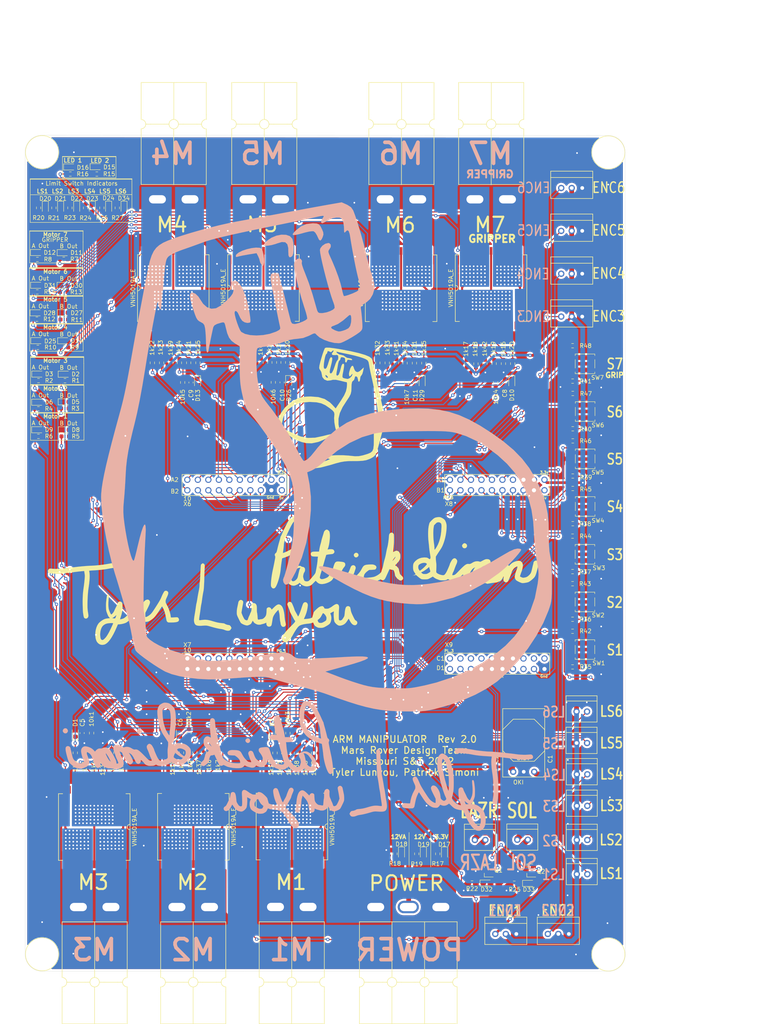
<source format=kicad_pcb>
(kicad_pcb (version 20171130) (host pcbnew "(5.1.9)-1")
  (title_block (title "Armboard 2019-2022") (rev 2) (company MRDT) (comment 1 "Tyler Lunyou - Patrick Simoni"))
  (layers (0 F.Cu signal) (31 B.Cu signal) (34 B.Paste user) (35 F.Paste user) (36 B.SilkS user) (37 F.SilkS user) (38 B.Mask user) (39 F.Mask user) (44 Edge.Cuts user))
  (net 0 "")
  (net 1 GND)
  (net 2 +12V)
  (net 3 +3V3)
  (net 4 ENC_1)
  (net 5 ENC_2)
  (net 6 LIM_1)
  (net 7 LIM_2)
  (net 8 ENC_3)
  (net 9 ENC_4)
  (net 10 "Net-(Conn15-Pad1)")
  (net 11 LIM_3)
  (net 12 ENC_5)
  (net 13 ENC_6)
  (net 14 "Net-(Conn19-Pad1)")
  (net 15 LIM_4)
  (net 16 "Net-(D2-Pad2)")
  (net 17 "Net-(D3-Pad2)")
  (net 18 "Net-(D5-Pad2)")
  (net 19 "Net-(D6-Pad2)")
  (net 20 "Net-(D8-Pad2)")
  (net 21 "Net-(D9-Pad2)")
  (net 22 "Net-(D11-Pad2)")
  (net 23 "Net-(D12-Pad2)")
  (net 24 "Net-(D14-Pad2)")
  (net 25 "Net-(D15-Pad2)")
  (net 26 "Net-(D16-Pad2)")
  (net 27 "Net-(D17-Pad2)")
  (net 28 "Net-(D18-Pad2)")
  (net 29 "Net-(D19-Pad2)")
  (net 30 "Net-(D20-Pad2)")
  (net 31 "Net-(D21-Pad2)")
  (net 32 "Net-(D22-Pad2)")
  (net 33 "Net-(D23-Pad2)")
  (net 34 LASER)
  (net 35 SOL)
  (net 36 +12VA)
  (net 37 "Net-(R40-Pad1)")
  (net 38 "Net-(R41-Pad1)")
  (net 39 /MotorToggles/M1_toggle)
  (net 40 /MotorToggles/M2_toggle)
  (net 41 /MotorToggles/M3_toggle)
  (net 42 /MotorToggles/M4_toggle)
  (net 43 /MotorToggles/M5_toggle)
  (net 44 /MotorToggles/M6_toggle)
  (net 45 /MotorToggles/M7_toggle)
  (net 46 "Net-(R35-Pad1)")
  (net 47 "Net-(R37-Pad1)")
  (net 48 "Net-(R39-Pad1)")
  (net 49 "Net-(R15-Pad1)")
  (net 50 "Net-(R16-Pad1)")
  (net 51 "Net-(R36-Pad1)")
  (net 52 "Net-(R38-Pad1)")
  (net 53 Current_Sense3)
  (net 54 "Net-(10k1-Pad1)")
  (net 55 Current_Sense2)
  (net 56 "Net-(10k2-Pad1)")
  (net 57 Current_Sense1)
  (net 58 "Net-(10k3-Pad1)")
  (net 59 Current_Sense7)
  (net 60 "Net-(10k4-Pad1)")
  (net 61 Current_Sense4)
  (net 62 "Net-(10k5-Pad1)")
  (net 63 Current_Sense5)
  (net 64 "Net-(10k6-Pad1)")
  (net 65 Current_Sense6)
  (net 66 "Net-(10k7-Pad1)")
  (net 67 /Motor_Controller3/IN_A_3)
  (net 68 "Net-(1k2-Pad1)")
  (net 69 "Net-(1k3-Pad1)")
  (net 70 /Motor_Controller3/PMW_3)
  (net 71 "Net-(1k4-Pad1)")
  (net 72 /Motor_Controller3/IN_B_3)
  (net 73 "Net-(1k5-Pad1)")
  (net 74 /Motor_Controller2/IN_A_2)
  (net 75 "Net-(1k7-Pad1)")
  (net 76 "Net-(1k8-Pad1)")
  (net 77 /Motor_Controller2/PMW_2)
  (net 78 "Net-(1k9-Pad1)")
  (net 79 /Motor_Controller2/IN_B_2)
  (net 80 "Net-(1k10-Pad1)")
  (net 81 /Motor_Controller1/IN_A_1)
  (net 82 "Net-(1k12-Pad1)")
  (net 83 "Net-(1k13-Pad1)")
  (net 84 /Motor_Controller1/PMW_1)
  (net 85 "Net-(1k14-Pad1)")
  (net 86 /Motor_Controller1/IN_B_1)
  (net 87 "Net-(1k15-Pad1)")
  (net 88 /Motor_Controller7/IN_A_7)
  (net 89 "Net-(1k17-Pad1)")
  (net 90 "Net-(1k18-Pad1)")
  (net 91 /Motor_Controller7/PMW_7)
  (net 92 "Net-(1k19-Pad1)")
  (net 93 /Motor_Controller7/IN_B_7)
  (net 94 "Net-(1k20-Pad1)")
  (net 95 /Motor_Controller4/IN_A_4)
  (net 96 "Net-(1k22-Pad1)")
  (net 97 "Net-(1k23-Pad1)")
  (net 98 /Motor_Controller4/PMW_4)
  (net 99 "Net-(1k24-Pad1)")
  (net 100 /Motor_Controller4/IN_B_4)
  (net 101 "Net-(1k25-Pad1)")
  (net 102 /Motor_Controller5/IN_A_5)
  (net 103 "Net-(1k27-Pad1)")
  (net 104 "Net-(1k28-Pad1)")
  (net 105 /Motor_Controller5/PMW_5)
  (net 106 "Net-(1k29-Pad1)")
  (net 107 /Motor_Controller5/IN_B_5)
  (net 108 "Net-(1k30-Pad1)")
  (net 109 /Motor_Controller6/IN_A_6)
  (net 110 "Net-(1k32-Pad1)")
  (net 111 "Net-(1k33-Pad1)")
  (net 112 /Motor_Controller6/PMW_6)
  (net 113 "Net-(1k34-Pad1)")
  (net 114 /Motor_Controller6/IN_B_6)
  (net 115 "Net-(1k35-Pad1)")
  (net 116 "Net-(D25-Pad2)")
  (net 117 "Net-(D27-Pad2)")
  (net 118 "Net-(D28-Pad2)")
  (net 119 "Net-(D30-Pad2)")
  (net 120 "Net-(D31-Pad2)")
  (net 121 /Motor_Controller1/OUTb_1)
  (net 122 /Motor_Controller1/OUTa_1)
  (net 123 /Motor_Controller2/OUTa_2)
  (net 124 /Motor_Controller2/OUTb_2)
  (net 125 /Motor_Controller3/OUTa_3)
  (net 126 /Motor_Controller3/OUTb_3)
  (net 127 /Motor_Controller4/OUTa_4)
  (net 128 /Motor_Controller4/OUTb_4)
  (net 129 /Motor_Controller5/OUTa_5)
  (net 130 /Motor_Controller6/OUTa_6)
  (net 131 /Motor_Controller6/OUTb_6)
  (net 132 /Motor_Controller7/OUTa_7)
  (net 133 /Motor_Controller7/OUTb_7)
  (net 134 /Motor_Controller5/OUTb_5)
  (net 135 "Net-(D32-Pad2)")
  (net 136 "Net-(D33-Pad2)")
  (net 137 LIM_5)
  (net 138 LIM_6)
  (net 139 "Net-(D24-Pad2)")
  (net 140 "Net-(D34-Pad2)")
  (net 141 "Net-(1k36-Pad1)")
  (net 142 "Net-(1k37-Pad1)")
  (net 143 "Net-(1k38-Pad1)")
  (net 144 "Net-(1k39-Pad1)")
  (net 145 "Net-(1k40-Pad1)")
  (net 146 "Net-(1k41-Pad1)")
  (net 147 "Net-(1k42-Pad1)")
  (module MRDT_Devices:OKI_Horizontal (layer F.Cu) (at 226.8855 187.96 180)
    (fp_text reference OKI1 hide)
    (fp_text value OKI (at 3.81 -2.54) (layer F.SilkS))
    (pad 3 thru_hole circle (at 5.08 0 180) (size 1.524 1.524) (drill 0.889) (layers *.Cu *.Mask) (net 3 +3V3))
    (pad 2 thru_hole circle (at 2.54 0 180) (size 1.524 1.524) (drill 0.889) (layers *.Cu *.Mask) (net 1 GND))
    (pad 1 thru_hole circle (at 0 0 180) (size 1.524 1.524) (drill 0.889) (layers *.Cu *.Mask) (net 2 +12V))
  )
  (module "Project Library:TM4C129E_Launchpad_FULL_THT_TOP-MOUNTLESS" (layer F.Cu) (at 230.632 116.1415 180)
    (fp_text reference U1 hide)
    (fp_text value TM4C129E_Launchpad hide)
    (fp_text user 10 (at 87.63 -42.418 180) (layer F.SilkS))
    (fp_text user 10 (at 87.63 -5.842 180) (layer F.SilkS))
    (fp_text user X9 (at 24.384 -41.148 180) (layer F.SilkS))
    (fp_text user X8 (at 24.384 -7.112 180) (layer F.SilkS))
    (fp_text user X7 (at 87.63 -41.148 180) (layer F.SilkS))
    (fp_text user X6 (at 87.63 -7.112) (layer F.SilkS))
    (fp_text user C1 (at 26.416 -44.45 180) (layer F.SilkS))
    (fp_text user D1 (at 26.416 -46.736 180) (layer F.SilkS))
    (fp_text user C2 (at 89.916 -44.45 180) (layer F.SilkS))
    (fp_text user D2 (at 89.916 -47.244) (layer F.SilkS))
    (fp_text user B1 (at 26.416 -3.81 180) (layer F.SilkS))
    (fp_text user A1 (at 26.416 -1.27 180) (layer F.SilkS))
    (fp_text user B2 (at 90.678 -4.064 180) (layer F.SilkS))
    (fp_text user A2 (at 90.678 -1.27 180) (layer F.SilkS))
    (pad +3V32 thru_hole circle (at 64.77 -1.27) (size 1.52 1.52) (drill 1) (layers *.Cu *.Mask F.Paste))
    (pad PM6 thru_hole circle (at 87.63 -46.99) (size 1.52 1.52) (drill 1) (layers *.Cu *.Mask F.Paste) (net 13 ENC_6))
    (pad PQ1 thru_hole circle (at 85.09 -46.99) (size 1.52 1.52) (drill 1) (layers *.Cu *.Mask F.Paste) (net 50 "Net-(R16-Pad1)"))
    (pad PQ2 thru_hole circle (at 77.47 -46.99) (size 1.52 1.52) (drill 1) (layers *.Cu *.Mask F.Paste) (net 11 LIM_3))
    (pad PK0 thru_hole circle (at 74.93 -3.81) (size 1.52 1.52) (drill 1) (layers *.Cu *.Mask F.Paste) (net 61 Current_Sense4))
    (pad PQ3 thru_hole circle (at 80.01 -46.99) (size 1.52 1.52) (drill 1) (layers *.Cu *.Mask F.Paste) (net 15 LIM_4))
    (pad PP3 thru_hole circle (at 82.55 -46.99) (size 1.52 1.52) (drill 1) (layers *.Cu *.Mask F.Paste) (net 49 "Net-(R15-Pad1)"))
    (pad PQ0 thru_hole circle (at 80.01 -1.27) (size 1.52 1.52) (drill 1) (layers *.Cu *.Mask F.Paste) (net 102 /Motor_Controller5/IN_A_5))
    (pad PA4 thru_hole circle (at 85.09 -3.81) (size 1.52 1.52) (drill 1) (layers *.Cu *.Mask F.Paste) (net 8 ENC_3))
    (pad Reset thru_hole circle (at 74.93 -46.99) (size 1.52 1.52) (drill 1) (layers *.Cu *.Mask F.Paste))
    (pad PA7 thru_hole circle (at 72.39 -46.99) (size 1.52 1.52) (drill 1) (layers *.Cu *.Mask F.Paste) (net 7 LIM_2))
    (pad PN5 thru_hole circle (at 85.09 -1.27) (size 1.52 1.52) (drill 1) (layers *.Cu *.Mask F.Paste) (net 109 /Motor_Controller6/IN_A_6))
    (pad PK2 thru_hole circle (at 80.01 -3.81) (size 1.52 1.52) (drill 1) (layers *.Cu *.Mask F.Paste) (net 65 Current_Sense6))
    (pad PK1 thru_hole circle (at 77.47 -3.81) (size 1.52 1.52) (drill 1) (layers *.Cu *.Mask F.Paste) (net 63 Current_Sense5))
    (pad +5V2 thru_hole circle (at 64.77 -3.81) (size 1.52 1.52) (drill 1) (layers *.Cu *.Mask F.Paste))
    (pad GND thru_hole circle (at 67.31 -3.81) (size 1.52 1.52) (drill 1) (layers *.Cu *.Mask F.Paste) (net 1 GND))
    (pad PB4 thru_hole circle (at 69.85 -3.81) (size 1.52 1.52) (drill 1) (layers *.Cu *.Mask F.Paste) (net 55 Current_Sense2))
    (pad PB5 thru_hole circle (at 72.39 -3.81) (size 1.52 1.52) (drill 1) (layers *.Cu *.Mask F.Paste) (net 53 Current_Sense3))
    (pad PK3 thru_hole circle (at 82.55 -3.81) (size 1.52 1.52) (drill 1) (layers *.Cu *.Mask F.Paste) (net 59 Current_Sense7))
    (pad PA5 thru_hole circle (at 87.63 -3.81) (size 1.52 1.52) (drill 1) (layers *.Cu *.Mask F.Paste) (net 112 /Motor_Controller6/PMW_6))
    (pad PD2 thru_hole circle (at 67.31 -1.27) (size 1.52 1.52) (drill 1) (layers *.Cu *.Mask F.Paste) (net 98 /Motor_Controller4/PMW_4))
    (pad PP0 thru_hole circle (at 69.85 -1.27) (size 1.52 1.52) (drill 1) (layers *.Cu *.Mask F.Paste) (net 93 /Motor_Controller7/IN_B_7))
    (pad PP1 thru_hole circle (at 72.39 -1.27) (size 1.52 1.52) (drill 1) (layers *.Cu *.Mask F.Paste) (net 88 /Motor_Controller7/IN_A_7))
    (pad PD4 thru_hole circle (at 74.93 -1.27) (size 1.52 1.52) (drill 1) (layers *.Cu *.Mask F.Paste) (net 95 /Motor_Controller4/IN_A_4))
    (pad PD5 thru_hole circle (at 77.47 -1.27) (size 1.52 1.52) (drill 1) (layers *.Cu *.Mask F.Paste) (net 100 /Motor_Controller4/IN_B_4))
    (pad PP4 thru_hole circle (at 82.55 -1.27) (size 1.52 1.52) (drill 1) (layers *.Cu *.Mask F.Paste) (net 107 /Motor_Controller5/IN_B_5))
    (pad PN4 thru_hole circle (at 87.63 -1.27) (size 1.52 1.52) (drill 1) (layers *.Cu *.Mask F.Paste) (net 114 /Motor_Controller6/IN_B_6))
    (pad PG1 thru_hole circle (at 64.77 -44.45) (size 1.52 1.52) (drill 1) (layers *.Cu *.Mask F.Paste) (net 137 LIM_5))
    (pad PK4 thru_hole circle (at 67.31 -44.45) (size 1.52 1.52) (drill 1) (layers *.Cu *.Mask F.Paste) (net 138 LIM_6))
    (pad PK5 thru_hole circle (at 69.85 -44.45) (size 1.52 1.52) (drill 1) (layers *.Cu *.Mask F.Paste))
    (pad PM0 thru_hole circle (at 72.39 -44.45) (size 1.52 1.52) (drill 1) (layers *.Cu *.Mask F.Paste) (net 91 /Motor_Controller7/PMW_7))
    (pad PM1 thru_hole circle (at 74.93 -44.45) (size 1.52 1.52) (drill 1) (layers *.Cu *.Mask F.Paste))
    (pad PM2 thru_hole circle (at 77.47 -44.45) (size 1.52 1.52) (drill 1) (layers *.Cu *.Mask F.Paste) (net 84 /Motor_Controller1/PMW_1))
    (pad PH0 thru_hole circle (at 80.01 -44.45) (size 1.52 1.52) (drill 1) (layers *.Cu *.Mask F.Paste))
    (pad PH1 thru_hole circle (at 82.55 -44.45) (size 1.52 1.52) (drill 1) (layers *.Cu *.Mask F.Paste))
    (pad PK6 thru_hole circle (at 85.09 -44.45) (size 1.52 1.52) (drill 1) (layers *.Cu *.Mask F.Paste))
    (pad PK7 thru_hole circle (at 87.63 -44.45) (size 1.52 1.52) (drill 1) (layers *.Cu *.Mask F.Paste))
    (pad GND thru_hole circle (at 64.77 -46.99) (size 1.52 1.52) (drill 1) (layers *.Cu *.Mask F.Paste) (net 1 GND))
    (pad PM7 thru_hole circle (at 67.31 -46.99) (size 1.52 1.52) (drill 1) (layers *.Cu *.Mask F.Paste) (net 105 /Motor_Controller5/PMW_5))
    (pad PP5 thru_hole circle (at 69.85 -46.99) (size 1.52 1.52) (drill 1) (layers *.Cu *.Mask F.Paste) (net 6 LIM_1))
    (pad +5V thru_hole circle (at 1.27 -3.81) (size 1.52 1.52) (drill 1) (layers *.Cu *.Mask F.Paste))
    (pad GND thru_hole circle (at 3.81 -3.81) (size 1.52 1.52) (drill 1) (layers *.Cu *.Mask F.Paste) (net 1 GND))
    (pad PE0 thru_hole circle (at 6.35 -3.81) (size 1.52 1.52) (drill 1) (layers *.Cu *.Mask F.Paste) (net 39 /MotorToggles/M1_toggle))
    (pad PE1 thru_hole circle (at 8.89 -3.81) (size 1.52 1.52) (drill 1) (layers *.Cu *.Mask F.Paste) (net 40 /MotorToggles/M2_toggle))
    (pad PE2 thru_hole circle (at 11.43 -3.81) (size 1.52 1.52) (drill 1) (layers *.Cu *.Mask F.Paste) (net 41 /MotorToggles/M3_toggle))
    (pad PE3 thru_hole circle (at 13.97 -3.81) (size 1.52 1.52) (drill 1) (layers *.Cu *.Mask F.Paste) (net 42 /MotorToggles/M4_toggle))
    (pad PD7 thru_hole circle (at 16.51 -3.81) (size 1.52 1.52) (drill 1) (layers *.Cu *.Mask F.Paste) (net 43 /MotorToggles/M5_toggle))
    (pad PA6 thru_hole circle (at 19.05 -3.81) (size 1.52 1.52) (drill 1) (layers *.Cu *.Mask F.Paste) (net 44 /MotorToggles/M6_toggle))
    (pad PM4 thru_hole circle (at 21.59 -3.81) (size 1.52 1.52) (drill 1) (layers *.Cu *.Mask F.Paste) (net 45 /MotorToggles/M7_toggle))
    (pad PM5 thru_hole circle (at 24.13 -3.81) (size 1.52 1.52) (drill 1) (layers *.Cu *.Mask F.Paste) (net 12 ENC_5))
    (pad +3V3 thru_hole circle (at 1.27 -1.27) (size 1.52 1.52) (drill 1) (layers *.Cu *.Mask F.Paste) (net 3 +3V3))
    (pad PE4 thru_hole circle (at 3.81 -1.27) (size 1.52 1.52) (drill 1) (layers *.Cu *.Mask F.Paste) (net 57 Current_Sense1))
    (pad PC4 thru_hole circle (at 6.35 -1.27) (size 1.52 1.52) (drill 1) (layers *.Cu *.Mask F.Paste))
    (pad PC5 thru_hole circle (at 8.89 -1.27) (size 1.52 1.52) (drill 1) (layers *.Cu *.Mask F.Paste))
    (pad PC6 thru_hole circle (at 11.43 -1.27) (size 1.52 1.52) (drill 1) (layers *.Cu *.Mask F.Paste) (net 81 /Motor_Controller1/IN_A_1))
    (pad PE5 thru_hole circle (at 13.97 -1.27) (size 1.52 1.52) (drill 1) (layers *.Cu *.Mask F.Paste) (net 86 /Motor_Controller1/IN_B_1))
    (pad PD3 thru_hole circle (at 16.51 -1.27) (size 1.52 1.52) (drill 1) (layers *.Cu *.Mask F.Paste) (net 74 /Motor_Controller2/IN_A_2))
    (pad PC7 thru_hole circle (at 19.05 -1.27) (size 1.52 1.52) (drill 1) (layers *.Cu *.Mask F.Paste) (net 79 /Motor_Controller2/IN_B_2))
    (pad PB2 thru_hole circle (at 21.59 -1.27) (size 1.52 1.52) (drill 1) (layers *.Cu *.Mask F.Paste) (net 67 /Motor_Controller3/IN_A_3))
    (pad PB3 thru_hole circle (at 24.13 -1.27) (size 1.52 1.52) (drill 1) (layers *.Cu *.Mask F.Paste) (net 72 /Motor_Controller3/IN_B_3))
    (pad PF1 thru_hole circle (at 1.27 -44.45) (size 1.52 1.52) (drill 1) (layers *.Cu *.Mask F.Paste))
    (pad PF2 thru_hole circle (at 3.81 -44.45) (size 1.52 1.52) (drill 1) (layers *.Cu *.Mask F.Paste))
    (pad PF3 thru_hole circle (at 6.35 -44.45) (size 1.52 1.52) (drill 1) (layers *.Cu *.Mask F.Paste))
    (pad PG0 thru_hole circle (at 8.89 -44.45) (size 1.52 1.52) (drill 1) (layers *.Cu *.Mask F.Paste))
    (pad PL4 thru_hole circle (at 11.43 -44.45) (size 1.52 1.52) (drill 1) (layers *.Cu *.Mask F.Paste) (net 4 ENC_1))
    (pad PL5 thru_hole circle (at 13.97 -44.45) (size 1.52 1.52) (drill 1) (layers *.Cu *.Mask F.Paste) (net 5 ENC_2))
    (pad PL0 thru_hole circle (at 16.51 -44.45) (size 1.52 1.52) (drill 1) (layers *.Cu *.Mask F.Paste))
    (pad PL1 thru_hole circle (at 19.05 -44.45) (size 1.52 1.52) (drill 1) (layers *.Cu *.Mask F.Paste))
    (pad PL2 thru_hole circle (at 21.59 -44.45) (size 1.52 1.52) (drill 1) (layers *.Cu *.Mask F.Paste))
    (pad PL3 thru_hole circle (at 24.13 -44.45) (size 1.52 1.52) (drill 1) (layers *.Cu *.Mask F.Paste))
    (pad GND thru_hole circle (at 1.27 -46.99) (size 1.52 1.52) (drill 1) (layers *.Cu *.Mask F.Paste) (net 1 GND))
    (pad PM3 thru_hole circle (at 3.81 -46.99) (size 1.52 1.52) (drill 1) (layers *.Cu *.Mask F.Paste) (net 9 ENC_4))
    (pad PH2 thru_hole circle (at 6.35 -46.99) (size 1.52 1.52) (drill 1) (layers *.Cu *.Mask F.Paste))
    (pad PH3 thru_hole circle (at 8.89 -46.99) (size 1.52 1.52) (drill 1) (layers *.Cu *.Mask F.Paste))
    (pad Reset2 thru_hole circle (at 11.43 -46.99) (size 1.52 1.52) (drill 1) (layers *.Cu *.Mask F.Paste))
    (pad PD1 thru_hole circle (at 13.97 -46.99) (size 1.52 1.52) (drill 1) (layers *.Cu *.Mask F.Paste) (net 77 /Motor_Controller2/PMW_2))
    (pad PD0 thru_hole circle (at 16.51 -46.99) (size 1.52 1.52) (drill 1) (layers *.Cu *.Mask F.Paste) (net 70 /Motor_Controller3/PMW_3))
    (pad PN2 thru_hole circle (at 19.05 -46.99) (size 1.52 1.52) (drill 1) (layers *.Cu *.Mask F.Paste) (net 34 LASER))
    (pad PN3 thru_hole circle (at 21.59 -46.99) (size 1.52 1.52) (drill 1) (layers *.Cu *.Mask F.Paste) (net 35 SOL))
    (pad PP2 thru_hole circle (at 24.13 -46.99) (size 1.52 1.52) (drill 1) (layers *.Cu *.Mask F.Paste))
  )
  (module MRDT_Connectors:Square_Anderson_3_H_Side_By_Side (layer F.Cu) (at 195.6562 220.7895 90)
    (fp_text reference PowerConn1)
    (fp_text value AndersonPP)
    (pad 3 thru_hole oval (at 0.15 8.648 90) (size 3 5.1) (drill oval 2 4.1) (layers *.Cu *.Mask) (net 1 GND))
    (pad 1 thru_hole oval (at 0.15 -7.1 90) (size 3 5.1) (drill oval 2 4.1) (layers *.Cu *.Mask) (net 36 +12VA))
    (pad 2 thru_hole oval (at 0.15 0.774 90) (size 3 5.1) (drill oval 2 4.1) (layers *.Cu *.Mask) (net 2 +12V))
  )
  (module MRDT_Connectors:Square_Anderson_2_H_Side_By_Side (layer F.Cu) (at 220.9673 50.038 270)
    (fp_text reference Conn7)
    (fp_text value AndersonPP)
    (pad 1 thru_hole oval (at -0.3746 0.55 270) (size 3 5.1) (drill oval 2 4.1) (layers *.Cu *.Mask F.Paste) (net 133 /Motor_Controller7/OUTb_7))
    (pad 2 thru_hole oval (at -0.3746 8.424 270) (size 3 5.1) (drill oval 2 4.1) (layers *.Cu *.Mask F.Paste) (net 132 /Motor_Controller7/OUTa_7))
  )
  (module MRDT_Connectors:Square_Anderson_2_H_Side_By_Side (layer F.Cu) (at 199.263 50.038 270)
    (fp_text reference Conn6)
    (fp_text value AndersonPP)
    (pad 1 thru_hole oval (at -0.3746 0.55 270) (size 3 5.1) (drill oval 2 4.1) (layers *.Cu *.Mask F.Paste) (net 131 /Motor_Controller6/OUTb_6))
    (pad 2 thru_hole oval (at -0.3746 8.424 270) (size 3 5.1) (drill oval 2 4.1) (layers *.Cu *.Mask F.Paste) (net 130 /Motor_Controller6/OUTa_6))
  )
  (module MRDT_Connectors:Square_Anderson_2_H_Side_By_Side (layer F.Cu) (at 166.0906 50.038 270)
    (fp_text reference Conn5)
    (fp_text value AndersonPP)
    (pad 1 thru_hole oval (at -0.3746 0.55 270) (size 3 5.1) (drill oval 2 4.1) (layers *.Cu *.Mask F.Paste) (net 134 /Motor_Controller5/OUTb_5))
    (pad 2 thru_hole oval (at -0.3746 8.424 270) (size 3 5.1) (drill oval 2 4.1) (layers *.Cu *.Mask F.Paste) (net 129 /Motor_Controller5/OUTa_5))
  )
  (module MRDT_Connectors:Square_Anderson_2_H_Side_By_Side (layer F.Cu) (at 144.1958 50.038 270)
    (fp_text reference Conn4)
    (fp_text value AndersonPP)
    (pad 1 thru_hole oval (at -0.3746 0.55 270) (size 3 5.1) (drill oval 2 4.1) (layers *.Cu *.Mask F.Paste) (net 128 /Motor_Controller4/OUTb_4))
    (pad 2 thru_hole oval (at -0.3746 8.424 270) (size 3 5.1) (drill oval 2 4.1) (layers *.Cu *.Mask F.Paste) (net 127 /Motor_Controller4/OUTa_4))
  )
  (module MRDT_Connectors:Square_Anderson_2_H_Side_By_Side (layer F.Cu) (at 116.1034 220.2649 90)
    (fp_text reference Conn3)
    (fp_text value AndersonPP)
    (pad 1 thru_hole oval (at -0.3746 0.55 90) (size 3 5.1) (drill oval 2 4.1) (layers *.Cu *.Mask F.Paste) (net 126 /Motor_Controller3/OUTb_3))
    (pad 2 thru_hole oval (at -0.3746 8.424 90) (size 3 5.1) (drill oval 2 4.1) (layers *.Cu *.Mask F.Paste) (net 125 /Motor_Controller3/OUTa_3))
  )
  (module MRDT_Connectors:Square_Anderson_2_H_Side_By_Side (layer F.Cu) (at 139.9413 220.2649 90)
    (fp_text reference Conn2)
    (fp_text value AndersonPP)
    (pad 1 thru_hole oval (at -0.3746 0.55 90) (size 3 5.1) (drill oval 2 4.1) (layers *.Cu *.Mask F.Paste) (net 124 /Motor_Controller2/OUTb_2))
    (pad 2 thru_hole oval (at -0.3746 8.424 90) (size 3 5.1) (drill oval 2 4.1) (layers *.Cu *.Mask F.Paste) (net 123 /Motor_Controller2/OUTa_2))
  )
  (module MRDT_Connectors:Square_Anderson_2_H_Side_By_Side (layer F.Cu) (at 163.7665 220.2434 90)
    (fp_text reference Conn1)
    (fp_text value AndersonPP)
    (pad 1 thru_hole oval (at -0.3746 0.55 90) (size 3 5.1) (drill oval 2 4.1) (layers *.Cu *.Mask F.Paste) (net 121 /Motor_Controller1/OUTb_1))
    (pad 2 thru_hole oval (at -0.3746 8.424 90) (size 3 5.1) (drill oval 2 4.1) (layers *.Cu *.Mask F.Paste) (net 122 /Motor_Controller1/OUTa_1))
  )
  (module "Project Library:arm-silkscreen420" (layer B.Cu) (at 175.5902 111.8108 180)
    (fp_text reference G*** hide)
    (fp_text value LOGO hide)
  )
  (module "Project Library:signature patrick 450" (layer B.Cu) (at 145.923 179.2605 180)
    (fp_text reference G*** hide)
    (fp_text value LOGO hide)
  )
  (module "Project Library:signature tyler 450" (layer B.Cu) (at 188.2394 191.6049 180)
    (fp_text reference G*** hide)
    (fp_text value LOGO hide)
  )
  (module "Project Library:signature patrick 450" (layer F.Cu) (at 195.5292 134.4295)
    (fp_text reference G*** hide)
    (fp_text value LOGO hide)
  )
  (module "Project Library:signature tyler 450" (layer F.Cu) (at 147.6502 146.6977)
    (fp_text reference G*** hide)
    (fp_text value LOGO hide)
  )
  (module "Project Library:arm-silscreen-small" (layer F.Cu) (at 177.927 99.9363)
    (fp_text reference G*** hide)
    (fp_text value LOGO hide)
  )
  (module MRDT_Drill_Holes:4_40_Hole_Corner (layer F.Cu) (at 111.887 228.028 180)
    (fp_text reference V2 hide)
    (fp_text value Via hide)
    (pad "" np_thru_hole circle (at 4.00812 -4.00812 180) (size 2.9464 2.9464) (drill 2.9464) (layers *.Cu *.Mask) (clearance 2.5))
  )
  (module MRDT_Drill_Holes:4_40_Hole_Corner (layer F.Cu) (at 240.792 228.092 270)
    (fp_text reference V4 hide)
    (fp_text value Via hide)
    (pad "" np_thru_hole circle (at 4.00812 -4.00812 270) (size 2.9464 2.9464) (drill 2.9464) (layers *.Cu *.Mask) (clearance 2.5))
  )
  (module MRDT_Drill_Holes:4_40_Hole_Corner (layer F.Cu) (at 111.887 42.291 90)
    (fp_text reference V3 hide)
    (fp_text value Via hide)
    (pad "" np_thru_hole circle (at 4.00812 -4.00812 90) (size 2.9464 2.9464) (drill 2.9464) (layers *.Cu *.Mask) (clearance 2.5))
  )
  (module MRDT_Drill_Holes:4_40_Hole_Corner (layer F.Cu) (at 240.792 42.3545)
    (fp_text reference V1 hide)
    (fp_text value Via hide)
    (pad "" np_thru_hole circle (at 4.00812 -4.00812) (size 2.9464 2.9464) (drill 2.9464) (layers *.Cu *.Mask) (clearance 2.5))
  )
  (module Resistor_SMD:R_0603_1608Metric_Pad0.98x0.95mm_HandSolder (layer F.Cu) (at 214.96 89.3191 270)
    (fp_text reference 1k42 (at -3.5433 0.0379 90) (layer F.SilkS))
    (fp_text value R_Small)
    (pad 1 smd roundrect (at -0.9125 0 270) (size 0.975 0.95) (layers F.Cu F.Paste F.Mask) (net 147 "Net-(1k42-Pad1)"))
    (pad 2 smd roundrect (at 0.9125 0 270) (size 0.975 0.95) (layers F.Cu F.Paste F.Mask) (net 1 GND))
  )
  (module Resistor_SMD:R_0603_1608Metric_Pad0.98x0.95mm_HandSolder (layer F.Cu) (at 167.2717 89.0644 270)
    (fp_text reference 1k30 (at -3.556 0.0635 90) (layer F.SilkS))
    (fp_text value R_Small)
    (pad 1 smd roundrect (at -0.9125 0 270) (size 0.975 0.95) (layers F.Cu F.Paste F.Mask) (net 108 "Net-(1k30-Pad1)"))
    (pad 2 smd roundrect (at 0.9125 0 270) (size 0.975 0.95) (layers F.Cu F.Paste F.Mask) (net 107 /Motor_Controller5/IN_B_5))
  )
  (module Resistor_SMD:R_0603_1608Metric_Pad0.98x0.95mm_HandSolder (layer F.Cu) (at 145.885 183.248 90)
    (fp_text reference 1k37 (at -3.6452 -0.0509 90) (layer F.SilkS))
    (fp_text value R_Small)
    (pad 1 smd roundrect (at -0.9125 0 90) (size 0.975 0.95) (layers F.Cu F.Paste F.Mask) (net 142 "Net-(1k37-Pad1)"))
    (pad 2 smd roundrect (at 0.9125 0 90) (size 0.975 0.95) (layers F.Cu F.Paste F.Mask) (net 1 GND))
  )
  (module MRDT_ICs:MultiPowerSO_30 (layer F.Cu) (at 127.483 192.296 270)
    (fp_text reference MC3 hide)
    (fp_text value VNH5019A_E (at 9.0424 -2.7432 90) (layer F.SilkS))
    (pad 1 smd rect (at 0.0127 -0.014999 270) (size 1.8542 0.635) (layers F.Cu F.Paste F.Mask) (net 125 /Motor_Controller3/OUTa_3))
    (pad 2 smd rect (at 0.0127 0.984999 270) (size 1.8542 0.635) (layers F.Cu F.Paste F.Mask))
    (pad 3 smd rect (at 0.0127 1.985 270) (size 1.8542 0.635) (layers F.Cu F.Paste F.Mask) (net 36 +12VA))
    (pad 4 smd rect (at 0.0127 2.985 270) (size 1.8542 0.635) (layers F.Cu F.Paste F.Mask) (net 68 "Net-(1k2-Pad1)"))
    (pad 5 smd rect (at 0.0127 3.985001 270) (size 1.8542 0.635) (layers F.Cu F.Paste F.Mask) (net 69 "Net-(1k3-Pad1)"))
    (pad 6 smd rect (at 0.0127 4.984999 270) (size 1.8542 0.635) (layers F.Cu F.Paste F.Mask) (net 141 "Net-(1k36-Pad1)"))
    (pad 7 smd rect (at 0.0127 5.984999 270) (size 1.8542 0.635) (layers F.Cu F.Paste F.Mask) (net 71 "Net-(1k4-Pad1)"))
    (pad 8 smd rect (at 0.0127 6.985 270) (size 1.8542 0.635) (layers F.Cu F.Paste F.Mask) (net 54 "Net-(10k1-Pad1)"))
    (pad 9 smd rect (at 0.0127 7.985001 270) (size 1.8542 0.635) (layers F.Cu F.Paste F.Mask) (net 3 +3V3))
    (pad 10 smd rect (at 0.0127 8.985001 270) (size 1.8542 0.635) (layers F.Cu F.Paste F.Mask) (net 73 "Net-(1k5-Pad1)"))
    (pad 11 smd rect (at 0.0127 9.984999 270) (size 1.8542 0.635) (layers F.Cu F.Paste F.Mask))
    (pad 12 smd rect (at 0.0127 10.985 270) (size 1.8542 0.635) (layers F.Cu F.Paste F.Mask) (net 36 +12VA))
    (pad 13 smd rect (at 0.0127 11.985 270) (size 1.8542 0.635) (layers F.Cu F.Paste F.Mask) (net 36 +12VA))
    (pad 14 smd rect (at 0.0127 12.985001 270) (size 1.8542 0.635) (layers F.Cu F.Paste F.Mask))
    (pad 15 smd rect (at 0.0127 13.985001 270) (size 1.8542 0.635) (layers F.Cu F.Paste F.Mask) (net 126 /Motor_Controller3/OUTb_3))
    (pad 16 smd rect (at 18.0213 13.984999 270) (size 1.8542 0.635) (layers F.Cu F.Paste F.Mask) (net 126 /Motor_Controller3/OUTb_3))
    (pad 17 smd rect (at 18.0213 12.985001 270) (size 1.8542 0.635) (layers F.Cu F.Paste F.Mask))
    (pad 18 smd rect (at 18.0213 11.985 270) (size 1.8542 0.635) (layers F.Cu F.Paste F.Mask) (net 1 GND))
    (pad 19 smd rect (at 18.0213 10.985 270) (size 1.8542 0.635) (layers F.Cu F.Paste F.Mask) (net 1 GND))
    (pad 20 smd rect (at 18.0213 9.984999 270) (size 1.8542 0.635) (layers F.Cu F.Paste F.Mask) (net 1 GND))
    (pad 21 smd rect (at 18.0213 8.985001 270) (size 1.8542 0.635) (layers F.Cu F.Paste F.Mask) (net 126 /Motor_Controller3/OUTb_3))
    (pad 22 smd rect (at 18.0213 7.985001 270) (size 1.8542 0.635) (layers F.Cu F.Paste F.Mask))
    (pad 23 smd rect (at 18.0213 6.985 270) (size 1.8542 0.635) (layers F.Cu F.Paste F.Mask) (net 36 +12VA))
    (pad 24 smd rect (at 18.0213 5.984999 270) (size 1.8542 0.635) (layers F.Cu F.Paste F.Mask))
    (pad 25 smd rect (at 18.0213 4.984999 270) (size 1.8542 0.635) (layers F.Cu F.Paste F.Mask) (net 125 /Motor_Controller3/OUTa_3))
    (pad 26 smd rect (at 18.0213 3.985001 270) (size 1.8542 0.635) (layers F.Cu F.Paste F.Mask) (net 1 GND))
    (pad 27 smd rect (at 18.0213 2.985 270) (size 1.8542 0.635) (layers F.Cu F.Paste F.Mask) (net 1 GND))
    (pad 28 smd rect (at 18.0213 1.985 270) (size 1.8542 0.635) (layers F.Cu F.Paste F.Mask) (net 1 GND))
    (pad 29 smd rect (at 18.0213 0.984999 270) (size 1.8542 0.635) (layers F.Cu F.Paste F.Mask))
    (pad 30 smd rect (at 18.0213 -0.015001 270) (size 1.8542 0.635) (layers F.Cu F.Paste F.Mask) (net 125 /Motor_Controller3/OUTa_3))
    (pad 31 smd rect (at 12.065 2.8194 270) (size 5.2578 6.223) (layers F.Cu F.Paste F.Mask) (net 125 /Motor_Controller3/OUTa_3))
    (pad 32 smd rect (at 5.969 6.985 270) (size 5.2578 10.3124) (layers F.Cu F.Paste F.Mask) (net 36 +12VA))
    (pad 33 smd rect (at 12.065 11.1506 270) (size 5.2578 6.223) (layers F.Cu F.Paste F.Mask) (net 126 /Motor_Controller3/OUTb_3))
  )
  (module Resistor_SMD:R_0603_1608Metric_Pad0.98x0.95mm_HandSolder (layer F.Cu) (at 193.561 89.194 270)
    (fp_text reference 1k41 (at -3.5325 0.0257 90) (layer F.SilkS))
    (fp_text value R_Small)
    (pad 1 smd roundrect (at -0.9125 0 270) (size 0.975 0.95) (layers F.Cu F.Paste F.Mask) (net 146 "Net-(1k41-Pad1)"))
    (pad 2 smd roundrect (at 0.9125 0 270) (size 0.975 0.95) (layers F.Cu F.Paste F.Mask) (net 1 GND))
  )
  (module Resistor_SMD:R_0603_1608Metric_Pad0.98x0.95mm_HandSolder (layer F.Cu) (at 160.8077 89.067 270)
    (fp_text reference 1k40 (at -3.5071 0.1019 90) (layer F.SilkS))
    (fp_text value R_Small)
    (pad 1 smd roundrect (at -0.9125 0 270) (size 0.975 0.95) (layers F.Cu F.Paste F.Mask) (net 145 "Net-(1k40-Pad1)"))
    (pad 2 smd roundrect (at 0.9125 0 270) (size 0.975 0.95) (layers F.Cu F.Paste F.Mask) (net 1 GND))
  )
  (module Resistor_SMD:R_0603_1608Metric_Pad0.98x0.95mm_HandSolder (layer F.Cu) (at 139.0013 89.1813 270)
    (fp_text reference 1k39 (at -3.596 0.0379 90) (layer F.SilkS))
    (fp_text value R_Small)
    (pad 1 smd roundrect (at -0.9125 0 270) (size 0.975 0.95) (layers F.Cu F.Paste F.Mask) (net 144 "Net-(1k39-Pad1)"))
    (pad 2 smd roundrect (at 0.9125 0 270) (size 0.975 0.95) (layers F.Cu F.Paste F.Mask) (net 1 GND))
  )
  (module Resistor_SMD:R_0603_1608Metric_Pad0.98x0.95mm_HandSolder (layer F.Cu) (at 169.38 183.428 90)
    (fp_text reference 1k38 (at -3.6303 0.0888 90) (layer F.SilkS))
    (fp_text value R_Small)
    (pad 1 smd roundrect (at -0.9125 0 90) (size 0.975 0.95) (layers F.Cu F.Paste F.Mask) (net 143 "Net-(1k38-Pad1)"))
    (pad 2 smd roundrect (at 0.9125 0 90) (size 0.975 0.95) (layers F.Cu F.Paste F.Mask) (net 1 GND))
  )
  (module Resistor_SMD:R_0603_1608Metric_Pad0.98x0.95mm_HandSolder (layer F.Cu) (at 122.555 183.412 90)
    (fp_text reference 1k36 (at -3.6336 -0.0381 90) (layer F.SilkS))
    (fp_text value R_Small)
    (pad 2 smd roundrect (at 0.9125 0 90) (size 0.975 0.95) (layers F.Cu F.Paste F.Mask) (net 1 GND))
    (pad 1 smd roundrect (at -0.9125 0 90) (size 0.975 0.95) (layers F.Cu F.Paste F.Mask) (net 141 "Net-(1k36-Pad1)"))
  )
  (module LED_SMD:LED_0603_1608Metric_Pad1.05x0.95mm_HandSolder (layer F.Cu) (at 106.731 62.5224)
    (fp_text reference D12 (at 2.9972 0) (layer F.SilkS))
    (fp_text value Blue)
    (pad 1 smd roundrect (at -0.875 0) (size 1.05 0.95) (layers F.Cu F.Paste F.Mask) (net 1 GND))
    (pad 2 smd roundrect (at 0.875 0) (size 1.05 0.95) (layers F.Cu F.Paste F.Mask) (net 23 "Net-(D12-Pad2)"))
  )
  (module MRDT_ICs:MultiPowerSO_30 (layer F.Cu) (at 154.4357 80.0936 90)
    (fp_text reference MC5 hide)
    (fp_text value VNH5019A_E (at 9.0424 -2.7432 90) (layer F.SilkS))
    (pad 33 smd rect (at 12.065 11.1506 90) (size 5.2578 6.223) (layers F.Cu F.Paste F.Mask) (net 134 /Motor_Controller5/OUTb_5))
    (pad 32 smd rect (at 5.969 6.985 90) (size 5.2578 10.3124) (layers F.Cu F.Paste F.Mask) (net 36 +12VA))
    (pad 31 smd rect (at 12.065 2.8194 90) (size 5.2578 6.223) (layers F.Cu F.Paste F.Mask) (net 129 /Motor_Controller5/OUTa_5))
    (pad 30 smd rect (at 18.0213 -0.015001 90) (size 1.8542 0.635) (layers F.Cu F.Paste F.Mask) (net 129 /Motor_Controller5/OUTa_5))
    (pad 29 smd rect (at 18.0213 0.984999 90) (size 1.8542 0.635) (layers F.Cu F.Paste F.Mask))
    (pad 28 smd rect (at 18.0213 1.985 90) (size 1.8542 0.635) (layers F.Cu F.Paste F.Mask) (net 1 GND))
    (pad 27 smd rect (at 18.0213 2.985 90) (size 1.8542 0.635) (layers F.Cu F.Paste F.Mask) (net 1 GND))
    (pad 26 smd rect (at 18.0213 3.985001 90) (size 1.8542 0.635) (layers F.Cu F.Paste F.Mask) (net 1 GND))
    (pad 25 smd rect (at 18.0213 4.984999 90) (size 1.8542 0.635) (layers F.Cu F.Paste F.Mask) (net 129 /Motor_Controller5/OUTa_5))
    (pad 24 smd rect (at 18.0213 5.984999 90) (size 1.8542 0.635) (layers F.Cu F.Paste F.Mask))
    (pad 23 smd rect (at 18.0213 6.985 90) (size 1.8542 0.635) (layers F.Cu F.Paste F.Mask) (net 36 +12VA))
    (pad 22 smd rect (at 18.0213 7.985001 90) (size 1.8542 0.635) (layers F.Cu F.Paste F.Mask))
    (pad 21 smd rect (at 18.0213 8.985001 90) (size 1.8542 0.635) (layers F.Cu F.Paste F.Mask) (net 134 /Motor_Controller5/OUTb_5))
    (pad 20 smd rect (at 18.0213 9.984999 90) (size 1.8542 0.635) (layers F.Cu F.Paste F.Mask) (net 1 GND))
    (pad 19 smd rect (at 18.0213 10.985 90) (size 1.8542 0.635) (layers F.Cu F.Paste F.Mask) (net 1 GND))
    (pad 18 smd rect (at 18.0213 11.985 90) (size 1.8542 0.635) (layers F.Cu F.Paste F.Mask) (net 1 GND))
    (pad 17 smd rect (at 18.0213 12.985001 90) (size 1.8542 0.635) (layers F.Cu F.Paste F.Mask))
    (pad 16 smd rect (at 18.0213 13.984999 90) (size 1.8542 0.635) (layers F.Cu F.Paste F.Mask) (net 134 /Motor_Controller5/OUTb_5))
    (pad 15 smd rect (at 0.0127 13.985001 90) (size 1.8542 0.635) (layers F.Cu F.Paste F.Mask) (net 134 /Motor_Controller5/OUTb_5))
    (pad 14 smd rect (at 0.0127 12.985001 90) (size 1.8542 0.635) (layers F.Cu F.Paste F.Mask))
    (pad 13 smd rect (at 0.0127 11.985 90) (size 1.8542 0.635) (layers F.Cu F.Paste F.Mask) (net 36 +12VA))
    (pad 12 smd rect (at 0.0127 10.985 90) (size 1.8542 0.635) (layers F.Cu F.Paste F.Mask) (net 36 +12VA))
    (pad 11 smd rect (at 0.0127 9.984999 90) (size 1.8542 0.635) (layers F.Cu F.Paste F.Mask))
    (pad 10 smd rect (at 0.0127 8.985001 90) (size 1.8542 0.635) (layers F.Cu F.Paste F.Mask) (net 108 "Net-(1k30-Pad1)"))
    (pad 9 smd rect (at 0.0127 7.985001 90) (size 1.8542 0.635) (layers F.Cu F.Paste F.Mask) (net 3 +3V3))
    (pad 8 smd rect (at 0.0127 6.985 90) (size 1.8542 0.635) (layers F.Cu F.Paste F.Mask) (net 64 "Net-(10k6-Pad1)"))
    (pad 7 smd rect (at 0.0127 5.984999 90) (size 1.8542 0.635) (layers F.Cu F.Paste F.Mask) (net 106 "Net-(1k29-Pad1)"))
    (pad 6 smd rect (at 0.0127 4.984999 90) (size 1.8542 0.635) (layers F.Cu F.Paste F.Mask) (net 145 "Net-(1k40-Pad1)"))
    (pad 5 smd rect (at 0.0127 3.985001 90) (size 1.8542 0.635) (layers F.Cu F.Paste F.Mask) (net 104 "Net-(1k28-Pad1)"))
    (pad 4 smd rect (at 0.0127 2.985 90) (size 1.8542 0.635) (layers F.Cu F.Paste F.Mask) (net 103 "Net-(1k27-Pad1)"))
    (pad 3 smd rect (at 0.0127 1.985 90) (size 1.8542 0.635) (layers F.Cu F.Paste F.Mask) (net 36 +12VA))
    (pad 2 smd rect (at 0.0127 0.984999 90) (size 1.8542 0.635) (layers F.Cu F.Paste F.Mask))
    (pad 1 smd rect (at 0.0127 -0.014999 90) (size 1.8542 0.635) (layers F.Cu F.Paste F.Mask) (net 129 /Motor_Controller5/OUTa_5))
  )
  (module MRDT_ICs:MultiPowerSO_30 (layer F.Cu) (at 175.277 192.168 270)
    (fp_text reference MC1 hide)
    (fp_text value VNH5019A_E (at 9.0424 -2.7432 90) (layer F.SilkS))
    (pad 1 smd rect (at 0.0127 -0.014999 270) (size 1.8542 0.635) (layers F.Cu F.Paste F.Mask) (net 122 /Motor_Controller1/OUTa_1))
    (pad 2 smd rect (at 0.0127 0.984999 270) (size 1.8542 0.635) (layers F.Cu F.Paste F.Mask))
    (pad 3 smd rect (at 0.0127 1.985 270) (size 1.8542 0.635) (layers F.Cu F.Paste F.Mask) (net 36 +12VA))
    (pad 4 smd rect (at 0.0127 2.985 270) (size 1.8542 0.635) (layers F.Cu F.Paste F.Mask) (net 82 "Net-(1k12-Pad1)"))
    (pad 5 smd rect (at 0.0127 3.985001 270) (size 1.8542 0.635) (layers F.Cu F.Paste F.Mask) (net 83 "Net-(1k13-Pad1)"))
    (pad 6 smd rect (at 0.0127 4.984999 270) (size 1.8542 0.635) (layers F.Cu F.Paste F.Mask) (net 143 "Net-(1k38-Pad1)"))
    (pad 7 smd rect (at 0.0127 5.984999 270) (size 1.8542 0.635) (layers F.Cu F.Paste F.Mask) (net 85 "Net-(1k14-Pad1)"))
    (pad 8 smd rect (at 0.0127 6.985 270) (size 1.8542 0.635) (layers F.Cu F.Paste F.Mask) (net 58 "Net-(10k3-Pad1)"))
    (pad 9 smd rect (at 0.0127 7.985001 270) (size 1.8542 0.635) (layers F.Cu F.Paste F.Mask) (net 3 +3V3))
    (pad 10 smd rect (at 0.0127 8.985001 270) (size 1.8542 0.635) (layers F.Cu F.Paste F.Mask) (net 87 "Net-(1k15-Pad1)"))
    (pad 11 smd rect (at 0.0127 9.984999 270) (size 1.8542 0.635) (layers F.Cu F.Paste F.Mask))
    (pad 12 smd rect (at 0.0127 10.985 270) (size 1.8542 0.635) (layers F.Cu F.Paste F.Mask) (net 36 +12VA))
    (pad 13 smd rect (at 0.0127 11.985 270) (size 1.8542 0.635) (layers F.Cu F.Paste F.Mask) (net 36 +12VA))
    (pad 14 smd rect (at 0.0127 12.985001 270) (size 1.8542 0.635) (layers F.Cu F.Paste F.Mask))
    (pad 15 smd rect (at 0.0127 13.985001 270) (size 1.8542 0.635) (layers F.Cu F.Paste F.Mask) (net 121 /Motor_Controller1/OUTb_1))
    (pad 16 smd rect (at 18.0213 13.984999 270) (size 1.8542 0.635) (layers F.Cu F.Paste F.Mask) (net 121 /Motor_Controller1/OUTb_1))
    (pad 17 smd rect (at 18.0213 12.985001 270) (size 1.8542 0.635) (layers F.Cu F.Paste F.Mask))
    (pad 18 smd rect (at 18.0213 11.985 270) (size 1.8542 0.635) (layers F.Cu F.Paste F.Mask) (net 1 GND))
    (pad 19 smd rect (at 18.0213 10.985 270) (size 1.8542 0.635) (layers F.Cu F.Paste F.Mask) (net 1 GND))
    (pad 20 smd rect (at 18.0213 9.984999 270) (size 1.8542 0.635) (layers F.Cu F.Paste F.Mask) (net 1 GND))
    (pad 21 smd rect (at 18.0213 8.985001 270) (size 1.8542 0.635) (layers F.Cu F.Paste F.Mask) (net 121 /Motor_Controller1/OUTb_1))
    (pad 22 smd rect (at 18.0213 7.985001 270) (size 1.8542 0.635) (layers F.Cu F.Paste F.Mask))
    (pad 23 smd rect (at 18.0213 6.985 270) (size 1.8542 0.635) (layers F.Cu F.Paste F.Mask) (net 36 +12VA))
    (pad 24 smd rect (at 18.0213 5.984999 270) (size 1.8542 0.635) (layers F.Cu F.Paste F.Mask))
    (pad 25 smd rect (at 18.0213 4.984999 270) (size 1.8542 0.635) (layers F.Cu F.Paste F.Mask) (net 122 /Motor_Controller1/OUTa_1))
    (pad 26 smd rect (at 18.0213 3.985001 270) (size 1.8542 0.635) (layers F.Cu F.Paste F.Mask) (net 1 GND))
    (pad 27 smd rect (at 18.0213 2.985 270) (size 1.8542 0.635) (layers F.Cu F.Paste F.Mask) (net 1 GND))
    (pad 28 smd rect (at 18.0213 1.985 270) (size 1.8542 0.635) (layers F.Cu F.Paste F.Mask) (net 1 GND))
    (pad 29 smd rect (at 18.0213 0.984999 270) (size 1.8542 0.635) (layers F.Cu F.Paste F.Mask))
    (pad 30 smd rect (at 18.0213 -0.015001 270) (size 1.8542 0.635) (layers F.Cu F.Paste F.Mask) (net 122 /Motor_Controller1/OUTa_1))
    (pad 31 smd rect (at 12.065 2.8194 270) (size 5.2578 6.223) (layers F.Cu F.Paste F.Mask) (net 122 /Motor_Controller1/OUTa_1))
    (pad 32 smd rect (at 5.969 6.985 270) (size 5.2578 10.3124) (layers F.Cu F.Paste F.Mask) (net 36 +12VA))
    (pad 33 smd rect (at 12.065 11.1506 270) (size 5.2578 6.223) (layers F.Cu F.Paste F.Mask) (net 121 /Motor_Controller1/OUTb_1))
  )
  (module MRDT_Connectors:MOLEX_SL_02_Vertical (layer F.Cu) (at 237.185 188.57)
    (fp_text reference Conn20 hide)
    (fp_text value Molex_SL_02)
    (pad 1 thru_hole circle (at 0 0) (size 1.524 1.524) (drill 0.9) (layers *.Cu *.Mask) (net 3 +3V3))
    (pad 2 thru_hole circle (at 2.54 0) (size 1.524 1.524) (drill 0.9) (layers *.Cu *.Mask) (net 15 LIM_4))
  )
  (module MRDT_Connectors:MOLEX_SL_02_Vertical (layer F.Cu) (at 237.185 196.19)
    (fp_text reference Conn16 hide)
    (fp_text value Molex_SL_02)
    (pad 1 thru_hole circle (at 0 0) (size 1.524 1.524) (drill 0.9) (layers *.Cu *.Mask) (net 3 +3V3))
    (pad 2 thru_hole circle (at 2.54 0) (size 1.524 1.524) (drill 0.9) (layers *.Cu *.Mask) (net 11 LIM_3))
  )
  (module MRDT_Connectors:MOLEX_SL_02_Vertical (layer F.Cu) (at 237.185 204.445)
    (fp_text reference Conn12 hide)
    (fp_text value Molex_SL_02)
    (pad 1 thru_hole circle (at 0 0) (size 1.524 1.524) (drill 0.9) (layers *.Cu *.Mask) (net 3 +3V3))
    (pad 2 thru_hole circle (at 2.54 0) (size 1.524 1.524) (drill 0.9) (layers *.Cu *.Mask) (net 7 LIM_2))
  )
  (module LED_SMD:LED_0603_1608Metric_Pad1.05x0.95mm_HandSolder (layer F.Cu) (at 123.97 51.7779 270)
    (fp_text reference D24 (at -2.4143 0.0292 180) (layer F.SilkS))
    (fp_text value Yellow)
    (pad 2 smd roundrect (at 0.875 0 270) (size 1.05 0.95) (layers F.Cu F.Paste F.Mask) (net 139 "Net-(D24-Pad2)"))
    (pad 1 smd roundrect (at -0.875 0 270) (size 1.05 0.95) (layers F.Cu F.Paste F.Mask) (net 1 GND))
  )
  (module MRDT_Connectors:MOLEX_SL_02_Vertical (layer F.Cu) (at 237.122 173.41)
    (fp_text reference Conn21 hide)
    (fp_text value Molex_SL_02)
    (pad 2 thru_hole circle (at 2.54 0) (size 1.524 1.524) (drill 0.9) (layers *.Cu *.Mask) (net 138 LIM_6))
    (pad 1 thru_hole circle (at 0 0) (size 1.524 1.524) (drill 0.9) (layers *.Cu *.Mask) (net 3 +3V3))
  )
  (module LED_SMD:LED_0603_1608Metric_Pad1.05x0.95mm_HandSolder (layer F.Cu) (at 127.698 51.7779 270)
    (fp_text reference D34 (at -2.3622 0.0508 180) (layer F.SilkS))
    (fp_text value Yellow)
    (pad 2 smd roundrect (at 0.875 0 270) (size 1.05 0.95) (layers F.Cu F.Paste F.Mask) (net 140 "Net-(D34-Pad2)"))
    (pad 1 smd roundrect (at -0.875 0 270) (size 1.05 0.95) (layers F.Cu F.Paste F.Mask) (net 1 GND))
  )
  (module MRDT_Connectors:MOLEX_SL_02_Vertical (layer F.Cu) (at 237.122 181.013)
    (fp_text reference Conn8 hide)
    (fp_text value Molex_SL_02)
    (pad 2 thru_hole circle (at 2.54 0) (size 1.524 1.524) (drill 0.9) (layers *.Cu *.Mask) (net 137 LIM_5))
    (pad 1 thru_hole circle (at 0 0) (size 1.524 1.524) (drill 0.9) (layers *.Cu *.Mask) (net 3 +3V3))
  )
  (module Resistor_SMD:R_0603_1608Metric_Pad0.98x0.95mm_HandSolder (layer F.Cu) (at 122.334 51.7329 270)
    (fp_text reference R26 (at 2.3876 -0.0127 180) (layer F.SilkS))
    (fp_text value 120)
    (pad 2 smd roundrect (at 0.9125 0 270) (size 0.975 0.95) (layers F.Cu F.Paste F.Mask) (net 139 "Net-(D24-Pad2)"))
    (pad 1 smd roundrect (at -0.9125 0 270) (size 0.975 0.95) (layers F.Cu F.Paste F.Mask) (net 137 LIM_5))
  )
  (module Resistor_SMD:R_0603_1608Metric_Pad0.98x0.95mm_HandSolder (layer F.Cu) (at 126.06 51.7329 270)
    (fp_text reference R27 (at 2.413 -0.0508 180) (layer F.SilkS))
    (fp_text value 120)
    (pad 2 smd roundrect (at 0.9125 0 270) (size 0.975 0.95) (layers F.Cu F.Paste F.Mask) (net 140 "Net-(D34-Pad2)"))
    (pad 1 smd roundrect (at -0.9125 0 270) (size 0.975 0.95) (layers F.Cu F.Paste F.Mask) (net 138 LIM_6))
  )
  (module Capacitor_SMD:C_0603_1608Metric_Pad1.08x0.95mm_HandSolder (layer F.Cu) (at 230.7463 187.6298 90)
    (fp_text reference C1 (at 2.7432 0 90) (layer F.SilkS))
    (fp_text value 10uF)
    (pad 2 smd roundrect (at 0.8625 0 90) (size 1.075 0.95) (layers F.Cu F.Paste F.Mask) (net 1 GND))
    (pad 1 smd roundrect (at -0.8625 0 90) (size 1.075 0.95) (layers F.Cu F.Paste F.Mask) (net 2 +12V))
  )
  (module MRDT_ICs:MultiPowerSO_30 (layer F.Cu) (at 132.622 80.119 90)
    (fp_text reference MC4 hide)
    (fp_text value VNH5019A_E (at 9.0424 -2.7432 90) (layer F.SilkS))
    (pad 33 smd rect (at 12.065 11.1506 90) (size 5.2578 6.223) (layers F.Cu F.Paste F.Mask) (net 128 /Motor_Controller4/OUTb_4))
    (pad 32 smd rect (at 5.969 6.985 90) (size 5.2578 10.3124) (layers F.Cu F.Paste F.Mask) (net 36 +12VA))
    (pad 31 smd rect (at 12.065 2.8194 90) (size 5.2578 6.223) (layers F.Cu F.Paste F.Mask) (net 127 /Motor_Controller4/OUTa_4))
    (pad 30 smd rect (at 18.0213 -0.015001 90) (size 1.8542 0.635) (layers F.Cu F.Paste F.Mask) (net 127 /Motor_Controller4/OUTa_4))
    (pad 29 smd rect (at 18.0213 0.984999 90) (size 1.8542 0.635) (layers F.Cu F.Paste F.Mask))
    (pad 28 smd rect (at 18.0213 1.985 90) (size 1.8542 0.635) (layers F.Cu F.Paste F.Mask) (net 1 GND))
    (pad 27 smd rect (at 18.0213 2.985 90) (size 1.8542 0.635) (layers F.Cu F.Paste F.Mask) (net 1 GND))
    (pad 26 smd rect (at 18.0213 3.985001 90) (size 1.8542 0.635) (layers F.Cu F.Paste F.Mask) (net 1 GND))
    (pad 25 smd rect (at 18.0213 4.984999 90) (size 1.8542 0.635) (layers F.Cu F.Paste F.Mask) (net 127 /Motor_Controller4/OUTa_4))
    (pad 24 smd rect (at 18.0213 5.984999 90) (size 1.8542 0.635) (layers F.Cu F.Paste F.Mask))
    (pad 23 smd rect (at 18.0213 6.985 90) (size 1.8542 0.635) (layers F.Cu F.Paste F.Mask) (net 36 +12VA))
    (pad 22 smd rect (at 18.0213 7.985001 90) (size 1.8542 0.635) (layers F.Cu F.Paste F.Mask))
    (pad 21 smd rect (at 18.0213 8.985001 90) (size 1.8542 0.635) (layers F.Cu F.Paste F.Mask) (net 128 /Motor_Controller4/OUTb_4))
    (pad 20 smd rect (at 18.0213 9.984999 90) (size 1.8542 0.635) (layers F.Cu F.Paste F.Mask) (net 1 GND))
    (pad 19 smd rect (at 18.0213 10.985 90) (size 1.8542 0.635) (layers F.Cu F.Paste F.Mask) (net 1 GND))
    (pad 18 smd rect (at 18.0213 11.985 90) (size 1.8542 0.635) (layers F.Cu F.Paste F.Mask) (net 1 GND))
    (pad 17 smd rect (at 18.0213 12.985001 90) (size 1.8542 0.635) (layers F.Cu F.Paste F.Mask))
    (pad 16 smd rect (at 18.0213 13.984999 90) (size 1.8542 0.635) (layers F.Cu F.Paste F.Mask) (net 128 /Motor_Controller4/OUTb_4))
    (pad 15 smd rect (at 0.0127 13.985001 90) (size 1.8542 0.635) (layers F.Cu F.Paste F.Mask) (net 128 /Motor_Controller4/OUTb_4))
    (pad 14 smd rect (at 0.0127 12.985001 90) (size 1.8542 0.635) (layers F.Cu F.Paste F.Mask))
    (pad 13 smd rect (at 0.0127 11.985 90) (size 1.8542 0.635) (layers F.Cu F.Paste F.Mask) (net 36 +12VA))
    (pad 12 smd rect (at 0.0127 10.985 90) (size 1.8542 0.635) (layers F.Cu F.Paste F.Mask) (net 36 +12VA))
    (pad 11 smd rect (at 0.0127 9.984999 90) (size 1.8542 0.635) (layers F.Cu F.Paste F.Mask))
    (pad 10 smd rect (at 0.0127 8.985001 90) (size 1.8542 0.635) (layers F.Cu F.Paste F.Mask) (net 101 "Net-(1k25-Pad1)"))
    (pad 9 smd rect (at 0.0127 7.985001 90) (size 1.8542 0.635) (layers F.Cu F.Paste F.Mask) (net 3 +3V3))
    (pad 8 smd rect (at 0.0127 6.985 90) (size 1.8542 0.635) (layers F.Cu F.Paste F.Mask) (net 62 "Net-(10k5-Pad1)"))
    (pad 7 smd rect (at 0.0127 5.984999 90) (size 1.8542 0.635) (layers F.Cu F.Paste F.Mask) (net 99 "Net-(1k24-Pad1)"))
    (pad 6 smd rect (at 0.0127 4.984999 90) (size 1.8542 0.635) (layers F.Cu F.Paste F.Mask) (net 144 "Net-(1k39-Pad1)"))
    (pad 5 smd rect (at 0.0127 3.985001 90) (size 1.8542 0.635) (layers F.Cu F.Paste F.Mask) (net 97 "Net-(1k23-Pad1)"))
    (pad 4 smd rect (at 0.0127 2.985 90) (size 1.8542 0.635) (layers F.Cu F.Paste F.Mask) (net 96 "Net-(1k22-Pad1)"))
    (pad 3 smd rect (at 0.0127 1.985 90) (size 1.8542 0.635) (layers F.Cu F.Paste F.Mask) (net 36 +12VA))
    (pad 2 smd rect (at 0.0127 0.984999 90) (size 1.8542 0.635) (layers F.Cu F.Paste F.Mask))
    (pad 1 smd rect (at 0.0127 -0.014999 90) (size 1.8542 0.635) (layers F.Cu F.Paste F.Mask) (net 127 /Motor_Controller4/OUTa_4))
  )
  (module LED_SMD:LED_0603_1608Metric_Pad1.05x0.95mm_HandSolder (layer F.Cu) (at 113.17 70.4469)
    (fp_text reference D30 (at 3.048 0.0635) (layer F.SilkS))
    (fp_text value Blue)
    (pad 1 smd roundrect (at -0.875 0) (size 1.05 0.95) (layers F.Cu F.Paste F.Mask) (net 1 GND))
    (pad 2 smd roundrect (at 0.875 0) (size 1.05 0.95) (layers F.Cu F.Paste F.Mask) (net 119 "Net-(D30-Pad2)"))
  )
  (module LED_SMD:LED_0603_1608Metric_Pad1.05x0.95mm_HandSolder (layer F.Cu) (at 106.807 83.8076)
    (fp_text reference D25 (at 3.048 0.127) (layer F.SilkS))
    (fp_text value Blue)
    (pad 1 smd roundrect (at -0.875 0) (size 1.05 0.95) (layers F.Cu F.Paste F.Mask) (net 1 GND))
    (pad 2 smd roundrect (at 0.875 0) (size 1.05 0.95) (layers F.Cu F.Paste F.Mask) (net 116 "Net-(D25-Pad2)"))
  )
  (module LED_SMD:LED_0603_1608Metric_Pad1.05x0.95mm_HandSolder (layer F.Cu) (at 113.232 77.0517)
    (fp_text reference D27 (at 2.9985 0.0635) (layer F.SilkS))
    (fp_text value Blue)
    (pad 1 smd roundrect (at -0.875 0) (size 1.05 0.95) (layers F.Cu F.Paste F.Mask) (net 1 GND))
    (pad 2 smd roundrect (at 0.875 0) (size 1.05 0.95) (layers F.Cu F.Paste F.Mask) (net 117 "Net-(D27-Pad2)"))
  )
  (module LED_SMD:LED_0603_1608Metric_Pad1.05x0.95mm_HandSolder (layer F.Cu) (at 106.769 70.4215)
    (fp_text reference D31 (at 3.0353 0.0762) (layer F.SilkS))
    (fp_text value Blue)
    (pad 1 smd roundrect (at -0.875 0) (size 1.05 0.95) (layers F.Cu F.Paste F.Mask) (net 1 GND))
    (pad 2 smd roundrect (at 0.875 0) (size 1.05 0.95) (layers F.Cu F.Paste F.Mask) (net 120 "Net-(D31-Pad2)"))
  )
  (module LED_SMD:LED_0603_1608Metric_Pad1.05x0.95mm_HandSolder (layer F.Cu) (at 106.629 77.0761)
    (fp_text reference D28 (at 3.048 0.0635) (layer F.SilkS))
    (fp_text value Blue)
    (pad 1 smd roundrect (at -0.875 0) (size 1.05 0.95) (layers F.Cu F.Paste F.Mask) (net 1 GND))
    (pad 2 smd roundrect (at 0.875 0) (size 1.05 0.95) (layers F.Cu F.Paste F.Mask) (net 118 "Net-(D28-Pad2)"))
  )
  (module LED_SMD:LED_0603_1608Metric_Pad1.05x0.95mm_HandSolder (layer F.Cu) (at 113.184 62.5473)
    (fp_text reference D11 (at 2.9972 0) (layer F.SilkS))
    (fp_text value Blue)
    (pad 1 smd roundrect (at -0.875 0) (size 1.05 0.95) (layers F.Cu F.Paste F.Mask) (net 1 GND))
    (pad 2 smd roundrect (at 0.875 0) (size 1.05 0.95) (layers F.Cu F.Paste F.Mask) (net 22 "Net-(D11-Pad2)"))
  )
  (module LED_SMD:LED_0603_1608Metric_Pad1.05x0.95mm_HandSolder (layer F.Cu) (at 107.05 91.8847)
    (fp_text reference D3 (at 2.5286 0) (layer F.SilkS))
    (fp_text value Blue)
    (pad 1 smd roundrect (at -0.875 0) (size 1.05 0.95) (layers F.Cu F.Paste F.Mask) (net 1 GND))
    (pad 2 smd roundrect (at 0.875 0) (size 1.05 0.95) (layers F.Cu F.Paste F.Mask) (net 17 "Net-(D3-Pad2)"))
  )
  (module LED_SMD:LED_0603_1608Metric_Pad1.05x0.95mm_HandSolder (layer F.Cu) (at 113.487 105.347)
    (fp_text reference D8 (at 2.54 0) (layer F.SilkS))
    (fp_text value Blue)
    (pad 1 smd roundrect (at -0.875 0) (size 1.05 0.95) (layers F.Cu F.Paste F.Mask) (net 1 GND))
    (pad 2 smd roundrect (at 0.875 0) (size 1.05 0.95) (layers F.Cu F.Paste F.Mask) (net 20 "Net-(D8-Pad2)"))
  )
  (module LED_SMD:LED_0603_1608Metric_Pad1.05x0.95mm_HandSolder (layer F.Cu) (at 107.01 105.334)
    (fp_text reference D9 (at 2.54 0) (layer F.SilkS))
    (fp_text value Blue)
    (pad 1 smd roundrect (at -0.875 0) (size 1.05 0.95) (layers F.Cu F.Paste F.Mask) (net 1 GND))
    (pad 2 smd roundrect (at 0.875 0) (size 1.05 0.95) (layers F.Cu F.Paste F.Mask) (net 21 "Net-(D9-Pad2)"))
  )
  (module LED_SMD:LED_0603_1608Metric_Pad1.05x0.95mm_HandSolder (layer F.Cu) (at 107.01 98.6787)
    (fp_text reference D6 (at 2.54 0) (layer F.SilkS))
    (fp_text value Blue)
    (pad 1 smd roundrect (at -0.875 0) (size 1.05 0.95) (layers F.Cu F.Paste F.Mask) (net 1 GND))
    (pad 2 smd roundrect (at 0.875 0) (size 1.05 0.95) (layers F.Cu F.Paste F.Mask) (net 19 "Net-(D6-Pad2)"))
  )
  (module LED_SMD:LED_0603_1608Metric_Pad1.05x0.95mm_HandSolder (layer F.Cu) (at 113.297 83.8325)
    (fp_text reference D14 (at 2.9972 0) (layer F.SilkS))
    (fp_text value Blue)
    (pad 1 smd roundrect (at -0.875 0) (size 1.05 0.95) (layers F.Cu F.Paste F.Mask) (net 1 GND))
    (pad 2 smd roundrect (at 0.875 0) (size 1.05 0.95) (layers F.Cu F.Paste F.Mask) (net 24 "Net-(D14-Pad2)"))
  )
  (module Resistor_SMD:R_0603_1608Metric_Pad0.98x0.95mm_HandSolder (layer F.Cu) (at 113.121 64.1353)
    (fp_text reference R7 (at 2.54 0) (layer F.SilkS))
    (fp_text value 1.5k)
    (pad 1 smd roundrect (at -0.9125 0) (size 0.975 0.95) (layers F.Cu F.Paste F.Mask) (net 133 /Motor_Controller7/OUTb_7))
    (pad 2 smd roundrect (at 0.9125 0) (size 0.975 0.95) (layers F.Cu F.Paste F.Mask) (net 22 "Net-(D11-Pad2)"))
  )
  (module Resistor_SMD:R_0603_1608Metric_Pad0.98x0.95mm_HandSolder (layer F.Cu) (at 113.246 78.7017)
    (fp_text reference R11 (at 3.048 0.0635) (layer F.SilkS))
    (fp_text value 1.5k)
    (pad 1 smd roundrect (at -0.9125 0) (size 0.975 0.95) (layers F.Cu F.Paste F.Mask) (net 134 /Motor_Controller5/OUTb_5))
    (pad 2 smd roundrect (at 0.9125 0) (size 0.975 0.95) (layers F.Cu F.Paste F.Mask) (net 117 "Net-(D27-Pad2)"))
  )
  (module Resistor_SMD:R_0603_1608Metric_Pad0.98x0.95mm_HandSolder (layer F.Cu) (at 113.127 72.0588)
    (fp_text reference R13 (at 3.0099 0.007286) (layer F.SilkS))
    (fp_text value 1.5k)
    (pad 2 smd roundrect (at 0.9125 0) (size 0.975 0.95) (layers F.Cu F.Paste F.Mask) (net 119 "Net-(D30-Pad2)"))
    (pad 1 smd roundrect (at -0.9125 0) (size 0.975 0.95) (layers F.Cu F.Paste F.Mask) (net 131 /Motor_Controller6/OUTb_6))
  )
  (module Resistor_SMD:R_0603_1608Metric_Pad0.98x0.95mm_HandSolder (layer F.Cu) (at 106.745 64.1734)
    (fp_text reference R8 (at 2.54 0) (layer F.SilkS))
    (fp_text value 1.5k)
    (pad 1 smd roundrect (at -0.9125 0) (size 0.975 0.95) (layers F.Cu F.Paste F.Mask) (net 132 /Motor_Controller7/OUTa_7))
    (pad 2 smd roundrect (at 0.9125 0) (size 0.975 0.95) (layers F.Cu F.Paste F.Mask) (net 23 "Net-(D12-Pad2)"))
  )
  (module Resistor_SMD:R_0603_1608Metric_Pad0.98x0.95mm_HandSolder (layer F.Cu) (at 106.718 72.0344)
    (fp_text reference R14 (at 3.048 0) (layer F.SilkS))
    (fp_text value 1.5k)
    (pad 1 smd roundrect (at -0.9125 0) (size 0.975 0.95) (layers F.Cu F.Paste F.Mask) (net 130 /Motor_Controller6/OUTa_6))
    (pad 2 smd roundrect (at 0.9125 0) (size 0.975 0.95) (layers F.Cu F.Paste F.Mask) (net 120 "Net-(D31-Pad2)"))
  )
  (module Resistor_SMD:R_0603_1608Metric_Pad0.98x0.95mm_HandSolder (layer F.Cu) (at 113.4 100.192)
    (fp_text reference R3 (at 2.54 0) (layer F.SilkS))
    (fp_text value 1.5k)
    (pad 1 smd roundrect (at -0.9125 0) (size 0.975 0.95) (layers F.Cu F.Paste F.Mask) (net 124 /Motor_Controller2/OUTb_2))
    (pad 2 smd roundrect (at 0.9125 0) (size 0.975 0.95) (layers F.Cu F.Paste F.Mask) (net 18 "Net-(D5-Pad2)"))
  )
  (module LED_SMD:LED_0603_1608Metric_Pad1.05x0.95mm_HandSolder (layer F.Cu) (at 113.436 98.5903)
    (fp_text reference D5 (at 2.54 0) (layer F.SilkS))
    (fp_text value Blue)
    (pad 1 smd roundrect (at -0.875 0) (size 1.05 0.95) (layers F.Cu F.Paste F.Mask) (net 1 GND))
    (pad 2 smd roundrect (at 0.875 0) (size 1.05 0.95) (layers F.Cu F.Paste F.Mask) (net 18 "Net-(D5-Pad2)"))
  )
  (module LED_SMD:LED_0603_1608Metric_Pad1.05x0.95mm_HandSolder (layer F.Cu) (at 113.436 91.9101)
    (fp_text reference D2 (at 2.54 0 180) (layer F.SilkS))
    (fp_text value Blue)
    (pad 1 smd roundrect (at -0.875 0) (size 1.05 0.95) (layers F.Cu F.Paste F.Mask) (net 1 GND))
    (pad 2 smd roundrect (at 0.875 0) (size 1.05 0.95) (layers F.Cu F.Paste F.Mask) (net 16 "Net-(D2-Pad2)"))
  )
  (module Resistor_SMD:R_0603_1608Metric_Pad0.98x0.95mm_HandSolder (layer F.Cu) (at 107.02 93.4657)
    (fp_text reference R2 (at 2.54 0) (layer F.SilkS))
    (fp_text value 1.5k)
    (pad 1 smd roundrect (at -0.9125 0) (size 0.975 0.95) (layers F.Cu F.Paste F.Mask) (net 125 /Motor_Controller3/OUTa_3))
    (pad 2 smd roundrect (at 0.9125 0) (size 0.975 0.95) (layers F.Cu F.Paste F.Mask) (net 17 "Net-(D3-Pad2)"))
  )
  (module Resistor_SMD:R_0603_1608Metric_Pad0.98x0.95mm_HandSolder (layer F.Cu) (at 113.279 85.4435)
    (fp_text reference R9 (at 2.54 0) (layer F.SilkS))
    (fp_text value 1.5k)
    (pad 1 smd roundrect (at -0.9125 0) (size 0.975 0.95) (layers F.Cu F.Paste F.Mask) (net 128 /Motor_Controller4/OUTb_4))
    (pad 2 smd roundrect (at 0.9125 0) (size 0.975 0.95) (layers F.Cu F.Paste F.Mask) (net 24 "Net-(D14-Pad2)"))
  )
  (module Resistor_SMD:R_0603_1608Metric_Pad0.98x0.95mm_HandSolder (layer F.Cu) (at 106.987 100.268)
    (fp_text reference R4 (at 2.54 0) (layer F.SilkS))
    (fp_text value 1.5k)
    (pad 1 smd roundrect (at -0.9125 0) (size 0.975 0.95) (layers F.Cu F.Paste F.Mask) (net 123 /Motor_Controller2/OUTa_2))
    (pad 2 smd roundrect (at 0.9125 0) (size 0.975 0.95) (layers F.Cu F.Paste F.Mask) (net 19 "Net-(D6-Pad2)"))
  )
  (module Resistor_SMD:R_0603_1608Metric_Pad0.98x0.95mm_HandSolder (layer F.Cu) (at 113.42 93.4821)
    (fp_text reference R1 (at 2.6035 -0.054746) (layer F.SilkS))
    (fp_text value 1.5k)
    (pad 1 smd roundrect (at -0.9125 0) (size 0.975 0.95) (layers F.Cu F.Paste F.Mask) (net 126 /Motor_Controller3/OUTb_3))
    (pad 2 smd roundrect (at 0.9125 0) (size 0.975 0.95) (layers F.Cu F.Paste F.Mask) (net 16 "Net-(D2-Pad2)"))
  )
  (module Resistor_SMD:R_0603_1608Metric_Pad0.98x0.95mm_HandSolder (layer F.Cu) (at 107.001 106.919)
    (fp_text reference R6 (at 2.54 0) (layer F.SilkS))
    (fp_text value 1.5k)
    (pad 1 smd roundrect (at -0.9125 0) (size 0.975 0.95) (layers F.Cu F.Paste F.Mask) (net 122 /Motor_Controller1/OUTa_1))
    (pad 2 smd roundrect (at 0.9125 0) (size 0.975 0.95) (layers F.Cu F.Paste F.Mask) (net 21 "Net-(D9-Pad2)"))
  )
  (module Resistor_SMD:R_0603_1608Metric_Pad0.98x0.95mm_HandSolder (layer F.Cu) (at 106.853 85.4176)
    (fp_text reference R10 (at 3.048 0) (layer F.SilkS))
    (fp_text value 1.5k)
    (pad 1 smd roundrect (at -0.9125 0) (size 0.975 0.95) (layers F.Cu F.Paste F.Mask) (net 127 /Motor_Controller4/OUTa_4))
    (pad 2 smd roundrect (at 0.9125 0) (size 0.975 0.95) (layers F.Cu F.Paste F.Mask) (net 116 "Net-(D25-Pad2)"))
  )
  (module Resistor_SMD:R_0603_1608Metric_Pad0.98x0.95mm_HandSolder (layer F.Cu) (at 113.478 106.932)
    (fp_text reference R5 (at 2.54 0) (layer F.SilkS))
    (fp_text value 1.5k)
    (pad 1 smd roundrect (at -0.9125 0) (size 0.975 0.95) (layers F.Cu F.Paste F.Mask) (net 121 /Motor_Controller1/OUTb_1))
    (pad 2 smd roundrect (at 0.9125 0) (size 0.975 0.95) (layers F.Cu F.Paste F.Mask) (net 20 "Net-(D8-Pad2)"))
  )
  (module Resistor_SMD:R_0603_1608Metric_Pad0.98x0.95mm_HandSolder (layer F.Cu) (at 106.629 78.6001)
    (fp_text reference R12 (at 2.9991 0) (layer F.SilkS))
    (fp_text value 1.5k)
    (pad 1 smd roundrect (at -0.9125 0) (size 0.975 0.95) (layers F.Cu F.Paste F.Mask) (net 129 /Motor_Controller5/OUTa_5))
    (pad 2 smd roundrect (at 0.9125 0) (size 0.975 0.95) (layers F.Cu F.Paste F.Mask) (net 118 "Net-(D28-Pad2)"))
  )
  (module Button_Switch_SMD:SW_SPST_TL3305A (layer F.Cu) (at 239.1667 89.4071 180)
    (fp_text reference SW7 (at -3.0226 -3.3279) (layer F.SilkS))
    (fp_text value SW_Push)
    (pad 1 smd rect (at 3.6 -1.5 180) (size 1.6 1.4) (layers F.Cu F.Paste F.Mask) (net 38 "Net-(R41-Pad1)"))
    (pad 1 smd rect (at -3.6 -1.5 180) (size 1.6 1.4) (layers F.Cu F.Paste F.Mask) (net 38 "Net-(R41-Pad1)"))
    (pad 2 smd rect (at 3.6 1.5 180) (size 1.6 1.4) (layers F.Cu F.Paste F.Mask) (net 45 /MotorToggles/M7_toggle))
    (pad 2 smd rect (at -3.6 1.5 180) (size 1.6 1.4) (layers F.Cu F.Paste F.Mask) (net 45 /MotorToggles/M7_toggle))
  )
  (module Button_Switch_SMD:SW_SPST_TL3305A (layer F.Cu) (at 239.2048 100.9262 180)
    (fp_text reference SW6 (at -3.0734 -3.3025) (layer F.SilkS))
    (fp_text value SW_Push)
    (pad 1 smd rect (at 3.6 -1.5 180) (size 1.6 1.4) (layers F.Cu F.Paste F.Mask) (net 37 "Net-(R40-Pad1)"))
    (pad 1 smd rect (at -3.6 -1.5 180) (size 1.6 1.4) (layers F.Cu F.Paste F.Mask) (net 37 "Net-(R40-Pad1)"))
    (pad 2 smd rect (at 3.6 1.5 180) (size 1.6 1.4) (layers F.Cu F.Paste F.Mask) (net 44 /MotorToggles/M6_toggle))
    (pad 2 smd rect (at -3.6 1.5 180) (size 1.6 1.4) (layers F.Cu F.Paste F.Mask) (net 44 /MotorToggles/M6_toggle))
  )
  (module Button_Switch_SMD:SW_SPST_TL3305A (layer F.Cu) (at 239.2048 112.3566 180)
    (fp_text reference SW5 (at -3.0477 -3.2896) (layer F.SilkS))
    (fp_text value SW_Push)
    (pad 1 smd rect (at 3.6 -1.5 180) (size 1.6 1.4) (layers F.Cu F.Paste F.Mask) (net 48 "Net-(R39-Pad1)"))
    (pad 1 smd rect (at -3.6 -1.5 180) (size 1.6 1.4) (layers F.Cu F.Paste F.Mask) (net 48 "Net-(R39-Pad1)"))
    (pad 2 smd rect (at 3.6 1.5 180) (size 1.6 1.4) (layers F.Cu F.Paste F.Mask) (net 43 /MotorToggles/M5_toggle))
    (pad 2 smd rect (at -3.6 1.5 180) (size 1.6 1.4) (layers F.Cu F.Paste F.Mask) (net 43 /MotorToggles/M5_toggle))
  )
  (module Button_Switch_SMD:SW_SPST_TL3305A (layer F.Cu) (at 239.2048 123.8626 180)
    (fp_text reference SW4 (at -3.0993 -3.4158) (layer F.SilkS))
    (fp_text value SW_Push)
    (pad 1 smd rect (at 3.6 -1.5 180) (size 1.6 1.4) (layers F.Cu F.Paste F.Mask) (net 52 "Net-(R38-Pad1)"))
    (pad 1 smd rect (at -3.6 -1.5 180) (size 1.6 1.4) (layers F.Cu F.Paste F.Mask) (net 52 "Net-(R38-Pad1)"))
    (pad 2 smd rect (at 3.6 1.5 180) (size 1.6 1.4) (layers F.Cu F.Paste F.Mask) (net 42 /MotorToggles/M4_toggle))
    (pad 2 smd rect (at -3.6 1.5 180) (size 1.6 1.4) (layers F.Cu F.Paste F.Mask) (net 42 /MotorToggles/M4_toggle))
  )
  (module Button_Switch_SMD:SW_SPST_TL3305A (layer F.Cu) (at 239.154 135.42 180)
    (fp_text reference SW3 (at -3.3782 -3.3152) (layer F.SilkS))
    (fp_text value SW_Push)
    (pad 1 smd rect (at 3.6 -1.5 180) (size 1.6 1.4) (layers F.Cu F.Paste F.Mask) (net 47 "Net-(R37-Pad1)"))
    (pad 1 smd rect (at -3.6 -1.5 180) (size 1.6 1.4) (layers F.Cu F.Paste F.Mask) (net 47 "Net-(R37-Pad1)"))
    (pad 2 smd rect (at 3.6 1.5 180) (size 1.6 1.4) (layers F.Cu F.Paste F.Mask) (net 41 /MotorToggles/M3_toggle))
    (pad 2 smd rect (at -3.6 1.5 180) (size 1.6 1.4) (layers F.Cu F.Paste F.Mask) (net 41 /MotorToggles/M3_toggle))
  )
  (module Button_Switch_SMD:SW_SPST_TL3305A (layer F.Cu) (at 239.154 146.926 180)
    (fp_text reference SW2 (at -3.1877 -3.2136) (layer F.SilkS))
    (fp_text value SW_Push)
    (pad 1 smd rect (at 3.6 -1.5 180) (size 1.6 1.4) (layers F.Cu F.Paste F.Mask) (net 51 "Net-(R36-Pad1)"))
    (pad 1 smd rect (at -3.6 -1.5 180) (size 1.6 1.4) (layers F.Cu F.Paste F.Mask) (net 51 "Net-(R36-Pad1)"))
    (pad 2 smd rect (at 3.6 1.5 180) (size 1.6 1.4) (layers F.Cu F.Paste F.Mask) (net 40 /MotorToggles/M2_toggle))
    (pad 2 smd rect (at -3.6 1.5 180) (size 1.6 1.4) (layers F.Cu F.Paste F.Mask) (net 40 /MotorToggles/M2_toggle))
  )
  (module Button_Switch_SMD:SW_SPST_TL3305A (layer F.Cu) (at 239.154 158.432 180)
    (fp_text reference SW1 (at -3.3401 -3.2771) (layer F.SilkS))
    (fp_text value SW_Push)
    (pad 1 smd rect (at 3.6 -1.5 180) (size 1.6 1.4) (layers F.Cu F.Paste F.Mask) (net 46 "Net-(R35-Pad1)"))
    (pad 1 smd rect (at -3.6 -1.5 180) (size 1.6 1.4) (layers F.Cu F.Paste F.Mask) (net 46 "Net-(R35-Pad1)"))
    (pad 2 smd rect (at 3.6 1.5 180) (size 1.6 1.4) (layers F.Cu F.Paste F.Mask) (net 39 /MotorToggles/M1_toggle))
    (pad 2 smd rect (at -3.6 1.5 180) (size 1.6 1.4) (layers F.Cu F.Paste F.Mask) (net 39 /MotorToggles/M1_toggle))
  )
  (module MRDT_ICs:MultiPowerSO_30 (layer F.Cu) (at 187.7055 80.1571 90)
    (fp_text reference MC6 hide)
    (fp_text value VNH5019A_E (at 9.0424 -2.7432 90) (layer F.SilkS))
    (pad 33 smd rect (at 12.065 11.1506 90) (size 5.2578 6.223) (layers F.Cu F.Paste F.Mask) (net 131 /Motor_Controller6/OUTb_6))
    (pad 32 smd rect (at 5.969 6.985 90) (size 5.2578 10.3124) (layers F.Cu F.Paste F.Mask) (net 36 +12VA))
    (pad 31 smd rect (at 12.065 2.8194 90) (size 5.2578 6.223) (layers F.Cu F.Paste F.Mask) (net 130 /Motor_Controller6/OUTa_6))
    (pad 30 smd rect (at 18.0213 -0.015001 90) (size 1.8542 0.635) (layers F.Cu F.Paste F.Mask) (net 130 /Motor_Controller6/OUTa_6))
    (pad 29 smd rect (at 18.0213 0.984999 90) (size 1.8542 0.635) (layers F.Cu F.Paste F.Mask))
    (pad 28 smd rect (at 18.0213 1.985 90) (size 1.8542 0.635) (layers F.Cu F.Paste F.Mask) (net 1 GND))
    (pad 27 smd rect (at 18.0213 2.985 90) (size 1.8542 0.635) (layers F.Cu F.Paste F.Mask) (net 1 GND))
    (pad 26 smd rect (at 18.0213 3.985001 90) (size 1.8542 0.635) (layers F.Cu F.Paste F.Mask) (net 1 GND))
    (pad 25 smd rect (at 18.0213 4.984999 90) (size 1.8542 0.635) (layers F.Cu F.Paste F.Mask) (net 130 /Motor_Controller6/OUTa_6))
    (pad 24 smd rect (at 18.0213 5.984999 90) (size 1.8542 0.635) (layers F.Cu F.Paste F.Mask))
    (pad 23 smd rect (at 18.0213 6.985 90) (size 1.8542 0.635) (layers F.Cu F.Paste F.Mask) (net 36 +12VA))
    (pad 22 smd rect (at 18.0213 7.985001 90) (size 1.8542 0.635) (layers F.Cu F.Paste F.Mask))
    (pad 21 smd rect (at 18.0213 8.985001 90) (size 1.8542 0.635) (layers F.Cu F.Paste F.Mask) (net 131 /Motor_Controller6/OUTb_6))
    (pad 20 smd rect (at 18.0213 9.984999 90) (size 1.8542 0.635) (layers F.Cu F.Paste F.Mask) (net 1 GND))
    (pad 19 smd rect (at 18.0213 10.985 90) (size 1.8542 0.635) (layers F.Cu F.Paste F.Mask) (net 1 GND))
    (pad 18 smd rect (at 18.0213 11.985 90) (size 1.8542 0.635) (layers F.Cu F.Paste F.Mask) (net 1 GND))
    (pad 17 smd rect (at 18.0213 12.985001 90) (size 1.8542 0.635) (layers F.Cu F.Paste F.Mask))
    (pad 16 smd rect (at 18.0213 13.984999 90) (size 1.8542 0.635) (layers F.Cu F.Paste F.Mask) (net 131 /Motor_Controller6/OUTb_6))
    (pad 15 smd rect (at 0.0127 13.985001 90) (size 1.8542 0.635) (layers F.Cu F.Paste F.Mask) (net 131 /Motor_Controller6/OUTb_6))
    (pad 14 smd rect (at 0.0127 12.985001 90) (size 1.8542 0.635) (layers F.Cu F.Paste F.Mask))
    (pad 13 smd rect (at 0.0127 11.985 90) (size 1.8542 0.635) (layers F.Cu F.Paste F.Mask) (net 36 +12VA))
    (pad 12 smd rect (at 0.0127 10.985 90) (size 1.8542 0.635) (layers F.Cu F.Paste F.Mask) (net 36 +12VA))
    (pad 11 smd rect (at 0.0127 9.984999 90) (size 1.8542 0.635) (layers F.Cu F.Paste F.Mask))
    (pad 10 smd rect (at 0.0127 8.985001 90) (size 1.8542 0.635) (layers F.Cu F.Paste F.Mask) (net 115 "Net-(1k35-Pad1)"))
    (pad 9 smd rect (at 0.0127 7.985001 90) (size 1.8542 0.635) (layers F.Cu F.Paste F.Mask) (net 3 +3V3))
    (pad 8 smd rect (at 0.0127 6.985 90) (size 1.8542 0.635) (layers F.Cu F.Paste F.Mask) (net 66 "Net-(10k7-Pad1)"))
    (pad 7 smd rect (at 0.0127 5.984999 90) (size 1.8542 0.635) (layers F.Cu F.Paste F.Mask) (net 113 "Net-(1k34-Pad1)"))
    (pad 6 smd rect (at 0.0127 4.984999 90) (size 1.8542 0.635) (layers F.Cu F.Paste F.Mask) (net 146 "Net-(1k41-Pad1)"))
    (pad 5 smd rect (at 0.0127 3.985001 90) (size 1.8542 0.635) (layers F.Cu F.Paste F.Mask) (net 111 "Net-(1k33-Pad1)"))
    (pad 4 smd rect (at 0.0127 2.985 90) (size 1.8542 0.635) (layers F.Cu F.Paste F.Mask) (net 110 "Net-(1k32-Pad1)"))
    (pad 3 smd rect (at 0.0127 1.985 90) (size 1.8542 0.635) (layers F.Cu F.Paste F.Mask) (net 36 +12VA))
    (pad 2 smd rect (at 0.0127 0.984999 90) (size 1.8542 0.635) (layers F.Cu F.Paste F.Mask))
    (pad 1 smd rect (at 0.0127 -0.014999 90) (size 1.8542 0.635) (layers F.Cu F.Paste F.Mask) (net 130 /Motor_Controller6/OUTa_6))
  )
  (module MRDT_ICs:MultiPowerSO_30 (layer F.Cu) (at 209.468 80.133 90)
    (fp_text reference MC7 hide)
    (fp_text value VNH5019A_E (at 9.0424 -2.7432 90) (layer F.SilkS))
    (pad 33 smd rect (at 12.065 11.1506 90) (size 5.2578 6.223) (layers F.Cu F.Paste F.Mask) (net 133 /Motor_Controller7/OUTb_7))
    (pad 32 smd rect (at 5.969 6.985 90) (size 5.2578 10.3124) (layers F.Cu F.Paste F.Mask) (net 36 +12VA))
    (pad 31 smd rect (at 12.065 2.8194 90) (size 5.2578 6.223) (layers F.Cu F.Paste F.Mask) (net 132 /Motor_Controller7/OUTa_7))
    (pad 30 smd rect (at 18.0213 -0.015001 90) (size 1.8542 0.635) (layers F.Cu F.Paste F.Mask) (net 132 /Motor_Controller7/OUTa_7))
    (pad 29 smd rect (at 18.0213 0.984999 90) (size 1.8542 0.635) (layers F.Cu F.Paste F.Mask))
    (pad 28 smd rect (at 18.0213 1.985 90) (size 1.8542 0.635) (layers F.Cu F.Paste F.Mask) (net 1 GND))
    (pad 27 smd rect (at 18.0213 2.985 90) (size 1.8542 0.635) (layers F.Cu F.Paste F.Mask) (net 1 GND))
    (pad 26 smd rect (at 18.0213 3.985001 90) (size 1.8542 0.635) (layers F.Cu F.Paste F.Mask) (net 1 GND))
    (pad 25 smd rect (at 18.0213 4.984999 90) (size 1.8542 0.635) (layers F.Cu F.Paste F.Mask) (net 132 /Motor_Controller7/OUTa_7))
    (pad 24 smd rect (at 18.0213 5.984999 90) (size 1.8542 0.635) (layers F.Cu F.Paste F.Mask))
    (pad 23 smd rect (at 18.0213 6.985 90) (size 1.8542 0.635) (layers F.Cu F.Paste F.Mask) (net 36 +12VA))
    (pad 22 smd rect (at 18.0213 7.985001 90) (size 1.8542 0.635) (layers F.Cu F.Paste F.Mask))
    (pad 21 smd rect (at 18.0213 8.985001 90) (size 1.8542 0.635) (layers F.Cu F.Paste F.Mask) (net 133 /Motor_Controller7/OUTb_7))
    (pad 20 smd rect (at 18.0213 9.984999 90) (size 1.8542 0.635) (layers F.Cu F.Paste F.Mask) (net 1 GND))
    (pad 19 smd rect (at 18.0213 10.985 90) (size 1.8542 0.635) (layers F.Cu F.Paste F.Mask) (net 1 GND))
    (pad 18 smd rect (at 18.0213 11.985 90) (size 1.8542 0.635) (layers F.Cu F.Paste F.Mask) (net 1 GND))
    (pad 17 smd rect (at 18.0213 12.985001 90) (size 1.8542 0.635) (layers F.Cu F.Paste F.Mask))
    (pad 16 smd rect (at 18.0213 13.984999 90) (size 1.8542 0.635) (layers F.Cu F.Paste F.Mask) (net 133 /Motor_Controller7/OUTb_7))
    (pad 15 smd rect (at 0.0127 13.985001 90) (size 1.8542 0.635) (layers F.Cu F.Paste F.Mask) (net 133 /Motor_Controller7/OUTb_7))
    (pad 14 smd rect (at 0.0127 12.985001 90) (size 1.8542 0.635) (layers F.Cu F.Paste F.Mask))
    (pad 13 smd rect (at 0.0127 11.985 90) (size 1.8542 0.635) (layers F.Cu F.Paste F.Mask) (net 36 +12VA))
    (pad 12 smd rect (at 0.0127 10.985 90) (size 1.8542 0.635) (layers F.Cu F.Paste F.Mask) (net 36 +12VA))
    (pad 11 smd rect (at 0.0127 9.984999 90) (size 1.8542 0.635) (layers F.Cu F.Paste F.Mask))
    (pad 10 smd rect (at 0.0127 8.985001 90) (size 1.8542 0.635) (layers F.Cu F.Paste F.Mask) (net 94 "Net-(1k20-Pad1)"))
    (pad 9 smd rect (at 0.0127 7.985001 90) (size 1.8542 0.635) (layers F.Cu F.Paste F.Mask) (net 3 +3V3))
    (pad 8 smd rect (at 0.0127 6.985 90) (size 1.8542 0.635) (layers F.Cu F.Paste F.Mask) (net 60 "Net-(10k4-Pad1)"))
    (pad 7 smd rect (at 0.0127 5.984999 90) (size 1.8542 0.635) (layers F.Cu F.Paste F.Mask) (net 92 "Net-(1k19-Pad1)"))
    (pad 6 smd rect (at 0.0127 4.984999 90) (size 1.8542 0.635) (layers F.Cu F.Paste F.Mask) (net 147 "Net-(1k42-Pad1)"))
    (pad 5 smd rect (at 0.0127 3.985001 90) (size 1.8542 0.635) (layers F.Cu F.Paste F.Mask) (net 90 "Net-(1k18-Pad1)"))
    (pad 4 smd rect (at 0.0127 2.985 90) (size 1.8542 0.635) (layers F.Cu F.Paste F.Mask) (net 89 "Net-(1k17-Pad1)"))
    (pad 3 smd rect (at 0.0127 1.985 90) (size 1.8542 0.635) (layers F.Cu F.Paste F.Mask) (net 36 +12VA))
    (pad 2 smd rect (at 0.0127 0.984999 90) (size 1.8542 0.635) (layers F.Cu F.Paste F.Mask))
    (pad 1 smd rect (at 0.0127 -0.014999 90) (size 1.8542 0.635) (layers F.Cu F.Paste F.Mask) (net 132 /Motor_Controller7/OUTa_7))
  )
  (module MRDT_ICs:MultiPowerSO_30 (layer F.Cu) (at 151.444 192.232 270)
    (fp_text reference MC2 hide)
    (fp_text value VNH5019A_E (at 9.0424 -2.7432 90) (layer F.SilkS))
    (pad 1 smd rect (at 0.0127 -0.014999 270) (size 1.8542 0.635) (layers F.Cu F.Paste F.Mask) (net 123 /Motor_Controller2/OUTa_2))
    (pad 2 smd rect (at 0.0127 0.984999 270) (size 1.8542 0.635) (layers F.Cu F.Paste F.Mask))
    (pad 3 smd rect (at 0.0127 1.985 270) (size 1.8542 0.635) (layers F.Cu F.Paste F.Mask) (net 36 +12VA))
    (pad 4 smd rect (at 0.0127 2.985 270) (size 1.8542 0.635) (layers F.Cu F.Paste F.Mask) (net 75 "Net-(1k7-Pad1)"))
    (pad 5 smd rect (at 0.0127 3.985001 270) (size 1.8542 0.635) (layers F.Cu F.Paste F.Mask) (net 76 "Net-(1k8-Pad1)"))
    (pad 6 smd rect (at 0.0127 4.984999 270) (size 1.8542 0.635) (layers F.Cu F.Paste F.Mask) (net 142 "Net-(1k37-Pad1)"))
    (pad 7 smd rect (at 0.0127 5.984999 270) (size 1.8542 0.635) (layers F.Cu F.Paste F.Mask) (net 78 "Net-(1k9-Pad1)"))
    (pad 8 smd rect (at 0.0127 6.985 270) (size 1.8542 0.635) (layers F.Cu F.Paste F.Mask) (net 56 "Net-(10k2-Pad1)"))
    (pad 9 smd rect (at 0.0127 7.985001 270) (size 1.8542 0.635) (layers F.Cu F.Paste F.Mask) (net 3 +3V3))
    (pad 10 smd rect (at 0.0127 8.985001 270) (size 1.8542 0.635) (layers F.Cu F.Paste F.Mask) (net 80 "Net-(1k10-Pad1)"))
    (pad 11 smd rect (at 0.0127 9.984999 270) (size 1.8542 0.635) (layers F.Cu F.Paste F.Mask))
    (pad 12 smd rect (at 0.0127 10.985 270) (size 1.8542 0.635) (layers F.Cu F.Paste F.Mask) (net 36 +12VA))
    (pad 13 smd rect (at 0.0127 11.985 270) (size 1.8542 0.635) (layers F.Cu F.Paste F.Mask) (net 36 +12VA))
    (pad 14 smd rect (at 0.0127 12.985001 270) (size 1.8542 0.635) (layers F.Cu F.Paste F.Mask))
    (pad 15 smd rect (at 0.0127 13.985001 270) (size 1.8542 0.635) (layers F.Cu F.Paste F.Mask) (net 124 /Motor_Controller2/OUTb_2))
    (pad 16 smd rect (at 18.0213 13.984999 270) (size 1.8542 0.635) (layers F.Cu F.Paste F.Mask) (net 124 /Motor_Controller2/OUTb_2))
    (pad 17 smd rect (at 18.0213 12.985001 270) (size 1.8542 0.635) (layers F.Cu F.Paste F.Mask))
    (pad 18 smd rect (at 18.0213 11.985 270) (size 1.8542 0.635) (layers F.Cu F.Paste F.Mask) (net 1 GND))
    (pad 19 smd rect (at 18.0213 10.985 270) (size 1.8542 0.635) (layers F.Cu F.Paste F.Mask) (net 1 GND))
    (pad 20 smd rect (at 18.0213 9.984999 270) (size 1.8542 0.635) (layers F.Cu F.Paste F.Mask) (net 1 GND))
    (pad 21 smd rect (at 18.0213 8.985001 270) (size 1.8542 0.635) (layers F.Cu F.Paste F.Mask) (net 124 /Motor_Controller2/OUTb_2))
    (pad 22 smd rect (at 18.0213 7.985001 270) (size 1.8542 0.635) (layers F.Cu F.Paste F.Mask))
    (pad 23 smd rect (at 18.0213 6.985 270) (size 1.8542 0.635) (layers F.Cu F.Paste F.Mask) (net 36 +12VA))
    (pad 24 smd rect (at 18.0213 5.984999 270) (size 1.8542 0.635) (layers F.Cu F.Paste F.Mask))
    (pad 25 smd rect (at 18.0213 4.984999 270) (size 1.8542 0.635) (layers F.Cu F.Paste F.Mask) (net 123 /Motor_Controller2/OUTa_2))
    (pad 26 smd rect (at 18.0213 3.985001 270) (size 1.8542 0.635) (layers F.Cu F.Paste F.Mask) (net 1 GND))
    (pad 27 smd rect (at 18.0213 2.985 270) (size 1.8542 0.635) (layers F.Cu F.Paste F.Mask) (net 1 GND))
    (pad 28 smd rect (at 18.0213 1.985 270) (size 1.8542 0.635) (layers F.Cu F.Paste F.Mask) (net 1 GND))
    (pad 29 smd rect (at 18.0213 0.984999 270) (size 1.8542 0.635) (layers F.Cu F.Paste F.Mask))
    (pad 30 smd rect (at 18.0213 -0.015001 270) (size 1.8542 0.635) (layers F.Cu F.Paste F.Mask) (net 123 /Motor_Controller2/OUTa_2))
    (pad 31 smd rect (at 12.065 2.8194 270) (size 5.2578 6.223) (layers F.Cu F.Paste F.Mask) (net 123 /Motor_Controller2/OUTa_2))
    (pad 32 smd rect (at 5.969 6.985 270) (size 5.2578 10.3124) (layers F.Cu F.Paste F.Mask) (net 36 +12VA))
    (pad 33 smd rect (at 12.065 11.1506 270) (size 5.2578 6.223) (layers F.Cu F.Paste F.Mask) (net 124 /Motor_Controller2/OUTb_2))
  )
  (module MRDT_Connectors:MOLEX_SL_02_Vertical (layer F.Cu) (at 222.796 204.381)
    (fp_text reference Conn19 hide)
    (fp_text value Molex_SL_02)
    (pad 1 thru_hole circle (at 0 0) (size 1.524 1.524) (drill 0.9) (layers *.Cu *.Mask) (net 14 "Net-(Conn19-Pad1)"))
    (pad 2 thru_hole circle (at 2.54 0) (size 1.524 1.524) (drill 0.9) (layers *.Cu *.Mask) (net 36 +12VA))
  )
  (module MRDT_Connectors:MOLEX_SL_03_Vertical (layer F.Cu) (at 233.413 46.9265)
    (fp_text reference Conn18 hide)
    (fp_text value Molex_SL_03)
    (pad 1 thru_hole circle (at 0 0) (size 1.524 1.524) (drill 0.9) (layers *.Cu *.Mask) (net 13 ENC_6))
    (pad 2 thru_hole circle (at 2.54 0) (size 1.524 1.524) (drill 0.9) (layers *.Cu *.Mask) (net 3 +3V3))
    (pad 3 thru_hole circle (at 5.08 0) (size 1.524 1.524) (drill 0.9) (layers *.Cu *.Mask) (net 1 GND))
  )
  (module MRDT_Connectors:MOLEX_SL_03_Vertical (layer F.Cu) (at 233.413 57.2812)
    (fp_text reference Conn17 hide)
    (fp_text value Molex_SL_03)
    (pad 1 thru_hole circle (at 0 0) (size 1.524 1.524) (drill 0.9) (layers *.Cu *.Mask) (net 12 ENC_5))
    (pad 2 thru_hole circle (at 2.54 0) (size 1.524 1.524) (drill 0.9) (layers *.Cu *.Mask) (net 3 +3V3))
    (pad 3 thru_hole circle (at 5.08 0) (size 1.524 1.524) (drill 0.9) (layers *.Cu *.Mask) (net 1 GND))
  )
  (module MRDT_Connectors:MOLEX_SL_03_Vertical (layer F.Cu) (at 233.413 67.636)
    (fp_text reference Conn14 hide)
    (fp_text value Molex_SL_03)
    (pad 1 thru_hole circle (at 0 0) (size 1.524 1.524) (drill 0.9) (layers *.Cu *.Mask) (net 9 ENC_4))
    (pad 2 thru_hole circle (at 2.54 0) (size 1.524 1.524) (drill 0.9) (layers *.Cu *.Mask) (net 3 +3V3))
    (pad 3 thru_hole circle (at 5.08 0) (size 1.524 1.524) (drill 0.9) (layers *.Cu *.Mask) (net 1 GND))
  )
  (module MRDT_Connectors:MOLEX_SL_03_Vertical (layer F.Cu) (at 233.413 77.991)
    (fp_text reference Conn13 hide)
    (fp_text value Molex_SL_03)
    (pad 1 thru_hole circle (at 0 0) (size 1.524 1.524) (drill 0.9) (layers *.Cu *.Mask) (net 8 ENC_3))
    (pad 2 thru_hole circle (at 2.54 0) (size 1.524 1.524) (drill 0.9) (layers *.Cu *.Mask) (net 3 +3V3))
    (pad 3 thru_hole circle (at 5.08 0) (size 1.524 1.524) (drill 0.9) (layers *.Cu *.Mask) (net 1 GND))
  )
  (module MRDT_Connectors:MOLEX_SL_02_Vertical (layer F.Cu) (at 237.185 212.7)
    (fp_text reference Conn11 hide)
    (fp_text value Molex_SL_02)
    (pad 1 thru_hole circle (at 0 0) (size 1.524 1.524) (drill 0.9) (layers *.Cu *.Mask) (net 3 +3V3))
    (pad 2 thru_hole circle (at 2.54 0) (size 1.524 1.524) (drill 0.9) (layers *.Cu *.Mask) (net 6 LIM_1))
  )
  (module MRDT_Connectors:MOLEX_SL_03_Vertical (layer F.Cu) (at 230.175 227.14)
    (fp_text reference Conn10 hide)
    (fp_text value Molex_SL_03)
    (pad 1 thru_hole circle (at 0 0) (size 1.524 1.524) (drill 0.9) (layers *.Cu *.Mask) (net 5 ENC_2))
    (pad 2 thru_hole circle (at 2.54 0) (size 1.524 1.524) (drill 0.9) (layers *.Cu *.Mask) (net 3 +3V3))
    (pad 3 thru_hole circle (at 5.08 0) (size 1.524 1.524) (drill 0.9) (layers *.Cu *.Mask) (net 1 GND))
  )
  (module MRDT_Connectors:MOLEX_SL_03_Vertical (layer F.Cu) (at 217.475 227.14)
    (fp_text reference Conn9 hide)
    (fp_text value Molex_SL_03)
    (pad 1 thru_hole circle (at 0 0) (size 1.524 1.524) (drill 0.9) (layers *.Cu *.Mask) (net 4 ENC_1))
    (pad 2 thru_hole circle (at 2.54 0) (size 1.524 1.524) (drill 0.9) (layers *.Cu *.Mask) (net 3 +3V3))
    (pad 3 thru_hole circle (at 5.08 0) (size 1.524 1.524) (drill 0.9) (layers *.Cu *.Mask) (net 1 GND))
  )
  (module Diode_SMD:D_0603_1608Metric_Pad1.05x0.95mm_HandSolder (layer F.Cu) (at 199.784 93.9287 270)
    (fp_text reference D29 (at 3.1628 0.013 90) (layer F.SilkS))
    (fp_text value D_Zener)
    (pad 1 smd roundrect (at -0.875 0 270) (size 1.05 0.95) (layers F.Cu F.Paste F.Mask) (net 65 Current_Sense6))
    (pad 2 smd roundrect (at 0.875 0 270) (size 1.05 0.95) (layers F.Cu F.Paste F.Mask) (net 1 GND))
  )
  (module Diode_SMD:D_0603_1608Metric_Pad1.05x0.95mm_HandSolder (layer F.Cu) (at 167.4997 93.8914 270)
    (fp_text reference D26 (at 3.0985 -0.0514 90) (layer F.SilkS))
    (fp_text value D_Zener)
    (pad 2 smd roundrect (at 0.875 0 270) (size 1.05 0.95) (layers F.Cu F.Paste F.Mask) (net 1 GND))
    (pad 1 smd roundrect (at -0.875 0 270) (size 1.05 0.95) (layers F.Cu F.Paste F.Mask) (net 63 Current_Sense5))
  )
  (module Diode_SMD:D_0603_1608Metric_Pad1.05x0.95mm_HandSolder (layer F.Cu) (at 145.4783 93.917 270)
    (fp_text reference D13 (at 3.1364 -0.0383 90) (layer F.SilkS))
    (fp_text value D_Zener)
    (pad 1 smd roundrect (at -0.875 0 270) (size 1.05 0.95) (layers F.Cu F.Paste F.Mask) (net 61 Current_Sense4))
    (pad 2 smd roundrect (at 0.875 0 270) (size 1.05 0.95) (layers F.Cu F.Paste F.Mask) (net 1 GND))
  )
  (module Diode_SMD:D_0603_1608Metric_Pad1.05x0.95mm_HandSolder (layer F.Cu) (at 221.462 93.9293 270)
    (fp_text reference D10 (at 3.0352 -0.026 90) (layer F.SilkS))
    (fp_text value D_Zener)
    (pad 1 smd roundrect (at -0.875 0 270) (size 1.05 0.95) (layers F.Cu F.Paste F.Mask) (net 59 Current_Sense7))
    (pad 2 smd roundrect (at 0.875 0 270) (size 1.05 0.95) (layers F.Cu F.Paste F.Mask) (net 1 GND))
  )
  (module Diode_SMD:D_0603_1608Metric_Pad1.05x0.95mm_HandSolder (layer F.Cu) (at 163.5 178.6 90)
    (fp_text reference D7 (at 2.54 0.0635 90) (layer F.SilkS))
    (fp_text value D_Zener)
    (pad 2 smd roundrect (at 0.875 0 90) (size 1.05 0.95) (layers F.Cu F.Paste F.Mask) (net 1 GND))
    (pad 1 smd roundrect (at -0.875 0 90) (size 1.05 0.95) (layers F.Cu F.Paste F.Mask) (net 57 Current_Sense1))
  )
  (module Diode_SMD:D_0603_1608Metric_Pad1.05x0.95mm_HandSolder (layer F.Cu) (at 139.6233 178.6002 90)
    (fp_text reference D4 (at 2.7051 0.1397 90) (layer F.SilkS))
    (fp_text value D_Zener)
    (pad 2 smd roundrect (at 0.875 0 90) (size 1.05 0.95) (layers F.Cu F.Paste F.Mask) (net 1 GND))
    (pad 1 smd roundrect (at -0.875 0 90) (size 1.05 0.95) (layers F.Cu F.Paste F.Mask) (net 55 Current_Sense2))
  )
  (module Diode_SMD:D_0603_1608Metric_Pad1.05x0.95mm_HandSolder (layer F.Cu) (at 115.9002 178.6132 90)
    (fp_text reference D1 (at 2.54 0 90) (layer F.SilkS))
    (fp_text value D_Zener)
    (pad 2 smd roundrect (at 0.875 0 90) (size 1.05 0.95) (layers F.Cu F.Paste F.Mask) (net 1 GND))
    (pad 1 smd roundrect (at -0.875 0 90) (size 1.05 0.95) (layers F.Cu F.Paste F.Mask) (net 53 Current_Sense3))
  )
  (module Capacitor_SMD:C_0603_1608Metric_Pad1.08x0.95mm_HandSolder (layer F.Cu) (at 198.133 93.9287 270)
    (fp_text reference C11 (at 3.1115 0.0003 90) (layer F.SilkS))
    (fp_text value 10uF)
    (pad 1 smd roundrect (at -0.8625 0 270) (size 1.075 0.95) (layers F.Cu F.Paste F.Mask) (net 65 Current_Sense6))
    (pad 2 smd roundrect (at 0.8625 0 270) (size 1.075 0.95) (layers F.Cu F.Paste F.Mask) (net 1 GND))
  )
  (module Capacitor_SMD:C_0603_1608Metric_Pad1.08x0.95mm_HandSolder (layer F.Cu) (at 165.9137 93.8914 270)
    (fp_text reference C10 (at 3.0985 -0.0753 90) (layer F.SilkS))
    (fp_text value 10uF)
    (pad 2 smd roundrect (at 0.8625 0 270) (size 1.075 0.95) (layers F.Cu F.Paste F.Mask) (net 1 GND))
    (pad 1 smd roundrect (at -0.8625 0 270) (size 1.075 0.95) (layers F.Cu F.Paste F.Mask) (net 63 Current_Sense5))
  )
  (module Capacitor_SMD:C_0603_1608Metric_Pad1.08x0.95mm_HandSolder (layer F.Cu) (at 143.8913 93.917 270)
    (fp_text reference C9 (at 2.6792 -0.0124 90) (layer F.SilkS))
    (fp_text value 10uF)
    (pad 1 smd roundrect (at -0.8625 0 270) (size 1.075 0.95) (layers F.Cu F.Paste F.Mask) (net 61 Current_Sense4))
    (pad 2 smd roundrect (at 0.8625 0 270) (size 1.075 0.95) (layers F.Cu F.Paste F.Mask) (net 1 GND))
  )
  (module Capacitor_SMD:C_0603_1608Metric_Pad1.08x0.95mm_HandSolder (layer F.Cu) (at 219.748 93.9293 270)
    (fp_text reference C8 (at 2.6034 -0.0128 90) (layer F.SilkS))
    (fp_text value 10uF)
    (pad 1 smd roundrect (at -0.8625 0 270) (size 1.075 0.95) (layers F.Cu F.Paste F.Mask) (net 59 Current_Sense7))
    (pad 2 smd roundrect (at 0.8625 0 270) (size 1.075 0.95) (layers F.Cu F.Paste F.Mask) (net 1 GND))
  )
  (module Capacitor_SMD:C_0603_1608Metric_Pad1.08x0.95mm_HandSolder (layer F.Cu) (at 165.214 178.6 90)
    (fp_text reference C7 (at 2.578 0.0892 90) (layer F.SilkS))
    (fp_text value 10uF)
    (pad 2 smd roundrect (at 0.8625 0 90) (size 1.075 0.95) (layers F.Cu F.Paste F.Mask) (net 1 GND))
    (pad 1 smd roundrect (at -0.8625 0 90) (size 1.075 0.95) (layers F.Cu F.Paste F.Mask) (net 57 Current_Sense1))
  )
  (module Capacitor_SMD:C_0603_1608Metric_Pad1.08x0.95mm_HandSolder (layer F.Cu) (at 141.2753 178.6002 90)
    (fp_text reference C6 (at 2.5782 0.0122 90) (layer F.SilkS))
    (fp_text value 10uF)
    (pad 2 smd roundrect (at 0.8625 0 90) (size 1.075 0.95) (layers F.Cu F.Paste F.Mask) (net 1 GND))
    (pad 1 smd roundrect (at -0.8625 0 90) (size 1.075 0.95) (layers F.Cu F.Paste F.Mask) (net 55 Current_Sense2))
  )
  (module Capacitor_SMD:C_0603_1608Metric_Pad1.08x0.95mm_HandSolder (layer F.Cu) (at 117.5512 178.6132 90)
    (fp_text reference C5 (at 2.5277 0.0508 90) (layer F.SilkS))
    (fp_text value 10uF)
    (pad 2 smd roundrect (at 0.8625 0 90) (size 1.075 0.95) (layers F.Cu F.Paste F.Mask) (net 1 GND))
    (pad 1 smd roundrect (at -0.8625 0 90) (size 1.075 0.95) (layers F.Cu F.Paste F.Mask) (net 53 Current_Sense3))
  )
  (module Resistor_SMD:R_0603_1608Metric_Pad0.98x0.95mm_HandSolder (layer F.Cu) (at 200.19 89.2307 270)
    (fp_text reference 1k35 (at -3.6195 0 90) (layer F.SilkS))
    (fp_text value R_Small)
    (pad 2 smd roundrect (at 0.9125 0 270) (size 0.975 0.95) (layers F.Cu F.Paste F.Mask) (net 114 /Motor_Controller6/IN_B_6))
    (pad 1 smd roundrect (at -0.9125 0 270) (size 0.975 0.95) (layers F.Cu F.Paste F.Mask) (net 115 "Net-(1k35-Pad1)"))
  )
  (module Resistor_SMD:R_0603_1608Metric_Pad0.98x0.95mm_HandSolder (layer F.Cu) (at 195.65 89.2307 270)
    (fp_text reference 1k34 (at -3.6195 0 90) (layer F.SilkS))
    (fp_text value R_Small)
    (pad 2 smd roundrect (at 0.9125 0 270) (size 0.975 0.95) (layers F.Cu F.Paste F.Mask) (net 112 /Motor_Controller6/PMW_6))
    (pad 1 smd roundrect (at -0.9125 0 270) (size 0.975 0.95) (layers F.Cu F.Paste F.Mask) (net 113 "Net-(1k34-Pad1)"))
  )
  (module Resistor_SMD:R_0603_1608Metric_Pad0.98x0.95mm_HandSolder (layer F.Cu) (at 191.335 89.1799 270)
    (fp_text reference 1k33 (at -3.6195 -0.0635 90) (layer F.SilkS))
    (fp_text value R_Small)
    (pad 2 smd roundrect (at 0.9125 0 270) (size 0.975 0.95) (layers F.Cu F.Paste F.Mask) (net 3 +3V3))
    (pad 1 smd roundrect (at -0.9125 0 270) (size 0.975 0.95) (layers F.Cu F.Paste F.Mask) (net 111 "Net-(1k33-Pad1)"))
  )
  (module Resistor_SMD:R_0603_1608Metric_Pad0.98x0.95mm_HandSolder (layer F.Cu) (at 189.064 89.1799 270)
    (fp_text reference 1k32 (at -3.556 0.0635 90) (layer F.SilkS))
    (fp_text value R_Small)
    (pad 2 smd roundrect (at 0.9125 0 270) (size 0.975 0.95) (layers F.Cu F.Paste F.Mask) (net 109 /Motor_Controller6/IN_A_6))
    (pad 1 smd roundrect (at -0.9125 0 270) (size 0.975 0.95) (layers F.Cu F.Paste F.Mask) (net 110 "Net-(1k32-Pad1)"))
  )
  (module Resistor_SMD:R_0603_1608Metric_Pad0.98x0.95mm_HandSolder (layer F.Cu) (at 197.92 89.2307 270)
    (fp_text reference 1k31 (at -3.6195 0 90) (layer F.SilkS))
    (fp_text value R_Small)
    (pad 2 smd roundrect (at 0.9125 0 270) (size 0.975 0.95) (layers F.Cu F.Paste F.Mask) (net 1 GND))
    (pad 1 smd roundrect (at -0.9125 0 270) (size 0.975 0.95) (layers F.Cu F.Paste F.Mask) (net 66 "Net-(10k7-Pad1)"))
  )
  (module Resistor_SMD:R_0603_1608Metric_Pad0.98x0.95mm_HandSolder (layer F.Cu) (at 162.9537 89.0644 270)
    (fp_text reference 1k29 (at -3.6195 0.127 90) (layer F.SilkS))
    (fp_text value R_Small)
    (pad 1 smd roundrect (at -0.9125 0 270) (size 0.975 0.95) (layers F.Cu F.Paste F.Mask) (net 106 "Net-(1k29-Pad1)"))
    (pad 2 smd roundrect (at 0.9125 0 270) (size 0.975 0.95) (layers F.Cu F.Paste F.Mask) (net 105 /Motor_Controller5/PMW_5))
  )
  (module Resistor_SMD:R_0603_1608Metric_Pad0.98x0.95mm_HandSolder (layer F.Cu) (at 158.5337 89.0771 270)
    (fp_text reference 1k28 (at -3.6195 0.127 90) (layer F.SilkS))
    (fp_text value R_Small)
    (pad 1 smd roundrect (at -0.9125 0 270) (size 0.975 0.95) (layers F.Cu F.Paste F.Mask) (net 104 "Net-(1k28-Pad1)"))
    (pad 2 smd roundrect (at 0.9125 0 270) (size 0.975 0.95) (layers F.Cu F.Paste F.Mask) (net 3 +3V3))
  )
  (module Resistor_SMD:R_0603_1608Metric_Pad0.98x0.95mm_HandSolder (layer F.Cu) (at 156.3747 89.0771 270)
    (fp_text reference 1k27 (at -3.683 0.127 90) (layer F.SilkS))
    (fp_text value R_Small)
    (pad 1 smd roundrect (at -0.9125 0 270) (size 0.975 0.95) (layers F.Cu F.Paste F.Mask) (net 103 "Net-(1k27-Pad1)"))
    (pad 2 smd roundrect (at 0.9125 0 270) (size 0.975 0.95) (layers F.Cu F.Paste F.Mask) (net 102 /Motor_Controller5/IN_A_5))
  )
  (module Resistor_SMD:R_0603_1608Metric_Pad0.98x0.95mm_HandSolder (layer F.Cu) (at 165.1127 89.0644 270)
    (fp_text reference 1k26 (at -3.6195 0 90) (layer F.SilkS))
    (fp_text value R_Small)
    (pad 1 smd roundrect (at -0.9125 0 270) (size 0.975 0.95) (layers F.Cu F.Paste F.Mask) (net 64 "Net-(10k6-Pad1)"))
    (pad 2 smd roundrect (at 0.9125 0 270) (size 0.975 0.95) (layers F.Cu F.Paste F.Mask) (net 1 GND))
  )
  (module Resistor_SMD:R_0603_1608Metric_Pad0.98x0.95mm_HandSolder (layer F.Cu) (at 145.5673 89.154 270)
    (fp_text reference 1k25 (at -3.6195 0 90) (layer F.SilkS))
    (fp_text value R_Small)
    (pad 2 smd roundrect (at 0.9125 0 270) (size 0.975 0.95) (layers F.Cu F.Paste F.Mask) (net 100 /Motor_Controller4/IN_B_4))
    (pad 1 smd roundrect (at -0.9125 0 270) (size 0.975 0.95) (layers F.Cu F.Paste F.Mask) (net 101 "Net-(1k25-Pad1)"))
  )
  (module Resistor_SMD:R_0603_1608Metric_Pad0.98x0.95mm_HandSolder (layer F.Cu) (at 141.0903 89.154 270)
    (fp_text reference 1k24 (at -3.6195 0.127 90) (layer F.SilkS))
    (fp_text value R_Small)
    (pad 2 smd roundrect (at 0.9125 0 270) (size 0.975 0.95) (layers F.Cu F.Paste F.Mask) (net 98 /Motor_Controller4/PMW_4))
    (pad 1 smd roundrect (at -0.9125 0 270) (size 0.975 0.95) (layers F.Cu F.Paste F.Mask) (net 99 "Net-(1k24-Pad1)"))
  )
  (module Resistor_SMD:R_0603_1608Metric_Pad0.98x0.95mm_HandSolder (layer F.Cu) (at 136.7823 89.1667 270)
    (fp_text reference 1k23 (at -3.683 0.254 90) (layer F.SilkS))
    (fp_text value R_Small)
    (pad 2 smd roundrect (at 0.9125 0 270) (size 0.975 0.95) (layers F.Cu F.Paste F.Mask) (net 3 +3V3))
    (pad 1 smd roundrect (at -0.9125 0 270) (size 0.975 0.95) (layers F.Cu F.Paste F.Mask) (net 97 "Net-(1k23-Pad1)"))
  )
  (module Resistor_SMD:R_0603_1608Metric_Pad0.98x0.95mm_HandSolder (layer F.Cu) (at 134.5433 89.1667 270)
    (fp_text reference 1k22 (at -3.6195 0.0635 90) (layer F.SilkS))
    (fp_text value R_Small)
    (pad 2 smd roundrect (at 0.9125 0 270) (size 0.975 0.95) (layers F.Cu F.Paste F.Mask) (net 95 /Motor_Controller4/IN_A_4))
    (pad 1 smd roundrect (at -0.9125 0 270) (size 0.975 0.95) (layers F.Cu F.Paste F.Mask) (net 96 "Net-(1k22-Pad1)"))
  )
  (module Resistor_SMD:R_0603_1608Metric_Pad0.98x0.95mm_HandSolder (layer F.Cu) (at 143.3293 89.154 270)
    (fp_text reference 1k21 (at -3.556 0 90) (layer F.SilkS))
    (fp_text value R_Small)
    (pad 2 smd roundrect (at 0.9125 0 270) (size 0.975 0.95) (layers F.Cu F.Paste F.Mask) (net 1 GND))
    (pad 1 smd roundrect (at -0.9125 0 270) (size 0.975 0.95) (layers F.Cu F.Paste F.Mask) (net 62 "Net-(10k5-Pad1)"))
  )
  (module Resistor_SMD:R_0603_1608Metric_Pad0.98x0.95mm_HandSolder (layer F.Cu) (at 221.678 89.3573 270)
    (fp_text reference 1k20 (at -3.556 0.1905 90) (layer F.SilkS))
    (fp_text value R_Small)
    (pad 2 smd roundrect (at 0.9125 0 270) (size 0.975 0.95) (layers F.Cu F.Paste F.Mask) (net 93 /Motor_Controller7/IN_B_7))
    (pad 1 smd roundrect (at -0.9125 0 270) (size 0.975 0.95) (layers F.Cu F.Paste F.Mask) (net 94 "Net-(1k20-Pad1)"))
  )
  (module Resistor_SMD:R_0603_1608Metric_Pad0.98x0.95mm_HandSolder (layer F.Cu) (at 217.201 89.3573 270)
    (fp_text reference 1k19 (at -3.556 0.1905 90) (layer F.SilkS))
    (fp_text value R_Small)
    (pad 2 smd roundrect (at 0.9125 0 270) (size 0.975 0.95) (layers F.Cu F.Paste F.Mask) (net 91 /Motor_Controller7/PMW_7))
    (pad 1 smd roundrect (at -0.9125 0 270) (size 0.975 0.95) (layers F.Cu F.Paste F.Mask) (net 92 "Net-(1k19-Pad1)"))
  )
  (module Resistor_SMD:R_0603_1608Metric_Pad0.98x0.95mm_HandSolder (layer F.Cu) (at 212.791 89.3827 270)
    (fp_text reference 1k18 (at -3.556 0.1905 90) (layer F.SilkS))
    (fp_text value R_Small)
    (pad 2 smd roundrect (at 0.9125 0 270) (size 0.975 0.95) (layers F.Cu F.Paste F.Mask) (net 3 +3V3))
    (pad 1 smd roundrect (at -0.9125 0 270) (size 0.975 0.95) (layers F.Cu F.Paste F.Mask) (net 90 "Net-(1k18-Pad1)"))
  )
  (module Resistor_SMD:R_0603_1608Metric_Pad0.98x0.95mm_HandSolder (layer F.Cu) (at 210.553 89.3827 270)
    (fp_text reference 1k17 (at -3.556 0.1905 90) (layer F.SilkS))
    (fp_text value R_Small)
    (pad 2 smd roundrect (at 0.9125 0 270) (size 0.975 0.95) (layers F.Cu F.Paste F.Mask) (net 88 /Motor_Controller7/IN_A_7))
    (pad 1 smd roundrect (at -0.9125 0 270) (size 0.975 0.95) (layers F.Cu F.Paste F.Mask) (net 89 "Net-(1k17-Pad1)"))
  )
  (module Resistor_SMD:R_0603_1608Metric_Pad0.98x0.95mm_HandSolder (layer F.Cu) (at 219.44 89.3573 270)
    (fp_text reference 1k16 (at -3.563933 0.02458 90) (layer F.SilkS))
    (fp_text value R_Small)
    (pad 2 smd roundrect (at 0.9125 0 270) (size 0.975 0.95) (layers F.Cu F.Paste F.Mask) (net 1 GND))
    (pad 1 smd roundrect (at -0.9125 0 270) (size 0.975 0.95) (layers F.Cu F.Paste F.Mask) (net 60 "Net-(10k4-Pad1)"))
  )
  (module Resistor_SMD:R_0603_1608Metric_Pad0.98x0.95mm_HandSolder (layer F.Cu) (at 163.144 183.413 90)
    (fp_text reference 1k15 (at -3.6195 0.127 90) (layer F.SilkS))
    (fp_text value R_Small)
    (pad 1 smd roundrect (at -0.9125 0 90) (size 0.975 0.95) (layers F.Cu F.Paste F.Mask) (net 87 "Net-(1k15-Pad1)"))
    (pad 2 smd roundrect (at 0.9125 0 90) (size 0.975 0.95) (layers F.Cu F.Paste F.Mask) (net 86 /Motor_Controller1/IN_B_1))
  )
  (module Resistor_SMD:R_0603_1608Metric_Pad0.98x0.95mm_HandSolder (layer F.Cu) (at 167.367 183.413 90)
    (fp_text reference 1k14 (at -3.6195 0.1905 90) (layer F.SilkS))
    (fp_text value R_Small)
    (pad 1 smd roundrect (at -0.9125 0 90) (size 0.975 0.95) (layers F.Cu F.Paste F.Mask) (net 85 "Net-(1k14-Pad1)"))
    (pad 2 smd roundrect (at 0.9125 0 90) (size 0.975 0.95) (layers F.Cu F.Paste F.Mask) (net 84 /Motor_Controller1/PMW_1))
  )
  (module Resistor_SMD:R_0603_1608Metric_Pad0.98x0.95mm_HandSolder (layer F.Cu) (at 171.408 183.439 90)
    (fp_text reference 1k13 (at -3.6195 0.127 90) (layer F.SilkS))
    (fp_text value R_Small)
    (pad 1 smd roundrect (at -0.9125 0 90) (size 0.975 0.95) (layers F.Cu F.Paste F.Mask) (net 83 "Net-(1k13-Pad1)"))
    (pad 2 smd roundrect (at 0.9125 0 90) (size 0.975 0.95) (layers F.Cu F.Paste F.Mask) (net 3 +3V3))
  )
  (module Resistor_SMD:R_0603_1608Metric_Pad0.98x0.95mm_HandSolder (layer F.Cu) (at 173.52 183.439 90)
    (fp_text reference 1k12 (at -3.683 0.0635 90) (layer F.SilkS))
    (fp_text value R_Small)
    (pad 1 smd roundrect (at -0.9125 0 90) (size 0.975 0.95) (layers F.Cu F.Paste F.Mask) (net 82 "Net-(1k12-Pad1)"))
    (pad 2 smd roundrect (at 0.9125 0 90) (size 0.975 0.95) (layers F.Cu F.Paste F.Mask) (net 81 /Motor_Controller1/IN_A_1))
  )
  (module Resistor_SMD:R_0603_1608Metric_Pad0.98x0.95mm_HandSolder (layer F.Cu) (at 165.256 183.413 90)
    (fp_text reference 1k11 (at -3.6195 0.0635 90) (layer F.SilkS))
    (fp_text value R_Small)
    (pad 1 smd roundrect (at -0.9125 0 90) (size 0.975 0.95) (layers F.Cu F.Paste F.Mask) (net 58 "Net-(10k3-Pad1)"))
    (pad 2 smd roundrect (at 0.9125 0 90) (size 0.975 0.95) (layers F.Cu F.Paste F.Mask) (net 1 GND))
  )
  (module Resistor_SMD:R_0603_1608Metric_Pad0.98x0.95mm_HandSolder (layer F.Cu) (at 139.421 183.375 90)
    (fp_text reference 1k10 (at -3.6195 0 90) (layer F.SilkS))
    (fp_text value R_Small)
    (pad 1 smd roundrect (at -0.9125 0 90) (size 0.975 0.95) (layers F.Cu F.Paste F.Mask) (net 80 "Net-(1k10-Pad1)"))
    (pad 2 smd roundrect (at 0.9125 0 90) (size 0.975 0.95) (layers F.Cu F.Paste F.Mask) (net 79 /Motor_Controller2/IN_B_2))
  )
  (module Resistor_SMD:R_0603_1608Metric_Pad0.98x0.95mm_HandSolder (layer F.Cu) (at 143.764 183.3245 90)
    (fp_text reference 1k9 (at -3.2385 0 90) (layer F.SilkS))
    (fp_text value R_Small)
    (pad 1 smd roundrect (at -0.9125 0 90) (size 0.975 0.95) (layers F.Cu F.Paste F.Mask) (net 78 "Net-(1k9-Pad1)"))
    (pad 2 smd roundrect (at 0.9125 0 90) (size 0.975 0.95) (layers F.Cu F.Paste F.Mask) (net 77 /Motor_Controller2/PMW_2))
  )
  (module Resistor_SMD:R_0603_1608Metric_Pad0.98x0.95mm_HandSolder (layer F.Cu) (at 148.104 183.248 90)
    (fp_text reference 1k8 (at -3.1115 0.127 90) (layer F.SilkS))
    (fp_text value R_Small)
    (pad 1 smd roundrect (at -0.9125 0 90) (size 0.975 0.95) (layers F.Cu F.Paste F.Mask) (net 76 "Net-(1k8-Pad1)"))
    (pad 2 smd roundrect (at 0.9125 0 90) (size 0.975 0.95) (layers F.Cu F.Paste F.Mask) (net 3 +3V3))
  )
  (module Resistor_SMD:R_0603_1608Metric_Pad0.98x0.95mm_HandSolder (layer F.Cu) (at 150.279 183.248 90)
    (fp_text reference 1k7 (at -3.175 0.127 90) (layer F.SilkS))
    (fp_text value R_Small)
    (pad 1 smd roundrect (at -0.9125 0 90) (size 0.975 0.95) (layers F.Cu F.Paste F.Mask) (net 75 "Net-(1k7-Pad1)"))
    (pad 2 smd roundrect (at 0.9125 0 90) (size 0.975 0.95) (layers F.Cu F.Paste F.Mask) (net 74 /Motor_Controller2/IN_A_2))
  )
  (module Resistor_SMD:R_0603_1608Metric_Pad0.98x0.95mm_HandSolder (layer F.Cu) (at 141.596 183.375 90)
    (fp_text reference 1k6 (at -3.3655 0 90) (layer F.SilkS))
    (fp_text value R_Small)
    (pad 1 smd roundrect (at -0.9125 0 90) (size 0.975 0.95) (layers F.Cu F.Paste F.Mask) (net 56 "Net-(10k2-Pad1)"))
    (pad 2 smd roundrect (at 0.9125 0 90) (size 0.975 0.95) (layers F.Cu F.Paste F.Mask) (net 1 GND))
  )
  (module Resistor_SMD:R_0603_1608Metric_Pad0.98x0.95mm_HandSolder (layer F.Cu) (at 115.9 183.387 90)
    (fp_text reference 1k5 (at -3.2385 0 90) (layer F.SilkS))
    (fp_text value R_Small)
    (pad 1 smd roundrect (at -0.9125 0 90) (size 0.975 0.95) (layers F.Cu F.Paste F.Mask) (net 73 "Net-(1k5-Pad1)"))
    (pad 2 smd roundrect (at 0.9125 0 90) (size 0.975 0.95) (layers F.Cu F.Paste F.Mask) (net 72 /Motor_Controller3/IN_B_3))
  )
  (module Resistor_SMD:R_0603_1608Metric_Pad0.98x0.95mm_HandSolder (layer F.Cu) (at 120.313 183.387 90)
    (fp_text reference 1k4 (at -3.2385 0.0635 90) (layer F.SilkS))
    (fp_text value R_Small)
    (pad 1 smd roundrect (at -0.9125 0 90) (size 0.975 0.95) (layers F.Cu F.Paste F.Mask) (net 71 "Net-(1k4-Pad1)"))
    (pad 2 smd roundrect (at 0.9125 0 90) (size 0.975 0.95) (layers F.Cu F.Paste F.Mask) (net 70 /Motor_Controller3/PMW_3))
  )
  (module Resistor_SMD:R_0603_1608Metric_Pad0.98x0.95mm_HandSolder (layer F.Cu) (at 124.679 183.387 90)
    (fp_text reference 1k3 (at -3.2385 0.127 90) (layer F.SilkS))
    (fp_text value R_Small)
    (pad 1 smd roundrect (at -0.9125 0 90) (size 0.975 0.95) (layers F.Cu F.Paste F.Mask) (net 69 "Net-(1k3-Pad1)"))
    (pad 2 smd roundrect (at 0.9125 0 90) (size 0.975 0.95) (layers F.Cu F.Paste F.Mask) (net 3 +3V3))
  )
  (module Resistor_SMD:R_0603_1608Metric_Pad0.98x0.95mm_HandSolder (layer F.Cu) (at 126.886 183.387 90)
    (fp_text reference 1k2 (at -3.1115 0.127 90) (layer F.SilkS))
    (fp_text value R_Small)
    (pad 1 smd roundrect (at -0.9125 0 90) (size 0.975 0.95) (layers F.Cu F.Paste F.Mask) (net 68 "Net-(1k2-Pad1)"))
    (pad 2 smd roundrect (at 0.9125 0 90) (size 0.975 0.95) (layers F.Cu F.Paste F.Mask) (net 67 /Motor_Controller3/IN_A_3))
  )
  (module Resistor_SMD:R_0603_1608Metric_Pad0.98x0.95mm_HandSolder (layer F.Cu) (at 118.107 183.387 90)
    (fp_text reference 1k1 (at -3.175 0 90) (layer F.SilkS))
    (fp_text value R_Small)
    (pad 1 smd roundrect (at -0.9125 0 90) (size 0.975 0.95) (layers F.Cu F.Paste F.Mask) (net 54 "Net-(10k1-Pad1)"))
    (pad 2 smd roundrect (at 0.9125 0 90) (size 0.975 0.95) (layers F.Cu F.Paste F.Mask) (net 1 GND))
  )
  (module Resistor_SMD:R_0603_1608Metric_Pad0.98x0.95mm_HandSolder (layer F.Cu) (at 196.0372 93.9438 270)
    (fp_text reference 10k7 (at 3.516 -0.0381 90) (layer F.SilkS))
    (fp_text value R_Small)
    (pad 1 smd roundrect (at -0.9125 0 270) (size 0.975 0.95) (layers F.Cu F.Paste F.Mask) (net 66 "Net-(10k7-Pad1)"))
    (pad 2 smd roundrect (at 0.9125 0 270) (size 0.975 0.95) (layers F.Cu F.Paste F.Mask) (net 65 Current_Sense6))
  )
  (module Resistor_SMD:R_0603_1608Metric_Pad0.98x0.95mm_HandSolder (layer F.Cu) (at 163.7919 93.8765 270)
    (fp_text reference 10k6 (at 3.4668 0.0004 90) (layer F.SilkS))
    (fp_text value R_Small)
    (pad 2 smd roundrect (at 0.9125 0 270) (size 0.975 0.95) (layers F.Cu F.Paste F.Mask) (net 63 Current_Sense5))
    (pad 1 smd roundrect (at -0.9125 0 270) (size 0.975 0.95) (layers F.Cu F.Paste F.Mask) (net 64 "Net-(10k6-Pad1)"))
  )
  (module Resistor_SMD:R_0603_1608Metric_Pad0.98x0.95mm_HandSolder (layer F.Cu) (at 141.8717 93.9057 270)
    (fp_text reference 10k5 (at 3.4906 0 90) (layer F.SilkS))
    (fp_text value R_Small)
    (pad 1 smd roundrect (at -0.9125 0 270) (size 0.975 0.95) (layers F.Cu F.Paste F.Mask) (net 62 "Net-(10k5-Pad1)"))
    (pad 2 smd roundrect (at 0.9125 0 270) (size 0.975 0.95) (layers F.Cu F.Paste F.Mask) (net 61 Current_Sense4))
  )
  (module Resistor_SMD:R_0603_1608Metric_Pad0.98x0.95mm_HandSolder (layer F.Cu) (at 217.5383 93.9293 270)
    (fp_text reference 10k4 (at 3.467 -0.0508 90) (layer F.SilkS))
    (fp_text value R_Small)
    (pad 1 smd roundrect (at -0.9125 0 270) (size 0.975 0.95) (layers F.Cu F.Paste F.Mask) (net 60 "Net-(10k4-Pad1)"))
    (pad 2 smd roundrect (at 0.9125 0 270) (size 0.975 0.95) (layers F.Cu F.Paste F.Mask) (net 59 Current_Sense7))
  )
  (module Resistor_SMD:R_0603_1608Metric_Pad0.98x0.95mm_HandSolder (layer F.Cu) (at 167.3225 178.6255 90)
    (fp_text reference 10k3 (at 3.4416 -0.05 90) (layer F.SilkS))
    (fp_text value R_Small)
    (pad 2 smd roundrect (at 0.9125 0 90) (size 0.975 0.95) (layers F.Cu F.Paste F.Mask) (net 57 Current_Sense1))
    (pad 1 smd roundrect (at -0.9125 0 90) (size 0.975 0.95) (layers F.Cu F.Paste F.Mask) (net 58 "Net-(10k3-Pad1)"))
  )
  (module Resistor_SMD:R_0603_1608Metric_Pad0.98x0.95mm_HandSolder (layer F.Cu) (at 143.3957 178.5874 90)
    (fp_text reference 10k2 (at 3.391 -0.0503 90) (layer F.SilkS))
    (fp_text value R_Small)
    (pad 2 smd roundrect (at 0.9125 0 90) (size 0.975 0.95) (layers F.Cu F.Paste F.Mask) (net 55 Current_Sense2))
    (pad 1 smd roundrect (at -0.9125 0 90) (size 0.975 0.95) (layers F.Cu F.Paste F.Mask) (net 56 "Net-(10k2-Pad1)"))
  )
  (module Resistor_SMD:R_0603_1608Metric_Pad0.98x0.95mm_HandSolder (layer F.Cu) (at 119.8499 178.6109 90)
    (fp_text reference 10k1 (at 3.3913 -0.0259 90) (layer F.SilkS))
    (fp_text value R_Small)
    (pad 2 smd roundrect (at 0.9125 0 90) (size 0.975 0.95) (layers F.Cu F.Paste F.Mask) (net 53 Current_Sense3))
    (pad 1 smd roundrect (at -0.9125 0 90) (size 0.975 0.95) (layers F.Cu F.Paste F.Mask) (net 54 "Net-(10k1-Pad1)"))
  )
  (module LED_SMD:LED_0603_1608Metric_Pad1.05x0.95mm_HandSolder (layer F.Cu) (at 114.733 41.8338)
    (fp_text reference D16 (at 3.0086 0.1524) (layer F.SilkS))
    (fp_text value Blue)
    (pad 1 smd roundrect (at -0.875 0) (size 1.05 0.95) (layers F.Cu F.Paste F.Mask) (net 1 GND))
    (pad 2 smd roundrect (at 0.875 0) (size 1.05 0.95) (layers F.Cu F.Paste F.Mask) (net 26 "Net-(D16-Pad2)"))
  )
  (module LED_SMD:LED_0603_1608Metric_Pad1.05x0.95mm_HandSolder (layer F.Cu) (at 121.145 41.783)
    (fp_text reference D15 (at 2.9972 0.1016) (layer F.SilkS))
    (fp_text value Blue)
    (pad 1 smd roundrect (at -0.875 0) (size 1.05 0.95) (layers F.Cu F.Paste F.Mask) (net 1 GND))
    (pad 2 smd roundrect (at 0.875 0) (size 1.05 0.95) (layers F.Cu F.Paste F.Mask) (net 25 "Net-(D15-Pad2)"))
  )
  (module Resistor_SMD:R_0603_1608Metric_Pad0.98x0.95mm_HandSolder (layer F.Cu) (at 236.1667 85.0331)
    (fp_text reference R48 (at 3.1397 0.019051) (layer F.SilkS))
    (fp_text value 10k)
    (pad 1 smd roundrect (at -0.9125 0) (size 0.975 0.95) (layers F.Cu F.Paste F.Mask) (net 45 /MotorToggles/M7_toggle))
    (pad 2 smd roundrect (at 0.9125 0) (size 0.975 0.95) (layers F.Cu F.Paste F.Mask) (net 1 GND))
  )
  (module Resistor_SMD:R_0603_1608Metric_Pad0.98x0.95mm_HandSolder (layer F.Cu) (at 236.2048 96.5662)
    (fp_text reference R47 (at 3.1778 0.055034) (layer F.SilkS))
    (fp_text value 10k)
    (pad 1 smd roundrect (at -0.9125 0) (size 0.975 0.95) (layers F.Cu F.Paste F.Mask) (net 44 /MotorToggles/M6_toggle))
    (pad 2 smd roundrect (at 0.9125 0) (size 0.975 0.95) (layers F.Cu F.Paste F.Mask) (net 1 GND))
  )
  (module Resistor_SMD:R_0603_1608Metric_Pad0.98x0.95mm_HandSolder (layer F.Cu) (at 236.2048 108.0266)
    (fp_text reference R46 (at 3.1013 0.0123 -180) (layer F.SilkS))
    (fp_text value 10k)
    (pad 1 smd roundrect (at -0.9125 0) (size 0.975 0.95) (layers F.Cu F.Paste F.Mask) (net 43 /MotorToggles/M5_toggle))
    (pad 2 smd roundrect (at 0.9125 0) (size 0.975 0.95) (layers F.Cu F.Paste F.Mask) (net 1 GND))
  )
  (module Resistor_SMD:R_0603_1608Metric_Pad0.98x0.95mm_HandSolder (layer F.Cu) (at 236.2048 119.5176)
    (fp_text reference R45 (at 3.1374 0.1905) (layer F.SilkS))
    (fp_text value 10k)
    (pad 1 smd roundrect (at -0.9125 0) (size 0.975 0.95) (layers F.Cu F.Paste F.Mask) (net 42 /MotorToggles/M4_toggle))
    (pad 2 smd roundrect (at 0.9125 0) (size 0.975 0.95) (layers F.Cu F.Paste F.Mask) (net 1 GND))
  )
  (module Resistor_SMD:R_0603_1608Metric_Pad0.98x0.95mm_HandSolder (layer F.Cu) (at 236.154 131.03)
    (fp_text reference R44 (at 3.1397 0.021168) (layer F.SilkS))
    (fp_text value 10k)
    (pad 1 smd roundrect (at -0.9125 0) (size 0.975 0.95) (layers F.Cu F.Paste F.Mask) (net 41 /MotorToggles/M3_toggle))
    (pad 2 smd roundrect (at 0.9125 0) (size 0.975 0.95) (layers F.Cu F.Paste F.Mask) (net 1 GND))
  )
  (module Resistor_SMD:R_0603_1608Metric_Pad0.98x0.95mm_HandSolder (layer F.Cu) (at 236.154 142.522)
    (fp_text reference R43 (at 3.0254 0.035985) (layer F.SilkS))
    (fp_text value 10k)
    (pad 1 smd roundrect (at -0.9125 0) (size 0.975 0.95) (layers F.Cu F.Paste F.Mask) (net 40 /MotorToggles/M2_toggle))
    (pad 2 smd roundrect (at 0.9125 0) (size 0.975 0.95) (layers F.Cu F.Paste F.Mask) (net 1 GND))
  )
  (module Resistor_SMD:R_0603_1608Metric_Pad0.98x0.95mm_HandSolder (layer F.Cu) (at 236.154 154.013)
    (fp_text reference R42 (at 3.127 -0.0381) (layer F.SilkS))
    (fp_text value 10k)
    (pad 1 smd roundrect (at -0.9125 0) (size 0.975 0.95) (layers F.Cu F.Paste F.Mask) (net 39 /MotorToggles/M1_toggle))
    (pad 2 smd roundrect (at 0.9125 0) (size 0.975 0.95) (layers F.Cu F.Paste F.Mask) (net 1 GND))
  )
  (module Resistor_SMD:R_0603_1608Metric_Pad0.98x0.95mm_HandSolder (layer F.Cu) (at 236.1667 93.5801)
    (fp_text reference R41 (at 3.1397 0.031502 -180) (layer F.SilkS))
    (fp_text value 3.3k)
    (pad 1 smd roundrect (at -0.9125 0) (size 0.975 0.95) (layers F.Cu F.Paste F.Mask) (net 38 "Net-(R41-Pad1)"))
    (pad 2 smd roundrect (at 0.9125 0) (size 0.975 0.95) (layers F.Cu F.Paste F.Mask) (net 3 +3V3))
  )
  (module Resistor_SMD:R_0603_1608Metric_Pad0.98x0.95mm_HandSolder (layer F.Cu) (at 236.2048 105.0932)
    (fp_text reference R40 (at 3.1397 0.126668) (layer F.SilkS))
    (fp_text value 3.3k)
    (pad 1 smd roundrect (at -0.9125 0) (size 0.975 0.95) (layers F.Cu F.Paste F.Mask) (net 37 "Net-(R40-Pad1)"))
    (pad 2 smd roundrect (at 0.9125 0) (size 0.975 0.95) (layers F.Cu F.Paste F.Mask) (net 3 +3V3))
  )
  (module Resistor_SMD:R_0603_1608Metric_Pad0.98x0.95mm_HandSolder (layer F.Cu) (at 236.2048 116.5106)
    (fp_text reference R39 (at 3.2159 0.3297) (layer F.SilkS))
    (fp_text value 3.3k)
    (pad 1 smd roundrect (at -0.9125 0) (size 0.975 0.95) (layers F.Cu F.Paste F.Mask) (net 48 "Net-(R39-Pad1)"))
    (pad 2 smd roundrect (at 0.9125 0) (size 0.975 0.95) (layers F.Cu F.Paste F.Mask) (net 3 +3V3))
  )
  (module Resistor_SMD:R_0603_1608Metric_Pad0.98x0.95mm_HandSolder (layer F.Cu) (at 236.2048 128.0226)
    (fp_text reference R38 (at 3.0099 0.0635) (layer F.SilkS))
    (fp_text value 3.3k)
    (pad 1 smd roundrect (at -0.9125 0) (size 0.975 0.95) (layers F.Cu F.Paste F.Mask) (net 52 "Net-(R38-Pad1)"))
    (pad 2 smd roundrect (at 0.9125 0) (size 0.975 0.95) (layers F.Cu F.Paste F.Mask) (net 3 +3V3))
  )
  (module Resistor_SMD:R_0603_1608Metric_Pad0.98x0.95mm_HandSolder (layer F.Cu) (at 236.154 139.599)
    (fp_text reference R37 (at 3.0508 0.088736) (layer F.SilkS))
    (fp_text value 3.3k)
    (pad 1 smd roundrect (at -0.9125 0) (size 0.975 0.95) (layers F.Cu F.Paste F.Mask) (net 47 "Net-(R37-Pad1)"))
    (pad 2 smd roundrect (at 0.9125 0) (size 0.975 0.95) (layers F.Cu F.Paste F.Mask) (net 3 +3V3))
  )
  (module Resistor_SMD:R_0603_1608Metric_Pad0.98x0.95mm_HandSolder (layer F.Cu) (at 236.154 151.111)
    (fp_text reference R36 (at 3.127 0.01897) (layer F.SilkS))
    (fp_text value 3.3k)
    (pad 1 smd roundrect (at -0.9125 0) (size 0.975 0.95) (layers F.Cu F.Paste F.Mask) (net 51 "Net-(R36-Pad1)"))
    (pad 2 smd roundrect (at 0.9125 0) (size 0.975 0.95) (layers F.Cu F.Paste F.Mask) (net 3 +3V3))
  )
  (module Resistor_SMD:R_0603_1608Metric_Pad0.98x0.95mm_HandSolder (layer F.Cu) (at 236.154 162.624)
    (fp_text reference R35 (at 3.1651 -0.0127) (layer F.SilkS))
    (fp_text value 3.3k)
    (pad 1 smd roundrect (at -0.9125 0) (size 0.975 0.95) (layers F.Cu F.Paste F.Mask) (net 46 "Net-(R35-Pad1)"))
    (pad 2 smd roundrect (at 0.9125 0) (size 0.975 0.95) (layers F.Cu F.Paste F.Mask) (net 3 +3V3))
  )
  (module Resistor_SMD:R_0603_1608Metric_Pad0.98x0.95mm_HandSolder (layer F.Cu) (at 222.0576 214.8841)
    (fp_text reference R25 (at 0.1035 1.524) (layer F.SilkS))
    (fp_text value 1.5k)
    (pad 1 smd roundrect (at -0.9125 0) (size 0.975 0.95) (layers F.Cu F.Paste F.Mask) (net 36 +12VA))
    (pad 2 smd roundrect (at 0.9125 0) (size 0.975 0.95) (layers F.Cu F.Paste F.Mask) (net 136 "Net-(D33-Pad2)"))
  )
  (module Resistor_SMD:R_0603_1608Metric_Pad0.98x0.95mm_HandSolder (layer F.Cu) (at 118.394 51.7329 270)
    (fp_text reference R24 (at 2.4511 0 180) (layer F.SilkS))
    (fp_text value 120)
    (pad 1 smd roundrect (at -0.9125 0 270) (size 0.975 0.95) (layers F.Cu F.Paste F.Mask) (net 15 LIM_4))
    (pad 2 smd roundrect (at 0.9125 0 270) (size 0.975 0.95) (layers F.Cu F.Paste F.Mask) (net 33 "Net-(D23-Pad2)"))
  )
  (module Resistor_SMD:R_0603_1608Metric_Pad0.98x0.95mm_HandSolder (layer F.Cu) (at 114.607 51.7329 270)
    (fp_text reference R23 (at 2.3876 0.0127 180) (layer F.SilkS))
    (fp_text value 120)
    (pad 1 smd roundrect (at -0.9125 0 270) (size 0.975 0.95) (layers F.Cu F.Paste F.Mask) (net 11 LIM_3))
    (pad 2 smd roundrect (at 0.9125 0 270) (size 0.975 0.95) (layers F.Cu F.Paste F.Mask) (net 32 "Net-(D22-Pad2)"))
  )
  (module Resistor_SMD:R_0603_1608Metric_Pad0.98x0.95mm_HandSolder (layer F.Cu) (at 110.731 51.7329 270)
    (fp_text reference R21 (at 2.4384 0 180) (layer F.SilkS))
    (fp_text value 120)
    (pad 1 smd roundrect (at -0.9125 0 270) (size 0.975 0.95) (layers F.Cu F.Paste F.Mask) (net 7 LIM_2))
    (pad 2 smd roundrect (at 0.9125 0 270) (size 0.975 0.95) (layers F.Cu F.Paste F.Mask) (net 31 "Net-(D21-Pad2)"))
  )
  (module Resistor_SMD:R_0603_1608Metric_Pad0.98x0.95mm_HandSolder (layer F.Cu) (at 107.033 51.7329 270)
    (fp_text reference R20 (at 2.4003 0 180) (layer F.SilkS))
    (fp_text value 120)
    (pad 2 smd roundrect (at 0.9125 0 270) (size 0.975 0.95) (layers F.Cu F.Paste F.Mask) (net 30 "Net-(D20-Pad2)"))
    (pad 1 smd roundrect (at -0.9125 0 270) (size 0.975 0.95) (layers F.Cu F.Paste F.Mask) (net 6 LIM_1))
  )
  (module Resistor_SMD:R_0603_1608Metric_Pad0.98x0.95mm_HandSolder (layer F.Cu) (at 198.476 207.785 270)
    (fp_text reference R19 (at 2.4765 0 180) (layer F.SilkS))
    (fp_text value 330)
    (pad 1 smd roundrect (at -0.9125 0 270) (size 0.975 0.95) (layers F.Cu F.Paste F.Mask) (net 2 +12V))
    (pad 2 smd roundrect (at 0.9125 0 270) (size 0.975 0.95) (layers F.Cu F.Paste F.Mask) (net 29 "Net-(D19-Pad2)"))
  )
  (module Resistor_SMD:R_0603_1608Metric_Pad0.98x0.95mm_HandSolder (layer F.Cu) (at 193.205 207.785 270)
    (fp_text reference R18 (at 2.3495 0 180) (layer F.SilkS))
    (fp_text value 330)
    (pad 1 smd roundrect (at -0.9125 0 270) (size 0.975 0.95) (layers F.Cu F.Paste F.Mask) (net 36 +12VA))
    (pad 2 smd roundrect (at 0.9125 0 270) (size 0.975 0.95) (layers F.Cu F.Paste F.Mask) (net 28 "Net-(D18-Pad2)"))
  )
  (module Resistor_SMD:R_0603_1608Metric_Pad0.98x0.95mm_HandSolder (layer F.Cu) (at 203.556 207.785 270)
    (fp_text reference R17 (at 2.413 0 180) (layer F.SilkS))
    (fp_text value 120)
    (pad 2 smd roundrect (at 0.9125 0 270) (size 0.975 0.95) (layers F.Cu F.Paste F.Mask) (net 27 "Net-(D17-Pad2)"))
    (pad 1 smd roundrect (at -0.9125 0 270) (size 0.975 0.95) (layers F.Cu F.Paste F.Mask) (net 3 +3V3))
  )
  (module Resistor_SMD:R_0603_1608Metric_Pad0.98x0.95mm_HandSolder (layer F.Cu) (at 114.706 43.5483)
    (fp_text reference R16 (at 2.9845 0) (layer F.SilkS))
    (fp_text value 120)
    (pad 1 smd roundrect (at -0.9125 0) (size 0.975 0.95) (layers F.Cu F.Paste F.Mask) (net 50 "Net-(R16-Pad1)"))
    (pad 2 smd roundrect (at 0.9125 0) (size 0.975 0.95) (layers F.Cu F.Paste F.Mask) (net 26 "Net-(D16-Pad2)"))
  )
  (module Resistor_SMD:R_0603_1608Metric_Pad0.98x0.95mm_HandSolder (layer F.Cu) (at 121.12 43.5483)
    (fp_text reference R15 (at 2.9845 0) (layer F.SilkS))
    (fp_text value 120)
    (pad 1 smd roundrect (at -0.9125 0) (size 0.975 0.95) (layers F.Cu F.Paste F.Mask) (net 49 "Net-(R15-Pad1)"))
    (pad 2 smd roundrect (at 0.9125 0) (size 0.975 0.95) (layers F.Cu F.Paste F.Mask) (net 25 "Net-(D15-Pad2)"))
  )
  (module Package_TO_SOT_SMD:SOT-23 (layer F.Cu) (at 225.8568 211.8106 180)
    (fp_text reference Q2 (at -2.667 -0.254) (layer F.SilkS))
    (fp_text value BSS138)
    (pad 1 smd rect (at -1 -0.95 180) (size 0.9 0.8) (layers F.Cu F.Paste F.Mask) (net 35 SOL))
    (pad 2 smd rect (at -1 0.95 180) (size 0.9 0.8) (layers F.Cu F.Paste F.Mask) (net 1 GND))
    (pad 3 smd rect (at 1 0 180) (size 0.9 0.8) (layers F.Cu F.Paste F.Mask) (net 14 "Net-(Conn19-Pad1)"))
  )
  (module LED_SMD:LED_0603_1608Metric_Pad1.05x0.95mm_HandSolder (layer F.Cu) (at 120.023 51.7779 270)
    (fp_text reference D23 (at -2.286 0 180) (layer F.SilkS))
    (fp_text value Yellow)
    (pad 1 smd roundrect (at -0.875 0 270) (size 1.05 0.95) (layers F.Cu F.Paste F.Mask) (net 1 GND))
    (pad 2 smd roundrect (at 0.875 0 270) (size 1.05 0.95) (layers F.Cu F.Paste F.Mask) (net 33 "Net-(D23-Pad2)"))
  )
  (module LED_SMD:LED_0603_1608Metric_Pad1.05x0.95mm_HandSolder (layer F.Cu) (at 116.241 51.7779 270)
    (fp_text reference D22 (at -2.3368 0 180) (layer F.SilkS))
    (fp_text value Yellow)
    (pad 1 smd roundrect (at -0.875 0 270) (size 1.05 0.95) (layers F.Cu F.Paste F.Mask) (net 1 GND))
    (pad 2 smd roundrect (at 0.875 0 270) (size 1.05 0.95) (layers F.Cu F.Paste F.Mask) (net 32 "Net-(D22-Pad2)"))
  )
  (module LED_SMD:LED_0603_1608Metric_Pad1.05x0.95mm_HandSolder (layer F.Cu) (at 112.357 51.7779 270)
    (fp_text reference D21 (at -2.286 0 180) (layer F.SilkS))
    (fp_text value Yellow)
    (pad 1 smd roundrect (at -0.875 0 270) (size 1.05 0.95) (layers F.Cu F.Paste F.Mask) (net 1 GND))
    (pad 2 smd roundrect (at 0.875 0 270) (size 1.05 0.95) (layers F.Cu F.Paste F.Mask) (net 31 "Net-(D21-Pad2)"))
  )
  (module LED_SMD:LED_0603_1608Metric_Pad1.05x0.95mm_HandSolder (layer F.Cu) (at 108.664 51.7779 270)
    (fp_text reference D20 (at -2.286 0 180) (layer F.SilkS))
    (fp_text value Yellow)
    (pad 2 smd roundrect (at 0.875 0 270) (size 1.05 0.95) (layers F.Cu F.Paste F.Mask) (net 30 "Net-(D20-Pad2)"))
    (pad 1 smd roundrect (at -0.875 0 270) (size 1.05 0.95) (layers F.Cu F.Paste F.Mask) (net 1 GND))
  )
  (module LED_SMD:LED_0603_1608Metric_Pad1.05x0.95mm_HandSolder (layer F.Cu) (at 200.084 207.785 270)
    (fp_text reference D19 (at -2.286 -0.042334 180) (layer F.SilkS))
    (fp_text value Green)
    (pad 1 smd roundrect (at -0.875 0 270) (size 1.05 0.95) (layers F.Cu F.Paste F.Mask) (net 1 GND))
    (pad 2 smd roundrect (at 0.875 0 270) (size 1.05 0.95) (layers F.Cu F.Paste F.Mask) (net 29 "Net-(D19-Pad2)"))
  )
  (module LED_SMD:LED_0603_1608Metric_Pad1.05x0.95mm_HandSolder (layer F.Cu) (at 194.792 207.785 270)
    (fp_text reference D18 (at -2.3495 0 180) (layer F.SilkS))
    (fp_text value Green)
    (pad 1 smd roundrect (at -0.875 0 270) (size 1.05 0.95) (layers F.Cu F.Paste F.Mask) (net 1 GND))
    (pad 2 smd roundrect (at 0.875 0 270) (size 1.05 0.95) (layers F.Cu F.Paste F.Mask) (net 28 "Net-(D18-Pad2)"))
  )
  (module LED_SMD:LED_0603_1608Metric_Pad1.05x0.95mm_HandSolder (layer F.Cu) (at 205.194 207.785 270)
    (fp_text reference D17 (at -2.286 0.042332 180) (layer F.SilkS))
    (fp_text value Green)
    (pad 2 smd roundrect (at 0.875 0 270) (size 1.05 0.95) (layers F.Cu F.Paste F.Mask) (net 27 "Net-(D17-Pad2)"))
    (pad 1 smd roundrect (at -0.875 0 270) (size 1.05 0.95) (layers F.Cu F.Paste F.Mask) (net 1 GND))
  )
  (module Capacitor_SMD:C_0603_1608Metric_Pad1.08x0.95mm_HandSolder (layer F.Cu) (at 217.691 187.63 270)
    (fp_text reference C2 (at -2.7178 0.0127 90) (layer F.SilkS))
    (fp_text value 10uF)
    (pad 1 smd roundrect (at -0.8625 0 270) (size 1.075 0.95) (layers F.Cu F.Paste F.Mask) (net 3 +3V3))
    (pad 2 smd roundrect (at 0.8625 0 270) (size 1.075 0.95) (layers F.Cu F.Paste F.Mask) (net 1 GND))
  )
  (module MRDT_Connectors:MOLEX_SL_02_Vertical (layer F.Cu) (at 212.534 204.432)
    (fp_text reference Conn15 hide)
    (fp_text value Molex_SL_02)
    (pad 2 thru_hole circle (at 2.54 0) (size 1.524 1.524) (drill 0.9) (layers *.Cu *.Mask) (net 36 +12VA))
    (pad 1 thru_hole circle (at 0 0) (size 1.524 1.524) (drill 0.9) (layers *.Cu *.Mask) (net 10 "Net-(Conn15-Pad1)"))
  )
  (module LED_SMD:LED_0603_1608Metric_Pad1.05x0.95mm_HandSolder (layer F.Cu) (at 215.442 214.846)
    (fp_text reference D32 (at -0.073001 1.524) (layer F.SilkS))
    (fp_text value Green)
    (pad 2 smd roundrect (at 0.875 0) (size 1.05 0.95) (layers F.Cu F.Paste F.Mask) (net 135 "Net-(D32-Pad2)"))
    (pad 1 smd roundrect (at -0.875 0) (size 1.05 0.95) (layers F.Cu F.Paste F.Mask) (net 10 "Net-(Conn15-Pad1)"))
  )
  (module LED_SMD:LED_0603_1608Metric_Pad1.05x0.95mm_HandSolder (layer F.Cu) (at 225.7166 214.9171)
    (fp_text reference D33 (at -0.127 1.490999) (layer F.SilkS))
    (fp_text value Green)
    (pad 1 smd roundrect (at -0.875 0) (size 1.05 0.95) (layers F.Cu F.Paste F.Mask) (net 14 "Net-(Conn19-Pad1)"))
    (pad 2 smd roundrect (at 0.875 0) (size 1.05 0.95) (layers F.Cu F.Paste F.Mask) (net 136 "Net-(D33-Pad2)"))
  )
  (module Package_TO_SOT_SMD:SOT-23 (layer F.Cu) (at 215.5698 211.7979 180)
    (fp_text reference Q1 (at -2.667 0.016) (layer F.SilkS))
    (fp_text value BSS138)
    (pad 3 smd rect (at 1 0 180) (size 0.9 0.8) (layers F.Cu F.Paste F.Mask) (net 10 "Net-(Conn15-Pad1)"))
    (pad 2 smd rect (at -1 0.95 180) (size 0.9 0.8) (layers F.Cu F.Paste F.Mask) (net 1 GND))
    (pad 1 smd rect (at -1 -0.95 180) (size 0.9 0.8) (layers F.Cu F.Paste F.Mask) (net 34 LASER))
  )
  (module Resistor_SMD:R_0603_1608Metric_Pad0.98x0.95mm_HandSolder (layer F.Cu) (at 211.8487 214.8332)
    (fp_text reference R22 (at 0 1.397) (layer F.SilkS))
    (fp_text value 1.5k)
    (pad 2 smd roundrect (at 0.9125 0) (size 0.975 0.95) (layers F.Cu F.Paste F.Mask) (net 135 "Net-(D32-Pad2)"))
    (pad 1 smd roundrect (at -0.9125 0) (size 0.975 0.95) (layers F.Cu F.Paste F.Mask) (net 36 +12VA))
  )
  (gr_text "ARM MANIPULATOR  Rev 2.0\nMars Rover Design Team\nMissouri S&T 2022\nTyler Lunyou, Patrick Slmoni" (at 195.58 184.0865) (layer F.SilkS) (effects (font (size 1.651 1.651) (thickness 0.254))))
  (gr_text SOL (at 223.901 209.9183) (layer B.SilkS) (effects (font (size 3.556 2.54) (thickness 0.508)) (justify mirror)))
  (gr_text LAZR (at 213.5124 209.9183) (layer B.SilkS) (effects (font (size 3.556 2.54) (thickness 0.508)) (justify mirror)))
  (gr_text GRIPPER (at 110.998 59.436) (layer F.SilkS) (effects (font (size 1 1))))
  (gr_line (start 105.076366 102.787164) (end 105.076366 107.867164) (layer F.SilkS) (width 0.12))
  (gr_line (start 118.004966 107.867164) (end 118.004966 102.787164) (layer F.SilkS) (width 0.12))
  (gr_line (start 117.997498 101.15689) (end 117.997498 96.07689) (layer F.SilkS) (width 0.12))
  (gr_line (start 117.960758 94.40937) (end 117.960758 89.32937) (layer F.SilkS) (width 0.12))
  (gr_line (start 105.043498 96.07689) (end 105.043498 101.15689) (layer F.SilkS) (width 0.12))
  (gr_line (start 105.070258 89.32937) (end 105.070258 94.40937) (layer F.SilkS) (width 0.12))
  (gr_line (start 117.812975 86.353604) (end 117.812975 81.273604) (layer F.SilkS) (width 0.12))
  (gr_line (start 104.897075 81.273604) (end 104.897075 86.353604) (layer F.SilkS) (width 0.12))
  (gr_line (start 104.8639 79.6417) (end 104.8639 74.5617) (layer F.SilkS) (width 0.12))
  (gr_line (start 117.818222 79.635804) (end 117.818222 74.555804) (layer F.SilkS) (width 0.12))
  (gr_line (start 117.794298 72.910579) (end 117.794298 67.830579) (layer F.SilkS) (width 0.12))
  (gr_line (start 104.840298 67.830579) (end 104.840298 72.910579) (layer F.SilkS) (width 0.12))
  (gr_line (start 104.871675 59.966841) (end 104.871675 65.046841) (layer F.SilkS) (width 0.12))
  (gr_line (start 117.787575 65.046841) (end 117.787575 59.966841) (layer F.SilkS) (width 0.12))
  (gr_text SOL (at 223.901 197.3453) (layer F.SilkS) (effects (font (size 3.556 2.54) (thickness 0.508))))
  (gr_text LAZR (at 213.5886 197.3453) (layer F.SilkS) (effects (font (size 3.556 2.54) (thickness 0.508))))
  (gr_line (start 125.7554 39.2938) (end 125.7517 39.3938) (layer F.SilkS) (width 0.12))
  (gr_line (start 112.8014 39.2938) (end 125.7554 39.2938) (layer F.SilkS) (width 0.12))
  (gr_line (start 112.8014 39.3827) (end 112.8014 39.2938) (layer F.SilkS) (width 0.12))
  (gr_line (start 105.0036 44.704) (end 105.0036 44.8437) (layer F.SilkS) (width 0.12))
  (gr_line (start 129.6035 44.6913) (end 129.6035 44.831) (layer F.SilkS) (width 0.12))
  (gr_line (start 105.0036 44.704) (end 129.5908 44.704) (layer F.SilkS) (width 0.15))
  (gr_line (start 104.871675 57.277) (end 117.7925 57.2516) (layer F.SilkS) (width 0.12))
  (gr_line (start 105.0671 87.6554) (end 105.0671 87.9094) (layer F.SilkS) (width 0.12))
  (gr_line (start 117.9449 87.6554) (end 117.9449 87.9094) (layer F.SilkS) (width 0.12))
  (gr_line (start 104.8385 66.4591) (end 104.8385 66.1416) (layer F.SilkS) (width 0.12))
  (gr_line (start 117.7925 66.3829) (end 117.7925 66.1416) (layer F.SilkS) (width 0.12))
  (gr_line (start 104.8893 66.1416) (end 117.7671 66.1416) (layer F.SilkS) (width 0.12))
  (gr_line (start 105.0671 87.6554) (end 117.9449 87.6554) (layer F.SilkS) (width 0.12))
  (gr_line (start 105.0671 87.757) (end 117.9449 87.757) (layer F.SilkS) (width 0.12))
  (gr_line (start 117.7544 66.2559) (end 104.8385 66.2559) (layer F.SilkS) (width 0.12))
  (gr_line (start 104.8639 72.9996) (end 117.7925 72.9996) (layer F.SilkS) (width 0.12))
  (gr_line (start 104.902 79.7306) (end 117.8306 79.7306) (layer F.SilkS) (width 0.12))
  (gr_line (start 105.0671 101.2444) (end 117.9957 101.2444) (layer F.SilkS) (width 0.12))
  (gr_line (start 117.9449 94.5007) (end 105.0544 94.5007) (layer F.SilkS) (width 0.12))
  (gr_text 3.3v (at 224.2566 184.6199) (layer F.SilkS) (effects (font (size 1.016 1.016))))
  (gr_line (start 196.618225 202.6285) (end 196.618225 210.8962) (layer F.SilkS) (width 0.12))
  (gr_line (start 201.8792 202.6412) (end 201.87285 210.9597) (layer F.SilkS) (width 0.12))
  (gr_text R (at 219.1512 164.8968) (layer F.SilkS) (effects (font (size 0.635 0.635) (thickness 0.15875))))
  (gr_text R (at 155.5877 164.8968) (layer F.SilkS) (effects (font (size 0.635 0.635) (thickness 0.15875))))
  (gr_text PG_1 (at 165.7477 158.7627) (layer F.SilkS) (effects (font (size 0.635 0.635) (thickness 0.15875))))
  (gr_text PM_5 (at 206.1083 121.7549) (layer F.SilkS) (effects (font (size 0.635 0.635) (thickness 0.15875))))
  (gr_text PL_3 (at 206.2861 158.75) (layer F.SilkS) (effects (font (size 0.635 0.635) (thickness 0.15875))))
  (gr_text 3.3v (at 165.7985 115.5954) (layer F.SilkS) (effects (font (size 0.635 0.635) (thickness 0.15875))))
  (gr_text Gnd (at 163.1061 121.6787) (layer F.SilkS) (effects (font (size 0.635 0.635) (thickness 0.15875))))
  (gr_text 5v (at 165.735 121.793) (layer F.SilkS) (effects (font (size 0.635 0.635) (thickness 0.15875))))
  (gr_text Gnd (at 165.735 164.8841) (layer F.SilkS) (effects (font (size 0.635 0.635) (thickness 0.15875))))
  (gr_text Gnd (at 229.2477 164.8968) (layer F.SilkS) (effects (font (size 0.635 0.635) (thickness 0.15875))))
  (gr_text 5v (at 229.3112 121.8184) (layer F.SilkS) (effects (font (size 0.635 0.635) (thickness 0.15875))))
  (gr_text 3.3v (at 229.2985 115.6208) (layer F.SilkS) (effects (font (size 0.635 0.635) (thickness 0.15875))))
  (gr_text Gnd (at 226.6823 121.7041) (layer F.SilkS) (effects (font (size 0.635 0.635) (thickness 0.15875))))
  (gr_text LS1 (at 231.5845 212.8012) (layer B.SilkS) (effects (font (size 2.54 2.032) (thickness 0.381)) (justify mirror)))
  (gr_text LS2 (at 231.6353 204.6732) (layer B.SilkS) (effects (font (size 2.54 2.032) (thickness 0.381)) (justify mirror)))
  (gr_text LS3 (at 231.7115 196.3166) (layer B.SilkS) (effects (font (size 2.54 2.032) (thickness 0.381)) (justify mirror)))
  (gr_text LS4 (at 231.7623 188.7728) (layer B.SilkS) (effects (font (size 2.54 2.032) (thickness 0.381)) (justify mirror)))
  (gr_text LS5 (at 231.6353 181.1782) (layer B.SilkS) (effects (font (size 2.54 2.032) (thickness 0.381)) (justify mirror)))
  (gr_text LS6 (at 231.6353 173.5328) (layer B.SilkS) (effects (font (size 2.54 2.032) (thickness 0.381)) (justify mirror)))
  (gr_text ENC2 (at 232.6132 221.4753) (layer B.SilkS) (effects (font (size 2.54 2.032) (thickness 0.381)) (justify mirror)))
  (gr_text ENC1 (at 219.8116 221.5261) (layer B.SilkS) (effects (font (size 2.54 2.032) (thickness 0.381)) (justify mirror)))
  (gr_text ENC3 (at 226.6696 77.978) (layer B.SilkS) (effects (font (size 2.54 2.032) (thickness 0.3175)) (justify mirror)))
  (gr_text ENC4 (at 226.568 67.7164) (layer B.SilkS) (effects (font (size 2.54 2.032) (thickness 0.3175)) (justify mirror)))
  (gr_text ENC5 (at 226.7331 57.2135) (layer B.SilkS) (effects (font (size 2.54 2.032) (thickness 0.3175)) (justify mirror)))
  (gr_text ENC6 (at 226.7458 46.8884) (layer B.SilkS) (effects (font (size 2.54 2.032) (thickness 0.3175)) (justify mirror)))
  (gr_text GRIP (at 246.3165 92.1385) (layer F.SilkS) (effects (font (size 1.27 1.27) (thickness 0.3175))))
  (gr_text S7 (at 246.3673 89.4461) (layer F.SilkS) (effects (font (size 2.54 2.032) (thickness 0.381))))
  (gr_text S6 (at 246.3673 101.0285) (layer F.SilkS) (effects (font (size 2.54 2.032) (thickness 0.381))))
  (gr_text S5 (at 246.3673 112.4331) (layer F.SilkS) (effects (font (size 2.54 2.032) (thickness 0.381))))
  (gr_text S4 (at 246.4054 123.9266) (layer F.SilkS) (effects (font (size 2.54 2.032) (thickness 0.381))))
  (gr_text S3 (at 246.3673 135.509) (layer F.SilkS) (effects (font (size 2.54 2.032) (thickness 0.381))))
  (gr_text S2 (at 246.3292 147.0406) (layer F.SilkS) (effects (font (size 2.54 2.032) (thickness 0.381))))
  (gr_text S1 (at 246.4054 158.5341) (layer F.SilkS) (effects (font (size 2.54 2.032) (thickness 0.381))))
  (gr_text LS6 (at 245.5545 173.355) (layer F.SilkS) (effects (font (size 2.54 2.032) (thickness 0.381))))
  (gr_text LS5 (at 245.5545 181.0131) (layer F.SilkS) (effects (font (size 2.54 2.032) (thickness 0.381))))
  (gr_text LS4 (at 245.5926 188.5188) (layer F.SilkS) (effects (font (size 2.54 2.032) (thickness 0.381))))
  (gr_text LS3 (at 245.5545 196.1515) (layer F.SilkS) (effects (font (size 2.54 2.032) (thickness 0.381))))
  (gr_text LS2 (at 245.4656 204.4192) (layer F.SilkS) (effects (font (size 2.54 2.032) (thickness 0.381))))
  (gr_text LS1 (at 245.5164 212.5472) (layer F.SilkS) (effects (font (size 2.54 2.032) (thickness 0.381))))
  (gr_text ENC6 (at 244.8941 46.8249) (layer F.SilkS) (effects (font (size 2.54 2.032) (thickness 0.3175))))
  (gr_text ENC5 (at 244.8941 57.15) (layer F.SilkS) (effects (font (size 2.54 2.032) (thickness 0.3175))))
  (gr_text ENC4 (at 244.8941 67.564) (layer F.SilkS) (effects (font (size 2.54 2.032) (thickness 0.3175))))
  (gr_text ENC3 (at 244.8941 77.9145) (layer F.SilkS) (effects (font (size 2.54 2.032) (thickness 0.3175))))
  (gr_text ENC2 (at 232.6132 221.4499) (layer F.SilkS) (effects (font (size 2.54 2.032) (thickness 0.381))))
  (gr_text ENC1 (at 219.8116 221.5134) (layer F.SilkS) (effects (font (size 2.54 2.032) (thickness 0.381))))
  (gr_text GRIPPER (at 216.1921 43.5991) (layer B.SilkS) (effects (font (size 1.778 1.778) (thickness 0.4445)) (justify mirror)))
  (gr_text M7 (at 216.3191 38.6588) (layer B.SilkS) (effects (font (size 5.08 5.08) (thickness 0.889)) (justify mirror)))
  (gr_text M6 (at 194.6529 38.6588) (layer B.SilkS) (effects (font (size 5.08 5.08) (thickness 0.889)) (justify mirror)))
  (gr_text M5 (at 161.2519 38.6588) (layer B.SilkS) (effects (font (size 5.08 5.08) (thickness 0.889)) (justify mirror)))
  (gr_text M4 (at 139.4968 38.6588) (layer B.SilkS) (effects (font (size 5.08 5.08) (thickness 0.889)) (justify mirror)))
  (gr_text M3 (at 120.4976 231.0384) (layer B.SilkS) (effects (font (size 5.08 5.08) (thickness 0.889)) (justify mirror)))
  (gr_text POWER (at 196.7357 231.0384) (layer B.SilkS) (effects (font (size 5.08 5.08) (thickness 0.889)) (justify mirror)))
  (gr_text M1 (at 168.2242 231.0384) (layer B.SilkS) (effects (font (size 5.08 5.08) (thickness 0.889)) (justify mirror)))
  (gr_text M2 (at 144.3863 231.0384) (layer B.SilkS) (effects (font (size 5.08 5.08) (thickness 0.889)) (justify mirror)))
  (gr_text M5 (at 161.1249 55.7657) (layer F.SilkS) (effects (font (size 3.556 3.556) (thickness 0.508))))
  (gr_text M6 (at 194.4624 55.88) (layer F.SilkS) (effects (font (size 3.556 3.556) (thickness 0.508))))
  (gr_text POWER (at 196.0118 214.8967) (layer F.SilkS) (effects (font (size 3.556 3.556) (thickness 0.508))))
  (gr_text M1 (at 168.0718 214.6554) (layer F.SilkS) (effects (font (size 3.556 3.556) (thickness 0.508))))
  (gr_text M2 (at 144.2339 214.6554) (layer F.SilkS) (effects (font (size 3.556 3.556) (thickness 0.508))))
  (gr_text M3 (at 120.2563 214.6554) (layer F.SilkS) (effects (font (size 3.556 3.556) (thickness 0.508))))
  (gr_text GRIPPER (at 216.6874 59.1947) (layer F.SilkS) (effects (font (size 1.778 1.778) (thickness 0.4445))))
  (gr_text M7 (at 216.1794 55.8038) (layer F.SilkS) (effects (font (size 3.556 3.556) (thickness 0.508))))
  (gr_text M4 (at 139.2809 55.8038) (layer F.SilkS) (effects (font (size 3.556 3.556) (thickness 0.508))))
  (gr_line (start 105.076366 107.867164) (end 110.600866 107.867164) (layer F.SilkS) (width 0.12))
  (gr_line (start 105.076366 102.787164) (end 105.076366 101.326664) (layer F.SilkS) (width 0.12))
  (gr_line (start 103.759 38.2905) (end 103.759 232.029) (layer Edge.Cuts) (width 0.05))
  (gr_arc (start 107.8865 232.029) (end 103.759 232.029) (angle -90) (layer Edge.Cuts) (width 0.05))
  (gr_arc (start 107.8865 38.2905) (end 107.8865 34.163) (angle -90) (layer Edge.Cuts) (width 0.05))
  (gr_line (start 244.75999 34.2265) (end 107.8865 34.163) (layer Edge.Cuts) (width 0.05))
  (gr_line (start 248.92 232.0925) (end 248.856499 38.290369) (layer Edge.Cuts) (width 0.05))
  (gr_line (start 107.8865 236.1565) (end 244.805024 236.169199) (layer Edge.Cuts) (width 0.05))
  (gr_line (start 117.794298 66.370079) (end 117.794298 67.830579) (layer F.SilkS) (width 0.12))
  (gr_line (start 110.396175 65.046841) (end 117.787575 65.046841) (layer F.SilkS) (width 0.12))
  (gr_text "Motor 6" (at 111.094675 67.132079) (layer F.SilkS) (effects (font (size 1 1) (thickness 0.2032))))
  (gr_text "A Out" (at 107.451266 75.482904) (layer F.SilkS) (effects (font (size 1 1))))
  (gr_line (start 129.6035 44.831) (end 129.6035 55.2196) (layer F.SilkS) (width 0.12))
  (gr_text LS6 (at 126.9238 47.7139) (layer F.SilkS) (effects (font (size 1 1) (thickness 0.2032))))
  (gr_text LS5 (at 123.063 47.7139) (layer F.SilkS) (effects (font (size 1 1) (thickness 0.2032))))
  (gr_arc (start 244.843123 232.0925) (end 244.805024 236.169199) (angle -90.53544506) (layer Edge.Cuts) (width 0.05))
  (gr_arc (start 244.7925 38.290369) (end 248.856499 38.290369) (angle -90.45834304) (layer Edge.Cuts) (width 0.05))
  (gr_text "A Out" (at 107.451266 97.00399) (layer F.SilkS) (effects (font (size 1 1))))
  (gr_text "Motor 7" (at 111.0615 58.166) (layer F.SilkS) (effects (font (size 1 1) (thickness 0.2032))))
  (gr_text "A Out" (at 107.451266 82.200704) (layer F.SilkS) (effects (font (size 1 1))))
  (gr_text "B Out" (at 114.271166 82.264204) (layer F.SilkS) (effects (font (size 1 1))))
  (gr_text "Motor 4" (at 111.094675 80.575104) (layer F.SilkS) (effects (font (size 1 1) (thickness 0.2032))))
  (gr_text "Motor 1" (at 111.094675 102.088664) (layer F.SilkS) (effects (font (size 1 1) (thickness 0.2032))))
  (gr_text "Motor 2" (at 111.094675 95.37839) (layer F.SilkS) (effects (font (size 1 1) (thickness 0.2032))))
  (gr_text "A Out" (at 107.451266 68.757679) (layer F.SilkS) (effects (font (size 1 1))))
  (gr_text "A Out" (at 107.451266 103.714264) (layer F.SilkS) (effects (font (size 1 1))))
  (gr_text "B Out" (at 114.271166 103.777764) (layer F.SilkS) (effects (font (size 1 1))))
  (gr_text "B Out" (at 114.271166 97.06749) (layer F.SilkS) (effects (font (size 1 1))))
  (gr_text "B Out" (at 114.271166 68.821179) (layer F.SilkS) (effects (font (size 1 1))))
  (gr_text "A Out" (at 107.451266 60.893941) (layer F.SilkS) (effects (font (size 1 1))))
  (gr_text "B Out" (at 114.271166 60.957441) (layer F.SilkS) (effects (font (size 1 1))))
  (gr_text "A Out" (at 107.451266 90.24377) (layer F.SilkS) (effects (font (size 1 1))))
  (gr_text "B Out" (at 114.271166 75.546404) (layer F.SilkS) (effects (font (size 1 1))))
  (gr_text "Motor 3" (at 111.094675 88.63087) (layer F.SilkS) (effects (font (size 1 1) (thickness 0.2032))))
  (gr_text "B Out" (at 114.271166 90.31997) (layer F.SilkS) (effects (font (size 1 1))))
  (gr_text "Motor 5" (at 111.094675 73.857304) (layer F.SilkS) (effects (font (size 1 1) (thickness 0.2032))))
  (gr_line (start 104.840298 72.910579) (end 110.364798 72.910579) (layer F.SilkS) (width 0.12))
  (gr_line (start 110.567998 101.15689) (end 117.997498 101.15689) (layer F.SilkS) (width 0.12))
  (gr_line (start 104.840298 67.830579) (end 104.840298 66.370079) (layer F.SilkS) (width 0.12))
  (gr_line (start 105.076366 101.326664) (end 118.004966 101.326664) (layer F.SilkS) (width 0.12))
  (gr_line (start 110.600866 107.867164) (end 117.9957 107.8611) (layer F.SilkS) (width 0.12))
  (gr_line (start 105.043498 101.15689) (end 110.567998 101.15689) (layer F.SilkS) (width 0.12))
  (gr_line (start 105.043498 96.07689) (end 105.043498 94.61639) (layer F.SilkS) (width 0.12))
  (gr_line (start 105.0417 94.5769) (end 117.9957 94.5769) (layer F.SilkS) (width 0.12))
  (gr_line (start 117.997498 94.61639) (end 117.997498 96.07689) (layer F.SilkS) (width 0.12))
  (gr_line (start 110.364798 72.910579) (end 117.794298 72.910579) (layer F.SilkS) (width 0.12))
  (gr_line (start 117.7925 57.277) (end 117.787575 59.966841) (layer F.SilkS) (width 0.12))
  (gr_line (start 104.871675 59.966841) (end 104.871675 57.277) (layer F.SilkS) (width 0.12))
  (gr_line (start 104.902 57.363341) (end 117.724075 57.363341) (layer F.SilkS) (width 0.12))
  (gr_line (start 104.840298 66.370079) (end 117.794298 66.370079) (layer F.SilkS) (width 0.12))
  (gr_line (start 104.871675 65.046841) (end 110.396175 65.046841) (layer F.SilkS) (width 0.12))
  (gr_line (start 104.864222 79.635804) (end 110.388722 79.635804) (layer F.SilkS) (width 0.12))
  (gr_line (start 110.459675 86.353604) (end 117.8052 86.36) (layer F.SilkS) (width 0.12))
  (gr_line (start 117.818222 73.095304) (end 117.818222 74.555804) (layer F.SilkS) (width 0.12))
  (gr_line (start 104.864222 73.095304) (end 117.818222 73.095304) (layer F.SilkS) (width 0.12))
  (gr_line (start 110.388722 79.635804) (end 117.818222 79.635804) (layer F.SilkS) (width 0.12))
  (gr_line (start 104.864222 74.555804) (end 104.864222 73.095304) (layer F.SilkS) (width 0.12))
  (gr_line (start 104.897075 81.273604) (end 104.897075 79.813104) (layer F.SilkS) (width 0.12))
  (gr_line (start 104.935175 86.353604) (end 110.459675 86.353604) (layer F.SilkS) (width 0.12))
  (gr_line (start 104.935175 79.813104) (end 117.8179 79.813104) (layer F.SilkS) (width 0.12))
  (gr_line (start 117.812975 79.813104) (end 117.812975 81.273604) (layer F.SilkS) (width 0.12))
  (gr_line (start 110.594758 94.40937) (end 117.960758 94.40937) (layer F.SilkS) (width 0.12))
  (gr_line (start 105.070258 87.86887) (end 117.948058 87.86887) (layer F.SilkS) (width 0.12))
  (gr_line (start 105.070258 94.40937) (end 110.594758 94.40937) (layer F.SilkS) (width 0.12))
  (gr_line (start 117.948058 87.86887) (end 117.948058 89.32937) (layer F.SilkS) (width 0.12))
  (gr_line (start 105.070258 89.32937) (end 105.070258 87.86887) (layer F.SilkS) (width 0.12))
  (gr_line (start 118.004966 101.326664) (end 118.004966 102.787164) (layer F.SilkS) (width 0.12))
  (gr_line (start 112.7977 39.3811) (end 112.7977 44.4611) (layer F.SilkS) (width 0.12))
  (gr_line (start 118.3222 39.3811) (end 112.7977 39.3811) (layer F.SilkS) (width 0.12))
  (gr_line (start 125.7517 39.3938) (end 118.3222 39.3811) (layer F.SilkS) (width 0.12))
  (gr_text "LED 1" (at 115.2996 40.2447) (layer F.SilkS) (effects (font (size 1 1) (thickness 0.2032))))
  (gr_text "LED 2" (at 121.8401 40.2955) (layer F.SilkS) (effects (font (size 1 1) (thickness 0.2032))))
  (gr_line (start 112.8268 44.4754) (end 118.3513 44.4754) (layer F.SilkS) (width 0.12))
  (gr_line (start 125.7517 44.4611) (end 125.7517 39.3811) (layer F.SilkS) (width 0.12))
  (gr_line (start 118.3222 44.4611) (end 125.7517 44.4611) (layer F.SilkS) (width 0.12))
  (gr_text LS4 (at 119.4054 47.7139) (layer F.SilkS) (effects (font (size 1 1) (thickness 0.2032))))
  (gr_text LS3 (at 115.4684 47.7139) (layer F.SilkS) (effects (font (size 1 1) (thickness 0.2032))))
  (gr_text LS2 (at 111.6076 47.7139) (layer F.SilkS) (effects (font (size 1 1) (thickness 0.2032))))
  (gr_text LS1 (at 107.9754 47.7139) (layer F.SilkS) (effects (font (size 1 1) (thickness 0.2032))))
  (gr_line (start 105.0671 44.8183) (end 129.6035 44.831) (layer F.SilkS) (width 0.12))
  (gr_line (start 105.0036 55.245) (end 129.6035 55.2196) (layer F.SilkS) (width 0.12))
  (gr_line (start 105.0036 44.8183) (end 105.0036 55.245) (layer F.SilkS) (width 0.12))
  (gr_line (start 105.1179 48.5648) (end 129.6035 48.5013) (layer F.SilkS) (width 0.12))
  (gr_text "Limit Switch Indicators" (at 117.4369 45.8216) (layer F.SilkS) (effects (font (size 1 1))))
  (gr_text 3.3V (at 204.4827 203.6826) (layer F.SilkS) (effects (font (size 1 1) (thickness 0.25))))
  (gr_text 12V (at 200.7489 203.6826) (layer F.SilkS) (effects (font (size 1 1) (thickness 0.25)) (justify right)))
  (gr_text 12VA (at 194.056 203.6826) (layer F.SilkS) (effects (font (size 1 1) (thickness 0.25))))
  (via (at 172.085 157.4165) (size 0.8) (drill 0.4) (layers F.Cu B.Cu) (net 1))
  (via (at 152.781 57.277) (size 0.8) (drill 0.4) (layers F.Cu B.Cu) (net 1))
  (via (at 183.5785 63.5) (size 0.8) (drill 0.4) (layers F.Cu B.Cu) (net 1))
  (via (at 172.339 63.5) (size 0.8) (drill 0.4) (layers F.Cu B.Cu) (net 1))
  (via (at 236.982 232.0925) (size 0.8) (drill 0.4) (layers F.Cu B.Cu) (net 1))
  (via (at 244.602 224.536) (size 0.8) (drill 0.4) (layers F.Cu B.Cu) (net 1))
  (via (at 244.7925 46.101) (size 0.8) (drill 0.4) (layers F.Cu B.Cu) (net 1))
  (via (at 237.236 38.481) (size 0.8) (drill 0.4) (layers F.Cu B.Cu) (net 1))
  (via (at 115.57 38.2905) (size 0.8) (drill 0.4) (layers F.Cu B.Cu) (net 1))
  (via (at 107.95 45.847) (size 0.8) (drill 0.4) (layers F.Cu B.Cu) (net 1))
  (via (at 222.9485 121.285) (size 0.8) (drill 0.4) (layers F.Cu B.Cu) (net 1))
  (via (at 205.8416 181.8386) (size 0.8) (drill 0.4) (layers F.Cu B.Cu) (net 1))
  (via (at 144.3736 98.0059) (size 0.8) (drill 0.4) (layers F.Cu B.Cu) (net 1))
  (segment (start 117.602 178.13) (end 117.602 178.1295) (width 0.25) (layer F.Cu) (net 1))
  (segment (start 199.7715 94.7912) (end 199.784 94.8037) (width 0.25) (layer F.Cu) (net 1))
  (via (at 219.4814 91.4654) (size 0.8) (drill 0.4) (layers F.Cu B.Cu) (net 1))
  (segment (start 219.4814 90.3112) (end 219.44 90.2698) (width 0.25) (layer F.Cu) (net 1))
  (segment (start 219.4814 91.4654) (end 219.4814 90.3112) (width 0.25) (layer F.Cu) (net 1))
  (via (at 160.8074 91.3638) (size 0.8) (drill 0.4) (layers F.Cu B.Cu) (net 1))
  (segment (start 160.8077 89.9795) (end 160.8077 91.3635) (width 0.25) (layer F.Cu) (net 1))
  (segment (start 160.8077 91.3635) (end 160.8074 91.3638) (width 0.25) (layer F.Cu) (net 1))
  (via (at 165.1127 91.3003) (size 0.8) (drill 0.4) (layers F.Cu B.Cu) (net 1))
  (segment (start 165.1127 89.9769) (end 165.1127 91.3003) (width 0.25) (layer F.Cu) (net 1))
  (via (at 193.5607 91.5162) (size 0.8) (drill 0.4) (layers F.Cu B.Cu) (net 1))
  (segment (start 193.561 90.1065) (end 193.561 91.5159) (width 0.25) (layer F.Cu) (net 1))
  (segment (start 193.561 91.5159) (end 193.5607 91.5162) (width 0.25) (layer F.Cu) (net 1))
  (via (at 197.891399 91.452699) (size 0.8) (drill 0.4) (layers F.Cu B.Cu) (net 1))
  (segment (start 197.92 91.424098) (end 197.891399 91.452699) (width 0.25) (layer F.Cu) (net 1))
  (segment (start 197.92 90.1432) (end 197.92 91.424098) (width 0.25) (layer F.Cu) (net 1))
  (via (at 211.5058 142.9893) (size 0.8) (drill 0.4) (layers F.Cu B.Cu) (net 1))
  (via (at 170.2689 142.9893) (size 0.8) (drill 0.4) (layers F.Cu B.Cu) (net 1))
  (via (at 193.802 114.6302) (size 0.8) (drill 0.4) (layers F.Cu B.Cu) (net 1))
  (via (at 150.1775 65.2526) (size 0.8) (drill 0.4) (layers F.Cu B.Cu) (net 1))
  (via (at 205.74 65.2145) (size 0.8) (drill 0.4) (layers F.Cu B.Cu) (net 1))
  (via (at 224.9297 151.5237) (size 0.8) (drill 0.4) (layers F.Cu B.Cu) (net 1))
  (segment (start 117.5387 177.7382) (end 117.5512 177.7507) (width 0.25) (layer F.Cu) (net 1))
  (segment (start 115.9002 177.7382) (end 117.5387 177.7382) (width 0.25) (layer F.Cu) (net 1))
  (via (at 220.2942 126.9619) (size 0.8) (drill 0.4) (layers F.Cu B.Cu) (net 1))
  (via (at 222.8977 126.9619) (size 0.8) (drill 0.4) (layers F.Cu B.Cu) (net 1))
  (via (at 207.772 122.9614) (size 0.8) (drill 0.4) (layers F.Cu B.Cu) (net 1))
  (via (at 226.949 109.5375) (size 0.8) (drill 0.4) (layers F.Cu B.Cu) (net 1))
  (via (at 160.0454 100.457) (size 0.8) (drill 0.4) (layers F.Cu B.Cu) (net 1))
  (via (at 239.5982 171.1833) (size 0.8) (drill 0.4) (layers F.Cu B.Cu) (net 1))
  (segment (start 141.596 182.4625) (end 141.596 182.322987) (width 0.25) (layer F.Cu) (net 1))
  (via (at 165.227 181.101996) (size 0.8) (drill 0.4) (layers F.Cu B.Cu) (net 1))
  (segment (start 165.256 182.5005) (end 165.256 181.130996) (width 0.25) (layer F.Cu) (net 1))
  (segment (start 165.256 181.130996) (end 165.227 181.101996) (width 0.25) (layer F.Cu) (net 1))
  (segment (start 169.38 181.14) (end 169.418 181.102) (width 0.25) (layer F.Cu) (net 1))
  (segment (start 169.38 182.5155) (end 169.38 181.14) (width 0.25) (layer F.Cu) (net 1))
  (via (at 169.418 181.102) (size 0.8) (drill 0.4) (layers F.Cu B.Cu) (net 1))
  (segment (start 169.545 181.102) (end 169.418 181.102) (width 0.25) (layer F.Cu) (net 1))
  (via (at 118.107 181.041488) (size 0.8) (drill 0.4) (layers F.Cu B.Cu) (net 1))
  (segment (start 118.107 182.4745) (end 118.107 181.041488) (width 0.25) (layer F.Cu) (net 1))
  (via (at 122.555 181.038508) (size 0.8) (drill 0.4) (layers F.Cu B.Cu) (net 1))
  (segment (start 122.555 182.4995) (end 122.555 181.038508) (width 0.25) (layer F.Cu) (net 1))
  (via (at 141.596007 181.110993) (size 0.8) (drill 0.4) (layers F.Cu B.Cu) (net 1))
  (segment (start 141.596 182.4625) (end 141.596 181.111) (width 0.25) (layer F.Cu) (net 1))
  (segment (start 141.596 181.111) (end 141.596007 181.110993) (width 0.25) (layer F.Cu) (net 1))
  (via (at 170.1165 175.26) (size 0.8) (drill 0.4) (layers F.Cu B.Cu) (net 1))
  (segment (start 170.243498 158.1785) (end 170.2435 158.178502) (width 0.25) (layer F.Cu) (net 1))
  (via (at 157.0355 168.7195) (size 0.8) (drill 0.4) (layers F.Cu B.Cu) (net 1))
  (via (at 151.13 168.7195) (size 0.8) (drill 0.4) (layers F.Cu B.Cu) (net 1))
  (via (at 208.915 97.2185) (size 0.8) (drill 0.4) (layers F.Cu B.Cu) (net 1))
  (via (at 170.2435 111.125) (size 0.8) (drill 0.4) (layers F.Cu B.Cu) (net 1))
  (via (at 225.679 121.285) (size 0.8) (drill 0.4) (layers F.Cu B.Cu) (net 1))
  (segment (start 165.2015 177.725) (end 165.214 177.7375) (width 0.25) (layer F.Cu) (net 1))
  (segment (start 163.5 177.725) (end 165.2015 177.725) (width 0.25) (layer F.Cu) (net 1))
  (via (at 133.1595 171.069) (size 0.8) (drill 0.4) (layers F.Cu B.Cu) (net 1))
  (via (at 133.1595 168.3385) (size 0.8) (drill 0.4) (layers F.Cu B.Cu) (net 1))
  (via (at 161.163 179.578) (size 0.8) (drill 0.4) (layers F.Cu B.Cu) (net 1))
  (via (at 165.608 175.26) (size 0.8) (drill 0.4) (layers F.Cu B.Cu) (net 1))
  (via (at 133.1595 174.0535) (size 0.8) (drill 0.4) (layers F.Cu B.Cu) (net 1))
  (via (at 140.97 174.0535) (size 0.8) (drill 0.4) (layers F.Cu B.Cu) (net 1))
  (via (at 199.7075 142.9893) (size 0.8) (drill 0.4) (layers F.Cu B.Cu) (net 1))
  (via (at 200.8505 196.1515) (size 0.8) (drill 0.4) (layers F.Cu B.Cu) (net 1))
  (via (at 135.636 130.7465) (size 0.8) (drill 0.4) (layers F.Cu B.Cu) (net 1))
  (via (at 128.016 106.807) (size 0.8) (drill 0.4) (layers F.Cu B.Cu) (net 1))
  (via (at 143.0655 106.934) (size 0.8) (drill 0.4) (layers F.Cu B.Cu) (net 1))
  (via (at 243.078 118.215832) (size 0.8) (drill 0.4) (layers F.Cu B.Cu) (net 1))
  (via (at 243.078 106.669416) (size 0.8) (drill 0.4) (layers F.Cu B.Cu) (net 1))
  (via (at 243.078 95.123) (size 0.8) (drill 0.4) (layers F.Cu B.Cu) (net 1))
  (via (at 243.078 129.762248) (size 0.8) (drill 0.4) (layers F.Cu B.Cu) (net 1))
  (via (at 243.078 141.308664) (size 0.8) (drill 0.4) (layers F.Cu B.Cu) (net 1))
  (via (at 243.078 152.85508) (size 0.8) (drill 0.4) (layers F.Cu B.Cu) (net 1))
  (via (at 243.078 164.4015) (size 0.8) (drill 0.4) (layers F.Cu B.Cu) (net 1))
  (via (at 132.461 205.8035) (size 0.8) (drill 0.4) (layers F.Cu B.Cu) (net 1))
  (via (at 156.2735 206.121) (size 0.8) (drill 0.4) (layers F.Cu B.Cu) (net 1))
  (via (at 120.904 154.8765) (size 0.8) (drill 0.4) (layers F.Cu B.Cu) (net 1))
  (via (at 108.966 194.056) (size 0.8) (drill 0.4) (layers F.Cu B.Cu) (net 1))
  (via (at 172.1485 50.4825) (size 0.8) (drill 0.4) (layers F.Cu B.Cu) (net 1))
  (via (at 183.388 50.4825) (size 0.8) (drill 0.4) (layers F.Cu B.Cu) (net 1))
  (via (at 166.37 158.496) (size 0.8) (drill 0.4) (layers F.Cu B.Cu) (net 1))
  (via (at 162.941 167.259) (size 0.8) (drill 0.4) (layers F.Cu B.Cu) (net 1))
  (via (at 138.2395 166.624) (size 0.8) (drill 0.4) (layers F.Cu B.Cu) (net 1))
  (via (at 135.509 163.957) (size 0.8) (drill 0.4) (layers F.Cu B.Cu) (net 1))
  (via (at 227.2665 127.0635) (size 0.8) (drill 0.4) (layers F.Cu B.Cu) (net 1))
  (via (at 207.2005 165.227) (size 0.8) (drill 0.4) (layers F.Cu B.Cu) (net 1))
  (via (at 201.2315 168.8465) (size 0.8) (drill 0.4) (layers F.Cu B.Cu) (net 1))
  (via (at 107.8865 224.282) (size 0.8) (drill 0.4) (layers F.Cu B.Cu) (net 1))
  (via (at 115.443 231.902) (size 0.8) (drill 0.4) (layers F.Cu B.Cu) (net 1))
  (via (at 227.9015 222.5675) (size 0.8) (drill 0.4) (layers F.Cu B.Cu) (net 1))
  (via (at 235.0135 185.1025) (size 0.8) (drill 0.4) (layers F.Cu B.Cu) (net 1))
  (via (at 235.0135 200.533) (size 0.8) (drill 0.4) (layers F.Cu B.Cu) (net 1))
  (via (at 234.95 217.805) (size 0.8) (drill 0.4) (layers F.Cu B.Cu) (net 1))
  (segment (start 117.5512 176.2633) (end 117.5512 177.7507) (width 0.25) (layer F.Cu) (net 1))
  (segment (start 118.11 175.8315) (end 117.5512 176.2633) (width 0.25) (layer F.Cu) (net 1))
  (segment (start 117.8069 175.8315) (end 115.9002 177.7382) (width 0.25) (layer F.Cu) (net 1))
  (segment (start 118.11 175.8315) (end 117.8069 175.8315) (width 0.25) (layer F.Cu) (net 1))
  (via (at 118.11 175.8315) (size 0.8) (drill 0.4) (layers F.Cu B.Cu) (net 1))
  (via (at 136.7155 181.102) (size 0.8) (drill 0.4) (layers F.Cu B.Cu) (net 1))
  (segment (start 145.885 182.3355) (end 145.885 181.064002) (width 0.25) (layer F.Cu) (net 1))
  (via (at 145.885 181.064002) (size 0.8) (drill 0.4) (layers F.Cu B.Cu) (net 1))
  (via (at 155.8925 174.0535) (size 0.8) (drill 0.4) (layers F.Cu B.Cu) (net 1))
  (via (at 148.336 174.0535) (size 0.8) (drill 0.4) (layers F.Cu B.Cu) (net 1))
  (via (at 229.5525 127.0635) (size 0.8) (drill 0.4) (layers F.Cu B.Cu) (net 1))
  (via (at 211.5185 114.1095) (size 0.8) (drill 0.4) (layers F.Cu B.Cu) (net 1))
  (via (at 234.696 171.196) (size 0.8) (drill 0.4) (layers F.Cu B.Cu) (net 1))
  (via (at 222.9485 212.0265) (size 0.8) (drill 0.4) (layers F.Cu B.Cu) (net 1))
  (via (at 212.725 211.963) (size 0.8) (drill 0.4) (layers F.Cu B.Cu) (net 1))
  (via (at 214.6935 194.2465) (size 0.8) (drill 0.4) (layers F.Cu B.Cu) (net 1))
  (via (at 220.599 194.2465) (size 0.8) (drill 0.4) (layers F.Cu B.Cu) (net 1))
  (via (at 196.5325 161.7345) (size 0.8) (drill 0.4) (layers F.Cu B.Cu) (net 1))
  (via (at 245.1735 194.1195) (size 0.8) (drill 0.4) (layers F.Cu B.Cu) (net 1))
  (via (at 170.7515 121.793) (size 0.8) (drill 0.4) (layers F.Cu B.Cu) (net 1))
  (via (at 205.359 85.725) (size 0.8) (drill 0.4) (layers F.Cu B.Cu) (net 1))
  (via (at 151.003 85.7885) (size 0.8) (drill 0.4) (layers F.Cu B.Cu) (net 1))
  (via (at 152.781 59.436) (size 0.8) (drill 0.4) (layers F.Cu B.Cu) (net 1))
  (via (at 150.6855 57.277) (size 0.8) (drill 0.4) (layers F.Cu B.Cu) (net 1))
  (via (at 130.6195 58.547) (size 0.8) (drill 0.4) (layers F.Cu B.Cu) (net 1))
  (via (at 206.502 115.443) (size 0.8) (drill 0.4) (layers F.Cu B.Cu) (net 1))
  (via (at 157.9245 165.6715) (size 0.8) (drill 0.4) (layers F.Cu B.Cu) (net 1))
  (via (at 153.162 165.6715) (size 0.8) (drill 0.4) (layers F.Cu B.Cu) (net 1))
  (segment (start 214.9348 90.2568) (end 214.96 90.2316) (width 0.25) (layer F.Cu) (net 1))
  (segment (start 215.0745 91.5035) (end 214.9348 90.2568) (width 0.25) (layer F.Cu) (net 1))
  (via (at 215.0745 91.5035) (size 0.8) (drill 0.4) (layers F.Cu B.Cu) (net 1))
  (via (at 233.2355 94.996) (size 0.8) (drill 0.4) (layers F.Cu B.Cu) (net 1))
  (via (at 168.7195 95.504) (size 0.8) (drill 0.4) (layers F.Cu B.Cu) (net 1))
  (via (at 122.555 178.3715) (size 0.8) (drill 0.4) (layers F.Cu B.Cu) (net 1))
  (via (at 192.2145 170.3705) (size 0.8) (drill 0.4) (layers F.Cu B.Cu) (net 1))
  (via (at 169.545 159.385) (size 0.8) (drill 0.4) (layers F.Cu B.Cu) (net 1))
  (via (at 169.799 163.5125) (size 0.8) (drill 0.4) (layers F.Cu B.Cu) (net 1))
  (via (at 172.72 164.973) (size 0.8) (drill 0.4) (layers F.Cu B.Cu) (net 1))
  (segment (start 198.4755 206.872) (end 198.476 206.8725) (width 0.25) (layer F.Cu) (net 2))
  (segment (start 196.952 207.922) (end 198.001 206.872) (width 1.143) (layer F.Cu) (net 2))
  (segment (start 198.001 206.872) (end 198.4755 206.872) (width 1.143) (layer F.Cu) (net 2))
  (segment (start 198.476 206.872) (end 198.476 206.31) (width 1.143) (layer F.Cu) (net 2))
  (segment (start 198.4755 206.872) (end 198.476 206.872) (width 1.143) (layer F.Cu) (net 2))
  (segment (start 226.721 187.935) (end 227.2783 188.4923) (width 1.143) (layer F.Cu) (net 2))
  (segment (start 229.0503 188.8686) (end 229.4266 188.4923) (width 1.143) (layer F.Cu) (net 2))
  (segment (start 229.0503 190.1883) (end 229.0503 188.8686) (width 1.143) (layer F.Cu) (net 2))
  (segment (start 229.4266 188.4923) (end 230.7463 188.4923) (width 1.143) (layer F.Cu) (net 2))
  (segment (start 227.2783 188.4923) (end 229.4266 188.4923) (width 1.143) (layer F.Cu) (net 2))
  (segment (start 229.0503 190.1883) (end 230.7463 188.4923) (width 1.143) (layer F.Cu) (net 2))
  (segment (start 196.952 207.834) (end 199.345 205.441) (width 1.143) (layer F.Cu) (net 2))
  (segment (start 196.952 207.922) (end 196.952 207.834) (width 1.143) (layer F.Cu) (net 2))
  (segment (start 198.476 206.31) (end 199.345 205.441) (width 1.143) (layer F.Cu) (net 2))
  (segment (start 196.5325 208.3415) (end 196.952 207.922) (width 1.143) (layer F.Cu) (net 2))
  (segment (start 196.5325 220.5735) (end 196.5325 208.3415) (width 1.143) (layer F.Cu) (net 2))
  (segment (start 196.088 221.018) (end 196.5325 220.5735) (width 1.143) (layer F.Cu) (net 2))
  (segment (start 227.3416 191.897) (end 229.0503 190.1883) (width 1.143) (layer F.Cu) (net 2))
  (segment (start 212.889 191.897) (end 227.3416 191.897) (width 1.143) (layer F.Cu) (net 2))
  (segment (start 199.345 205.441) (end 212.889 191.897) (width 1.143) (layer F.Cu) (net 2))
  (segment (start 167.2715 190.5095) (end 167.2715 192.3717) (width 0.25) (layer F.Cu) (net 3))
  (segment (start 217.6905 186.767) (end 217.691 186.7675) (width 0.25) (layer F.Cu) (net 3))
  (segment (start 217.6905 186.767) (end 217.691 186.767) (width 0.635) (layer F.Cu) (net 3))
  (segment (start 203.556 206.872) (end 203.556 206.8725) (width 0.25) (layer F.Cu) (net 3))
  (segment (start 203.556 206.872) (end 203.556 205.169) (width 0.635) (layer F.Cu) (net 3))
  (segment (start 203.556 205.169) (end 202.552 204.165) (width 0.635) (layer F.Cu) (net 3))
  (segment (start 237.0945 162.6515) (end 237.094 162.6515) (width 0.25) (layer F.Cu) (net 3))
  (segment (start 237.094 162.6515) (end 237.0665 162.624) (width 0.25) (layer F.Cu) (net 3))
  (segment (start 237.0945 162.6515) (end 237.067 162.624) (width 1.143) (layer F.Cu) (net 3))
  (segment (start 237.067 162.624) (end 238.506 162.624) (width 1.143) (layer F.Cu) (net 3))
  (segment (start 238.506 162.624) (end 238.557 162.674) (width 1.143) (layer F.Cu) (net 3))
  (segment (start 237.122 173.41) (end 237.122 162.679) (width 1.143) (layer F.Cu) (net 3))
  (segment (start 237.122 162.679) (end 237.0945 162.6515) (width 1.143) (layer F.Cu) (net 3))
  (segment (start 237.067 151.111) (end 237.0665 151.111) (width 0.25) (layer F.Cu) (net 3))
  (segment (start 237.067 151.111) (end 238.525 151.111) (width 0.25) (layer F.Cu) (net 3))
  (segment (start 238.525 151.111) (end 238.57 151.066) (width 0.25) (layer F.Cu) (net 3))
  (segment (start 237.067 139.599) (end 237.0665 139.599) (width 0.25) (layer F.Cu) (net 3))
  (segment (start 237.067 139.599) (end 238.544 139.599) (width 0.25) (layer F.Cu) (net 3))
  (segment (start 238.544 139.599) (end 238.57 139.573) (width 0.25) (layer F.Cu) (net 3))
  (segment (start 237.067 105.061) (end 237.0665 105.061) (width 0.25) (layer F.Cu) (net 3))
  (segment (start 237.067 105.061) (end 238.664 105.061) (width 0.25) (layer F.Cu) (net 3))
  (segment (start 238.664 105.061) (end 238.696 105.029) (width 0.25) (layer F.Cu) (net 3))
  (segment (start 237.067 93.549) (end 237.0665 93.549) (width 0.25) (layer F.Cu) (net 3))
  (segment (start 237.067 93.549) (end 238.607 93.549) (width 0.25) (layer F.Cu) (net 3))
  (segment (start 238.607 93.549) (end 238.608 93.5482) (width 0.25) (layer F.Cu) (net 3))
  (segment (start 237.067 116.574) (end 237.0665 116.574) (width 0.25) (layer F.Cu) (net 3))
  (segment (start 237.067 116.574) (end 238.594 116.574) (width 0.25) (layer F.Cu) (net 3))
  (segment (start 238.594 116.574) (end 238.633 116.535) (width 0.25) (layer F.Cu) (net 3))
  (segment (start 237.067 128.086) (end 237.0665 128.086) (width 0.25) (layer F.Cu) (net 3))
  (segment (start 237.067 128.086) (end 238.551 128.086) (width 0.25) (layer F.Cu) (net 3))
  (segment (start 238.551 128.086) (end 238.57 128.105) (width 0.25) (layer F.Cu) (net 3))
  (segment (start 143.458 190.3815) (end 143.459 190.3825) (width 0.25) (layer F.Cu) (net 3))
  (segment (start 143.459 190.3825) (end 143.459 192.2447) (width 0.25) (layer F.Cu) (net 3))
  (segment (start 143.458 190.3815) (end 143.458 188.518) (width 0.25) (layer F.Cu) (net 3))
  (segment (start 143.458 188.518) (end 140.754 185.814) (width 0.25) (layer F.Cu) (net 3))
  (segment (start 143.458 192.245) (end 143.458 190.3815) (width 0.25) (layer F.Cu) (net 3))
  (segment (start 235.953 57.2812) (end 235.953 46.9265) (width 1.143) (layer F.Cu) (net 3))
  (segment (start 235.953 67.636) (end 235.953 57.2812) (width 1.143) (layer F.Cu) (net 3))
  (segment (start 237.185 196.19) (end 237.185 188.57) (width 1.143) (layer B.Cu) (net 3))
  (segment (start 237.185 204.445) (end 237.185 196.19) (width 1.143) (layer B.Cu) (net 3))
  (segment (start 237.185 212.7) (end 237.185 204.445) (width 1.143) (layer B.Cu) (net 3))
  (segment (start 235.953 77.991) (end 235.953 67.636) (width 1.143) (layer F.Cu) (net 3))
  (segment (start 238.57 139.573) (end 238.57 128.105) (width 1.143) (layer B.Cu) (net 3))
  (segment (start 238.57 151.066) (end 238.57 139.573) (width 1.143) (layer B.Cu) (net 3))
  (segment (start 119.498 192.3087) (end 119.498 192.309) (width 0.25) (layer F.Cu) (net 3))
  (segment (start 117.145 185.61) (end 119.498 187.963) (width 0.25) (layer F.Cu) (net 3))
  (segment (start 119.498 187.963) (end 119.498 192.3087) (width 0.25) (layer F.Cu) (net 3))
  (segment (start 167.292 192.181) (end 167.292 192.1807) (width 0.25) (layer F.Cu) (net 3))
  (segment (start 148.104 182.336) (end 148.104 182.3355) (width 0.25) (layer F.Cu) (net 3))
  (segment (start 217.453 80.1203) (end 217.453 84.1412) (width 0.25) (layer F.Cu) (net 3))
  (segment (start 217.453 84.1412) (end 220.612 87.2998) (width 0.25) (layer F.Cu) (net 3))
  (segment (start 199.022 87.0585) (end 195.754 83.7909) (width 0.25) (layer F.Cu) (net 3))
  (segment (start 195.754 83.7909) (end 195.754 80.3603) (width 0.25) (layer F.Cu) (net 3))
  (segment (start 166.0907 86.9696) (end 162.4207 83.3) (width 0.25) (layer F.Cu) (net 3))
  (segment (start 162.4207 83.3) (end 162.4207 80.4238) (width 0.25) (layer F.Cu) (net 3))
  (segment (start 158.5597 91.5162) (end 158.5597 90.015) (width 0.25) (layer F.Cu) (net 3))
  (segment (start 158.5597 90.015) (end 158.5337 89.9896) (width 0.25) (layer F.Cu) (net 3))
  (segment (start 191.338 91.5543) (end 191.338 90.0955) (width 0.25) (layer F.Cu) (net 3))
  (segment (start 191.338 90.0955) (end 191.335 90.0924) (width 0.25) (layer F.Cu) (net 3))
  (segment (start 212.776 91.8718) (end 212.776 90.3108) (width 0.25) (layer F.Cu) (net 3))
  (segment (start 212.776 90.3108) (end 212.791 90.2952) (width 0.25) (layer F.Cu) (net 3))
  (segment (start 238.608 93.5482) (end 238.608 80.6455) (width 1.143) (layer B.Cu) (net 3))
  (segment (start 238.608 80.6455) (end 235.953 77.991) (width 1.143) (layer B.Cu) (net 3))
  (segment (start 238.696 105.029) (end 238.696 93.6371) (width 1.143) (layer B.Cu) (net 3))
  (segment (start 238.696 93.6371) (end 238.608 93.5482) (width 1.143) (layer B.Cu) (net 3))
  (segment (start 238.633 116.535) (end 238.633 105.092) (width 1.143) (layer B.Cu) (net 3))
  (segment (start 238.633 105.092) (end 238.696 105.029) (width 1.143) (layer B.Cu) (net 3))
  (segment (start 238.57 128.105) (end 238.57 116.599) (width 1.143) (layer B.Cu) (net 3))
  (segment (start 238.57 116.599) (end 238.633 116.535) (width 1.143) (layer B.Cu) (net 3))
  (segment (start 238.557 162.674) (end 238.557 151.079) (width 1.143) (layer B.Cu) (net 3))
  (segment (start 238.557 151.079) (end 238.57 151.066) (width 1.143) (layer B.Cu) (net 3))
  (segment (start 238.633 128.041) (end 238.57 128.105) (width 0.25) (layer B.Cu) (net 3))
  (segment (start 221.641 184.67) (end 225.298 181.013) (width 1.143) (layer F.Cu) (net 3))
  (segment (start 225.298 181.013) (end 237.122 181.013) (width 1.143) (layer F.Cu) (net 3))
  (segment (start 237.122 181.013) (end 237.122 173.41) (width 1.143) (layer B.Cu) (net 3))
  (segment (start 237.185 188.57) (end 237.185 181.077) (width 1.143) (layer B.Cu) (net 3))
  (segment (start 237.185 181.077) (end 237.122 181.013) (width 1.143) (layer B.Cu) (net 3))
  (segment (start 232.715 227.14) (end 234.43 228.855) (width 1.143) (layer B.Cu) (net 3))
  (segment (start 234.43 228.855) (end 236.078 228.855) (width 1.143) (layer B.Cu) (net 3))
  (segment (start 236.078 228.855) (end 237.185 227.747) (width 1.143) (layer B.Cu) (net 3))
  (segment (start 237.185 227.747) (end 237.185 212.7) (width 1.143) (layer B.Cu) (net 3))
  (segment (start 231.001 228.855) (end 232.715 227.14) (width 1.143) (layer B.Cu) (net 3))
  (via (at 202.552 204.165) (size 0.8) (layers F.Cu B.Cu) (net 3))
  (via (at 140.754 185.814) (size 0.8) (layers F.Cu B.Cu) (net 3))
  (via (at 117.145 185.61) (size 0.8) (layers F.Cu B.Cu) (net 3))
  (via (at 220.612 87.2998) (size 0.8) (layers F.Cu B.Cu) (net 3))
  (via (at 199.022 87.0585) (size 0.8) (layers F.Cu B.Cu) (net 3))
  (via (at 166.0907 86.9696) (size 0.8) (layers F.Cu B.Cu) (net 3))
  (via (at 144.4113 87.1855) (size 0.8) (layers F.Cu B.Cu) (net 3))
  (via (at 158.5597 91.5162) (size 0.8) (layers F.Cu B.Cu) (net 3))
  (via (at 191.338 91.5543) (size 0.8) (layers F.Cu B.Cu) (net 3))
  (via (at 212.776 91.8718) (size 0.8) (layers F.Cu B.Cu) (net 3))
  (via (at 238.557 162.674) (size 0.8) (layers F.Cu B.Cu) (net 3))
  (via (at 238.57 151.066) (size 0.8) (layers F.Cu B.Cu) (net 3))
  (via (at 238.57 139.573) (size 0.8) (layers F.Cu B.Cu) (net 3))
  (via (at 238.57 128.105) (size 0.8) (layers F.Cu B.Cu) (net 3))
  (via (at 238.633 116.535) (size 0.8) (layers F.Cu B.Cu) (net 3))
  (via (at 238.696 105.029) (size 0.8) (layers F.Cu B.Cu) (net 3))
  (via (at 238.608 93.5482) (size 0.8) (layers F.Cu B.Cu) (net 3))
  (segment (start 136.7823 90.0792) (end 136.7823 91.4367) (width 0.25) (layer F.Cu) (net 3))
  (via (at 136.7823 91.4367) (size 0.8) (drill 0.4) (layers F.Cu B.Cu) (net 3))
  (segment (start 221.641 186.2588) (end 221.641 184.67) (width 1.143) (layer F.Cu) (net 3))
  (segment (start 221.641 187.935) (end 221.641 186.2588) (width 1.143) (layer F.Cu) (net 3))
  (segment (start 140.607001 83.381201) (end 144.4113 87.1855) (width 0.25) (layer F.Cu) (net 3))
  (segment (start 140.607001 80.1063) (end 140.607001 83.381201) (width 0.25) (layer F.Cu) (net 3))
  (via (at 169.7609 86.9823) (size 0.8) (drill 0.4) (layers F.Cu B.Cu) (net 3))
  (segment (start 232.6757 227.1793) (end 232.715 227.14) (width 1.143) (layer B.Cu) (net 3))
  (segment (start 231.001 228.855) (end 232.6757 228.855) (width 1.143) (layer B.Cu) (net 3))
  (segment (start 232.6757 228.855) (end 232.6757 227.1793) (width 1.143) (layer B.Cu) (net 3))
  (segment (start 232.6757 228.855) (end 234.43 228.855) (width 1.143) (layer B.Cu) (net 3))
  (via (at 148.082 181.0385) (size 0.8) (drill 0.4) (layers F.Cu B.Cu) (net 3))
  (segment (start 148.104 182.3355) (end 148.104 181.0605) (width 0.25) (layer F.Cu) (net 3))
  (segment (start 148.104 181.0605) (end 148.082 181.0385) (width 0.25) (layer F.Cu) (net 3))
  (via (at 124.679 181.038506) (size 0.8) (drill 0.4) (layers F.Cu B.Cu) (net 3))
  (segment (start 124.679 182.4745) (end 124.679 181.038506) (width 0.25) (layer F.Cu) (net 3))
  (segment (start 171.408 182.5265) (end 171.408 181.080504) (width 0.25) (layer F.Cu) (net 3))
  (via (at 171.408 181.080504) (size 0.8) (drill 0.4) (layers F.Cu B.Cu) (net 3))
  (segment (start 143.3065 185.814) (end 148.082 181.0385) (width 0.635) (layer B.Cu) (net 3))
  (segment (start 140.754 185.814) (end 143.3065 185.814) (width 0.635) (layer B.Cu) (net 3))
  (segment (start 120.107506 185.61) (end 124.679 181.038506) (width 0.635) (layer B.Cu) (net 3))
  (segment (start 117.145 185.61) (end 120.107506 185.61) (width 0.635) (layer B.Cu) (net 3))
  (segment (start 217.348 87.2998) (end 212.776 91.8718) (width 0.635) (layer B.Cu) (net 3))
  (segment (start 220.612 87.2998) (end 217.348 87.2998) (width 0.635) (layer B.Cu) (net 3))
  (segment (start 207.9627 87.0585) (end 212.776 91.8718) (width 0.635) (layer B.Cu) (net 3))
  (segment (start 199.022 87.0585) (end 207.9627 87.0585) (width 0.635) (layer B.Cu) (net 3))
  (segment (start 195.8338 87.0585) (end 191.338 91.5543) (width 0.635) (layer B.Cu) (net 3))
  (segment (start 199.022 87.0585) (end 195.8338 87.0585) (width 0.635) (layer B.Cu) (net 3))
  (segment (start 191.338 91.5543) (end 190.373 92.5193) (width 0.635) (layer F.Cu) (net 3))
  (segment (start 175.2979 92.5193) (end 169.7609 86.9823) (width 0.635) (layer F.Cu) (net 3))
  (segment (start 190.373 92.5193) (end 175.2979 92.5193) (width 0.635) (layer F.Cu) (net 3))
  (segment (start 169.7482 86.9696) (end 169.7609 86.9823) (width 0.635) (layer B.Cu) (net 3))
  (segment (start 166.0907 86.9696) (end 169.7482 86.9696) (width 0.635) (layer B.Cu) (net 3))
  (segment (start 163.1063 86.9696) (end 158.5597 91.5162) (width 0.635) (layer B.Cu) (net 3))
  (segment (start 166.0907 86.9696) (end 163.1063 86.9696) (width 0.635) (layer B.Cu) (net 3))
  (segment (start 154.229 87.1855) (end 158.5597 91.5162) (width 0.635) (layer B.Cu) (net 3))
  (segment (start 144.4113 87.1855) (end 154.229 87.1855) (width 0.635) (layer B.Cu) (net 3))
  (segment (start 141.0335 87.1855) (end 136.7823 91.4367) (width 0.635) (layer B.Cu) (net 3))
  (segment (start 144.4113 87.1855) (end 141.0335 87.1855) (width 0.635) (layer B.Cu) (net 3))
  (segment (start 124.679 181.038506) (end 129.349504 185.70901) (width 0.635) (layer B.Cu) (net 3))
  (segment (start 129.454494 185.814) (end 129.349504 185.70901) (width 0.635) (layer B.Cu) (net 3))
  (segment (start 140.754 185.814) (end 129.454494 185.814) (width 0.635) (layer B.Cu) (net 3))
  (via (at 164.5665 185.941) (size 0.8) (layers F.Cu B.Cu) (net 3))
  (segment (start 167.2705 190.5085) (end 167.2705 188.645) (width 0.25) (layer F.Cu) (net 3))
  (segment (start 167.2705 188.645) (end 164.5665 185.941) (width 0.25) (layer F.Cu) (net 3))
  (segment (start 152.9845 185.941) (end 148.082 181.0385) (width 0.635) (layer B.Cu) (net 3))
  (segment (start 164.5665 185.941) (end 152.9845 185.941) (width 0.635) (layer B.Cu) (net 3))
  (segment (start 166.547504 185.941) (end 171.408 181.080504) (width 0.635) (layer B.Cu) (net 3))
  (segment (start 164.5665 185.941) (end 166.547504 185.941) (width 0.635) (layer B.Cu) (net 3))
  (via (at 194.100457 195.789543) (size 0.8) (drill 0.4) (layers F.Cu B.Cu) (net 3))
  (segment (start 194.176543 195.789543) (end 194.100457 195.789543) (width 0.635) (layer B.Cu) (net 3))
  (segment (start 202.552 204.165) (end 194.176543 195.789543) (width 0.635) (layer B.Cu) (net 3))
  (segment (start 217.6905 186.767) (end 215.061 186.767) (width 0.635) (layer F.Cu) (net 3))
  (segment (start 194.500456 195.389544) (end 194.100457 195.789543) (width 0.635) (layer F.Cu) (net 3))
  (segment (start 220.4735 186.7675) (end 221.641 187.935) (width 0.635) (layer F.Cu) (net 3))
  (segment (start 217.691 186.7675) (end 220.4735 186.7675) (width 0.635) (layer F.Cu) (net 3))
  (segment (start 221.1323 186.7675) (end 221.641 186.2588) (width 0.635) (layer F.Cu) (net 3))
  (segment (start 220.4735 186.7675) (end 221.1323 186.7675) (width 0.635) (layer F.Cu) (net 3))
  (segment (start 194.455955 195.345043) (end 194.500456 195.389544) (width 0.635) (layer F.Cu) (net 3))
  (segment (start 193.655957 195.345043) (end 194.455955 195.345043) (width 0.635) (layer F.Cu) (net 3))
  (segment (start 193.655957 195.345043) (end 194.100457 195.789543) (width 0.635) (layer F.Cu) (net 3))
  (segment (start 171.408 181.080504) (end 172.485006 180.003498) (width 0.635) (layer F.Cu) (net 3))
  (segment (start 172.485006 180.003498) (end 178.314412 180.003498) (width 0.635) (layer F.Cu) (net 3))
  (segment (start 178.314412 180.003498) (end 193.655957 195.345043) (width 0.635) (layer F.Cu) (net 3))
  (via (at 215.061 186.767) (size 0.8) (drill 0.4) (layers F.Cu B.Cu) (net 3))
  (segment (start 203.123 186.767) (end 203.123 186.767) (width 0.635) (layer F.Cu) (net 3))
  (segment (start 194.500456 195.389544) (end 203.123 186.767) (width 0.635) (layer F.Cu) (net 3))
  (via (at 204.9145 186.817) (size 0.8) (drill 0.4) (layers F.Cu B.Cu) (net 3))
  (segment (start 204.9645 186.767) (end 204.9145 186.817) (width 0.635) (layer B.Cu) (net 3))
  (segment (start 215.061 186.767) (end 204.9645 186.767) (width 0.635) (layer B.Cu) (net 3))
  (segment (start 203.123 186.767) (end 204.8645 186.767) (width 0.635) (layer F.Cu) (net 3))
  (segment (start 204.8645 186.767) (end 204.9145 186.817) (width 0.635) (layer F.Cu) (net 3))
  (segment (start 220.015 227.14) (end 221.73 228.855) (width 1.143) (layer B.Cu) (net 3))
  (segment (start 221.73 228.855) (end 231.001 228.855) (width 1.143) (layer B.Cu) (net 3))
  (via (at 225.86949 87.37599) (size 0.8) (drill 0.4) (layers F.Cu B.Cu) (net 3))
  (segment (start 235.953 77.991) (end 226.56801 87.37599) (width 0.635) (layer F.Cu) (net 3))
  (segment (start 220.612 87.2998) (end 225.7933 87.2998) (width 0.635) (layer B.Cu) (net 3))
  (segment (start 226.56801 87.37599) (end 225.86949 87.37599) (width 0.635) (layer F.Cu) (net 3))
  (segment (start 225.7933 87.2998) (end 225.86949 87.37599) (width 0.635) (layer B.Cu) (net 3))
  (via (at 238.632998 118.11) (size 0.8) (drill 0.4) (layers F.Cu B.Cu) (net 3))
  (segment (start 229.235 117.386) (end 229.959 118.11) (width 0.635) (layer F.Cu) (net 3))
  (segment (start 238.633 116.535) (end 238.633 118.109998) (width 0.635) (layer B.Cu) (net 3))
  (segment (start 238.633 118.109998) (end 238.632998 118.11) (width 0.635) (layer B.Cu) (net 3))
  (segment (start 229.959 118.11) (end 238.632998 118.11) (width 0.635) (layer F.Cu) (net 3))
  (via (at 221.0375 223.5775) (size 0.8) (drill 0.4) (layers F.Cu B.Cu) (net 4))
  (segment (start 217.475 227.14) (end 221.0375 223.5775) (width 0.635) (layer F.Cu) (net 4))
  (via (at 232.68101 157.639) (size 0.8) (drill 0.4) (layers F.Cu B.Cu) (net 4))
  (segment (start 222.002 157.639) (end 232.68101 157.639) (width 0.25) (layer F.Cu) (net 4))
  (segment (start 219.075 160.566) (end 222.002 157.639) (width 0.25) (layer F.Cu) (net 4))
  (segment (start 232.68101 211.93399) (end 232.68101 157.639) (width 0.25) (layer B.Cu) (net 4))
  (segment (start 221.0375 223.5775) (end 232.68101 211.93399) (width 0.25) (layer B.Cu) (net 4))
  (segment (start 216.535 160.566) (end 220.574 156.528) (width 0.25) (layer F.Cu) (net 5))
  (segment (start 220.574 156.528) (end 233.274 156.528) (width 0.25) (layer F.Cu) (net 5))
  (via (at 233.274 156.528) (size 0.8) (layers F.Cu B.Cu) (net 5))
  (segment (start 233.673999 156.927999) (end 233.673999 223.641001) (width 0.25) (layer B.Cu) (net 5))
  (segment (start 233.673999 223.641001) (end 230.175 227.14) (width 0.25) (layer B.Cu) (net 5))
  (segment (start 233.274 156.528) (end 233.673999 156.927999) (width 0.25) (layer B.Cu) (net 5))
  (via (at 172.875054 177.708454) (size 0.8) (drill 0.4) (layers F.Cu B.Cu) (net 6))
  (via (at 163.7157 175.9204) (size 0.8) (drill 0.4) (layers F.Cu B.Cu) (net 6))
  (segment (start 163.6903 175.895) (end 163.7157 175.9204) (width 0.25) (layer F.Cu) (net 6))
  (segment (start 161.6075 175.895) (end 163.6903 175.895) (width 0.25) (layer F.Cu) (net 6))
  (segment (start 159.621999 173.909499) (end 161.6075 175.895) (width 0.25) (layer F.Cu) (net 6))
  (segment (start 159.621999 169.752501) (end 159.621999 173.909499) (width 0.25) (layer F.Cu) (net 6))
  (segment (start 160.782 168.5925) (end 159.621999 169.752501) (width 0.25) (layer F.Cu) (net 6))
  (segment (start 171.104454 177.708454) (end 172.875054 177.708454) (width 0.25) (layer B.Cu) (net 6))
  (segment (start 169.9895 176.5935) (end 171.104454 177.708454) (width 0.25) (layer B.Cu) (net 6))
  (segment (start 164.3888 176.5935) (end 169.9895 176.5935) (width 0.25) (layer B.Cu) (net 6))
  (segment (start 163.7157 175.9204) (end 164.3888 176.5935) (width 0.25) (layer B.Cu) (net 6))
  (segment (start 174.1856 179.019) (end 172.875054 177.708454) (width 0.25) (layer F.Cu) (net 6))
  (segment (start 192.621 179.019) (end 174.1856 179.019) (width 0.25) (layer F.Cu) (net 6))
  (segment (start 199.2695 185.6675) (end 192.621 179.019) (width 0.25) (layer F.Cu) (net 6))
  (via (at 199.2695 185.6675) (size 0.8) (drill 0.4) (layers F.Cu B.Cu) (net 6))
  (via (at 212.661498 199.0725) (size 0.8) (drill 0.4) (layers F.Cu B.Cu) (net 6))
  (segment (start 199.2695 185.6675) (end 212.661498 199.059498) (width 0.25) (layer B.Cu) (net 6))
  (segment (start 212.661498 199.059498) (end 212.661498 199.0725) (width 0.25) (layer B.Cu) (net 6))
  (segment (start 226.5045 199.0725) (end 212.661498 199.0725) (width 0.25) (layer F.Cu) (net 6))
  (segment (start 239.725 212.293) (end 226.5045 199.0725) (width 0.25) (layer F.Cu) (net 6))
  (segment (start 239.725 212.7) (end 239.725 212.293) (width 0.25) (layer F.Cu) (net 6))
  (segment (start 160.735501 167.622999) (end 160.782 167.5765) (width 0.25) (layer F.Cu) (net 6))
  (segment (start 141.143499 167.622999) (end 160.735501 167.622999) (width 0.25) (layer F.Cu) (net 6))
  (segment (start 116.863934 143.343434) (end 141.143499 167.622999) (width 0.25) (layer F.Cu) (net 6))
  (segment (start 116.863934 59.713934) (end 116.863934 143.343434) (width 0.25) (layer F.Cu) (net 6))
  (segment (start 111.2012 54.0512) (end 116.863934 59.713934) (width 0.25) (layer F.Cu) (net 6))
  (segment (start 106.5911 54.0512) (end 111.2012 54.0512) (width 0.25) (layer F.Cu) (net 6))
  (segment (start 106.0044 51.849) (end 106.0044 53.4645) (width 0.25) (layer F.Cu) (net 6))
  (segment (start 107.033 50.8204) (end 106.0044 51.849) (width 0.25) (layer F.Cu) (net 6))
  (segment (start 106.0044 53.4645) (end 106.5911 54.0512) (width 0.25) (layer F.Cu) (net 6))
  (segment (start 160.782 167.5765) (end 160.782 168.5925) (width 0.25) (layer F.Cu) (net 6))
  (segment (start 160.782 163.1315) (end 160.782 167.5765) (width 0.25) (layer F.Cu) (net 6))
  (via (at 235.4326 165.0873) (size 0.8) (drill 0.4) (layers F.Cu B.Cu) (net 7))
  (via (at 214.1474 154.0637) (size 0.8) (drill 0.4) (layers F.Cu B.Cu) (net 7))
  (via (at 171.577 154.051) (size 0.8) (drill 0.4) (layers F.Cu B.Cu) (net 7))
  (segment (start 214.1474 154.0637) (end 171.5897 154.0637) (width 0.25) (layer F.Cu) (net 7))
  (segment (start 171.5897 154.0637) (end 171.577 154.051) (width 0.25) (layer F.Cu) (net 7))
  (via (at 229.4255 154.051) (size 0.8) (drill 0.4) (layers F.Cu B.Cu) (net 7))
  (segment (start 229.4128 154.0637) (end 229.4255 154.051) (width 0.25) (layer B.Cu) (net 7))
  (segment (start 235.4326 165.0873) (end 234.1372 163.7919) (width 0.25) (layer F.Cu) (net 7))
  (segment (start 214.1474 154.0637) (end 229.4128 154.0637) (width 0.25) (layer B.Cu) (net 7))
  (segment (start 234.1372 163.7919) (end 234.1372 155.2575) (width 0.25) (layer F.Cu) (net 7))
  (segment (start 234.1372 155.2575) (end 232.9307 154.051) (width 0.25) (layer F.Cu) (net 7))
  (segment (start 232.9307 154.051) (end 229.4255 154.051) (width 0.25) (layer F.Cu) (net 7))
  (segment (start 242.0366 166.5986) (end 240.538 165.1) (width 0.25) (layer F.Cu) (net 7))
  (segment (start 242.0366 202.1334) (end 242.0366 166.5986) (width 0.25) (layer F.Cu) (net 7))
  (segment (start 239.725 204.445) (end 242.0366 202.1334) (width 0.25) (layer F.Cu) (net 7))
  (segment (start 235.4326 165.0873) (end 240.5253 165.0873) (width 0.25) (layer B.Cu) (net 7))
  (segment (start 240.5253 165.0873) (end 240.538 165.1) (width 0.25) (layer B.Cu) (net 7))
  (via (at 240.538 165.1) (size 0.8) (drill 0.4) (layers F.Cu B.Cu) (net 7))
  (segment (start 158.115 163.6395) (end 158.115 163.106) (width 0.25) (layer F.Cu) (net 7))
  (segment (start 154.7719 166.9826) (end 158.115 163.6395) (width 0.25) (layer F.Cu) (net 7))
  (segment (start 117.367945 143.134667) (end 141.215878 166.9826) (width 0.25) (layer F.Cu) (net 7))
  (segment (start 117.367945 59.392445) (end 117.367945 143.134667) (width 0.25) (layer F.Cu) (net 7))
  (segment (start 141.215878 166.9826) (end 154.7719 166.9826) (width 0.25) (layer F.Cu) (net 7))
  (segment (start 111.522689 53.547189) (end 117.367945 59.392445) (width 0.25) (layer F.Cu) (net 7))
  (segment (start 110.266968 53.547189) (end 111.522689 53.547189) (width 0.25) (layer F.Cu) (net 7))
  (segment (start 109.7488 53.029021) (end 110.266968 53.547189) (width 0.25) (layer F.Cu) (net 7))
  (segment (start 109.7488 51.8026) (end 109.7488 53.029021) (width 0.25) (layer F.Cu) (net 7))
  (segment (start 110.731 50.8204) (end 109.7488 51.8026) (width 0.25) (layer F.Cu) (net 7))
  (segment (start 168.321499 157.306501) (end 171.577 154.051) (width 0.25) (layer B.Cu) (net 7))
  (segment (start 167.967424 165.1635) (end 168.321499 164.809425) (width 0.25) (layer B.Cu) (net 7))
  (segment (start 158.115 163.106) (end 160.1725 165.1635) (width 0.25) (layer B.Cu) (net 7))
  (segment (start 168.321499 164.809425) (end 168.321499 157.306501) (width 0.25) (layer B.Cu) (net 7))
  (segment (start 160.1725 165.1635) (end 167.967424 165.1635) (width 0.25) (layer B.Cu) (net 7))
  (via (at 191.5668 109.0676) (size 0.8) (drill 0.4) (layers F.Cu B.Cu) (net 8))
  (segment (start 230.238 77.991) (end 230.124 78.105) (width 0.25) (layer F.Cu) (net 8))
  (via (at 230.124 78.105) (size 0.8) (drill 0.4) (layers F.Cu B.Cu) (net 8))
  (segment (start 233.413 77.991) (end 230.238 77.991) (width 0.25) (layer F.Cu) (net 8))
  (via (at 170.18 124.333) (size 0.8) (drill 0.4) (layers F.Cu B.Cu) (net 8))
  (segment (start 145.415 119.926) (end 149.822 124.333) (width 0.25) (layer B.Cu) (net 8))
  (segment (start 149.822 124.333) (end 170.18 124.333) (width 0.25) (layer B.Cu) (net 8))
  (segment (start 170.561 123.952) (end 170.18 124.333) (width 0.25) (layer F.Cu) (net 8))
  (segment (start 175.9585 123.952) (end 170.561 123.952) (width 0.25) (layer F.Cu) (net 8))
  (segment (start 190.8429 109.0676) (end 175.9585 123.952) (width 0.25) (layer F.Cu) (net 8))
  (segment (start 191.5668 109.0676) (end 190.8429 109.0676) (width 0.25) (layer F.Cu) (net 8))
  (via (at 228.264267 91.993267) (size 0.8) (drill 0.4) (layers F.Cu B.Cu) (net 8))
  (segment (start 230.124 78.105) (end 230.124 90.133534) (width 0.25) (layer B.Cu) (net 8))
  (segment (start 230.124 90.133534) (end 228.264267 91.993267) (width 0.25) (layer B.Cu) (net 8))
  (via (at 200.025 109.093) (size 0.8) (drill 0.4) (layers F.Cu B.Cu) (net 8))
  (segment (start 191.5668 109.0676) (end 199.9996 109.0676) (width 0.25) (layer B.Cu) (net 8))
  (segment (start 199.9996 109.0676) (end 200.025 109.093) (width 0.25) (layer B.Cu) (net 8))
  (segment (start 228.264267 94.442733) (end 222.4405 100.2665) (width 0.25) (layer F.Cu) (net 8))
  (segment (start 228.264267 91.993267) (end 228.264267 94.442733) (width 0.25) (layer F.Cu) (net 8))
  (via (at 222.4405 100.2665) (size 0.8) (drill 0.4) (layers F.Cu B.Cu) (net 8))
  (segment (start 200.025 109.093) (end 200.50254 108.61546) (width 0.25) (layer F.Cu) (net 8))
  (via (at 214.090314 108.61546) (size 0.8) (drill 0.4) (layers F.Cu B.Cu) (net 8))
  (segment (start 222.4405 100.2665) (end 214.09154 108.61546) (width 0.25) (layer B.Cu) (net 8))
  (segment (start 214.09154 108.61546) (end 214.090314 108.61546) (width 0.25) (layer B.Cu) (net 8))
  (segment (start 200.50254 108.61546) (end 214.090314 108.61546) (width 0.25) (layer F.Cu) (net 8))
  (segment (start 233.413 67.636) (end 231.884998 69.164002) (width 0.25) (layer B.Cu) (net 9))
  (segment (start 230.124 164.7825) (end 228.3715 164.7825) (width 0.25) (layer B.Cu) (net 9))
  (segment (start 231.884998 163.021502) (end 230.124 164.7825) (width 0.25) (layer B.Cu) (net 9))
  (segment (start 231.884998 69.164002) (end 231.884998 163.021502) (width 0.25) (layer B.Cu) (net 9))
  (segment (start 228.3715 164.7825) (end 226.695 163.106) (width 0.25) (layer B.Cu) (net 9))
  (segment (start 216.9287 203.749238) (end 216.9287 205.3082) (width 1.397) (layer F.Cu) (net 10))
  (segment (start 215.820662 202.6412) (end 216.9287 203.749238) (width 1.397) (layer F.Cu) (net 10))
  (segment (start 212.534 204.432) (end 212.534 204.1276) (width 1.397) (layer F.Cu) (net 10))
  (segment (start 212.534 204.1276) (end 214.0204 202.6412) (width 1.397) (layer F.Cu) (net 10))
  (segment (start 214.0204 202.6412) (end 215.820662 202.6412) (width 1.397) (layer F.Cu) (net 10))
  (segment (start 214.567 211.8007) (end 214.5698 211.7979) (width 1.397) (layer F.Cu) (net 10))
  (segment (start 214.567 214.846) (end 214.567 211.8007) (width 1.397) (layer F.Cu) (net 10))
  (segment (start 214.5698 207.6671) (end 216.9287 205.3082) (width 1.397) (layer F.Cu) (net 10))
  (segment (start 214.5698 211.7979) (end 214.5698 207.6671) (width 1.397) (layer F.Cu) (net 10))
  (via (at 172.974 160.782) (size 0.8) (drill 0.4) (layers F.Cu B.Cu) (net 11))
  (segment (start 114.607 50.8204) (end 113.5734 51.854) (width 0.25) (layer F.Cu) (net 11))
  (segment (start 113.5734 51.854) (end 113.5734 53.1214) (width 0.25) (layer F.Cu) (net 11))
  (segment (start 117.871956 57.419956) (end 117.871956 142.9259) (width 0.25) (layer F.Cu) (net 11))
  (segment (start 141.296956 166.3509) (end 149.7901 166.3509) (width 0.25) (layer F.Cu) (net 11))
  (segment (start 117.871956 142.9259) (end 141.296956 166.3509) (width 0.25) (layer F.Cu) (net 11))
  (segment (start 149.7901 166.3509) (end 153.035 163.106) (width 0.25) (layer F.Cu) (net 11))
  (segment (start 113.5734 53.1214) (end 117.871956 57.419956) (width 0.25) (layer F.Cu) (net 11))
  (segment (start 239.725 196.19) (end 241.4016 194.5134) (width 0.25) (layer F.Cu) (net 11))
  (segment (start 241.4016 194.5134) (end 241.4016 180.8861) (width 0.25) (layer F.Cu) (net 11))
  (segment (start 173.685513 160.070487) (end 172.974 160.782) (width 0.25) (layer F.Cu) (net 11))
  (segment (start 241.4016 180.8861) (end 239.772011 179.256511) (width 0.25) (layer F.Cu) (net 11))
  (segment (start 197.775208 160.070487) (end 173.685513 160.070487) (width 0.25) (layer F.Cu) (net 11))
  (segment (start 216.961232 179.256511) (end 197.775208 160.070487) (width 0.25) (layer F.Cu) (net 11))
  (segment (start 239.772011 179.256511) (end 216.961232 179.256511) (width 0.25) (layer F.Cu) (net 11))
  (segment (start 173.373999 161.181999) (end 172.974 160.782) (width 0.25) (layer B.Cu) (net 11))
  (segment (start 159.803474 165.6715) (end 169.408076 165.6715) (width 0.25) (layer B.Cu) (net 11))
  (segment (start 173.373999 161.979425) (end 173.373999 161.181999) (width 0.25) (layer B.Cu) (net 11))
  (segment (start 171.032426 164.320998) (end 173.373999 161.979425) (width 0.25) (layer B.Cu) (net 11))
  (segment (start 170.758578 164.320998) (end 171.032426 164.320998) (width 0.25) (layer B.Cu) (net 11))
  (segment (start 169.408076 165.6715) (end 170.758578 164.320998) (width 0.25) (layer B.Cu) (net 11))
  (segment (start 158.533474 164.4015) (end 159.803474 165.6715) (width 0.25) (layer B.Cu) (net 11))
  (segment (start 154.3305 164.4015) (end 158.533474 164.4015) (width 0.25) (layer B.Cu) (net 11))
  (segment (start 153.035 163.106) (end 154.3305 164.4015) (width 0.25) (layer B.Cu) (net 11))
  (segment (start 206.375 119.926) (end 206.375 121.155) (width 0.25) (layer B.Cu) (net 12))
  (segment (start 206.375 121.155) (end 206.015 121.515) (width 0.25) (layer B.Cu) (net 12))
  (via (at 206.015 121.515) (size 0.8) (layers F.Cu B.Cu) (net 12))
  (via (at 222.233945 101.647445) (size 0.8) (drill 0.4) (layers F.Cu B.Cu) (net 12))
  (segment (start 229.235 94.64639) (end 229.235 86.2965) (width 0.25) (layer F.Cu) (net 12))
  (segment (start 222.233945 101.647445) (end 229.235 94.64639) (width 0.25) (layer F.Cu) (net 12))
  (via (at 229.235 86.2965) (size 0.8) (drill 0.4) (layers F.Cu B.Cu) (net 12))
  (segment (start 222.233945 101.647445) (end 213.70889 110.1725) (width 0.25) (layer B.Cu) (net 12))
  (via (at 213.614 110.1725) (size 0.8) (drill 0.4) (layers F.Cu B.Cu) (net 12))
  (segment (start 204.3698 113.0667) (end 207.264 110.1725) (width 0.25) (layer F.Cu) (net 12))
  (segment (start 207.264 110.1725) (end 213.614 110.1725) (width 0.25) (layer F.Cu) (net 12))
  (segment (start 204.3698 119.8698) (end 204.3698 113.0667) (width 0.25) (layer F.Cu) (net 12))
  (segment (start 206.015 121.515) (end 204.3698 119.8698) (width 0.25) (layer F.Cu) (net 12))
  (segment (start 213.70889 110.1725) (end 213.614 110.1725) (width 0.25) (layer B.Cu) (net 12))
  (via (at 230.0561 60.6381) (size 0.8) (drill 0.4) (layers F.Cu B.Cu) (net 12))
  (segment (start 233.413 57.2812) (end 230.0561 60.6381) (width 0.25) (layer F.Cu) (net 12))
  (segment (start 230.0605 60.6425) (end 230.0561 60.6381) (width 0.25) (layer B.Cu) (net 12))
  (segment (start 230.0605 76.5175) (end 230.0605 60.6425) (width 0.25) (layer B.Cu) (net 12))
  (segment (start 229.235 77.343) (end 230.0605 76.5175) (width 0.25) (layer B.Cu) (net 12))
  (segment (start 229.235 86.2965) (end 229.235 77.343) (width 0.25) (layer B.Cu) (net 12))
  (via (at 173.101 171.577) (size 0.8) (drill 0.4) (layers F.Cu B.Cu) (net 13))
  (segment (start 173.066989 171.611011) (end 173.101 171.577) (width 0.25) (layer B.Cu) (net 13))
  (segment (start 147.296011 171.611011) (end 173.066989 171.611011) (width 0.25) (layer B.Cu) (net 13))
  (segment (start 142.875 167.19) (end 147.296011 171.611011) (width 0.25) (layer B.Cu) (net 13))
  (segment (start 142.875 163.106) (end 142.875 167.19) (width 0.25) (layer B.Cu) (net 13))
  (via (at 195.2625 170.561) (size 0.8) (drill 0.4) (layers F.Cu B.Cu) (net 13))
  (segment (start 173.101 171.577) (end 194.2465 171.577) (width 0.25) (layer F.Cu) (net 13))
  (segment (start 194.2465 171.577) (end 195.2625 170.561) (width 0.25) (layer F.Cu) (net 13))
  (segment (start 195.2625 167.0685) (end 195.2625 170.561) (width 0.25) (layer B.Cu) (net 13))
  (segment (start 231.016989 131.314011) (end 195.2625 167.0685) (width 0.25) (layer B.Cu) (net 13))
  (segment (start 231.016989 49.322511) (end 231.016989 131.314011) (width 0.25) (layer B.Cu) (net 13))
  (segment (start 233.413 46.9265) (end 231.016989 49.322511) (width 0.25) (layer B.Cu) (net 13))
  (segment (start 224.8436 214.9161) (end 224.8426 214.9161) (width 0.25) (layer F.Cu) (net 14))
  (segment (start 224.8426 214.9161) (end 224.8416 214.9171) (width 0.25) (layer F.Cu) (net 14))
  (segment (start 227.2157 203.723238) (end 227.2157 205.2574) (width 1.397) (layer F.Cu) (net 14))
  (segment (start 224.3074 202.5777) (end 226.070162 202.5777) (width 1.397) (layer F.Cu) (net 14))
  (segment (start 222.796 204.381) (end 222.796 204.0891) (width 1.397) (layer F.Cu) (net 14))
  (segment (start 226.070162 202.5777) (end 227.2157 203.723238) (width 1.397) (layer F.Cu) (net 14))
  (segment (start 222.796 204.0891) (end 224.3074 202.5777) (width 1.397) (layer F.Cu) (net 14))
  (segment (start 224.8416 207.6315) (end 227.2157 205.2574) (width 1.397) (layer F.Cu) (net 14))
  (segment (start 224.8416 214.9171) (end 224.8416 207.6315) (width 1.397) (layer F.Cu) (net 14))
  (via (at 206.8782 199.8362) (size 0.8) (drill 0.4) (layers F.Cu B.Cu) (net 15))
  (via (at 153.0985 168.402) (size 0.8) (drill 0.4) (layers F.Cu B.Cu) (net 15))
  (via (at 209.296 212.471) (size 0.8) (drill 0.4) (layers F.Cu B.Cu) (net 15))
  (via (at 196.596 228.473) (size 0.8) (drill 0.4) (layers F.Cu B.Cu) (net 15))
  (via (at 212.852002 218.694) (size 0.8) (drill 0.4) (layers F.Cu B.Cu) (net 15))
  (segment (start 212.852002 225.805998) (end 212.852002 218.694) (width 0.25) (layer B.Cu) (net 15))
  (segment (start 210.185 228.473) (end 212.852002 225.805998) (width 0.25) (layer B.Cu) (net 15))
  (segment (start 196.596 228.473) (end 210.185 228.473) (width 0.25) (layer B.Cu) (net 15))
  (segment (start 209.296 212.471) (end 209.296 214.8205) (width 0.25) (layer F.Cu) (net 15))
  (segment (start 209.296 214.8205) (end 208.5975 215.519) (width 0.25) (layer F.Cu) (net 15))
  (segment (start 209.3595 217.932) (end 212.090002 217.932) (width 0.25) (layer F.Cu) (net 15))
  (segment (start 208.5975 215.519) (end 208.5975 217.17) (width 0.25) (layer F.Cu) (net 15))
  (segment (start 208.5975 217.17) (end 209.3595 217.932) (width 0.25) (layer F.Cu) (net 15))
  (segment (start 212.090002 217.932) (end 212.852002 218.694) (width 0.25) (layer F.Cu) (net 15))
  (segment (start 118.375967 142.717133) (end 141.353634 165.6948) (width 0.25) (layer F.Cu) (net 15))
  (segment (start 117.498 56.333222) (end 118.375967 57.211188) (width 0.25) (layer F.Cu) (net 15))
  (segment (start 118.375967 57.211188) (end 118.375967 142.717133) (width 0.25) (layer F.Cu) (net 15))
  (segment (start 117.498 51.8434) (end 117.498 56.333222) (width 0.25) (layer F.Cu) (net 15))
  (segment (start 141.353634 165.6948) (end 147.9062 165.6948) (width 0.25) (layer F.Cu) (net 15))
  (segment (start 118.521 50.8204) (end 117.498 51.8434) (width 0.25) (layer F.Cu) (net 15))
  (segment (start 147.9062 165.6948) (end 150.495 163.106) (width 0.25) (layer F.Cu) (net 15))
  (segment (start 210.4994 196.215) (end 206.8782 199.8362) (width 0.25) (layer F.Cu) (net 15))
  (segment (start 232.08 196.215) (end 210.4994 196.215) (width 0.25) (layer F.Cu) (net 15))
  (segment (start 239.725 188.57) (end 232.08 196.215) (width 0.25) (layer F.Cu) (net 15))
  (segment (start 206.883 210.058) (end 209.296 212.471) (width 0.25) (layer B.Cu) (net 15))
  (segment (start 206.883 199.841) (end 206.883 210.058) (width 0.25) (layer B.Cu) (net 15))
  (segment (start 206.8782 199.8362) (end 206.883 199.841) (width 0.25) (layer B.Cu) (net 15))
  (segment (start 176.9745 228.473) (end 196.596 228.473) (width 0.25) (layer F.Cu) (net 15))
  (via (at 176.9745 228.473) (size 0.8) (drill 0.4) (layers F.Cu B.Cu) (net 15))
  (segment (start 159.8295 228.473) (end 159.766 228.4095) (width 0.25) (layer F.Cu) (net 15))
  (segment (start 153.0985 221.742) (end 159.766 228.4095) (width 0.25) (layer F.Cu) (net 15))
  (segment (start 153.0985 168.402) (end 153.0985 221.742) (width 0.25) (layer F.Cu) (net 15))
  (via (at 159.766 228.4095) (size 0.8) (drill 0.4) (layers F.Cu B.Cu) (net 15))
  (segment (start 176.911 228.4095) (end 176.9745 228.473) (width 0.25) (layer B.Cu) (net 15))
  (segment (start 159.766 228.4095) (end 176.911 228.4095) (width 0.25) (layer B.Cu) (net 15))
  (segment (start 150.495 165.7985) (end 153.0985 168.402) (width 0.25) (layer B.Cu) (net 15))
  (segment (start 150.495 163.106) (end 150.495 165.7985) (width 0.25) (layer B.Cu) (net 15))
  (segment (start 114.333 92.7068) (end 114.3325 92.7073) (width 0.25) (layer F.Cu) (net 16))
  (segment (start 114.3325 92.7073) (end 114.3325 93.4821) (width 0.25) (layer F.Cu) (net 16))
  (segment (start 114.333 92.7068) (end 114.333 91.9315) (width 0.635) (layer F.Cu) (net 16))
  (segment (start 114.333 91.9315) (end 114.311 91.9101) (width 0.635) (layer F.Cu) (net 16))
  (segment (start 114.333 93.4821) (end 114.333 92.7068) (width 0.635) (layer F.Cu) (net 16))
  (segment (start 107.932 92.6789) (end 107.9325 92.6794) (width 0.25) (layer F.Cu) (net 17))
  (segment (start 107.9325 92.6794) (end 107.9325 93.4657) (width 0.25) (layer F.Cu) (net 17))
  (segment (start 107.932 92.6789) (end 107.932 91.8921) (width 0.635) (layer F.Cu) (net 17))
  (segment (start 107.932 91.8921) (end 107.925 91.8847) (width 0.635) (layer F.Cu) (net 17))
  (segment (start 107.932 93.4657) (end 107.932 92.6789) (width 0.635) (layer F.Cu) (net 17))
  (segment (start 114.313 99.3917) (end 114.3125 99.3922) (width 0.25) (layer F.Cu) (net 18))
  (segment (start 114.3125 99.3922) (end 114.3125 100.192) (width 0.25) (layer F.Cu) (net 18))
  (segment (start 114.313 99.3917) (end 114.313 98.5915) (width 0.635) (layer F.Cu) (net 18))
  (segment (start 114.313 98.5915) (end 114.311 98.5903) (width 0.635) (layer F.Cu) (net 18))
  (segment (start 114.313 100.192) (end 114.313 99.3917) (width 0.635) (layer F.Cu) (net 18))
  (segment (start 107.899 99.4803) (end 107.8995 99.4808) (width 0.25) (layer F.Cu) (net 19))
  (segment (start 107.8995 99.4808) (end 107.8995 100.268) (width 0.25) (layer F.Cu) (net 19))
  (segment (start 107.899 99.4803) (end 107.899 98.6926) (width 0.635) (layer F.Cu) (net 19))
  (segment (start 107.899 98.6926) (end 107.885 98.6787) (width 0.635) (layer F.Cu) (net 19))
  (segment (start 107.899 100.268) (end 107.899 99.4803) (width 0.635) (layer F.Cu) (net 19))
  (segment (start 114.39 106.1535) (end 114.3905 106.154) (width 0.25) (layer F.Cu) (net 20))
  (segment (start 114.3905 106.154) (end 114.3905 106.932) (width 0.25) (layer F.Cu) (net 20))
  (segment (start 114.39 106.1535) (end 114.39 105.375) (width 0.635) (layer F.Cu) (net 20))
  (segment (start 114.39 105.375) (end 114.362 105.347) (width 0.635) (layer F.Cu) (net 20))
  (segment (start 114.39 106.932) (end 114.39 106.1535) (width 0.635) (layer F.Cu) (net 20))
  (segment (start 107.913 106.1405) (end 107.9135 106.141) (width 0.25) (layer F.Cu) (net 21))
  (segment (start 107.9135 106.141) (end 107.9135 106.919) (width 0.25) (layer F.Cu) (net 21))
  (segment (start 107.913 106.1405) (end 107.913 105.362) (width 0.635) (layer F.Cu) (net 21))
  (segment (start 107.913 105.362) (end 107.885 105.334) (width 0.635) (layer F.Cu) (net 21))
  (segment (start 107.913 106.919) (end 107.913 106.1405) (width 0.635) (layer F.Cu) (net 21))
  (segment (start 114.033 63.354) (end 114.0335 63.3545) (width 0.25) (layer F.Cu) (net 22))
  (segment (start 114.0335 63.3545) (end 114.0335 64.1353) (width 0.25) (layer F.Cu) (net 22))
  (segment (start 114.033 63.354) (end 114.033 62.5728) (width 0.635) (layer F.Cu) (net 22))
  (segment (start 114.033 62.5728) (end 114.059 62.5473) (width 0.635) (layer F.Cu) (net 22))
  (segment (start 114.033 64.1353) (end 114.033 63.354) (width 0.635) (layer F.Cu) (net 22))
  (segment (start 107.658 63.3739) (end 107.6575 63.3744) (width 0.25) (layer F.Cu) (net 23))
  (segment (start 107.6575 63.3744) (end 107.6575 64.1734) (width 0.25) (layer F.Cu) (net 23))
  (segment (start 107.658 63.3739) (end 107.658 62.5744) (width 0.635) (layer F.Cu) (net 23))
  (segment (start 107.658 62.5744) (end 107.606 62.5224) (width 0.635) (layer F.Cu) (net 23))
  (segment (start 107.658 64.1734) (end 107.658 63.3739) (width 0.635) (layer F.Cu) (net 23))
  (segment (start 114.192 84.6479) (end 114.1915 84.6484) (width 0.25) (layer F.Cu) (net 24))
  (segment (start 114.1915 84.6484) (end 114.1915 85.4435) (width 0.25) (layer F.Cu) (net 24))
  (segment (start 114.192 84.6479) (end 114.192 83.8524) (width 0.635) (layer F.Cu) (net 24))
  (segment (start 114.192 83.8524) (end 114.172 83.8325) (width 0.635) (layer F.Cu) (net 24))
  (segment (start 114.192 85.4435) (end 114.192 84.6479) (width 0.635) (layer F.Cu) (net 24))
  (segment (start 122.032 42.6717) (end 122.0325 42.6722) (width 0.25) (layer F.Cu) (net 25))
  (segment (start 122.0325 42.6722) (end 122.0325 43.5483) (width 0.25) (layer F.Cu) (net 25))
  (segment (start 122.032 42.6717) (end 122.032 41.7951) (width 0.635) (layer F.Cu) (net 25))
  (segment (start 122.032 41.7951) (end 122.02 41.783) (width 0.635) (layer F.Cu) (net 25))
  (segment (start 122.032 43.5483) (end 122.032 42.6717) (width 0.635) (layer F.Cu) (net 25))
  (segment (start 115.619 42.6964) (end 115.6185 42.6969) (width 0.25) (layer F.Cu) (net 26))
  (segment (start 115.6185 42.6969) (end 115.6185 43.5483) (width 0.25) (layer F.Cu) (net 26))
  (segment (start 115.619 42.6964) (end 115.619 41.8446) (width 0.635) (layer F.Cu) (net 26))
  (segment (start 115.619 41.8446) (end 115.608 41.8338) (width 0.635) (layer F.Cu) (net 26))
  (segment (start 115.619 43.5483) (end 115.619 42.6964) (width 0.635) (layer F.Cu) (net 26))
  (segment (start 203.5565 208.698) (end 203.556 208.6975) (width 0.25) (layer F.Cu) (net 27))
  (segment (start 203.5565 208.698) (end 205.157 208.698) (width 1.143) (layer F.Cu) (net 27))
  (segment (start 205.157 208.698) (end 205.194 208.66) (width 1.143) (layer F.Cu) (net 27))
  (segment (start 203.556 208.698) (end 203.5565 208.698) (width 1.143) (layer F.Cu) (net 27))
  (segment (start 193.2055 208.698) (end 193.205 208.6975) (width 0.25) (layer F.Cu) (net 28))
  (segment (start 193.2055 208.698) (end 194.755 208.698) (width 1.143) (layer F.Cu) (net 28))
  (segment (start 194.755 208.698) (end 194.792 208.66) (width 1.143) (layer F.Cu) (net 28))
  (segment (start 193.205 208.698) (end 193.2055 208.698) (width 1.143) (layer F.Cu) (net 28))
  (segment (start 198.4765 208.698) (end 198.476 208.6975) (width 0.25) (layer F.Cu) (net 29))
  (segment (start 198.4765 208.698) (end 200.047 208.698) (width 1.143) (layer F.Cu) (net 29))
  (segment (start 200.047 208.698) (end 200.084 208.66) (width 1.143) (layer F.Cu) (net 29))
  (segment (start 198.476 208.698) (end 198.4765 208.698) (width 1.143) (layer F.Cu) (net 29))
  (segment (start 108.664 52.6529) (end 107.041 52.6529) (width 0.635) (layer F.Cu) (net 30))
  (segment (start 107.041 52.6529) (end 107.033 52.6454) (width 0.635) (layer F.Cu) (net 30))
  (segment (start 110.731 52.6454) (end 112.349 52.6454) (width 0.635) (layer F.Cu) (net 31))
  (segment (start 112.349 52.6454) (end 112.357 52.6529) (width 0.635) (layer F.Cu) (net 31))
  (segment (start 114.607 52.6454) (end 116.233 52.6454) (width 0.635) (layer F.Cu) (net 32))
  (segment (start 116.233 52.6454) (end 116.241 52.6529) (width 0.635) (layer F.Cu) (net 32))
  (segment (start 118.521 52.6454) (end 120.142 52.6454) (width 0.635) (layer F.Cu) (net 33))
  (segment (start 120.142 52.6454) (end 120.15 52.6529) (width 0.635) (layer F.Cu) (net 33))
  (via (at 218.059 211.1375) (size 0.8) (drill 0.4) (layers F.Cu B.Cu) (net 34))
  (segment (start 216.328 212.764) (end 217.9545 211.1375) (width 0.25) (layer F.Cu) (net 34))
  (segment (start 217.9545 211.1375) (end 218.059 211.1375) (width 0.25) (layer F.Cu) (net 34))
  (segment (start 211.455 163.106) (end 212.015279 163.106) (width 0.25) (layer B.Cu) (net 34))
  (segment (start 212.015279 163.106) (end 218.059 169.149721) (width 0.25) (layer B.Cu) (net 34))
  (segment (start 218.059 169.149721) (end 218.059 211.1375) (width 0.25) (layer B.Cu) (net 34))
  (via (at 216.713 208.712) (size 0.8) (layers F.Cu B.Cu) (net 35))
  (via (at 227.954126 211.353885) (size 0.8) (drill 0.4) (layers F.Cu B.Cu) (net 35))
  (segment (start 226.9692 212.7758) (end 226.9692 212.338811) (width 0.25) (layer F.Cu) (net 35))
  (segment (start 226.9692 212.338811) (end 227.954126 211.353885) (width 0.25) (layer F.Cu) (net 35))
  (via (at 218.8845 205.613) (size 0.8) (drill 0.4) (layers F.Cu B.Cu) (net 35))
  (segment (start 227.954126 211.353885) (end 224.625385 211.353885) (width 0.25) (layer B.Cu) (net 35))
  (segment (start 216.713 208.712) (end 216.713 207.7845) (width 0.25) (layer F.Cu) (net 35))
  (segment (start 224.625385 211.353885) (end 218.8845 205.613) (width 0.25) (layer B.Cu) (net 35))
  (segment (start 216.713 207.7845) (end 218.8845 205.613) (width 0.25) (layer F.Cu) (net 35))
  (segment (start 217.551 207.874) (end 216.713 208.712) (width 0.25) (layer B.Cu) (net 35))
  (segment (start 217.551 169.3545) (end 217.551 207.874) (width 0.25) (layer B.Cu) (net 35))
  (segment (start 212.6615 164.465) (end 217.551 169.3545) (width 0.25) (layer B.Cu) (net 35))
  (segment (start 210.312 164.465) (end 212.6615 164.465) (width 0.25) (layer B.Cu) (net 35))
  (segment (start 208.953 163.106) (end 210.312 164.465) (width 0.25) (layer B.Cu) (net 35))
  (segment (start 208.915 163.106) (end 208.953 163.106) (width 0.25) (layer B.Cu) (net 35))
  (via (at 218.241036 72.8599) (size 0.8) (drill 0.4) (layers F.Cu B.Cu) (net 36))
  (via (at 214.639884 72.8599) (size 0.8) (drill 0.4) (layers F.Cu B.Cu) (net 36))
  (via (at 215.540172 72.8599) (size 0.8) (drill 0.4) (layers F.Cu B.Cu) (net 36))
  (via (at 213.739596 72.8599) (size 0.8) (drill 0.4) (layers F.Cu B.Cu) (net 36))
  (via (at 219.141324 72.8599) (size 0.8) (drill 0.4) (layers F.Cu B.Cu) (net 36))
  (via (at 212.8393 72.8599) (size 0.8) (drill 0.4) (layers F.Cu B.Cu) (net 36))
  (via (at 216.44046 72.8599) (size 0.8) (drill 0.4) (layers F.Cu B.Cu) (net 36))
  (via (at 217.340748 72.8599) (size 0.8) (drill 0.4) (layers F.Cu B.Cu) (net 36))
  (via (at 220.9419 72.8599) (size 0.8) (drill 0.4) (layers F.Cu B.Cu) (net 36))
  (via (at 220.041612 72.8599) (size 0.8) (drill 0.4) (layers F.Cu B.Cu) (net 36))
  (via (at 211.9757 73.66) (size 0.8) (drill 0.4) (layers F.Cu B.Cu) (net 36))
  (via (at 212.8393 72.0217) (size 0.8) (drill 0.4) (layers F.Cu B.Cu) (net 36))
  (via (at 211.9757 74.4982) (size 0.8) (drill 0.4) (layers F.Cu B.Cu) (net 36))
  (via (at 220.041612 72.0217) (size 0.8) (drill 0.4) (layers F.Cu B.Cu) (net 36))
  (via (at 219.141324 72.0217) (size 0.8) (drill 0.4) (layers F.Cu B.Cu) (net 36))
  (via (at 211.9757 71.9836) (size 0.8) (drill 0.4) (layers F.Cu B.Cu) (net 36))
  (via (at 213.739596 72.0217) (size 0.8) (drill 0.4) (layers F.Cu B.Cu) (net 36))
  (via (at 211.9757 72.8218) (size 0.8) (drill 0.4) (layers F.Cu B.Cu) (net 36))
  (via (at 212.0011 75.3491) (size 0.8) (drill 0.4) (layers F.Cu B.Cu) (net 36))
  (via (at 220.9419 72.0217) (size 0.8) (drill 0.4) (layers F.Cu B.Cu) (net 36))
  (via (at 215.540172 72.0217) (size 0.8) (drill 0.4) (layers F.Cu B.Cu) (net 36))
  (via (at 217.340748 72.0217) (size 0.8) (drill 0.4) (layers F.Cu B.Cu) (net 36))
  (via (at 214.639884 72.0217) (size 0.8) (drill 0.4) (layers F.Cu B.Cu) (net 36))
  (via (at 218.241036 72.0217) (size 0.8) (drill 0.4) (layers F.Cu B.Cu) (net 36))
  (via (at 216.44046 72.0217) (size 0.8) (drill 0.4) (layers F.Cu B.Cu) (net 36))
  (via (at 211.9757 76.2127) (size 0.8) (drill 0.4) (layers F.Cu B.Cu) (net 36))
  (via (at 220.9419 76.2508) (size 0.8) (drill 0.4) (layers F.Cu B.Cu) (net 36))
  (via (at 215.540172 76.2508) (size 0.8) (drill 0.4) (layers F.Cu B.Cu) (net 36))
  (via (at 212.8393 76.2508) (size 0.8) (drill 0.4) (layers F.Cu B.Cu) (net 36))
  (via (at 216.44046 76.2508) (size 0.8) (drill 0.4) (layers F.Cu B.Cu) (net 36))
  (via (at 217.340748 76.2508) (size 0.8) (drill 0.4) (layers F.Cu B.Cu) (net 36))
  (via (at 214.639884 76.2508) (size 0.8) (drill 0.4) (layers F.Cu B.Cu) (net 36))
  (via (at 218.241036 76.2508) (size 0.8) (drill 0.4) (layers F.Cu B.Cu) (net 36))
  (via (at 213.739596 76.2508) (size 0.8) (drill 0.4) (layers F.Cu B.Cu) (net 36))
  (via (at 219.141324 76.2508) (size 0.8) (drill 0.4) (layers F.Cu B.Cu) (net 36))
  (via (at 220.041612 76.2508) (size 0.8) (drill 0.4) (layers F.Cu B.Cu) (net 36))
  (via (at 219.141324 74.5363) (size 0.8) (drill 0.4) (layers F.Cu B.Cu) (net 36))
  (via (at 214.665284 75.3872) (size 0.8) (drill 0.4) (layers F.Cu B.Cu) (net 36))
  (via (at 220.9419 73.6981) (size 0.8) (drill 0.4) (layers F.Cu B.Cu) (net 36))
  (via (at 218.241036 74.5363) (size 0.8) (drill 0.4) (layers F.Cu B.Cu) (net 36))
  (via (at 220.9673 75.3872) (size 0.8) (drill 0.4) (layers F.Cu B.Cu) (net 36))
  (via (at 215.565572 75.3872) (size 0.8) (drill 0.4) (layers F.Cu B.Cu) (net 36))
  (via (at 215.540172 74.5363) (size 0.8) (drill 0.4) (layers F.Cu B.Cu) (net 36))
  (via (at 212.8393 74.5363) (size 0.8) (drill 0.4) (layers F.Cu B.Cu) (net 36))
  (via (at 215.540172 73.6981) (size 0.8) (drill 0.4) (layers F.Cu B.Cu) (net 36))
  (via (at 212.8393 73.6981) (size 0.8) (drill 0.4) (layers F.Cu B.Cu) (net 36))
  (via (at 216.44046 73.6981) (size 0.8) (drill 0.4) (layers F.Cu B.Cu) (net 36))
  (via (at 218.241036 73.6981) (size 0.8) (drill 0.4) (layers F.Cu B.Cu) (net 36))
  (via (at 213.739596 74.5363) (size 0.8) (drill 0.4) (layers F.Cu B.Cu) (net 36))
  (via (at 217.366148 75.3872) (size 0.8) (drill 0.4) (layers F.Cu B.Cu) (net 36))
  (via (at 220.9419 74.5363) (size 0.8) (drill 0.4) (layers F.Cu B.Cu) (net 36))
  (via (at 219.166724 75.3872) (size 0.8) (drill 0.4) (layers F.Cu B.Cu) (net 36))
  (via (at 220.041612 74.5363) (size 0.8) (drill 0.4) (layers F.Cu B.Cu) (net 36))
  (via (at 213.764996 75.3872) (size 0.8) (drill 0.4) (layers F.Cu B.Cu) (net 36))
  (via (at 217.340748 74.5363) (size 0.8) (drill 0.4) (layers F.Cu B.Cu) (net 36))
  (via (at 217.340748 73.6981) (size 0.8) (drill 0.4) (layers F.Cu B.Cu) (net 36))
  (via (at 214.639884 73.6981) (size 0.8) (drill 0.4) (layers F.Cu B.Cu) (net 36))
  (via (at 220.067012 75.3872) (size 0.8) (drill 0.4) (layers F.Cu B.Cu) (net 36))
  (via (at 218.266436 75.3872) (size 0.8) (drill 0.4) (layers F.Cu B.Cu) (net 36))
  (via (at 216.46586 75.3872) (size 0.8) (drill 0.4) (layers F.Cu B.Cu) (net 36))
  (via (at 214.639884 74.5363) (size 0.8) (drill 0.4) (layers F.Cu B.Cu) (net 36))
  (via (at 213.739596 73.6981) (size 0.8) (drill 0.4) (layers F.Cu B.Cu) (net 36))
  (via (at 219.141324 73.6981) (size 0.8) (drill 0.4) (layers F.Cu B.Cu) (net 36))
  (via (at 220.041612 73.6981) (size 0.8) (drill 0.4) (layers F.Cu B.Cu) (net 36))
  (via (at 212.8647 75.3872) (size 0.8) (drill 0.4) (layers F.Cu B.Cu) (net 36))
  (via (at 216.44046 74.5363) (size 0.8) (drill 0.4) (layers F.Cu B.Cu) (net 36))
  (via (at 196.473236 72.898) (size 0.8) (drill 0.4) (layers F.Cu B.Cu) (net 36))
  (via (at 192.872084 72.898) (size 0.8) (drill 0.4) (layers F.Cu B.Cu) (net 36))
  (via (at 193.772372 72.898) (size 0.8) (drill 0.4) (layers F.Cu B.Cu) (net 36))
  (via (at 191.971796 72.898) (size 0.8) (drill 0.4) (layers F.Cu B.Cu) (net 36))
  (via (at 197.373524 72.898) (size 0.8) (drill 0.4) (layers F.Cu B.Cu) (net 36))
  (via (at 191.0715 72.898) (size 0.8) (drill 0.4) (layers F.Cu B.Cu) (net 36))
  (via (at 194.67266 72.898) (size 0.8) (drill 0.4) (layers F.Cu B.Cu) (net 36))
  (via (at 195.572948 72.898) (size 0.8) (drill 0.4) (layers F.Cu B.Cu) (net 36))
  (via (at 199.1741 72.898) (size 0.8) (drill 0.4) (layers F.Cu B.Cu) (net 36))
  (via (at 198.273812 72.898) (size 0.8) (drill 0.4) (layers F.Cu B.Cu) (net 36))
  (via (at 190.2079 73.6981) (size 0.8) (drill 0.4) (layers F.Cu B.Cu) (net 36))
  (via (at 191.0715 72.0598) (size 0.8) (drill 0.4) (layers F.Cu B.Cu) (net 36))
  (via (at 190.2079 74.5363) (size 0.8) (drill 0.4) (layers F.Cu B.Cu) (net 36))
  (via (at 198.273812 72.0598) (size 0.8) (drill 0.4) (layers F.Cu B.Cu) (net 36))
  (via (at 197.373524 72.0598) (size 0.8) (drill 0.4) (layers F.Cu B.Cu) (net 36))
  (via (at 190.2079 72.0217) (size 0.8) (drill 0.4) (layers F.Cu B.Cu) (net 36))
  (via (at 191.971796 72.0598) (size 0.8) (drill 0.4) (layers F.Cu B.Cu) (net 36))
  (via (at 190.2079 72.8599) (size 0.8) (drill 0.4) (layers F.Cu B.Cu) (net 36))
  (via (at 190.2333 75.3872) (size 0.8) (drill 0.4) (layers F.Cu B.Cu) (net 36))
  (via (at 199.1741 72.0598) (size 0.8) (drill 0.4) (layers F.Cu B.Cu) (net 36))
  (via (at 193.772372 72.0598) (size 0.8) (drill 0.4) (layers F.Cu B.Cu) (net 36))
  (via (at 195.572948 72.0598) (size 0.8) (drill 0.4) (layers F.Cu B.Cu) (net 36))
  (via (at 192.872084 72.0598) (size 0.8) (drill 0.4) (layers F.Cu B.Cu) (net 36))
  (via (at 196.473236 72.0598) (size 0.8) (drill 0.4) (layers F.Cu B.Cu) (net 36))
  (via (at 194.67266 72.0598) (size 0.8) (drill 0.4) (layers F.Cu B.Cu) (net 36))
  (via (at 190.2079 76.2508) (size 0.8) (drill 0.4) (layers F.Cu B.Cu) (net 36))
  (via (at 199.1741 76.2889) (size 0.8) (drill 0.4) (layers F.Cu B.Cu) (net 36))
  (via (at 193.772372 76.2889) (size 0.8) (drill 0.4) (layers F.Cu B.Cu) (net 36))
  (via (at 191.0715 76.2889) (size 0.8) (drill 0.4) (layers F.Cu B.Cu) (net 36))
  (via (at 194.67266 76.2889) (size 0.8) (drill 0.4) (layers F.Cu B.Cu) (net 36))
  (via (at 195.572948 76.2889) (size 0.8) (drill 0.4) (layers F.Cu B.Cu) (net 36))
  (via (at 192.872084 76.2889) (size 0.8) (drill 0.4) (layers F.Cu B.Cu) (net 36))
  (via (at 196.473236 76.2889) (size 0.8) (drill 0.4) (layers F.Cu B.Cu) (net 36))
  (via (at 191.971796 76.2889) (size 0.8) (drill 0.4) (layers F.Cu B.Cu) (net 36))
  (via (at 197.373524 76.2889) (size 0.8) (drill 0.4) (layers F.Cu B.Cu) (net 36))
  (via (at 198.273812 76.2889) (size 0.8) (drill 0.4) (layers F.Cu B.Cu) (net 36))
  (via (at 197.373524 74.5744) (size 0.8) (drill 0.4) (layers F.Cu B.Cu) (net 36))
  (via (at 192.897484 75.4253) (size 0.8) (drill 0.4) (layers F.Cu B.Cu) (net 36))
  (via (at 199.1741 73.7362) (size 0.8) (drill 0.4) (layers F.Cu B.Cu) (net 36))
  (via (at 196.473236 74.5744) (size 0.8) (drill 0.4) (layers F.Cu B.Cu) (net 36))
  (via (at 199.1995 75.4253) (size 0.8) (drill 0.4) (layers F.Cu B.Cu) (net 36))
  (via (at 193.797772 75.4253) (size 0.8) (drill 0.4) (layers F.Cu B.Cu) (net 36))
  (via (at 193.772372 74.5744) (size 0.8) (drill 0.4) (layers F.Cu B.Cu) (net 36))
  (via (at 191.0715 74.5744) (size 0.8) (drill 0.4) (layers F.Cu B.Cu) (net 36))
  (via (at 193.772372 73.7362) (size 0.8) (drill 0.4) (layers F.Cu B.Cu) (net 36))
  (via (at 191.0715 73.7362) (size 0.8) (drill 0.4) (layers F.Cu B.Cu) (net 36))
  (via (at 194.67266 73.7362) (size 0.8) (drill 0.4) (layers F.Cu B.Cu) (net 36))
  (via (at 196.473236 73.7362) (size 0.8) (drill 0.4) (layers F.Cu B.Cu) (net 36))
  (via (at 191.971796 74.5744) (size 0.8) (drill 0.4) (layers F.Cu B.Cu) (net 36))
  (via (at 195.598348 75.4253) (size 0.8) (drill 0.4) (layers F.Cu B.Cu) (net 36))
  (via (at 199.1741 74.5744) (size 0.8) (drill 0.4) (layers F.Cu B.Cu) (net 36))
  (via (at 197.398924 75.4253) (size 0.8) (drill 0.4) (layers F.Cu B.Cu) (net 36))
  (via (at 198.273812 74.5744) (size 0.8) (drill 0.4) (layers F.Cu B.Cu) (net 36))
  (via (at 191.997196 75.4253) (size 0.8) (drill 0.4) (layers F.Cu B.Cu) (net 36))
  (via (at 195.572948 74.5744) (size 0.8) (drill 0.4) (layers F.Cu B.Cu) (net 36))
  (via (at 195.572948 73.7362) (size 0.8) (drill 0.4) (layers F.Cu B.Cu) (net 36))
  (via (at 192.872084 73.7362) (size 0.8) (drill 0.4) (layers F.Cu B.Cu) (net 36))
  (via (at 198.299212 75.4253) (size 0.8) (drill 0.4) (layers F.Cu B.Cu) (net 36))
  (via (at 196.498636 75.4253) (size 0.8) (drill 0.4) (layers F.Cu B.Cu) (net 36))
  (via (at 194.69806 75.4253) (size 0.8) (drill 0.4) (layers F.Cu B.Cu) (net 36))
  (via (at 192.872084 74.5744) (size 0.8) (drill 0.4) (layers F.Cu B.Cu) (net 36))
  (via (at 191.971796 73.7362) (size 0.8) (drill 0.4) (layers F.Cu B.Cu) (net 36))
  (via (at 197.373524 73.7362) (size 0.8) (drill 0.4) (layers F.Cu B.Cu) (net 36))
  (via (at 198.273812 73.7362) (size 0.8) (drill 0.4) (layers F.Cu B.Cu) (net 36))
  (via (at 191.0969 75.4253) (size 0.8) (drill 0.4) (layers F.Cu B.Cu) (net 36))
  (via (at 194.67266 74.5744) (size 0.8) (drill 0.4) (layers F.Cu B.Cu) (net 36))
  (via (at 163.224636 72.8472) (size 0.8) (drill 0.4) (layers F.Cu B.Cu) (net 36))
  (via (at 159.623484 72.8472) (size 0.8) (drill 0.4) (layers F.Cu B.Cu) (net 36))
  (via (at 160.523772 72.8472) (size 0.8) (drill 0.4) (layers F.Cu B.Cu) (net 36))
  (via (at 158.723196 72.8472) (size 0.8) (drill 0.4) (layers F.Cu B.Cu) (net 36))
  (via (at 164.124924 72.8472) (size 0.8) (drill 0.4) (layers F.Cu B.Cu) (net 36))
  (via (at 157.8229 72.8472) (size 0.8) (drill 0.4) (layers F.Cu B.Cu) (net 36))
  (via (at 161.42406 72.8472) (size 0.8) (drill 0.4) (layers F.Cu B.Cu) (net 36))
  (via (at 162.324348 72.8472) (size 0.8) (drill 0.4) (layers F.Cu B.Cu) (net 36))
  (via (at 165.9255 72.8472) (size 0.8) (drill 0.4) (layers F.Cu B.Cu) (net 36))
  (via (at 165.025212 72.8472) (size 0.8) (drill 0.4) (layers F.Cu B.Cu) (net 36))
  (via (at 156.9593 73.6473) (size 0.8) (drill 0.4) (layers F.Cu B.Cu) (net 36))
  (via (at 157.8229 72.009) (size 0.8) (drill 0.4) (layers F.Cu B.Cu) (net 36))
  (via (at 156.9593 74.4855) (size 0.8) (drill 0.4) (layers F.Cu B.Cu) (net 36))
  (via (at 165.025212 72.009) (size 0.8) (drill 0.4) (layers F.Cu B.Cu) (net 36))
  (via (at 164.124924 72.009) (size 0.8) (drill 0.4) (layers F.Cu B.Cu) (net 36))
  (via (at 156.9593 71.9709) (size 0.8) (drill 0.4) (layers F.Cu B.Cu) (net 36))
  (via (at 158.723196 72.009) (size 0.8) (drill 0.4) (layers F.Cu B.Cu) (net 36))
  (via (at 156.9593 72.8091) (size 0.8) (drill 0.4) (layers F.Cu B.Cu) (net 36))
  (via (at 156.9847 75.3364) (size 0.8) (drill 0.4) (layers F.Cu B.Cu) (net 36))
  (via (at 165.9255 72.009) (size 0.8) (drill 0.4) (layers F.Cu B.Cu) (net 36))
  (via (at 160.523772 72.009) (size 0.8) (drill 0.4) (layers F.Cu B.Cu) (net 36))
  (via (at 162.324348 72.009) (size 0.8) (drill 0.4) (layers F.Cu B.Cu) (net 36))
  (via (at 159.623484 72.009) (size 0.8) (drill 0.4) (layers F.Cu B.Cu) (net 36))
  (via (at 163.224636 72.009) (size 0.8) (drill 0.4) (layers F.Cu B.Cu) (net 36))
  (via (at 161.42406 72.009) (size 0.8) (drill 0.4) (layers F.Cu B.Cu) (net 36))
  (via (at 156.9593 76.2) (size 0.8) (drill 0.4) (layers F.Cu B.Cu) (net 36))
  (via (at 165.9255 76.2381) (size 0.8) (drill 0.4) (layers F.Cu B.Cu) (net 36))
  (via (at 160.523772 76.2381) (size 0.8) (drill 0.4) (layers F.Cu B.Cu) (net 36))
  (via (at 157.8229 76.2381) (size 0.8) (drill 0.4) (layers F.Cu B.Cu) (net 36))
  (via (at 161.42406 76.2381) (size 0.8) (drill 0.4) (layers F.Cu B.Cu) (net 36))
  (via (at 162.324348 76.2381) (size 0.8) (drill 0.4) (layers F.Cu B.Cu) (net 36))
  (via (at 159.623484 76.2381) (size 0.8) (drill 0.4) (layers F.Cu B.Cu) (net 36))
  (via (at 163.224636 76.2381) (size 0.8) (drill 0.4) (layers F.Cu B.Cu) (net 36))
  (via (at 158.723196 76.2381) (size 0.8) (drill 0.4) (layers F.Cu B.Cu) (net 36))
  (via (at 164.124924 76.2381) (size 0.8) (drill 0.4) (layers F.Cu B.Cu) (net 36))
  (via (at 165.025212 76.2381) (size 0.8) (drill 0.4) (layers F.Cu B.Cu) (net 36))
  (via (at 164.124924 74.5236) (size 0.8) (drill 0.4) (layers F.Cu B.Cu) (net 36))
  (via (at 159.648884 75.3745) (size 0.8) (drill 0.4) (layers F.Cu B.Cu) (net 36))
  (via (at 165.9255 73.6854) (size 0.8) (drill 0.4) (layers F.Cu B.Cu) (net 36))
  (via (at 163.224636 74.5236) (size 0.8) (drill 0.4) (layers F.Cu B.Cu) (net 36))
  (via (at 165.9509 75.3745) (size 0.8) (drill 0.4) (layers F.Cu B.Cu) (net 36))
  (via (at 160.549172 75.3745) (size 0.8) (drill 0.4) (layers F.Cu B.Cu) (net 36))
  (via (at 160.523772 74.5236) (size 0.8) (drill 0.4) (layers F.Cu B.Cu) (net 36))
  (via (at 157.8229 74.5236) (size 0.8) (drill 0.4) (layers F.Cu B.Cu) (net 36))
  (via (at 160.523772 73.6854) (size 0.8) (drill 0.4) (layers F.Cu B.Cu) (net 36))
  (via (at 157.8229 73.6854) (size 0.8) (drill 0.4) (layers F.Cu B.Cu) (net 36))
  (via (at 161.42406 73.6854) (size 0.8) (drill 0.4) (layers F.Cu B.Cu) (net 36))
  (via (at 163.224636 73.6854) (size 0.8) (drill 0.4) (layers F.Cu B.Cu) (net 36))
  (via (at 158.723196 74.5236) (size 0.8) (drill 0.4) (layers F.Cu B.Cu) (net 36))
  (via (at 162.349748 75.3745) (size 0.8) (drill 0.4) (layers F.Cu B.Cu) (net 36))
  (via (at 165.9255 74.5236) (size 0.8) (drill 0.4) (layers F.Cu B.Cu) (net 36))
  (via (at 164.150324 75.3745) (size 0.8) (drill 0.4) (layers F.Cu B.Cu) (net 36))
  (via (at 165.025212 74.5236) (size 0.8) (drill 0.4) (layers F.Cu B.Cu) (net 36))
  (via (at 158.748596 75.3745) (size 0.8) (drill 0.4) (layers F.Cu B.Cu) (net 36))
  (via (at 162.324348 74.5236) (size 0.8) (drill 0.4) (layers F.Cu B.Cu) (net 36))
  (via (at 162.324348 73.6854) (size 0.8) (drill 0.4) (layers F.Cu B.Cu) (net 36))
  (via (at 159.623484 73.6854) (size 0.8) (drill 0.4) (layers F.Cu B.Cu) (net 36))
  (via (at 165.050612 75.3745) (size 0.8) (drill 0.4) (layers F.Cu B.Cu) (net 36))
  (via (at 163.250036 75.3745) (size 0.8) (drill 0.4) (layers F.Cu B.Cu) (net 36))
  (via (at 161.44946 75.3745) (size 0.8) (drill 0.4) (layers F.Cu B.Cu) (net 36))
  (via (at 159.623484 74.5236) (size 0.8) (drill 0.4) (layers F.Cu B.Cu) (net 36))
  (via (at 158.723196 73.6854) (size 0.8) (drill 0.4) (layers F.Cu B.Cu) (net 36))
  (via (at 164.124924 73.6854) (size 0.8) (drill 0.4) (layers F.Cu B.Cu) (net 36))
  (via (at 165.025212 73.6854) (size 0.8) (drill 0.4) (layers F.Cu B.Cu) (net 36))
  (via (at 157.8483 75.3745) (size 0.8) (drill 0.4) (layers F.Cu B.Cu) (net 36))
  (via (at 161.42406 74.5236) (size 0.8) (drill 0.4) (layers F.Cu B.Cu) (net 36))
  (via (at 141.406036 72.8599) (size 0.8) (drill 0.4) (layers F.Cu B.Cu) (net 36))
  (via (at 137.804884 72.8599) (size 0.8) (drill 0.4) (layers F.Cu B.Cu) (net 36))
  (via (at 138.705172 72.8599) (size 0.8) (drill 0.4) (layers F.Cu B.Cu) (net 36))
  (via (at 136.904596 72.8599) (size 0.8) (drill 0.4) (layers F.Cu B.Cu) (net 36))
  (via (at 142.306324 72.8599) (size 0.8) (drill 0.4) (layers F.Cu B.Cu) (net 36))
  (via (at 136.0043 72.8599) (size 0.8) (drill 0.4) (layers F.Cu B.Cu) (net 36))
  (via (at 139.60546 72.8599) (size 0.8) (drill 0.4) (layers F.Cu B.Cu) (net 36))
  (via (at 140.505748 72.8599) (size 0.8) (drill 0.4) (layers F.Cu B.Cu) (net 36))
  (via (at 144.1069 72.8599) (size 0.8) (drill 0.4) (layers F.Cu B.Cu) (net 36))
  (via (at 143.206612 72.8599) (size 0.8) (drill 0.4) (layers F.Cu B.Cu) (net 36))
  (via (at 135.1407 73.66) (size 0.8) (drill 0.4) (layers F.Cu B.Cu) (net 36))
  (via (at 136.0043 72.0217) (size 0.8) (drill 0.4) (layers F.Cu B.Cu) (net 36))
  (via (at 135.1407 74.4982) (size 0.8) (drill 0.4) (layers F.Cu B.Cu) (net 36))
  (via (at 143.206612 72.0217) (size 0.8) (drill 0.4) (layers F.Cu B.Cu) (net 36))
  (via (at 142.306324 72.0217) (size 0.8) (drill 0.4) (layers F.Cu B.Cu) (net 36))
  (via (at 135.1407 71.9836) (size 0.8) (drill 0.4) (layers F.Cu B.Cu) (net 36))
  (via (at 136.904596 72.0217) (size 0.8) (drill 0.4) (layers F.Cu B.Cu) (net 36))
  (via (at 135.1407 72.8218) (size 0.8) (drill 0.4) (layers F.Cu B.Cu) (net 36))
  (via (at 135.1661 75.3491) (size 0.8) (drill 0.4) (layers F.Cu B.Cu) (net 36))
  (via (at 144.1069 72.0217) (size 0.8) (drill 0.4) (layers F.Cu B.Cu) (net 36))
  (via (at 138.705172 72.0217) (size 0.8) (drill 0.4) (layers F.Cu B.Cu) (net 36))
  (via (at 140.505748 72.0217) (size 0.8) (drill 0.4) (layers F.Cu B.Cu) (net 36))
  (via (at 137.804884 72.0217) (size 0.8) (drill 0.4) (layers F.Cu B.Cu) (net 36))
  (via (at 141.406036 72.0217) (size 0.8) (drill 0.4) (layers F.Cu B.Cu) (net 36))
  (via (at 139.60546 72.0217) (size 0.8) (drill 0.4) (layers F.Cu B.Cu) (net 36))
  (via (at 135.1407 76.2127) (size 0.8) (drill 0.4) (layers F.Cu B.Cu) (net 36))
  (via (at 144.1069 76.2508) (size 0.8) (drill 0.4) (layers F.Cu B.Cu) (net 36))
  (via (at 138.705172 76.2508) (size 0.8) (drill 0.4) (layers F.Cu B.Cu) (net 36))
  (via (at 136.0043 76.2508) (size 0.8) (drill 0.4) (layers F.Cu B.Cu) (net 36))
  (via (at 139.60546 76.2508) (size 0.8) (drill 0.4) (layers F.Cu B.Cu) (net 36))
  (via (at 140.505748 76.2508) (size 0.8) (drill 0.4) (layers F.Cu B.Cu) (net 36))
  (via (at 137.804884 76.2508) (size 0.8) (drill 0.4) (layers F.Cu B.Cu) (net 36))
  (via (at 141.406036 76.2508) (size 0.8) (drill 0.4) (layers F.Cu B.Cu) (net 36))
  (via (at 136.904596 76.2508) (size 0.8) (drill 0.4) (layers F.Cu B.Cu) (net 36))
  (via (at 142.306324 76.2508) (size 0.8) (drill 0.4) (layers F.Cu B.Cu) (net 36))
  (via (at 143.206612 76.2508) (size 0.8) (drill 0.4) (layers F.Cu B.Cu) (net 36))
  (via (at 142.306324 74.5363) (size 0.8) (drill 0.4) (layers F.Cu B.Cu) (net 36))
  (via (at 137.830284 75.3872) (size 0.8) (drill 0.4) (layers F.Cu B.Cu) (net 36))
  (via (at 144.1069 73.6981) (size 0.8) (drill 0.4) (layers F.Cu B.Cu) (net 36))
  (via (at 141.406036 74.5363) (size 0.8) (drill 0.4) (layers F.Cu B.Cu) (net 36))
  (via (at 144.1323 75.3872) (size 0.8) (drill 0.4) (layers F.Cu B.Cu) (net 36))
  (via (at 138.730572 75.3872) (size 0.8) (drill 0.4) (layers F.Cu B.Cu) (net 36))
  (via (at 138.705172 74.5363) (size 0.8) (drill 0.4) (layers F.Cu B.Cu) (net 36))
  (via (at 136.0043 74.5363) (size 0.8) (drill 0.4) (layers F.Cu B.Cu) (net 36))
  (via (at 138.705172 73.6981) (size 0.8) (drill 0.4) (layers F.Cu B.Cu) (net 36))
  (via (at 136.0043 73.6981) (size 0.8) (drill 0.4) (layers F.Cu B.Cu) (net 36))
  (via (at 139.60546 73.6981) (size 0.8) (drill 0.4) (layers F.Cu B.Cu) (net 36))
  (via (at 141.406036 73.6981) (size 0.8) (drill 0.4) (layers F.Cu B.Cu) (net 36))
  (via (at 136.904596 74.5363) (size 0.8) (drill 0.4) (layers F.Cu B.Cu) (net 36))
  (via (at 140.531148 75.3872) (size 0.8) (drill 0.4) (layers F.Cu B.Cu) (net 36))
  (via (at 144.1069 74.5363) (size 0.8) (drill 0.4) (layers F.Cu B.Cu) (net 36))
  (via (at 142.331724 75.3872) (size 0.8) (drill 0.4) (layers F.Cu B.Cu) (net 36))
  (via (at 143.206612 74.5363) (size 0.8) (drill 0.4) (layers F.Cu B.Cu) (net 36))
  (via (at 136.929996 75.3872) (size 0.8) (drill 0.4) (layers F.Cu B.Cu) (net 36))
  (via (at 140.505748 74.5363) (size 0.8) (drill 0.4) (layers F.Cu B.Cu) (net 36))
  (via (at 140.505748 73.6981) (size 0.8) (drill 0.4) (layers F.Cu B.Cu) (net 36))
  (via (at 137.804884 73.6981) (size 0.8) (drill 0.4) (layers F.Cu B.Cu) (net 36))
  (via (at 143.232012 75.3872) (size 0.8) (drill 0.4) (layers F.Cu B.Cu) (net 36))
  (via (at 141.431436 75.3872) (size 0.8) (drill 0.4) (layers F.Cu B.Cu) (net 36))
  (via (at 139.63086 75.3872) (size 0.8) (drill 0.4) (layers F.Cu B.Cu) (net 36))
  (via (at 137.804884 74.5363) (size 0.8) (drill 0.4) (layers F.Cu B.Cu) (net 36))
  (via (at 136.904596 73.6981) (size 0.8) (drill 0.4) (layers F.Cu B.Cu) (net 36))
  (via (at 142.306324 73.6981) (size 0.8) (drill 0.4) (layers F.Cu B.Cu) (net 36))
  (via (at 143.206612 73.6981) (size 0.8) (drill 0.4) (layers F.Cu B.Cu) (net 36))
  (via (at 136.0297 75.3872) (size 0.8) (drill 0.4) (layers F.Cu B.Cu) (net 36))
  (via (at 139.60546 74.5363) (size 0.8) (drill 0.4) (layers F.Cu B.Cu) (net 36))
  (via (at 166.480064 199.4408) (size 0.8) (drill 0.4) (layers F.Cu B.Cu) (net 36))
  (via (at 170.081216 199.4408) (size 0.8) (drill 0.4) (layers F.Cu B.Cu) (net 36))
  (via (at 169.180928 199.4408) (size 0.8) (drill 0.4) (layers F.Cu B.Cu) (net 36))
  (via (at 170.981504 199.4408) (size 0.8) (drill 0.4) (layers F.Cu B.Cu) (net 36))
  (via (at 165.579776 199.4408) (size 0.8) (drill 0.4) (layers F.Cu B.Cu) (net 36))
  (via (at 171.8818 199.4408) (size 0.8) (drill 0.4) (layers F.Cu B.Cu) (net 36))
  (via (at 168.28064 199.4408) (size 0.8) (drill 0.4) (layers F.Cu B.Cu) (net 36))
  (via (at 167.380352 199.4408) (size 0.8) (drill 0.4) (layers F.Cu B.Cu) (net 36))
  (via (at 163.7792 199.4408) (size 0.8) (drill 0.4) (layers F.Cu B.Cu) (net 36))
  (via (at 164.679488 199.4408) (size 0.8) (drill 0.4) (layers F.Cu B.Cu) (net 36))
  (via (at 172.7454 198.6407) (size 0.8) (drill 0.4) (layers F.Cu B.Cu) (net 36))
  (via (at 171.8818 200.279) (size 0.8) (drill 0.4) (layers F.Cu B.Cu) (net 36))
  (via (at 172.7454 197.8025) (size 0.8) (drill 0.4) (layers F.Cu B.Cu) (net 36))
  (via (at 164.679488 200.279) (size 0.8) (drill 0.4) (layers F.Cu B.Cu) (net 36))
  (via (at 165.579776 200.279) (size 0.8) (drill 0.4) (layers F.Cu B.Cu) (net 36))
  (via (at 172.7454 200.3171) (size 0.8) (drill 0.4) (layers F.Cu B.Cu) (net 36))
  (via (at 170.981504 200.279) (size 0.8) (drill 0.4) (layers F.Cu B.Cu) (net 36))
  (via (at 172.7454 199.4789) (size 0.8) (drill 0.4) (layers F.Cu B.Cu) (net 36))
  (via (at 172.72 196.9516) (size 0.8) (drill 0.4) (layers F.Cu B.Cu) (net 36))
  (via (at 163.7792 200.279) (size 0.8) (drill 0.4) (layers F.Cu B.Cu) (net 36))
  (via (at 169.180928 200.279) (size 0.8) (drill 0.4) (layers F.Cu B.Cu) (net 36))
  (via (at 167.380352 200.279) (size 0.8) (drill 0.4) (layers F.Cu B.Cu) (net 36))
  (via (at 170.081216 200.279) (size 0.8) (drill 0.4) (layers F.Cu B.Cu) (net 36))
  (via (at 166.480064 200.279) (size 0.8) (drill 0.4) (layers F.Cu B.Cu) (net 36))
  (via (at 168.28064 200.279) (size 0.8) (drill 0.4) (layers F.Cu B.Cu) (net 36))
  (via (at 172.7454 196.088) (size 0.8) (drill 0.4) (layers F.Cu B.Cu) (net 36))
  (via (at 163.7792 196.0499) (size 0.8) (drill 0.4) (layers F.Cu B.Cu) (net 36))
  (via (at 169.180928 196.0499) (size 0.8) (drill 0.4) (layers F.Cu B.Cu) (net 36))
  (via (at 171.8818 196.0499) (size 0.8) (drill 0.4) (layers F.Cu B.Cu) (net 36))
  (via (at 168.28064 196.0499) (size 0.8) (drill 0.4) (layers F.Cu B.Cu) (net 36))
  (via (at 167.380352 196.0499) (size 0.8) (drill 0.4) (layers F.Cu B.Cu) (net 36))
  (via (at 170.081216 196.0499) (size 0.8) (drill 0.4) (layers F.Cu B.Cu) (net 36))
  (via (at 166.480064 196.0499) (size 0.8) (drill 0.4) (layers F.Cu B.Cu) (net 36))
  (via (at 170.981504 196.0499) (size 0.8) (drill 0.4) (layers F.Cu B.Cu) (net 36))
  (via (at 165.579776 196.0499) (size 0.8) (drill 0.4) (layers F.Cu B.Cu) (net 36))
  (via (at 164.679488 196.0499) (size 0.8) (drill 0.4) (layers F.Cu B.Cu) (net 36))
  (via (at 165.579776 197.7644) (size 0.8) (drill 0.4) (layers F.Cu B.Cu) (net 36))
  (via (at 170.055816 196.9135) (size 0.8) (drill 0.4) (layers F.Cu B.Cu) (net 36))
  (via (at 163.7792 198.6026) (size 0.8) (drill 0.4) (layers F.Cu B.Cu) (net 36))
  (via (at 166.480064 197.7644) (size 0.8) (drill 0.4) (layers F.Cu B.Cu) (net 36))
  (via (at 163.7538 196.9135) (size 0.8) (drill 0.4) (layers F.Cu B.Cu) (net 36))
  (via (at 169.155528 196.9135) (size 0.8) (drill 0.4) (layers F.Cu B.Cu) (net 36))
  (via (at 169.180928 197.7644) (size 0.8) (drill 0.4) (layers F.Cu B.Cu) (net 36))
  (via (at 171.8818 197.7644) (size 0.8) (drill 0.4) (layers F.Cu B.Cu) (net 36))
  (via (at 169.180928 198.6026) (size 0.8) (drill 0.4) (layers F.Cu B.Cu) (net 36))
  (via (at 171.8818 198.6026) (size 0.8) (drill 0.4) (layers F.Cu B.Cu) (net 36))
  (via (at 168.28064 198.6026) (size 0.8) (drill 0.4) (layers F.Cu B.Cu) (net 36))
  (via (at 166.480064 198.6026) (size 0.8) (drill 0.4) (layers F.Cu B.Cu) (net 36))
  (via (at 170.981504 197.7644) (size 0.8) (drill 0.4) (layers F.Cu B.Cu) (net 36))
  (via (at 167.354952 196.9135) (size 0.8) (drill 0.4) (layers F.Cu B.Cu) (net 36))
  (via (at 163.7792 197.7644) (size 0.8) (drill 0.4) (layers F.Cu B.Cu) (net 36))
  (via (at 165.554376 196.9135) (size 0.8) (drill 0.4) (layers F.Cu B.Cu) (net 36))
  (via (at 164.679488 197.7644) (size 0.8) (drill 0.4) (layers F.Cu B.Cu) (net 36))
  (via (at 170.956104 196.9135) (size 0.8) (drill 0.4) (layers F.Cu B.Cu) (net 36))
  (via (at 167.380352 197.7644) (size 0.8) (drill 0.4) (layers F.Cu B.Cu) (net 36))
  (via (at 167.380352 198.6026) (size 0.8) (drill 0.4) (layers F.Cu B.Cu) (net 36))
  (via (at 170.081216 198.6026) (size 0.8) (drill 0.4) (layers F.Cu B.Cu) (net 36))
  (via (at 164.654088 196.9135) (size 0.8) (drill 0.4) (layers F.Cu B.Cu) (net 36))
  (via (at 166.454664 196.9135) (size 0.8) (drill 0.4) (layers F.Cu B.Cu) (net 36))
  (via (at 168.25524 196.9135) (size 0.8) (drill 0.4) (layers F.Cu B.Cu) (net 36))
  (via (at 170.081216 197.7644) (size 0.8) (drill 0.4) (layers F.Cu B.Cu) (net 36))
  (via (at 170.981504 198.6026) (size 0.8) (drill 0.4) (layers F.Cu B.Cu) (net 36))
  (via (at 165.579776 198.6026) (size 0.8) (drill 0.4) (layers F.Cu B.Cu) (net 36))
  (via (at 164.679488 198.6026) (size 0.8) (drill 0.4) (layers F.Cu B.Cu) (net 36))
  (via (at 171.8564 196.9135) (size 0.8) (drill 0.4) (layers F.Cu B.Cu) (net 36))
  (via (at 168.28064 197.7644) (size 0.8) (drill 0.4) (layers F.Cu B.Cu) (net 36))
  (via (at 142.642164 199.4916) (size 0.8) (drill 0.4) (layers F.Cu B.Cu) (net 36))
  (via (at 146.243316 199.4916) (size 0.8) (drill 0.4) (layers F.Cu B.Cu) (net 36))
  (via (at 145.343028 199.4916) (size 0.8) (drill 0.4) (layers F.Cu B.Cu) (net 36))
  (via (at 147.143604 199.4916) (size 0.8) (drill 0.4) (layers F.Cu B.Cu) (net 36))
  (via (at 141.741876 199.4916) (size 0.8) (drill 0.4) (layers F.Cu B.Cu) (net 36))
  (via (at 148.0439 199.4916) (size 0.8) (drill 0.4) (layers F.Cu B.Cu) (net 36))
  (via (at 144.44274 199.4916) (size 0.8) (drill 0.4) (layers F.Cu B.Cu) (net 36))
  (via (at 143.542452 199.4916) (size 0.8) (drill 0.4) (layers F.Cu B.Cu) (net 36))
  (via (at 139.9413 199.4916) (size 0.8) (drill 0.4) (layers F.Cu B.Cu) (net 36))
  (via (at 140.841588 199.4916) (size 0.8) (drill 0.4) (layers F.Cu B.Cu) (net 36))
  (via (at 148.9075 198.6915) (size 0.8) (drill 0.4) (layers F.Cu B.Cu) (net 36))
  (via (at 148.0439 200.3298) (size 0.8) (drill 0.4) (layers F.Cu B.Cu) (net 36))
  (via (at 148.9075 197.8533) (size 0.8) (drill 0.4) (layers F.Cu B.Cu) (net 36))
  (via (at 140.841588 200.3298) (size 0.8) (drill 0.4) (layers F.Cu B.Cu) (net 36))
  (via (at 141.741876 200.3298) (size 0.8) (drill 0.4) (layers F.Cu B.Cu) (net 36))
  (via (at 148.9075 200.3679) (size 0.8) (drill 0.4) (layers F.Cu B.Cu) (net 36))
  (via (at 147.143604 200.3298) (size 0.8) (drill 0.4) (layers F.Cu B.Cu) (net 36))
  (via (at 148.9075 199.5297) (size 0.8) (drill 0.4) (layers F.Cu B.Cu) (net 36))
  (via (at 148.8821 197.0024) (size 0.8) (drill 0.4) (layers F.Cu B.Cu) (net 36))
  (via (at 139.9413 200.3298) (size 0.8) (drill 0.4) (layers F.Cu B.Cu) (net 36))
  (via (at 145.343028 200.3298) (size 0.8) (drill 0.4) (layers F.Cu B.Cu) (net 36))
  (via (at 143.542452 200.3298) (size 0.8) (drill 0.4) (layers F.Cu B.Cu) (net 36))
  (via (at 146.243316 200.3298) (size 0.8) (drill 0.4) (layers F.Cu B.Cu) (net 36))
  (via (at 142.642164 200.3298) (size 0.8) (drill 0.4) (layers F.Cu B.Cu) (net 36))
  (via (at 144.44274 200.3298) (size 0.8) (drill 0.4) (layers F.Cu B.Cu) (net 36))
  (via (at 148.9075 196.1388) (size 0.8) (drill 0.4) (layers F.Cu B.Cu) (net 36))
  (via (at 139.9413 196.1007) (size 0.8) (drill 0.4) (layers F.Cu B.Cu) (net 36))
  (via (at 145.343028 196.1007) (size 0.8) (drill 0.4) (layers F.Cu B.Cu) (net 36))
  (via (at 148.0439 196.1007) (size 0.8) (drill 0.4) (layers F.Cu B.Cu) (net 36))
  (via (at 144.44274 196.1007) (size 0.8) (drill 0.4) (layers F.Cu B.Cu) (net 36))
  (via (at 143.542452 196.1007) (size 0.8) (drill 0.4) (layers F.Cu B.Cu) (net 36))
  (via (at 146.243316 196.1007) (size 0.8) (drill 0.4) (layers F.Cu B.Cu) (net 36))
  (via (at 142.642164 196.1007) (size 0.8) (drill 0.4) (layers F.Cu B.Cu) (net 36))
  (via (at 147.143604 196.1007) (size 0.8) (drill 0.4) (layers F.Cu B.Cu) (net 36))
  (via (at 141.741876 196.1007) (size 0.8) (drill 0.4) (layers F.Cu B.Cu) (net 36))
  (via (at 140.841588 196.1007) (size 0.8) (drill 0.4) (layers F.Cu B.Cu) (net 36))
  (via (at 141.741876 197.8152) (size 0.8) (drill 0.4) (layers F.Cu B.Cu) (net 36))
  (via (at 146.217916 196.9643) (size 0.8) (drill 0.4) (layers F.Cu B.Cu) (net 36))
  (via (at 139.9413 198.6534) (size 0.8) (drill 0.4) (layers F.Cu B.Cu) (net 36))
  (via (at 142.642164 197.8152) (size 0.8) (drill 0.4) (layers F.Cu B.Cu) (net 36))
  (via (at 139.9159 196.9643) (size 0.8) (drill 0.4) (layers F.Cu B.Cu) (net 36))
  (via (at 145.317628 196.9643) (size 0.8) (drill 0.4) (layers F.Cu B.Cu) (net 36))
  (via (at 145.343028 197.8152) (size 0.8) (drill 0.4) (layers F.Cu B.Cu) (net 36))
  (via (at 148.0439 197.8152) (size 0.8) (drill 0.4) (layers F.Cu B.Cu) (net 36))
  (via (at 145.343028 198.6534) (size 0.8) (drill 0.4) (layers F.Cu B.Cu) (net 36))
  (via (at 148.0439 198.6534) (size 0.8) (drill 0.4) (layers F.Cu B.Cu) (net 36))
  (via (at 144.44274 198.6534) (size 0.8) (drill 0.4) (layers F.Cu B.Cu) (net 36))
  (via (at 142.642164 198.6534) (size 0.8) (drill 0.4) (layers F.Cu B.Cu) (net 36))
  (via (at 147.143604 197.8152) (size 0.8) (drill 0.4) (layers F.Cu B.Cu) (net 36))
  (via (at 143.517052 196.9643) (size 0.8) (drill 0.4) (layers F.Cu B.Cu) (net 36))
  (via (at 139.9413 197.8152) (size 0.8) (drill 0.4) (layers F.Cu B.Cu) (net 36))
  (via (at 141.716476 196.9643) (size 0.8) (drill 0.4) (layers F.Cu B.Cu) (net 36))
  (via (at 140.841588 197.8152) (size 0.8) (drill 0.4) (layers F.Cu B.Cu) (net 36))
  (via (at 147.118204 196.9643) (size 0.8) (drill 0.4) (layers F.Cu B.Cu) (net 36))
  (via (at 143.542452 197.8152) (size 0.8) (drill 0.4) (layers F.Cu B.Cu) (net 36))
  (via (at 143.542452 198.6534) (size 0.8) (drill 0.4) (layers F.Cu B.Cu) (net 36))
  (via (at 146.243316 198.6534) (size 0.8) (drill 0.4) (layers F.Cu B.Cu) (net 36))
  (via (at 140.816188 196.9643) (size 0.8) (drill 0.4) (layers F.Cu B.Cu) (net 36))
  (via (at 142.616764 196.9643) (size 0.8) (drill 0.4) (layers F.Cu B.Cu) (net 36))
  (via (at 144.41734 196.9643) (size 0.8) (drill 0.4) (layers F.Cu B.Cu) (net 36))
  (via (at 146.243316 197.8152) (size 0.8) (drill 0.4) (layers F.Cu B.Cu) (net 36))
  (via (at 147.143604 198.6534) (size 0.8) (drill 0.4) (layers F.Cu B.Cu) (net 36))
  (via (at 141.741876 198.6534) (size 0.8) (drill 0.4) (layers F.Cu B.Cu) (net 36))
  (via (at 140.841588 198.6534) (size 0.8) (drill 0.4) (layers F.Cu B.Cu) (net 36))
  (via (at 148.0185 196.9643) (size 0.8) (drill 0.4) (layers F.Cu B.Cu) (net 36))
  (via (at 144.44274 197.8152) (size 0.8) (drill 0.4) (layers F.Cu B.Cu) (net 36))
  (via (at 118.689964 199.5551) (size 0.8) (drill 0.4) (layers F.Cu B.Cu) (net 36))
  (via (at 122.291116 199.5551) (size 0.8) (drill 0.4) (layers F.Cu B.Cu) (net 36))
  (via (at 121.390828 199.5551) (size 0.8) (drill 0.4) (layers F.Cu B.Cu) (net 36))
  (via (at 123.191404 199.5551) (size 0.8) (drill 0.4) (layers F.Cu B.Cu) (net 36))
  (via (at 117.789676 199.5551) (size 0.8) (drill 0.4) (layers F.Cu B.Cu) (net 36))
  (via (at 124.0917 199.5551) (size 0.8) (drill 0.4) (layers F.Cu B.Cu) (net 36))
  (via (at 120.49054 199.5551) (size 0.8) (drill 0.4) (layers F.Cu B.Cu) (net 36))
  (via (at 119.590252 199.5551) (size 0.8) (drill 0.4) (layers F.Cu B.Cu) (net 36))
  (via (at 115.9891 199.5551) (size 0.8) (drill 0.4) (layers F.Cu B.Cu) (net 36))
  (via (at 116.889388 199.5551) (size 0.8) (drill 0.4) (layers F.Cu B.Cu) (net 36))
  (via (at 124.9553 198.755) (size 0.8) (drill 0.4) (layers F.Cu B.Cu) (net 36))
  (via (at 124.0917 200.3933) (size 0.8) (drill 0.4) (layers F.Cu B.Cu) (net 36))
  (via (at 124.9553 197.9168) (size 0.8) (drill 0.4) (layers F.Cu B.Cu) (net 36))
  (via (at 116.889388 200.3933) (size 0.8) (drill 0.4) (layers F.Cu B.Cu) (net 36))
  (via (at 117.789676 200.3933) (size 0.8) (drill 0.4) (layers F.Cu B.Cu) (net 36))
  (via (at 124.9553 200.4314) (size 0.8) (drill 0.4) (layers F.Cu B.Cu) (net 36))
  (via (at 123.191404 200.3933) (size 0.8) (drill 0.4) (layers F.Cu B.Cu) (net 36))
  (via (at 124.9553 199.5932) (size 0.8) (drill 0.4) (layers F.Cu B.Cu) (net 36))
  (via (at 124.9299 197.0659) (size 0.8) (drill 0.4) (layers F.Cu B.Cu) (net 36))
  (via (at 115.9891 200.3933) (size 0.8) (drill 0.4) (layers F.Cu B.Cu) (net 36))
  (via (at 121.390828 200.3933) (size 0.8) (drill 0.4) (layers F.Cu B.Cu) (net 36))
  (via (at 119.590252 200.3933) (size 0.8) (drill 0.4) (layers F.Cu B.Cu) (net 36))
  (via (at 122.291116 200.3933) (size 0.8) (drill 0.4) (layers F.Cu B.Cu) (net 36))
  (via (at 118.689964 200.3933) (size 0.8) (drill 0.4) (layers F.Cu B.Cu) (net 36))
  (via (at 120.49054 200.3933) (size 0.8) (drill 0.4) (layers F.Cu B.Cu) (net 36))
  (via (at 124.9553 196.2023) (size 0.8) (drill 0.4) (layers F.Cu B.Cu) (net 36))
  (via (at 115.9891 196.1642) (size 0.8) (drill 0.4) (layers F.Cu B.Cu) (net 36))
  (via (at 121.390828 196.1642) (size 0.8) (drill 0.4) (layers F.Cu B.Cu) (net 36))
  (via (at 124.0917 196.1642) (size 0.8) (drill 0.4) (layers F.Cu B.Cu) (net 36))
  (via (at 120.49054 196.1642) (size 0.8) (drill 0.4) (layers F.Cu B.Cu) (net 36))
  (via (at 119.590252 196.1642) (size 0.8) (drill 0.4) (layers F.Cu B.Cu) (net 36))
  (via (at 122.291116 196.1642) (size 0.8) (drill 0.4) (layers F.Cu B.Cu) (net 36))
  (via (at 118.689964 196.1642) (size 0.8) (drill 0.4) (layers F.Cu B.Cu) (net 36))
  (via (at 123.191404 196.1642) (size 0.8) (drill 0.4) (layers F.Cu B.Cu) (net 36))
  (via (at 117.789676 196.1642) (size 0.8) (drill 0.4) (layers F.Cu B.Cu) (net 36))
  (via (at 116.889388 196.1642) (size 0.8) (drill 0.4) (layers F.Cu B.Cu) (net 36))
  (via (at 117.789676 197.8787) (size 0.8) (drill 0.4) (layers F.Cu B.Cu) (net 36))
  (via (at 122.265716 197.0278) (size 0.8) (drill 0.4) (layers F.Cu B.Cu) (net 36))
  (via (at 115.9891 198.7169) (size 0.8) (drill 0.4) (layers F.Cu B.Cu) (net 36))
  (via (at 118.689964 197.8787) (size 0.8) (drill 0.4) (layers F.Cu B.Cu) (net 36))
  (via (at 115.9637 197.0278) (size 0.8) (drill 0.4) (layers F.Cu B.Cu) (net 36))
  (via (at 121.365428 197.0278) (size 0.8) (drill 0.4) (layers F.Cu B.Cu) (net 36))
  (via (at 121.390828 197.8787) (size 0.8) (drill 0.4) (layers F.Cu B.Cu) (net 36))
  (via (at 124.0917 197.8787) (size 0.8) (drill 0.4) (layers F.Cu B.Cu) (net 36))
  (via (at 121.390828 198.7169) (size 0.8) (drill 0.4) (layers F.Cu B.Cu) (net 36))
  (via (at 124.0917 198.7169) (size 0.8) (drill 0.4) (layers F.Cu B.Cu) (net 36))
  (via (at 120.49054 198.7169) (size 0.8) (drill 0.4) (layers F.Cu B.Cu) (net 36))
  (via (at 118.689964 198.7169) (size 0.8) (drill 0.4) (layers F.Cu B.Cu) (net 36))
  (via (at 123.191404 197.8787) (size 0.8) (drill 0.4) (layers F.Cu B.Cu) (net 36))
  (via (at 119.564852 197.0278) (size 0.8) (drill 0.4) (layers F.Cu B.Cu) (net 36))
  (via (at 115.9891 197.8787) (size 0.8) (drill 0.4) (layers F.Cu B.Cu) (net 36))
  (via (at 117.764276 197.0278) (size 0.8) (drill 0.4) (layers F.Cu B.Cu) (net 36))
  (via (at 116.889388 197.8787) (size 0.8) (drill 0.4) (layers F.Cu B.Cu) (net 36))
  (via (at 123.166004 197.0278) (size 0.8) (drill 0.4) (layers F.Cu B.Cu) (net 36))
  (via (at 119.590252 197.8787) (size 0.8) (drill 0.4) (layers F.Cu B.Cu) (net 36))
  (via (at 119.590252 198.7169) (size 0.8) (drill 0.4) (layers F.Cu B.Cu) (net 36))
  (via (at 122.291116 198.7169) (size 0.8) (drill 0.4) (layers F.Cu B.Cu) (net 36))
  (via (at 116.863988 197.0278) (size 0.8) (drill 0.4) (layers F.Cu B.Cu) (net 36))
  (via (at 118.664564 197.0278) (size 0.8) (drill 0.4) (layers F.Cu B.Cu) (net 36))
  (via (at 120.46514 197.0278) (size 0.8) (drill 0.4) (layers F.Cu B.Cu) (net 36))
  (via (at 122.291116 197.8787) (size 0.8) (drill 0.4) (layers F.Cu B.Cu) (net 36))
  (via (at 123.191404 198.7169) (size 0.8) (drill 0.4) (layers F.Cu B.Cu) (net 36))
  (via (at 117.789676 198.7169) (size 0.8) (drill 0.4) (layers F.Cu B.Cu) (net 36))
  (via (at 116.889388 198.7169) (size 0.8) (drill 0.4) (layers F.Cu B.Cu) (net 36))
  (via (at 124.0663 197.0278) (size 0.8) (drill 0.4) (layers F.Cu B.Cu) (net 36))
  (via (at 120.49054 197.8787) (size 0.8) (drill 0.4) (layers F.Cu B.Cu) (net 36))
  (segment (start 149.458 192.9585) (end 149.459 192.9575) (width 0.25) (layer F.Cu) (net 36))
  (segment (start 149.459 192.9575) (end 149.459 192.2447) (width 0.25) (layer F.Cu) (net 36))
  (segment (start 149.458 192.9585) (end 149.458 193.672) (width 0.5) (layer F.Cu) (net 36))
  (segment (start 149.458 193.672) (end 144.929 198.201) (width 0.5) (layer F.Cu) (net 36))
  (segment (start 144.929 198.201) (end 144.459 198.201) (width 0.5) (layer F.Cu) (net 36))
  (segment (start 149.458 192.245) (end 149.458 192.9585) (width 0.5) (layer F.Cu) (net 36))
  (segment (start 120.594 198.113) (end 120.498 198.209) (width 0.25) (layer F.Cu) (net 36))
  (segment (start 120.498 198.209) (end 120.498 198.265) (width 0.25) (layer F.Cu) (net 36))
  (segment (start 120.498 198.265) (end 120.47 198.265) (width 0.25) (layer F.Cu) (net 36))
  (segment (start 120.47 198.265) (end 120.4105 198.3245) (width 0.25) (layer F.Cu) (net 36))
  (segment (start 120.4105 198.3245) (end 120.498 198.412) (width 0.5) (layer F.Cu) (net 36))
  (segment (start 120.498 198.412) (end 120.498 210.317) (width 0.5) (layer F.Cu) (net 36))
  (segment (start 120.396 198.31) (end 120.4105 198.3245) (width 0.5) (layer F.Cu) (net 36))
  (segment (start 210.915 214.7505) (end 211.0105 214.846) (width 0.25) (layer F.Cu) (net 36))
  (segment (start 193.2045 206.872) (end 193.205 206.8725) (width 0.25) (layer F.Cu) (net 36))
  (segment (start 193.205 206.872) (end 193.2045 206.872) (width 1.143) (layer F.Cu) (net 36))
  (segment (start 216.4961 74.2071) (end 216.453 74.164) (width 0.5) (layer F.Cu) (net 36))
  (segment (start 221.453 80.1203) (end 221.453 79.164) (width 0.5) (layer F.Cu) (net 36))
  (segment (start 221.453 79.164) (end 216.4961 74.2071) (width 0.5) (layer F.Cu) (net 36))
  (segment (start 161.3072 74.0237) (end 161.408 74.1246) (width 0.5) (layer F.Cu) (net 36))
  (segment (start 161.29 74.0156) (end 161.299 74.0156) (width 0.5) (layer F.Cu) (net 36))
  (segment (start 161.299 74.0156) (end 161.3072 74.0237) (width 0.5) (layer F.Cu) (net 36))
  (segment (start 139.4593 192.245) (end 139.459 192.2447) (width 0.25) (layer F.Cu) (net 36))
  (segment (start 140.458 192.245) (end 139.4593 192.245) (width 0.5) (layer F.Cu) (net 36))
  (segment (start 139.4593 192.245) (end 139.458 192.245) (width 0.5) (layer F.Cu) (net 36))
  (segment (start 139.458 192.245) (end 139.458 193.201) (width 0.5) (layer F.Cu) (net 36))
  (segment (start 139.458 193.201) (end 144.458 198.201) (width 0.5) (layer F.Cu) (net 36))
  (segment (start 140.458 192.245) (end 140.4587 192.245) (width 0.25) (layer F.Cu) (net 36))
  (segment (start 140.4587 192.245) (end 140.459 192.2447) (width 0.25) (layer F.Cu) (net 36))
  (segment (start 144.458 204.227) (end 144.459 204.228) (width 0.25) (layer F.Cu) (net 36))
  (segment (start 144.459 204.228) (end 144.459 210.2533) (width 0.25) (layer F.Cu) (net 36))
  (segment (start 144.458 204.227) (end 144.458 198.201) (width 0.5) (layer F.Cu) (net 36))
  (segment (start 144.458 210.253) (end 144.458 204.227) (width 0.5) (layer F.Cu) (net 36))
  (segment (start 163.2923 192.181) (end 163.292 192.1807) (width 0.25) (layer F.Cu) (net 36))
  (segment (start 164.2917 192.181) (end 163.2923 192.181) (width 0.5) (layer F.Cu) (net 36))
  (segment (start 163.2923 192.181) (end 163.292 192.181) (width 0.5) (layer F.Cu) (net 36))
  (segment (start 163.292 192.181) (end 163.292 193.137) (width 0.5) (layer F.Cu) (net 36))
  (segment (start 163.292 193.137) (end 168.292 198.137) (width 0.5) (layer F.Cu) (net 36))
  (segment (start 173.292 192.181) (end 173.292 192.1807) (width 0.25) (layer F.Cu) (net 36))
  (segment (start 173.292 192.181) (end 173.292 193.608) (width 0.5) (layer F.Cu) (net 36))
  (segment (start 173.292 193.608) (end 168.763 198.137) (width 0.5) (layer F.Cu) (net 36))
  (segment (start 168.763 198.137) (end 168.292 198.137) (width 0.5) (layer F.Cu) (net 36))
  (segment (start 164.2917 192.181) (end 164.292 192.1807) (width 0.25) (layer F.Cu) (net 36))
  (segment (start 164.292 192.181) (end 164.2917 192.181) (width 0.5) (layer F.Cu) (net 36))
  (segment (start 168.292 210.189) (end 168.292 210.1893) (width 0.25) (layer F.Cu) (net 36))
  (segment (start 168.292 210.189) (end 168.292 198.137) (width 0.5) (layer F.Cu) (net 36))
  (segment (start 115.4983 192.309) (end 115.498 192.3087) (width 0.25) (layer F.Cu) (net 36))
  (segment (start 116.4977 192.309) (end 115.4983 192.309) (width 0.5) (layer F.Cu) (net 36))
  (segment (start 115.4983 192.309) (end 115.498 192.309) (width 0.5) (layer F.Cu) (net 36))
  (segment (start 115.498 192.309) (end 115.498 193.265) (width 0.5) (layer F.Cu) (net 36))
  (segment (start 115.498 193.265) (end 120.498 198.265) (width 0.5) (layer F.Cu) (net 36))
  (segment (start 125.498 192.309) (end 125.498 192.3087) (width 0.25) (layer F.Cu) (net 36))
  (segment (start 125.498 192.309) (end 125.498 193.736) (width 0.5) (layer F.Cu) (net 36))
  (segment (start 125.498 193.736) (end 120.969 198.265) (width 0.5) (layer F.Cu) (net 36))
  (segment (start 120.969 198.265) (end 120.498 198.265) (width 0.5) (layer F.Cu) (net 36))
  (segment (start 116.4977 192.309) (end 116.498 192.3087) (width 0.25) (layer F.Cu) (net 36))
  (segment (start 116.498 192.309) (end 116.4977 192.309) (width 0.5) (layer F.Cu) (net 36))
  (segment (start 120.498 210.317) (end 120.498 210.3173) (width 0.25) (layer F.Cu) (net 36))
  (segment (start 144.459 198.201) (end 144.458 198.201) (width 0.5) (layer F.Cu) (net 36))
  (segment (start 143.607 80.1063) (end 144.607 80.1063) (width 0.5) (layer F.Cu) (net 36))
  (segment (start 165.4207 79.9666) (end 166.4207 79.9666) (width 0.5) (layer F.Cu) (net 36))
  (segment (start 198.6905 80.1444) (end 199.6905 80.1444) (width 0.5) (layer F.Cu) (net 36))
  (segment (start 220.453 80.1203) (end 221.453 80.1203) (width 0.5) (layer F.Cu) (net 36))
  (segment (start 139.515 74.15) (end 139.607 74.15) (width 0.5) (layer F.Cu) (net 36))
  (segment (start 216.453 62.1117) (end 216.453 74.164) (width 0.5) (layer F.Cu) (net 36))
  (segment (start 194.6905 62.1358) (end 194.6905 74.1881) (width 0.5) (layer F.Cu) (net 36))
  (segment (start 161.4207 61.958) (end 161.4207 74.0103) (width 0.5) (layer F.Cu) (net 36))
  (segment (start 139.607 62.0977) (end 139.607 74.15) (width 0.5) (layer F.Cu) (net 36))
  (segment (start 144.607 80.1063) (end 144.607 78.6792) (width 0.5) (layer F.Cu) (net 36))
  (segment (start 144.607 78.6792) (end 140.077 74.15) (width 0.5) (layer F.Cu) (net 36))
  (segment (start 140.077 74.15) (end 139.607 74.15) (width 0.5) (layer F.Cu) (net 36))
  (segment (start 156.4207 79.9666) (end 156.4207 78.5395) (width 0.5) (layer F.Cu) (net 36))
  (segment (start 156.4207 78.5395) (end 160.9497 74.0103) (width 0.5) (layer F.Cu) (net 36))
  (segment (start 160.937 74.1246) (end 161.408 74.1246) (width 0.5) (layer F.Cu) (net 36))
  (segment (start 134.607 80.1063) (end 134.607 78.6792) (width 0.5) (layer F.Cu) (net 36))
  (segment (start 134.607 78.6792) (end 139.136 74.15) (width 0.5) (layer F.Cu) (net 36))
  (segment (start 139.136 74.15) (end 139.515 74.15) (width 0.5) (layer F.Cu) (net 36))
  (segment (start 166.4207 79.9666) (end 166.4207 78.5395) (width 0.5) (layer F.Cu) (net 36))
  (segment (start 166.4207 78.5395) (end 161.8917 74.0103) (width 0.5) (layer F.Cu) (net 36))
  (segment (start 161.879 74.1246) (end 161.408 74.1246) (width 0.5) (layer F.Cu) (net 36))
  (segment (start 199.6905 80.1444) (end 199.6905 79.1881) (width 0.5) (layer F.Cu) (net 36))
  (segment (start 199.6905 79.1881) (end 194.6905 74.1881) (width 0.5) (layer F.Cu) (net 36))
  (segment (start 189.6905 80.1444) (end 189.6905 78.7173) (width 0.5) (layer F.Cu) (net 36))
  (segment (start 189.6905 78.7173) (end 194.2195 74.1881) (width 0.5) (layer F.Cu) (net 36))
  (segment (start 194.2195 74.1881) (end 194.6905 74.1881) (width 0.5) (layer F.Cu) (net 36))
  (segment (start 211.453 80.1203) (end 211.453 78.6932) (width 0.5) (layer F.Cu) (net 36))
  (segment (start 211.453 78.6932) (end 215.982 74.164) (width 0.5) (layer F.Cu) (net 36))
  (segment (start 215.982 74.164) (end 216.453 74.164) (width 0.5) (layer F.Cu) (net 36))
  (via (at 191.111277 206.871979) (size 0.8) (drill 0.4) (layers F.Cu B.Cu) (net 36))
  (segment (start 193.2045 206.872) (end 191.111298 206.872) (width 1.143) (layer F.Cu) (net 36))
  (segment (start 191.111298 206.872) (end 191.111277 206.871979) (width 1.143) (layer F.Cu) (net 36))
  (via (at 221.1451 216.6493) (size 0.8) (drill 0.4) (layers F.Cu B.Cu) (net 36))
  (via (at 209.8294 216.6493) (size 0.8) (drill 0.4) (layers F.Cu B.Cu) (net 36))
  (via (at 210.8454 216.6493) (size 0.8) (drill 0.4) (layers F.Cu B.Cu) (net 36))
  (segment (start 221.1451 216.6493) (end 209.8294 216.6493) (width 2.54) (layer B.Cu) (net 36))
  (via (at 220.1799 216.6493) (size 0.8) (drill 0.4) (layers F.Cu B.Cu) (net 36))
  (segment (start 220.1799 216.6493) (end 221.1451 216.6493) (width 1.397) (layer F.Cu) (net 36))
  (segment (start 221.1451 214.8841) (end 221.1451 214.8967) (width 1.143) (layer F.Cu) (net 36))
  (segment (start 220.1799 216.6493) (end 220.1799 215.8493) (width 1.397) (layer F.Cu) (net 36))
  (segment (start 220.1799 215.8493) (end 221.1451 214.8841) (width 1.397) (layer F.Cu) (net 36))
  (segment (start 221.1451 216.6493) (end 221.1451 214.8841) (width 1.397) (layer F.Cu) (net 36))
  (segment (start 225.336 204.381) (end 221.1451 208.5719) (width 1.397) (layer F.Cu) (net 36))
  (segment (start 221.1451 208.5719) (end 221.1451 214.8841) (width 1.397) (layer F.Cu) (net 36))
  (segment (start 210.9362 208.5698) (end 215.074 204.432) (width 1.397) (layer F.Cu) (net 36))
  (segment (start 210.8454 214.924) (end 210.9362 214.8332) (width 1.397) (layer F.Cu) (net 36))
  (segment (start 210.9362 214.8332) (end 210.9362 208.5698) (width 1.397) (layer F.Cu) (net 36))
  (segment (start 210.8454 216.6493) (end 209.8294 216.6493) (width 1.397) (layer F.Cu) (net 36))
  (segment (start 209.8294 216.6493) (end 209.8294 215.94) (width 1.397) (layer F.Cu) (net 36))
  (segment (start 210.8454 216.6493) (end 210.8454 214.924) (width 1.397) (layer F.Cu) (net 36))
  (segment (start 209.8294 215.94) (end 210.9362 214.8332) (width 1.397) (layer F.Cu) (net 36))
  (segment (start 209.8294 216.6493) (end 205.486 212.3059) (width 2.54) (layer B.Cu) (net 36))
  (segment (start 190.881 212.3059) (end 190.8556 212.3313) (width 2.54) (layer B.Cu) (net 36))
  (segment (start 205.486 212.3059) (end 190.881 212.3059) (width 2.54) (layer B.Cu) (net 36))
  (segment (start 235.2415 105.061) (end 235.242 105.061) (width 0.25) (layer F.Cu) (net 37))
  (segment (start 235.2675 105.0355) (end 235.242 105.061) (width 1.143) (layer F.Cu) (net 37))
  (segment (start 235.2675 102.401) (end 235.2675 105.0355) (width 1.143) (layer F.Cu) (net 37))
  (segment (start 242.754 102.401) (end 235.2675 102.401) (width 1.143) (layer F.Cu) (net 37))
  (segment (start 235.2415 93.549) (end 235.242 93.549) (width 0.25) (layer F.Cu) (net 38))
  (segment (start 242.754 90.895) (end 235.554 90.895) (width 1.143) (layer F.Cu) (net 38))
  (segment (start 235.242 93.549) (end 235.242 91.2075) (width 1.143) (layer F.Cu) (net 38))
  (segment (start 235.242 91.2075) (end 235.554 90.895) (width 1.143) (layer F.Cu) (net 38))
  (segment (start 235.2415 154.0125) (end 235.2415 154.013) (width 0.25) (layer F.Cu) (net 39))
  (segment (start 235.2415 154.0125) (end 235.242 154.013) (width 0.25) (layer F.Cu) (net 39))
  (segment (start 242.754 156.932) (end 235.554 156.932) (width 1.143) (layer F.Cu) (net 39))
  (via (at 224.155 131.953) (size 0.8) (drill 0.4) (layers F.Cu B.Cu) (net 39))
  (segment (start 224.155 119.926) (end 224.155 131.953) (width 0.25) (layer B.Cu) (net 39))
  (segment (start 234.19425 141.99225) (end 224.155 131.953) (width 0.25) (layer F.Cu) (net 39))
  (segment (start 234.19425 152.96525) (end 234.19425 141.99225) (width 0.25) (layer F.Cu) (net 39))
  (segment (start 235.2415 154.0125) (end 234.19425 152.96525) (width 0.25) (layer F.Cu) (net 39))
  (segment (start 235.2675 154.0385) (end 235.242 154.013) (width 1.143) (layer F.Cu) (net 39))
  (segment (start 235.2675 156.6455) (end 235.2675 154.0385) (width 1.143) (layer F.Cu) (net 39))
  (segment (start 235.554 156.932) (end 235.2675 156.6455) (width 1.143) (layer F.Cu) (net 39))
  (segment (start 235.2415 142.522) (end 235.242 142.522) (width 0.25) (layer F.Cu) (net 40))
  (segment (start 235.242 142.522) (end 235.242 145.114) (width 1.143) (layer F.Cu) (net 40))
  (segment (start 235.242 145.114) (end 235.554 145.426) (width 1.143) (layer F.Cu) (net 40))
  (segment (start 242.754 145.426) (end 235.554 145.426) (width 1.143) (layer F.Cu) (net 40))
  (via (at 221.6785 131.1275) (size 0.8) (drill 0.4) (layers F.Cu B.Cu) (net 40))
  (segment (start 221.615 119.926) (end 221.615 131.064) (width 0.25) (layer B.Cu) (net 40))
  (segment (start 221.615 131.064) (end 221.6785 131.1275) (width 0.25) (layer B.Cu) (net 40))
  (segment (start 224.482422 131.1275) (end 221.6785 131.1275) (width 0.25) (layer F.Cu) (net 40))
  (segment (start 235.2415 142.522) (end 235.2415 141.886578) (width 0.25) (layer F.Cu) (net 40))
  (segment (start 235.2415 141.886578) (end 224.482422 131.1275) (width 0.25) (layer F.Cu) (net 40))
  (segment (start 235.157 130.9455) (end 235.242 131.03) (width 0.25) (layer F.Cu) (net 41))
  (segment (start 235.157 130.9455) (end 235.2415 131.03) (width 0.25) (layer F.Cu) (net 41))
  (segment (start 242.754 133.92) (end 235.554 133.92) (width 1.143) (layer F.Cu) (net 41))
  (segment (start 235.2675 131.0555) (end 235.242 131.03) (width 1.143) (layer F.Cu) (net 41))
  (segment (start 235.2675 133.6335) (end 235.2675 131.0555) (width 1.143) (layer F.Cu) (net 41))
  (segment (start 235.554 133.92) (end 235.2675 133.6335) (width 1.143) (layer F.Cu) (net 41))
  (via (at 219.0115 130.238502) (size 0.8) (drill 0.4) (layers F.Cu B.Cu) (net 41))
  (segment (start 219.075 119.926) (end 219.075 130.175002) (width 0.25) (layer B.Cu) (net 41))
  (segment (start 219.075 130.175002) (end 219.0115 130.238502) (width 0.25) (layer B.Cu) (net 41))
  (segment (start 235.157 130.9455) (end 234.450002 130.238502) (width 0.25) (layer F.Cu) (net 41))
  (segment (start 234.450002 130.238502) (end 219.577185 130.238502) (width 0.25) (layer F.Cu) (net 41))
  (segment (start 219.577185 130.238502) (end 219.0115 130.238502) (width 0.25) (layer F.Cu) (net 41))
  (segment (start 235.242 120.8195) (end 235.2415 120.819) (width 0.25) (layer F.Cu) (net 42))
  (segment (start 235.2415 120.819) (end 235.2415 119.539) (width 0.25) (layer F.Cu) (net 42))
  (segment (start 235.242 120.8195) (end 235.242 122.1) (width 1.143) (layer F.Cu) (net 42))
  (segment (start 235.242 122.1) (end 235.554 122.413) (width 1.143) (layer F.Cu) (net 42))
  (segment (start 235.242 119.539) (end 235.242 120.8195) (width 1.143) (layer F.Cu) (net 42))
  (segment (start 242.754 122.413) (end 235.554 122.413) (width 1.143) (layer F.Cu) (net 42))
  (segment (start 219.672 123.063) (end 216.535 119.926) (width 0.25) (layer F.Cu) (net 42))
  (segment (start 234.9394 119.5176) (end 231.394 123.063) (width 0.25) (layer F.Cu) (net 42))
  (segment (start 231.394 123.063) (end 219.672 123.063) (width 0.25) (layer F.Cu) (net 42))
  (segment (start 235.2923 119.5176) (end 234.9394 119.5176) (width 0.25) (layer F.Cu) (net 42))
  (segment (start 235.242 109.3205) (end 235.2415 109.32) (width 0.25) (layer F.Cu) (net 43))
  (segment (start 235.2415 109.32) (end 235.2415 108.047) (width 0.25) (layer F.Cu) (net 43))
  (segment (start 235.242 109.3205) (end 235.242 110.594) (width 1.143) (layer F.Cu) (net 43))
  (segment (start 235.242 110.594) (end 235.554 110.907) (width 1.143) (layer F.Cu) (net 43))
  (segment (start 235.242 108.047) (end 235.242 109.3205) (width 1.143) (layer F.Cu) (net 43))
  (segment (start 242.754 110.907) (end 235.554 110.907) (width 1.143) (layer F.Cu) (net 43))
  (via (at 233.8451 109.7026) (size 0.8) (drill 0.4) (layers F.Cu B.Cu) (net 43))
  (segment (start 234.8599 109.7026) (end 235.242 109.3205) (width 0.25) (layer F.Cu) (net 43))
  (segment (start 233.8451 109.7026) (end 234.8599 109.7026) (width 0.25) (layer F.Cu) (net 43))
  (via (at 233.8705 121.793) (size 0.8) (drill 0.4) (layers F.Cu B.Cu) (net 43))
  (segment (start 233.8451 109.7026) (end 233.8451 121.7676) (width 0.25) (layer B.Cu) (net 43))
  (segment (start 213.995 119.926) (end 217.64 123.571) (width 0.25) (layer F.Cu) (net 43))
  (segment (start 232.0925 123.571) (end 233.8705 121.793) (width 0.25) (layer F.Cu) (net 43))
  (segment (start 217.64 123.571) (end 232.0925 123.571) (width 0.25) (layer F.Cu) (net 43))
  (segment (start 233.8451 121.7676) (end 233.8705 121.793) (width 0.25) (layer B.Cu) (net 43))
  (segment (start 235.242 97.8222) (end 235.2415 97.8217) (width 0.25) (layer F.Cu) (net 44))
  (segment (start 235.2415 97.8217) (end 235.2415 96.556) (width 0.25) (layer F.Cu) (net 44))
  (segment (start 235.242 97.8222) (end 235.242 99.0885) (width 1.143) (layer F.Cu) (net 44))
  (segment (start 235.242 99.0885) (end 235.554 99.401) (width 1.143) (layer F.Cu) (net 44))
  (segment (start 235.242 96.556) (end 235.242 97.8222) (width 1.143) (layer F.Cu) (net 44))
  (segment (start 242.754 99.401) (end 235.554 99.401) (width 1.143) (layer F.Cu) (net 44))
  (via (at 194.398138 121.639838) (size 0.8) (drill 0.4) (layers F.Cu B.Cu) (net 44))
  (via (at 206.566 125.844) (size 0.8) (layers F.Cu B.Cu) (net 44))
  (segment (start 206.566 125.844) (end 198.6023 125.844) (width 0.25) (layer F.Cu) (net 44))
  (segment (start 211.455 120.955) (end 211.455 119.926) (width 0.25) (layer B.Cu) (net 44))
  (segment (start 206.566 125.844) (end 211.455 120.955) (width 0.25) (layer B.Cu) (net 44))
  (segment (start 198.6023 125.844) (end 194.398138 121.639838) (width 0.25) (layer F.Cu) (net 44))
  (via (at 223.7105 102.6795) (size 0.8) (drill 0.4) (layers F.Cu B.Cu) (net 44))
  (segment (start 195.034662 121.639838) (end 204.4065 112.268) (width 0.25) (layer B.Cu) (net 44))
  (segment (start 194.398138 121.639838) (end 195.034662 121.639838) (width 0.25) (layer B.Cu) (net 44))
  (segment (start 214.122 112.268) (end 223.7105 102.6795) (width 0.25) (layer B.Cu) (net 44))
  (segment (start 204.4065 112.268) (end 214.122 112.268) (width 0.25) (layer B.Cu) (net 44))
  (segment (start 226.949 99.441) (end 223.7105 102.6795) (width 0.25) (layer F.Cu) (net 44))
  (segment (start 235.59 99.441) (end 226.949 99.441) (width 0.25) (layer F.Cu) (net 44))
  (segment (start 235.6048 99.4262) (end 235.59 99.441) (width 0.25) (layer F.Cu) (net 44))
  (segment (start 235.242 86.3237) (end 235.2415 86.3232) (width 0.25) (layer F.Cu) (net 45))
  (segment (start 235.2415 86.3232) (end 235.2415 85.065) (width 0.25) (layer F.Cu) (net 45))
  (segment (start 235.242 86.3237) (end 235.242 87.5825) (width 1.143) (layer F.Cu) (net 45))
  (segment (start 235.242 87.5825) (end 235.554 87.895) (width 1.143) (layer F.Cu) (net 45))
  (segment (start 235.242 85.065) (end 235.242 86.3237) (width 1.143) (layer F.Cu) (net 45))
  (segment (start 242.754 87.895) (end 235.554 87.895) (width 1.143) (layer F.Cu) (net 45))
  (via (at 223.785094 101.293594) (size 0.8) (drill 0.4) (layers F.Cu B.Cu) (net 45))
  (via (at 214.885629 110.151746) (size 0.8) (drill 0.4) (layers F.Cu B.Cu) (net 45))
  (segment (start 229.9335 95.145188) (end 223.785094 101.293594) (width 0.25) (layer F.Cu) (net 45))
  (segment (start 229.9335 93.5403) (end 229.9335 95.145188) (width 0.25) (layer F.Cu) (net 45))
  (segment (start 235.5667 87.9071) (end 229.9335 93.5403) (width 0.25) (layer F.Cu) (net 45))
  (segment (start 223.689484 101.293594) (end 214.885629 110.097449) (width 0.25) (layer B.Cu) (net 45))
  (segment (start 214.885629 110.097449) (end 214.885629 110.151746) (width 0.25) (layer B.Cu) (net 45))
  (segment (start 223.785094 101.293594) (end 223.689484 101.293594) (width 0.25) (layer B.Cu) (net 45))
  (segment (start 203.865789 121.723768) (end 203.865789 112.857932) (width 0.25) (layer F.Cu) (net 45))
  (segment (start 204.824021 122.682) (end 203.865789 121.723768) (width 0.25) (layer F.Cu) (net 45))
  (segment (start 206.159 122.682) (end 204.824021 122.682) (width 0.25) (layer F.Cu) (net 45))
  (segment (start 214.051421 109.393499) (end 214.809668 110.151746) (width 0.25) (layer F.Cu) (net 45))
  (segment (start 207.330222 109.393499) (end 214.051421 109.393499) (width 0.25) (layer F.Cu) (net 45))
  (segment (start 208.915 119.926) (end 206.159 122.682) (width 0.25) (layer F.Cu) (net 45))
  (segment (start 214.809668 110.151746) (end 214.885629 110.151746) (width 0.25) (layer F.Cu) (net 45))
  (segment (start 203.865789 112.857932) (end 207.330222 109.393499) (width 0.25) (layer F.Cu) (net 45))
  (segment (start 235.2415 162.624) (end 235.242 162.624) (width 0.25) (layer F.Cu) (net 46))
  (segment (start 242.754 159.932) (end 235.554 159.932) (width 1.143) (layer F.Cu) (net 46))
  (segment (start 235.242 162.624) (end 235.242 160.244) (width 1.143) (layer F.Cu) (net 46))
  (segment (start 235.242 160.244) (end 235.554 159.932) (width 1.143) (layer F.Cu) (net 46))
  (segment (start 235.2415 139.599) (end 235.242 139.599) (width 0.25) (layer F.Cu) (net 47))
  (segment (start 242.754 136.92) (end 235.554 136.92) (width 1.143) (layer F.Cu) (net 47))
  (segment (start 235.242 139.599) (end 235.242 137.232) (width 1.143) (layer F.Cu) (net 47))
  (segment (start 235.242 137.232) (end 235.554 136.92) (width 1.143) (layer F.Cu) (net 47))
  (segment (start 235.2415 116.574) (end 235.242 116.574) (width 0.25) (layer F.Cu) (net 48))
  (segment (start 242.754 113.907) (end 235.554 113.907) (width 1.143) (layer F.Cu) (net 48))
  (segment (start 235.242 116.574) (end 235.242 114.22) (width 1.143) (layer F.Cu) (net 48))
  (segment (start 235.242 114.22) (end 235.554 113.907) (width 1.143) (layer F.Cu) (net 48))
  (segment (start 118.879978 142.508366) (end 141.435012 165.0634) (width 0.25) (layer F.Cu) (net 49))
  (segment (start 120.904 44.2448) (end 120.904 56.154666) (width 0.25) (layer F.Cu) (net 49))
  (segment (start 120.904 56.154666) (end 118.879978 58.178688) (width 0.25) (layer F.Cu) (net 49))
  (segment (start 141.435012 165.0634) (end 145.9976 165.0634) (width 0.25) (layer F.Cu) (net 49))
  (segment (start 118.879978 58.178688) (end 118.879978 142.508366) (width 0.25) (layer F.Cu) (net 49))
  (segment (start 145.9976 165.0634) (end 147.955 163.106) (width 0.25) (layer F.Cu) (net 49))
  (segment (start 120.2075 43.5483) (end 120.904 44.2448) (width 0.25) (layer F.Cu) (net 49))
  (via (at 122.174 126.873) (size 0.8) (drill 0.4) (layers F.Cu B.Cu) (net 50))
  (via (at 112.268 43.560998) (size 0.8) (drill 0.4) (layers F.Cu B.Cu) (net 50))
  (segment (start 113.7935 43.5483) (end 112.280698 43.5483) (width 0.25) (layer F.Cu) (net 50))
  (segment (start 112.280698 43.5483) (end 112.268 43.560998) (width 0.25) (layer F.Cu) (net 50))
  (segment (start 130.111496 150.875996) (end 130.111496 150.875996) (width 0.25) (layer F.Cu) (net 50))
  (via (at 130.111496 150.875996) (size 0.8) (drill 0.4) (layers F.Cu B.Cu) (net 50))
  (segment (start 122.174 143.002) (end 122.174 126.873) (width 0.25) (layer B.Cu) (net 50))
  (segment (start 130.047996 150.875996) (end 122.174 143.002) (width 0.25) (layer B.Cu) (net 50))
  (segment (start 130.111496 150.875996) (end 130.047996 150.875996) (width 0.25) (layer B.Cu) (net 50))
  (segment (start 122.174 126.873) (end 119.396689 124.095689) (width 0.25) (layer F.Cu) (net 50))
  (segment (start 112.268 44.1271) (end 122.761717 54.620817) (width 0.25) (layer B.Cu) (net 50))
  (segment (start 112.268 43.560998) (end 112.268 44.1271) (width 0.25) (layer B.Cu) (net 50))
  (via (at 122.761717 54.620817) (size 0.8) (drill 0.4) (layers F.Cu B.Cu) (net 50))
  (segment (start 119.396689 124.095689) (end 119.396689 58.374755) (width 0.25) (layer F.Cu) (net 50))
  (segment (start 119.396689 58.374755) (end 122.761717 55.009727) (width 0.25) (layer F.Cu) (net 50))
  (segment (start 122.761717 55.009727) (end 122.761717 54.620817) (width 0.25) (layer F.Cu) (net 50))
  (segment (start 130.111496 151.510996) (end 130.111496 150.875996) (width 0.25) (layer F.Cu) (net 50))
  (segment (start 139.0015 159.5755) (end 137.7315 158.3055) (width 0.25) (layer F.Cu) (net 50))
  (segment (start 139.0015 161.8615) (end 139.0015 159.5755) (width 0.25) (layer F.Cu) (net 50))
  (segment (start 137.7315 158.3055) (end 136.906 158.3055) (width 0.25) (layer F.Cu) (net 50))
  (segment (start 141.572 164.432) (end 139.0015 161.8615) (width 0.25) (layer F.Cu) (net 50))
  (segment (start 144.089 164.432) (end 141.572 164.432) (width 0.25) (layer F.Cu) (net 50))
  (segment (start 145.415 163.106) (end 144.089 164.432) (width 0.25) (layer F.Cu) (net 50))
  (segment (start 136.906 158.3055) (end 130.111496 151.510996) (width 0.25) (layer F.Cu) (net 50))
  (segment (start 235.2415 151.111) (end 235.242 151.111) (width 0.25) (layer F.Cu) (net 51))
  (segment (start 242.754 148.426) (end 235.554 148.426) (width 1.143) (layer F.Cu) (net 51))
  (segment (start 235.242 151.111) (end 235.242 148.738) (width 1.143) (layer F.Cu) (net 51))
  (segment (start 235.242 148.738) (end 235.554 148.426) (width 1.143) (layer F.Cu) (net 51))
  (segment (start 235.2415 128.086) (end 235.242 128.086) (width 0.25) (layer F.Cu) (net 52))
  (segment (start 242.754 125.413) (end 235.554 125.413) (width 1.143) (layer F.Cu) (net 52))
  (segment (start 235.242 128.086) (end 235.242 125.726) (width 1.143) (layer F.Cu) (net 52))
  (segment (start 235.242 125.726) (end 235.554 125.413) (width 1.143) (layer F.Cu) (net 52))
  (segment (start 115.9002 179.4882) (end 117.5392 179.4882) (width 0.635) (layer F.Cu) (net 53))
  (segment (start 117.5512 179.4757) (end 117.580378 179.4757) (width 0.25) (layer F.Cu) (net 53))
  (segment (start 117.5646 179.4891) (end 117.5512 179.4757) (width 0.25) (layer F.Cu) (net 53))
  (segment (start 118.0726 179.4757) (end 119.8499 177.6984) (width 0.25) (layer F.Cu) (net 53))
  (segment (start 117.5512 179.4757) (end 118.0726 179.4757) (width 0.25) (layer F.Cu) (net 53))
  (via (at 157.226 127.762) (size 0.8) (drill 0.4) (layers F.Cu B.Cu) (net 53))
  (segment (start 157.226 127.762) (end 158.242 126.746) (width 0.25) (layer F.Cu) (net 53))
  (segment (start 158.242 126.746) (end 158.242 119.9515) (width 0.25) (layer F.Cu) (net 53))
  (via (at 128.333498 170.51451) (size 0.8) (drill 0.4) (layers F.Cu B.Cu) (net 53))
  (segment (start 119.8499 177.6984) (end 127.03379 170.51451) (width 0.25) (layer F.Cu) (net 53))
  (segment (start 127.03379 170.51451) (end 128.333498 170.51451) (width 0.25) (layer F.Cu) (net 53))
  (segment (start 157.226 129.159) (end 128.333498 158.051502) (width 0.25) (layer B.Cu) (net 53))
  (segment (start 128.333498 158.051502) (end 128.333498 170.51451) (width 0.25) (layer B.Cu) (net 53))
  (segment (start 157.226 127.762) (end 157.226 129.159) (width 0.25) (layer B.Cu) (net 53))
  (segment (start 120.498 192.3087) (end 120.498 186.69) (width 0.25) (layer F.Cu) (net 54))
  (segment (start 120.498 186.69) (end 118.107 184.3) (width 0.25) (layer F.Cu) (net 54))
  (segment (start 118.107 184.3) (end 118.1072 184.2997) (width 0.25) (layer F.Cu) (net 54))
  (segment (start 118.107 184.2995) (end 118.1072 184.2997) (width 0.25) (layer F.Cu) (net 54))
  (segment (start 120.498 192.309) (end 120.498 192.3087) (width 0.25) (layer F.Cu) (net 54))
  (segment (start 119.8499 179.5234) (end 119.088 180.2853) (width 0.25) (layer F.Cu) (net 54))
  (segment (start 119.088 180.2853) (end 119.088 183.318) (width 0.25) (layer F.Cu) (net 54))
  (segment (start 119.088 183.318) (end 118.1072 184.2997) (width 0.25) (layer F.Cu) (net 54))
  (segment (start 139.6233 179.4752) (end 141.2623 179.4752) (width 0.635) (layer F.Cu) (net 55))
  (segment (start 143.0631 177.6749) (end 141.2753 179.4627) (width 0.25) (layer F.Cu) (net 55))
  (segment (start 143.3957 177.6749) (end 143.0631 177.6749) (width 0.25) (layer F.Cu) (net 55))
  (segment (start 143.3957 173.861349) (end 141.094341 171.55999) (width 0.25) (layer F.Cu) (net 55))
  (segment (start 143.3957 177.6749) (end 143.3957 173.861349) (width 0.25) (layer F.Cu) (net 55))
  (via (at 141.094341 171.55999) (size 0.8) (drill 0.4) (layers F.Cu B.Cu) (net 55))
  (via (at 159.385 127.762) (size 0.8) (drill 0.4) (layers F.Cu B.Cu) (net 55))
  (segment (start 160.655 119.926) (end 160.655 126.492) (width 0.25) (layer F.Cu) (net 55))
  (segment (start 160.655 126.492) (end 159.385 127.762) (width 0.25) (layer F.Cu) (net 55))
  (segment (start 128.8415 158.3055) (end 159.385 127.762) (width 0.25) (layer B.Cu) (net 55))
  (segment (start 128.8415 159.385) (end 128.8415 158.3055) (width 0.25) (layer B.Cu) (net 55))
  (segment (start 141.01649 171.55999) (end 128.8415 159.385) (width 0.25) (layer B.Cu) (net 55))
  (segment (start 141.094341 171.55999) (end 141.01649 171.55999) (width 0.25) (layer B.Cu) (net 55))
  (segment (start 141.5962 184.2877) (end 141.596 184.288) (width 0.25) (layer F.Cu) (net 56))
  (segment (start 141.596 184.288) (end 144.458 187.151) (width 0.25) (layer F.Cu) (net 56))
  (segment (start 144.458 187.151) (end 144.458 189.698) (width 0.25) (layer F.Cu) (net 56))
  (segment (start 141.596 184.2875) (end 141.5962 184.2877) (width 0.25) (layer F.Cu) (net 56))
  (segment (start 144.458 189.698) (end 144.459 189.699) (width 0.25) (layer F.Cu) (net 56))
  (segment (start 144.459 189.699) (end 144.459 192.2447) (width 0.25) (layer F.Cu) (net 56))
  (segment (start 144.458 189.698) (end 144.458 192.245) (width 0.25) (layer F.Cu) (net 56))
  (segment (start 143.3957 179.4999) (end 142.55449 180.34111) (width 0.25) (layer F.Cu) (net 56))
  (segment (start 142.55449 180.34111) (end 142.55449 183.32901) (width 0.25) (layer F.Cu) (net 56))
  (segment (start 142.55449 183.32901) (end 141.596 184.2875) (width 0.25) (layer F.Cu) (net 56))
  (segment (start 165.214 179.463) (end 165.214 179.4625) (width 0.25) (layer F.Cu) (net 57))
  (segment (start 163.501 179.476) (end 165.202 179.476) (width 0.635) (layer F.Cu) (net 57))
  (segment (start 165.202 179.476) (end 165.214 179.463) (width 0.635) (layer F.Cu) (net 57))
  (segment (start 163.501 179.476) (end 163.5 179.475) (width 0.25) (layer F.Cu) (net 57))
  (segment (start 163.5 179.476) (end 163.501 179.476) (width 0.635) (layer F.Cu) (net 57))
  (via (at 194.196021 166.0525) (size 0.8) (drill 0.4) (layers F.Cu B.Cu) (net 57))
  (segment (start 194.564 166.0525) (end 194.196021 166.0525) (width 0.25) (layer B.Cu) (net 57))
  (segment (start 227.435154 133.181346) (end 194.564 166.0525) (width 0.25) (layer B.Cu) (net 57))
  (segment (start 227.435154 128.291846) (end 227.435154 133.181346) (width 0.25) (layer B.Cu) (net 57))
  (segment (start 228.062484 127.664516) (end 227.435154 128.291846) (width 0.25) (layer B.Cu) (net 57))
  (segment (start 228.062484 118.753484) (end 228.062484 127.664516) (width 0.25) (layer B.Cu) (net 57))
  (segment (start 226.695 117.386) (end 228.062484 118.753484) (width 0.25) (layer B.Cu) (net 57))
  (segment (start 169.291 170.053) (end 189.629836 170.053) (width 0.25) (layer F.Cu) (net 57))
  (segment (start 169.291 175.3855) (end 169.291 170.053) (width 0.25) (layer F.Cu) (net 57))
  (segment (start 189.629836 170.053) (end 193.630336 166.0525) (width 0.25) (layer F.Cu) (net 57))
  (segment (start 193.630336 166.0525) (end 194.196021 166.0525) (width 0.25) (layer F.Cu) (net 57))
  (segment (start 167.3225 177.713) (end 167.3225 177.673) (width 0.25) (layer F.Cu) (net 57))
  (segment (start 167.163 177.5135) (end 169.291 175.3855) (width 0.25) (layer F.Cu) (net 57))
  (segment (start 167.3225 177.673) (end 167.163 177.5135) (width 0.25) (layer F.Cu) (net 57))
  (segment (start 165.214 179.4625) (end 167.163 177.5135) (width 0.25) (layer F.Cu) (net 57))
  (segment (start 165.2563 184.3257) (end 165.256 184.326) (width 0.25) (layer F.Cu) (net 58))
  (segment (start 165.256 184.326) (end 168.292 187.362) (width 0.25) (layer F.Cu) (net 58))
  (segment (start 168.292 187.362) (end 168.292 192.1807) (width 0.25) (layer F.Cu) (net 58))
  (segment (start 165.256 184.3255) (end 165.2561 184.3255) (width 0.25) (layer F.Cu) (net 58))
  (segment (start 165.2561 184.3255) (end 165.2563 184.3257) (width 0.25) (layer F.Cu) (net 58))
  (segment (start 168.292 192.1807) (end 168.292 192.181) (width 0.25) (layer F.Cu) (net 58))
  (segment (start 166.51299 180.34751) (end 167.3225 179.538) (width 0.25) (layer F.Cu) (net 58))
  (segment (start 166.51299 183.06851) (end 166.51299 180.34751) (width 0.25) (layer F.Cu) (net 58))
  (segment (start 165.256 184.3255) (end 166.51299 183.06851) (width 0.25) (layer F.Cu) (net 58))
  (segment (start 219.748 93.0668) (end 221.45 93.0668) (width 0.635) (layer F.Cu) (net 59))
  (segment (start 221.45 93.0668) (end 221.462 93.0543) (width 0.635) (layer F.Cu) (net 59))
  (segment (start 217.973 94.8418) (end 219.748 93.0668) (width 0.25) (layer F.Cu) (net 59))
  (segment (start 217.5383 94.8418) (end 217.973 94.8418) (width 0.25) (layer F.Cu) (net 59))
  (via (at 190.5254 108.2167) (size 0.8) (drill 0.4) (layers F.Cu B.Cu) (net 59))
  (via (at 169.164 123.317) (size 0.8) (drill 0.4) (layers F.Cu B.Cu) (net 59))
  (segment (start 147.955 119.926) (end 151.833322 123.804322) (width 0.25) (layer B.Cu) (net 59))
  (segment (start 151.833322 123.804322) (end 168.676678 123.804322) (width 0.25) (layer B.Cu) (net 59))
  (segment (start 168.676678 123.804322) (end 169.164 123.317) (width 0.25) (layer B.Cu) (net 59))
  (segment (start 175.5775 123.317) (end 169.164 123.317) (width 0.25) (layer F.Cu) (net 59))
  (segment (start 190.5254 108.3691) (end 175.5775 123.317) (width 0.25) (layer F.Cu) (net 59))
  (segment (start 190.5254 108.2167) (end 190.5254 108.3691) (width 0.25) (layer F.Cu) (net 59))
  (via (at 217.5383 97.6122) (size 0.8) (drill 0.4) (layers F.Cu B.Cu) (net 59))
  (segment (start 217.5383 94.8418) (end 217.5383 97.6122) (width 0.25) (layer F.Cu) (net 59))
  (segment (start 190.5254 108.2167) (end 206.9338 108.2167) (width 0.25) (layer B.Cu) (net 59))
  (segment (start 206.9338 108.2167) (end 217.5383 97.6122) (width 0.25) (layer B.Cu) (net 59))
  (segment (start 219.44 88.4448) (end 216.453 85.4578) (width 0.25) (layer F.Cu) (net 60))
  (segment (start 216.453 85.4578) (end 216.453 80.1203) (width 0.25) (layer F.Cu) (net 60))
  (segment (start 218.05501 89.82979) (end 219.44 88.4448) (width 0.25) (layer F.Cu) (net 60))
  (segment (start 218.05501 92.50009) (end 218.05501 89.82979) (width 0.25) (layer F.Cu) (net 60))
  (segment (start 217.5383 93.0168) (end 218.05501 92.50009) (width 0.25) (layer F.Cu) (net 60))
  (segment (start 138.167 117.0113) (end 138.23825 117.08255) (width 0.25) (layer F.Cu) (net 61))
  (segment (start 143.8913 93.0545) (end 145.4663 93.0545) (width 0.635) (layer F.Cu) (net 61))
  (segment (start 145.4663 93.0545) (end 145.4783 93.042) (width 0.635) (layer F.Cu) (net 61))
  (via (at 138.23825 117.08255) (size 0.8) (drill 0.4) (layers F.Cu B.Cu) (net 61))
  (segment (start 153.835 121.666) (end 155.575 119.926) (width 0.25) (layer F.Cu) (net 61))
  (segment (start 141.9479 121.666) (end 153.835 121.666) (width 0.25) (layer F.Cu) (net 61))
  (segment (start 138.23825 117.95635) (end 141.9479 121.666) (width 0.25) (layer F.Cu) (net 61))
  (segment (start 138.23825 117.08255) (end 138.23825 117.95635) (width 0.25) (layer F.Cu) (net 61))
  (segment (start 142.1276 94.8182) (end 143.8913 93.0545) (width 0.25) (layer F.Cu) (net 61))
  (segment (start 141.8717 94.8182) (end 142.1276 94.8182) (width 0.25) (layer F.Cu) (net 61))
  (via (at 138.8745 99.314) (size 0.8) (drill 0.4) (layers F.Cu B.Cu) (net 61))
  (segment (start 141.8717 94.8182) (end 141.8717 96.3168) (width 0.25) (layer F.Cu) (net 61))
  (segment (start 141.8717 96.3168) (end 138.8745 99.314) (width 0.25) (layer F.Cu) (net 61))
  (segment (start 138.23825 117.08255) (end 138.23825 99.95025) (width 0.25) (layer B.Cu) (net 61))
  (segment (start 138.23825 99.95025) (end 138.8745 99.314) (width 0.25) (layer B.Cu) (net 61))
  (segment (start 141.94431 89.62649) (end 143.3293 88.2415) (width 0.25) (layer F.Cu) (net 62))
  (segment (start 141.94431 92.92059) (end 141.94431 89.62649) (width 0.25) (layer F.Cu) (net 62))
  (segment (start 141.8717 92.9932) (end 141.94431 92.92059) (width 0.25) (layer F.Cu) (net 62))
  (segment (start 139.607 84.5192) (end 143.3293 88.2415) (width 0.25) (layer F.Cu) (net 62))
  (segment (start 139.607 80.1063) (end 139.607 84.5192) (width 0.25) (layer F.Cu) (net 62))
  (segment (start 165.9137 93.0289) (end 167.4877 93.0289) (width 0.635) (layer F.Cu) (net 63))
  (segment (start 167.4877 93.1559) (end 167.4997 93.1434) (width 0.635) (layer F.Cu) (net 63))
  (segment (start 164.1536 94.789) (end 165.9137 93.0289) (width 0.25) (layer F.Cu) (net 63))
  (segment (start 163.7919 94.916) (end 164.1536 94.916) (width 0.25) (layer F.Cu) (net 63))
  (segment (start 168.502 93.1434) (end 168.5544 93.091) (width 0.25) (layer F.Cu) (net 63))
  (segment (start 167.4997 93.1434) (end 168.502 93.1434) (width 0.25) (layer F.Cu) (net 63))
  (via (at 168.5544 93.091) (size 0.8) (drill 0.4) (layers F.Cu B.Cu) (net 63))
  (segment (start 167.0685 120.7516) (end 167.0685 94.5769) (width 0.25) (layer B.Cu) (net 63))
  (segment (start 165.0238 122.7963) (end 167.0685 120.7516) (width 0.25) (layer B.Cu) (net 63))
  (segment (start 155.9053 122.7963) (end 165.0238 122.7963) (width 0.25) (layer B.Cu) (net 63))
  (segment (start 167.0685 94.5769) (end 168.5544 93.091) (width 0.25) (layer B.Cu) (net 63))
  (segment (start 153.035 119.926) (end 155.9053 122.7963) (width 0.25) (layer B.Cu) (net 63))
  (segment (start 165.1127 88.1519) (end 161.4207 84.4602) (width 0.25) (layer F.Cu) (net 64))
  (segment (start 161.4207 84.4602) (end 161.4207 80.4238) (width 0.25) (layer F.Cu) (net 64))
  (segment (start 163.80771 89.45689) (end 165.1127 88.1519) (width 0.25) (layer F.Cu) (net 64))
  (segment (start 163.80771 92.69419) (end 163.80771 89.45689) (width 0.25) (layer F.Cu) (net 64))
  (segment (start 163.7919 92.964) (end 163.80771 92.94819) (width 0.25) (layer F.Cu) (net 64))
  (segment (start 198.133 93.0662) (end 199.771 93.0662) (width 0.635) (layer F.Cu) (net 65))
  (segment (start 199.771 93.0662) (end 199.784 93.0537) (width 0.635) (layer F.Cu) (net 65))
  (segment (start 196.0245 94.8017) (end 196.3975 94.8017) (width 0.25) (layer F.Cu) (net 65))
  (segment (start 196.3975 94.8017) (end 198.133 93.0662) (width 0.25) (layer F.Cu) (net 65))
  (segment (start 195.7794 95.0468) (end 196.0245 94.8017) (width 0.25) (layer F.Cu) (net 65))
  (via (at 169.037 98.9965) (size 0.8) (drill 0.4) (layers F.Cu B.Cu) (net 65))
  (segment (start 195.7794 94.9198) (end 173.1137 94.9198) (width 0.25) (layer F.Cu) (net 65))
  (segment (start 173.1137 94.9198) (end 169.436999 98.596501) (width 0.25) (layer F.Cu) (net 65))
  (segment (start 169.436999 98.596501) (end 169.037 98.9965) (width 0.25) (layer F.Cu) (net 65))
  (segment (start 150.495 119.926) (end 153.869311 123.300311) (width 0.25) (layer B.Cu) (net 65))
  (segment (start 153.869311 123.300311) (end 165.232568 123.300311) (width 0.25) (layer B.Cu) (net 65))
  (segment (start 169.037 119.495879) (end 169.037 98.9965) (width 0.25) (layer B.Cu) (net 65))
  (segment (start 165.232568 123.300311) (end 169.037 119.495879) (width 0.25) (layer B.Cu) (net 65))
  (segment (start 194.754 80.3603) (end 194.754 85.1525) (width 0.25) (layer F.Cu) (net 66))
  (segment (start 194.754 85.1525) (end 197.92 88.3182) (width 0.25) (layer F.Cu) (net 66))
  (segment (start 197.06599 89.17221) (end 197.92 88.3182) (width 0.25) (layer F.Cu) (net 66))
  (segment (start 197.06599 91.80821) (end 197.06599 89.17221) (width 0.25) (layer F.Cu) (net 66))
  (segment (start 196.0245 92.8497) (end 197.06599 91.80821) (width 0.25) (layer F.Cu) (net 66))
  (via (at 148.6535 170.831788) (size 0.8) (drill 0.4) (layers F.Cu B.Cu) (net 67))
  (via (at 171.8945 170.83201) (size 0.8) (drill 0.4) (layers F.Cu B.Cu) (net 67))
  (via (at 126.873 181.0385) (size 0.8) (drill 0.4) (layers F.Cu B.Cu) (net 67))
  (segment (start 126.886 181.0515) (end 126.873 181.0385) (width 0.25) (layer F.Cu) (net 67))
  (segment (start 126.886 182.4745) (end 126.886 181.0515) (width 0.25) (layer F.Cu) (net 67))
  (via (at 135.5725 178.7525) (size 0.8) (drill 0.4) (layers F.Cu B.Cu) (net 67))
  (segment (start 135.4455 178.6255) (end 135.5725 178.7525) (width 0.25) (layer B.Cu) (net 67))
  (segment (start 129.286 178.6255) (end 135.4455 178.6255) (width 0.25) (layer B.Cu) (net 67))
  (segment (start 126.873 181.0385) (end 129.286 178.6255) (width 0.25) (layer B.Cu) (net 67))
  (segment (start 135.5725 174.4345) (end 135.5725 178.7525) (width 0.25) (layer F.Cu) (net 67))
  (segment (start 139.226012 170.780988) (end 135.5725 174.4345) (width 0.25) (layer F.Cu) (net 67))
  (segment (start 148.6027 170.780988) (end 139.226012 170.780988) (width 0.25) (layer F.Cu) (net 67))
  (segment (start 148.6535 170.831788) (end 148.6027 170.780988) (width 0.25) (layer F.Cu) (net 67))
  (segment (start 208.915 117.386) (end 210.1215 116.1795) (width 0.25) (layer B.Cu) (net 67))
  (segment (start 204.879641 113.276022) (end 193.178967 124.976696) (width 0.25) (layer B.Cu) (net 67))
  (via (at 193.929 167.3225) (size 0.8) (drill 0.4) (layers F.Cu B.Cu) (net 67))
  (segment (start 210.1215 116.1795) (end 210.1215 113.276022) (width 0.25) (layer B.Cu) (net 67))
  (segment (start 193.178967 166.572467) (end 193.929 167.3225) (width 0.25) (layer B.Cu) (net 67))
  (segment (start 193.178967 124.976696) (end 193.178967 166.572467) (width 0.25) (layer B.Cu) (net 67))
  (segment (start 210.1215 113.276022) (end 204.879641 113.276022) (width 0.25) (layer B.Cu) (net 67))
  (segment (start 193.675 167.3225) (end 193.929 167.3225) (width 0.25) (layer F.Cu) (net 67))
  (segment (start 190.246 170.7515) (end 193.675 167.3225) (width 0.25) (layer F.Cu) (net 67))
  (segment (start 171.97501 170.7515) (end 190.246 170.7515) (width 0.25) (layer F.Cu) (net 67))
  (segment (start 171.8945 170.83201) (end 171.97501 170.7515) (width 0.25) (layer F.Cu) (net 67))
  (segment (start 171.704008 171.022502) (end 171.8945 170.83201) (width 0.25) (layer B.Cu) (net 67))
  (segment (start 148.6535 170.831788) (end 148.844214 171.022502) (width 0.25) (layer B.Cu) (net 67))
  (segment (start 148.844214 171.022502) (end 171.704008 171.022502) (width 0.25) (layer B.Cu) (net 67))
  (segment (start 124.498 192.3087) (end 124.498 192.309) (width 0.25) (layer F.Cu) (net 68))
  (segment (start 124.498 188.2014) (end 124.498 192.3087) (width 0.25) (layer F.Cu) (net 68))
  (segment (start 126.886 185.8134) (end 124.498 188.2014) (width 0.25) (layer F.Cu) (net 68))
  (segment (start 126.886 184.2995) (end 126.886 185.8134) (width 0.25) (layer F.Cu) (net 68))
  (segment (start 124.679 184.2995) (end 124.679 184.3) (width 0.25) (layer F.Cu) (net 69))
  (segment (start 123.498 192.3087) (end 123.498 192.309) (width 0.25) (layer F.Cu) (net 69))
  (segment (start 124.679 184.3) (end 123.498 185.481) (width 0.25) (layer F.Cu) (net 69))
  (segment (start 123.498 185.481) (end 123.498 192.3087) (width 0.25) (layer F.Cu) (net 69))
  (via (at 171.9326 172.4152) (size 0.8) (drill 0.4) (layers F.Cu B.Cu) (net 70))
  (via (at 210.819998 167.512998) (size 0.8) (drill 0.4) (layers F.Cu B.Cu) (net 70))
  (segment (start 214.122 163.1315) (end 214.122 164.210996) (width 0.25) (layer F.Cu) (net 70))
  (segment (start 214.122 164.210996) (end 210.819998 167.512998) (width 0.25) (layer F.Cu) (net 70))
  (segment (start 199.688502 172.357999) (end 199.7075 172.339001) (width 0.25) (layer F.Cu) (net 70))
  (via (at 199.7075 172.339001) (size 0.8) (drill 0.4) (layers F.Cu B.Cu) (net 70))
  (segment (start 205.993995 172.339001) (end 199.7075 172.339001) (width 0.25) (layer B.Cu) (net 70))
  (segment (start 210.819998 167.512998) (end 205.993995 172.339001) (width 0.25) (layer B.Cu) (net 70))
  (segment (start 171.9326 172.4152) (end 171.989801 172.357999) (width 0.25) (layer F.Cu) (net 70))
  (segment (start 171.989801 172.357999) (end 199.688502 172.357999) (width 0.25) (layer F.Cu) (net 70))
  (segment (start 131.2418 172.4152) (end 131.191 172.466) (width 0.25) (layer B.Cu) (net 70))
  (segment (start 171.9326 172.4152) (end 131.2418 172.4152) (width 0.25) (layer B.Cu) (net 70))
  (via (at 131.191 172.466) (size 0.8) (drill 0.4) (layers F.Cu B.Cu) (net 70))
  (segment (start 125.857 172.466) (end 131.191 172.466) (width 0.25) (layer F.Cu) (net 70))
  (segment (start 120.8405 179.8955) (end 120.8405 177.4825) (width 0.25) (layer F.Cu) (net 70))
  (segment (start 120.8405 177.4825) (end 125.857 172.466) (width 0.25) (layer F.Cu) (net 70))
  (segment (start 120.313 180.423) (end 120.8405 179.8955) (width 0.25) (layer F.Cu) (net 70))
  (segment (start 120.313 182.4745) (end 120.313 180.423) (width 0.25) (layer F.Cu) (net 70))
  (segment (start 120.313 184.2995) (end 120.313 184.3) (width 0.25) (layer F.Cu) (net 71))
  (segment (start 121.498 192.3087) (end 121.498 192.309) (width 0.25) (layer F.Cu) (net 71))
  (segment (start 120.313 184.3) (end 121.498 185.484) (width 0.25) (layer F.Cu) (net 71))
  (segment (start 121.498 185.484) (end 121.498 192.3087) (width 0.25) (layer F.Cu) (net 71))
  (segment (start 115.9 182.4745) (end 115.9 181.3435) (width 0.25) (layer F.Cu) (net 72))
  (via (at 115.8875 181.0385) (size 0.8) (drill 0.4) (layers F.Cu B.Cu) (net 72))
  (segment (start 115.9 181.3435) (end 115.9 181.051) (width 0.25) (layer F.Cu) (net 72))
  (segment (start 115.9 181.051) (end 115.8875 181.0385) (width 0.25) (layer F.Cu) (net 72))
  (via (at 165.402531 168.098221) (size 0.8) (drill 0.4) (layers F.Cu B.Cu) (net 72))
  (via (at 146.939 169.7355) (size 0.8) (drill 0.4) (layers F.Cu B.Cu) (net 72))
  (segment (start 163.765252 169.7355) (end 146.939 169.7355) (width 0.25) (layer B.Cu) (net 72))
  (segment (start 165.402531 168.098221) (end 163.765252 169.7355) (width 0.25) (layer B.Cu) (net 72))
  (via (at 118.618 171.8945) (size 0.8) (drill 0.4) (layers F.Cu B.Cu) (net 72))
  (segment (start 115.8875 174.625) (end 118.618 171.8945) (width 0.25) (layer B.Cu) (net 72))
  (segment (start 115.8875 181.0385) (end 115.8875 174.625) (width 0.25) (layer B.Cu) (net 72))
  (segment (start 193.165859 162.370641) (end 195.033739 162.370641) (width 0.25) (layer F.Cu) (net 72))
  (segment (start 187.438279 168.098221) (end 193.165859 162.370641) (width 0.25) (layer F.Cu) (net 72))
  (via (at 195.033739 162.370641) (size 0.8) (drill 0.4) (layers F.Cu B.Cu) (net 72))
  (segment (start 165.402531 168.098221) (end 187.438279 168.098221) (width 0.25) (layer F.Cu) (net 72))
  (segment (start 120.777 169.7355) (end 146.939 169.7355) (width 0.25) (layer F.Cu) (net 72))
  (segment (start 118.618 171.8945) (end 120.777 169.7355) (width 0.25) (layer F.Cu) (net 72))
  (segment (start 194.691 162.027902) (end 195.033739 162.370641) (width 0.25) (layer B.Cu) (net 72))
  (segment (start 194.691 125.603) (end 194.691 162.027902) (width 0.25) (layer B.Cu) (net 72))
  (segment (start 202.908 117.386) (end 194.691 125.603) (width 0.25) (layer B.Cu) (net 72))
  (segment (start 206.375 117.386) (end 202.908 117.386) (width 0.25) (layer B.Cu) (net 72))
  (segment (start 118.498 192.3087) (end 118.498 192.309) (width 0.25) (layer F.Cu) (net 73))
  (segment (start 118.498 191.3833) (end 118.498 192.3087) (width 0.25) (layer F.Cu) (net 73))
  (segment (start 115.9 188.7853) (end 118.498 191.3833) (width 0.25) (layer F.Cu) (net 73))
  (segment (start 115.9 184.2995) (end 115.9 188.7853) (width 0.25) (layer F.Cu) (net 73))
  (segment (start 150.279 182.336) (end 150.279 182.3355) (width 0.25) (layer F.Cu) (net 74))
  (via (at 150.279 181.064002) (size 0.8) (drill 0.4) (layers F.Cu B.Cu) (net 74))
  (segment (start 150.279 182.3355) (end 150.279 181.064002) (width 0.25) (layer F.Cu) (net 74))
  (via (at 162.989483 174.227629) (size 0.8) (drill 0.4) (layers F.Cu B.Cu) (net 74))
  (via (at 194.437 164.846) (size 0.8) (drill 0.4) (layers F.Cu B.Cu) (net 74))
  (via (at 208.927 114.055032) (size 0.8) (drill 0.4) (layers F.Cu B.Cu) (net 74))
  (segment (start 208.927 114.185) (end 208.927 114.055032) (width 0.25) (layer F.Cu) (net 74))
  (segment (start 210.693 115.951) (end 208.927 114.185) (width 0.25) (layer F.Cu) (net 74))
  (segment (start 212.4075 115.951) (end 210.693 115.951) (width 0.25) (layer F.Cu) (net 74))
  (segment (start 213.8425 117.386) (end 212.4075 115.951) (width 0.25) (layer F.Cu) (net 74))
  (segment (start 213.995 117.386) (end 213.8425 117.386) (width 0.25) (layer F.Cu) (net 74))
  (segment (start 150.279 181.064002) (end 152.400002 178.943) (width 0.25) (layer B.Cu) (net 74))
  (segment (start 158.274112 178.943) (end 162.989483 174.227629) (width 0.25) (layer B.Cu) (net 74))
  (segment (start 152.400002 178.943) (end 158.274112 178.943) (width 0.25) (layer B.Cu) (net 74))
  (segment (start 205.088409 113.780033) (end 208.652001 113.780033) (width 0.25) (layer B.Cu) (net 74))
  (segment (start 208.652001 113.780033) (end 208.927 114.055032) (width 0.25) (layer B.Cu) (net 74))
  (segment (start 194.437 164.846) (end 193.682978 164.091978) (width 0.25) (layer B.Cu) (net 74))
  (segment (start 193.682978 125.185464) (end 205.088409 113.780033) (width 0.25) (layer B.Cu) (net 74))
  (segment (start 193.682978 164.091978) (end 193.682978 125.185464) (width 0.25) (layer B.Cu) (net 74))
  (segment (start 162.989483 173.661944) (end 167.220414 169.431013) (width 0.25) (layer F.Cu) (net 74))
  (segment (start 162.989483 174.227629) (end 162.989483 173.661944) (width 0.25) (layer F.Cu) (net 74))
  (segment (start 167.220414 169.431013) (end 189.286302 169.431013) (width 0.25) (layer F.Cu) (net 74))
  (segment (start 189.286302 169.431013) (end 193.871315 164.846) (width 0.25) (layer F.Cu) (net 74))
  (segment (start 193.871315 164.846) (end 194.437 164.846) (width 0.25) (layer F.Cu) (net 74))
  (segment (start 148.458 189.113) (end 148.459 189.114) (width 0.25) (layer F.Cu) (net 75))
  (segment (start 148.459 189.114) (end 148.459 192.2447) (width 0.25) (layer F.Cu) (net 75))
  (segment (start 148.458 189.113) (end 148.458 192.245) (width 0.25) (layer F.Cu) (net 75))
  (segment (start 150.279 184.4549) (end 150.279 184.1605) (width 0.25) (layer F.Cu) (net 75))
  (segment (start 148.458 188.2698) (end 148.458 189.113) (width 0.25) (layer F.Cu) (net 75))
  (segment (start 150.279 186.4488) (end 148.458 188.2698) (width 0.25) (layer F.Cu) (net 75))
  (segment (start 150.279 184.161) (end 150.279 186.4488) (width 0.25) (layer F.Cu) (net 75))
  (segment (start 147.458 188.526) (end 147.459 188.527) (width 0.25) (layer F.Cu) (net 76))
  (segment (start 147.459 188.527) (end 147.459 192.2447) (width 0.25) (layer F.Cu) (net 76))
  (segment (start 147.458 188.526) (end 147.458 192.245) (width 0.25) (layer F.Cu) (net 76))
  (segment (start 148.104 184.161) (end 147.458 184.807) (width 0.25) (layer F.Cu) (net 76))
  (segment (start 147.458 184.807) (end 147.458 188.526) (width 0.25) (layer F.Cu) (net 76))
  (segment (start 148.104 184.161) (end 148.104 184.1605) (width 0.25) (layer F.Cu) (net 76))
  (via (at 144.78 180.2765) (size 0.8) (drill 0.4) (layers F.Cu B.Cu) (net 77))
  (via (at 173.037382 173.148183) (size 0.8) (drill 0.4) (layers F.Cu B.Cu) (net 77))
  (segment (start 216.6112 163.1315) (end 216.662 163.1315) (width 0.25) (layer F.Cu) (net 77))
  (segment (start 143.77 182.4625) (end 143.77 181.2865) (width 0.25) (layer F.Cu) (net 77))
  (segment (start 143.77 181.2865) (end 144.78 180.2765) (width 0.25) (layer F.Cu) (net 77))
  (via (at 210.947001 168.846499) (size 0.8) (drill 0.4) (layers F.Cu B.Cu) (net 77))
  (segment (start 216.662 163.1315) (end 210.947001 168.846499) (width 0.25) (layer F.Cu) (net 77))
  (segment (start 173.037382 173.148183) (end 198.418459 173.148183) (width 0.25) (layer F.Cu) (net 77))
  (via (at 198.429633 173.137009) (size 0.8) (drill 0.4) (layers F.Cu B.Cu) (net 77))
  (segment (start 198.418459 173.148183) (end 198.429633 173.137009) (width 0.25) (layer F.Cu) (net 77))
  (segment (start 210.947001 168.846499) (end 206.656491 173.137009) (width 0.25) (layer B.Cu) (net 77))
  (segment (start 206.656491 173.137009) (end 198.429633 173.137009) (width 0.25) (layer B.Cu) (net 77))
  (segment (start 172.974566 173.210999) (end 173.037382 173.148183) (width 0.25) (layer B.Cu) (net 77))
  (segment (start 162.904425 173.210999) (end 172.974566 173.210999) (width 0.25) (layer B.Cu) (net 77))
  (segment (start 157.743924 178.3715) (end 162.904425 173.210999) (width 0.25) (layer B.Cu) (net 77))
  (segment (start 146.685 178.3715) (end 157.743924 178.3715) (width 0.25) (layer B.Cu) (net 77))
  (segment (start 144.78 180.2765) (end 146.685 178.3715) (width 0.25) (layer B.Cu) (net 77))
  (segment (start 143.77 184.2875) (end 143.77 184.288) (width 0.25) (layer F.Cu) (net 78))
  (segment (start 145.459 192.2447) (end 145.459 192.245) (width 0.25) (layer F.Cu) (net 78))
  (segment (start 143.77 184.288) (end 145.459 185.976) (width 0.25) (layer F.Cu) (net 78))
  (segment (start 145.459 185.976) (end 145.459 192.2447) (width 0.25) (layer F.Cu) (net 78))
  (via (at 207.993 114.569) (size 0.8) (layers F.Cu B.Cu) (net 79))
  (via (at 139.446 181.102) (size 0.8) (drill 0.4) (layers F.Cu B.Cu) (net 79))
  (segment (start 139.421 181.127) (end 139.446 181.102) (width 0.25) (layer F.Cu) (net 79))
  (segment (start 139.421 182.4625) (end 139.421 181.127) (width 0.25) (layer F.Cu) (net 79))
  (via (at 194.72502 163.652) (size 0.8) (drill 0.4) (layers F.Cu B.Cu) (net 79))
  (segment (start 211.455 117.386) (end 210.81 117.386) (width 0.25) (layer F.Cu) (net 79))
  (segment (start 210.81 117.386) (end 207.993 114.569) (width 0.25) (layer F.Cu) (net 79))
  (segment (start 161.671 173.291498) (end 166.242998 168.7195) (width 0.25) (layer F.Cu) (net 79))
  (segment (start 166.242998 168.7195) (end 188.1505 168.7195) (width 0.25) (layer F.Cu) (net 79))
  (segment (start 188.1505 168.7195) (end 193.218 163.652) (width 0.25) (layer F.Cu) (net 79))
  (via (at 161.671 173.291498) (size 0.8) (drill 0.4) (layers F.Cu B.Cu) (net 79))
  (segment (start 193.218 163.652) (end 194.72502 163.652) (width 0.25) (layer F.Cu) (net 79))
  (segment (start 139.446 181.102) (end 142.680511 177.867489) (width 0.25) (layer B.Cu) (net 79))
  (segment (start 142.680511 177.867489) (end 157.095009 177.867489) (width 0.25) (layer B.Cu) (net 79))
  (segment (start 157.095009 177.867489) (end 161.671 173.291498) (width 0.25) (layer B.Cu) (net 79))
  (segment (start 207.993 114.569) (end 205.012221 114.569) (width 0.25) (layer B.Cu) (net 79))
  (segment (start 194.186989 125.394232) (end 194.186989 163.113969) (width 0.25) (layer B.Cu) (net 79))
  (segment (start 194.186989 163.113969) (end 194.72502 163.652) (width 0.25) (layer B.Cu) (net 79))
  (segment (start 205.012221 114.569) (end 194.186989 125.394232) (width 0.25) (layer B.Cu) (net 79))
  (segment (start 142.458 191.667) (end 142.459 191.668) (width 0.25) (layer F.Cu) (net 80))
  (segment (start 142.459 191.668) (end 142.459 192.2447) (width 0.25) (layer F.Cu) (net 80))
  (segment (start 142.458 191.667) (end 142.458 192.245) (width 0.25) (layer F.Cu) (net 80))
  (segment (start 139.421 184.288) (end 139.421 188.051) (width 0.25) (layer F.Cu) (net 80))
  (segment (start 139.421 188.051) (end 142.458 191.089) (width 0.25) (layer F.Cu) (net 80))
  (segment (start 142.458 191.089) (end 142.458 191.667) (width 0.25) (layer F.Cu) (net 80))
  (segment (start 139.421 184.288) (end 139.421 184.2875) (width 0.25) (layer F.Cu) (net 80))
  (segment (start 173.52 182.526) (end 173.52 182.5265) (width 0.25) (layer F.Cu) (net 81))
  (via (at 173.0969 179.031988) (size 0.8) (drill 0.4) (layers F.Cu B.Cu) (net 81))
  (via (at 194.2465 174.879) (size 0.8) (drill 0.4) (layers F.Cu B.Cu) (net 81))
  (segment (start 173.0969 179.031988) (end 172.004498 177.939586) (width 0.25) (layer F.Cu) (net 81))
  (segment (start 172.004498 177.939586) (end 172.004498 177.426078) (width 0.25) (layer F.Cu) (net 81))
  (segment (start 172.004498 177.426078) (end 174.551576 174.879) (width 0.25) (layer F.Cu) (net 81))
  (segment (start 174.551576 174.879) (end 194.2465 174.879) (width 0.25) (layer F.Cu) (net 81))
  (via (at 232.68101 115.003563) (size 0.8) (drill 0.4) (layers F.Cu B.Cu) (net 81))
  (segment (start 221.457437 115.003563) (end 232.68101 115.003563) (width 0.25) (layer F.Cu) (net 81))
  (segment (start 219.075 117.386) (end 221.457437 115.003563) (width 0.25) (layer F.Cu) (net 81))
  (via (at 232.7275 131.064) (size 0.8) (drill 0.4) (layers F.Cu B.Cu) (net 81))
  (segment (start 232.68101 115.003563) (end 232.68101 131.01751) (width 0.25) (layer B.Cu) (net 81))
  (segment (start 232.68101 131.01751) (end 232.7275 131.064) (width 0.25) (layer B.Cu) (net 81))
  (via (at 230.124 131.063998) (size 0.8) (drill 0.4) (layers F.Cu B.Cu) (net 81))
  (segment (start 232.7275 131.064) (end 230.124002 131.064) (width 0.25) (layer F.Cu) (net 81))
  (segment (start 230.124002 131.064) (end 230.124 131.063998) (width 0.25) (layer F.Cu) (net 81))
  (via (at 173.21099 180.975) (size 0.8) (drill 0.4) (layers F.Cu B.Cu) (net 81))
  (segment (start 173.52 182.5265) (end 173.52 181.28401) (width 0.25) (layer F.Cu) (net 81))
  (segment (start 173.52 181.28401) (end 173.21099 180.975) (width 0.25) (layer F.Cu) (net 81))
  (segment (start 173.0969 179.031988) (end 173.0969 180.86091) (width 0.25) (layer B.Cu) (net 81))
  (segment (start 173.0969 180.86091) (end 173.21099 180.975) (width 0.25) (layer B.Cu) (net 81))
  (segment (start 194.2465 174.879) (end 194.2465 168.411922) (width 0.25) (layer B.Cu) (net 81))
  (segment (start 194.708001 166.648311) (end 230.124 131.232312) (width 0.25) (layer B.Cu) (net 81))
  (segment (start 230.124 131.232312) (end 230.124 131.063998) (width 0.25) (layer B.Cu) (net 81))
  (segment (start 194.2465 168.411922) (end 194.708001 167.950421) (width 0.25) (layer B.Cu) (net 81))
  (segment (start 194.708001 167.950421) (end 194.708001 166.648311) (width 0.25) (layer B.Cu) (net 81))
  (segment (start 173.52 184.351) (end 173.5198 184.3513) (width 0.25) (layer F.Cu) (net 82))
  (segment (start 173.52 184.3515) (end 173.5198 184.3513) (width 0.25) (layer F.Cu) (net 82))
  (segment (start 172.292 192.1807) (end 172.292 192.181) (width 0.25) (layer F.Cu) (net 82))
  (segment (start 172.212 192.1007) (end 172.292 192.1807) (width 0.25) (layer F.Cu) (net 82))
  (segment (start 172.212 185.674) (end 172.212 192.1007) (width 0.25) (layer F.Cu) (net 82))
  (segment (start 172.4025 185.4835) (end 172.212 185.674) (width 0.25) (layer F.Cu) (net 82))
  (segment (start 172.4025 185.4686) (end 172.4025 185.4835) (width 0.25) (layer F.Cu) (net 82))
  (segment (start 173.5198 184.3513) (end 172.4025 185.4686) (width 0.25) (layer F.Cu) (net 82))
  (segment (start 171.35 192.1225) (end 171.292 192.1805) (width 0.25) (layer F.Cu) (net 83))
  (segment (start 171.292 192.1805) (end 171.292 192.1807) (width 0.25) (layer F.Cu) (net 83))
  (segment (start 171.35 192.1225) (end 171.292 192.181) (width 0.25) (layer F.Cu) (net 83))
  (segment (start 171.408 184.351) (end 171.408 184.3515) (width 0.25) (layer F.Cu) (net 83))
  (segment (start 171.2595 192.032) (end 171.35 192.1225) (width 0.25) (layer F.Cu) (net 83))
  (segment (start 171.2595 184.5) (end 171.2595 192.032) (width 0.25) (layer F.Cu) (net 83))
  (segment (start 171.408 184.3515) (end 171.2595 184.5) (width 0.25) (layer F.Cu) (net 83))
  (segment (start 167.367 182.501) (end 167.367 182.5005) (width 0.25) (layer F.Cu) (net 84))
  (segment (start 167.367 180.994) (end 168.4655 179.8955) (width 0.25) (layer F.Cu) (net 84))
  (segment (start 167.367 182.5005) (end 167.367 180.994) (width 0.25) (layer F.Cu) (net 84))
  (via (at 168.4655 179.8955) (size 0.8) (drill 0.4) (layers F.Cu B.Cu) (net 84))
  (segment (start 168.4655 179.8955) (end 170.18 178.181) (width 0.25) (layer B.Cu) (net 84))
  (via (at 170.18 178.181) (size 0.8) (drill 0.4) (layers F.Cu B.Cu) (net 84))
  (via (at 167.8305 170.2435) (size 0.8) (drill 0.4) (layers F.Cu B.Cu) (net 84))
  (via (at 167.7035 175.5775) (size 0.8) (drill 0.4) (layers F.Cu B.Cu) (net 84))
  (segment (start 167.8305 170.2435) (end 167.8305 175.4505) (width 0.25) (layer F.Cu) (net 84))
  (segment (start 167.8305 175.4505) (end 167.7035 175.5775) (width 0.25) (layer F.Cu) (net 84))
  (via (at 171.1325 176.0855) (size 0.8) (drill 0.4) (layers F.Cu B.Cu) (net 84))
  (segment (start 168.2115 176.0855) (end 171.1325 176.0855) (width 0.25) (layer B.Cu) (net 84))
  (segment (start 167.7035 175.5775) (end 168.2115 176.0855) (width 0.25) (layer B.Cu) (net 84))
  (segment (start 171.1325 177.2285) (end 170.18 178.181) (width 0.25) (layer F.Cu) (net 84))
  (segment (start 171.1325 176.0855) (end 171.1325 177.2285) (width 0.25) (layer F.Cu) (net 84))
  (via (at 155.0035 156.5275) (size 0.8) (drill 0.4) (layers F.Cu B.Cu) (net 84))
  (segment (start 153.162 158.369) (end 155.0035 156.5275) (width 0.25) (layer F.Cu) (net 84))
  (segment (start 153.162 160.5915) (end 153.162 158.369) (width 0.25) (layer F.Cu) (net 84))
  (via (at 161.925 156.5275) (size 0.8) (drill 0.4) (layers F.Cu B.Cu) (net 84))
  (segment (start 155.0035 156.5275) (end 161.925 156.5275) (width 0.25) (layer B.Cu) (net 84))
  (via (at 171.1325 165.1) (size 0.8) (drill 0.4) (layers F.Cu B.Cu) (net 84))
  (segment (start 171.1325 166.9415) (end 171.1325 165.1) (width 0.25) (layer B.Cu) (net 84))
  (segment (start 167.8305 170.2435) (end 171.1325 166.9415) (width 0.25) (layer B.Cu) (net 84))
  (segment (start 171.1325 157.6705) (end 171.1325 165.1) (width 0.25) (layer F.Cu) (net 84))
  (segment (start 169.9895 156.5275) (end 171.1325 157.6705) (width 0.25) (layer F.Cu) (net 84))
  (segment (start 161.925 156.5275) (end 169.9895 156.5275) (width 0.25) (layer F.Cu) (net 84))
  (segment (start 167.367 184.3255) (end 167.367 184.326) (width 0.25) (layer F.Cu) (net 85))
  (segment (start 169.292 192.181) (end 169.292 192.1807) (width 0.25) (layer F.Cu) (net 85))
  (segment (start 169.292 192.1807) (end 169.292 186.251) (width 0.25) (layer F.Cu) (net 85))
  (segment (start 169.292 186.251) (end 167.367 184.326) (width 0.25) (layer F.Cu) (net 85))
  (segment (start 163.144 182.501) (end 163.144 182.5005) (width 0.25) (layer F.Cu) (net 86))
  (via (at 161.8869 177.4571) (size 0.8) (drill 0.4) (layers F.Cu B.Cu) (net 86))
  (via (at 163.132 181.102) (size 0.8) (drill 0.4) (layers F.Cu B.Cu) (net 86))
  (segment (start 163.144 181.114) (end 163.132 181.102) (width 0.25) (layer F.Cu) (net 86))
  (segment (start 163.144 182.5005) (end 163.144 181.114) (width 0.25) (layer F.Cu) (net 86))
  (segment (start 161.8869 177.4571) (end 163.132 178.7022) (width 0.25) (layer B.Cu) (net 86))
  (segment (start 163.132 178.7022) (end 163.132 181.102) (width 0.25) (layer B.Cu) (net 86))
  (via (at 168.25799 167.24199) (size 0.8) (drill 0.4) (layers F.Cu B.Cu) (net 86))
  (via (at 159.048495 168.802005) (size 0.8) (drill 0.4) (layers F.Cu B.Cu) (net 86))
  (segment (start 163.493495 168.802005) (end 159.048495 168.802005) (width 0.25) (layer B.Cu) (net 86))
  (segment (start 165.05351 167.24199) (end 163.493495 168.802005) (width 0.25) (layer B.Cu) (net 86))
  (segment (start 168.25799 167.24199) (end 165.05351 167.24199) (width 0.25) (layer B.Cu) (net 86))
  (segment (start 158.877 168.9735) (end 159.048495 168.802005) (width 0.25) (layer F.Cu) (net 86))
  (segment (start 158.877 174.4472) (end 158.877 168.9735) (width 0.25) (layer F.Cu) (net 86))
  (segment (start 161.8869 177.4571) (end 158.877 174.4472) (width 0.25) (layer F.Cu) (net 86))
  (via (at 192.341501 161.544) (size 0.8) (drill 0.4) (layers F.Cu B.Cu) (net 86))
  (segment (start 168.25799 167.24199) (end 186.643511 167.24199) (width 0.25) (layer F.Cu) (net 86))
  (segment (start 186.643511 167.24199) (end 192.341501 161.544) (width 0.25) (layer F.Cu) (net 86))
  (segment (start 192.659 161.226501) (end 192.341501 161.544) (width 0.25) (layer B.Cu) (net 86))
  (segment (start 192.659 124.783884) (end 192.659 161.226501) (width 0.25) (layer B.Cu) (net 86))
  (segment (start 204.670873 112.772011) (end 192.659 124.783884) (width 0.25) (layer B.Cu) (net 86))
  (segment (start 211.921011 112.772011) (end 204.670873 112.772011) (width 0.25) (layer B.Cu) (net 86))
  (segment (start 216.535 117.386) (end 211.921011 112.772011) (width 0.25) (layer B.Cu) (net 86))
  (segment (start 166.292 191.3745) (end 166.292 192.181) (width 0.25) (layer F.Cu) (net 87))
  (segment (start 163.144 188.2265) (end 166.292 191.3745) (width 0.25) (layer F.Cu) (net 87))
  (segment (start 163.144 184.3255) (end 163.144 188.2265) (width 0.25) (layer F.Cu) (net 87))
  (segment (start 208.9076 95.2574) (end 208.9076 91.9406) (width 0.25) (layer F.Cu) (net 88))
  (segment (start 210.553 90.2952) (end 208.9076 91.9406) (width 0.25) (layer F.Cu) (net 88))
  (via (at 207.1878 96.9772) (size 0.8) (drill 0.4) (layers F.Cu B.Cu) (net 88))
  (segment (start 207.1878 96.9772) (end 208.9076 95.2574) (width 0.25) (layer F.Cu) (net 88))
  (segment (start 158.115 117.386) (end 176.256301 99.244699) (width 0.25) (layer F.Cu) (net 88))
  (segment (start 192.184804 99.244699) (end 192.750489 99.244699) (width 0.25) (layer F.Cu) (net 88))
  (segment (start 207.1878 96.9772) (end 204.920301 99.244699) (width 0.25) (layer B.Cu) (net 88))
  (segment (start 204.920301 99.244699) (end 192.750489 99.244699) (width 0.25) (layer B.Cu) (net 88))
  (via (at 192.750489 99.244699) (size 0.8) (drill 0.4) (layers F.Cu B.Cu) (net 88))
  (segment (start 176.256301 99.244699) (end 192.184804 99.244699) (width 0.25) (layer F.Cu) (net 88))
  (segment (start 212.453 84.4857) (end 212.453 80.1203) (width 0.25) (layer F.Cu) (net 89))
  (segment (start 210.553 86.3857) (end 212.453 84.4857) (width 0.25) (layer F.Cu) (net 89))
  (segment (start 210.553 88.4702) (end 210.553 86.3857) (width 0.25) (layer F.Cu) (net 89))
  (segment (start 212.791 88.4702) (end 213.453 87.8085) (width 0.25) (layer F.Cu) (net 90))
  (segment (start 213.453 87.8085) (end 213.453 80.1203) (width 0.25) (layer F.Cu) (net 90))
  (segment (start 217.201 90.2698) (end 217.201 90.7486) (width 0.25) (layer F.Cu) (net 91))
  (via (at 211.0613 97.3963) (size 0.8) (drill 0.4) (layers F.Cu B.Cu) (net 91))
  (segment (start 217.201 90.2698) (end 217.201 91.2566) (width 0.25) (layer F.Cu) (net 91))
  (segment (start 217.201 91.2566) (end 211.0613 97.3963) (width 0.25) (layer F.Cu) (net 91))
  (via (at 193.5099 101.8413) (size 0.8) (drill 0.4) (layers F.Cu B.Cu) (net 91))
  (segment (start 195.2752 100.076) (end 193.5099 101.8413) (width 0.25) (layer B.Cu) (net 91))
  (segment (start 208.3816 100.076) (end 195.2752 100.076) (width 0.25) (layer B.Cu) (net 91))
  (segment (start 211.0613 97.3963) (end 208.3816 100.076) (width 0.25) (layer B.Cu) (net 91))
  (via (at 158.0515 147.574) (size 0.8) (drill 0.4) (layers F.Cu B.Cu) (net 91))
  (segment (start 158.0515 160.5025) (end 158.0515 147.574) (width 0.25) (layer F.Cu) (net 91))
  (segment (start 158.115 160.566) (end 158.0515 160.5025) (width 0.25) (layer F.Cu) (net 91))
  (segment (start 158.0515 136.8425) (end 168.2115 126.6825) (width 0.25) (layer B.Cu) (net 91))
  (segment (start 168.2115 122.344915) (end 168.2115 126.6825) (width 0.25) (layer F.Cu) (net 91))
  (segment (start 188.715115 101.8413) (end 168.2115 122.344915) (width 0.25) (layer F.Cu) (net 91))
  (segment (start 193.5099 101.8413) (end 188.715115 101.8413) (width 0.25) (layer F.Cu) (net 91))
  (segment (start 158.0515 147.574) (end 158.0515 136.8425) (width 0.25) (layer B.Cu) (net 91))
  (via (at 168.2115 126.6825) (size 0.8) (drill 0.4) (layers F.Cu B.Cu) (net 91))
  (segment (start 217.201 88.4448) (end 215.453 86.6968) (width 0.25) (layer F.Cu) (net 92))
  (segment (start 215.453 86.6968) (end 215.453 80.1203) (width 0.25) (layer F.Cu) (net 92))
  (via (at 190.3222 100.5967) (size 0.8) (drill 0.4) (layers F.Cu B.Cu) (net 93))
  (via (at 222.973902 90.297) (size 0.8) (drill 0.4) (layers F.Cu B.Cu) (net 93))
  (segment (start 222.946702 90.2698) (end 222.973902 90.297) (width 0.25) (layer F.Cu) (net 93))
  (segment (start 221.678 90.2698) (end 222.946702 90.2698) (width 0.25) (layer F.Cu) (net 93))
  (segment (start 190.1444 100.7745) (end 190.3222 100.5967) (width 0.25) (layer F.Cu) (net 93))
  (segment (start 177.2665 100.7745) (end 190.1444 100.7745) (width 0.25) (layer F.Cu) (net 93))
  (segment (start 160.655 117.386) (end 177.2665 100.7745) (width 0.25) (layer F.Cu) (net 93))
  (segment (start 222.9739 90.297) (end 222.973902 90.297) (width 0.25) (layer B.Cu) (net 93))
  (segment (start 218.7194 94.5515) (end 222.9739 90.297) (width 0.25) (layer B.Cu) (net 93))
  (segment (start 208.1657 94.5515) (end 218.7194 94.5515) (width 0.25) (layer B.Cu) (net 93))
  (segment (start 204.3557 98.3615) (end 208.1657 94.5515) (width 0.25) (layer B.Cu) (net 93))
  (segment (start 192.532 98.3615) (end 204.3557 98.3615) (width 0.25) (layer B.Cu) (net 93))
  (segment (start 190.3222 100.5713) (end 192.532 98.3615) (width 0.25) (layer B.Cu) (net 93))
  (segment (start 190.3222 100.5967) (end 190.3222 100.5713) (width 0.25) (layer B.Cu) (net 93))
  (segment (start 221.678 88.4448) (end 221.678 84.5007) (width 0.25) (layer F.Cu) (net 94))
  (segment (start 221.678 84.5007) (end 218.453 81.2757) (width 0.25) (layer F.Cu) (net 94))
  (segment (start 218.453 81.2757) (end 218.453 80.1203) (width 0.25) (layer F.Cu) (net 94))
  (via (at 134.5946 91.5162) (size 0.8) (drill 0.4) (layers F.Cu B.Cu) (net 95))
  (segment (start 134.5946 90.1305) (end 134.5433 90.0792) (width 0.25) (layer F.Cu) (net 95))
  (segment (start 134.5946 91.5162) (end 134.5946 90.1305) (width 0.25) (layer F.Cu) (net 95))
  (via (at 152.19045 109.07395) (size 0.8) (drill 0.4) (layers F.Cu B.Cu) (net 95))
  (segment (start 152.1841 109.0803) (end 152.19045 109.07395) (width 0.25) (layer B.Cu) (net 95))
  (segment (start 152.1841 113.9951) (end 152.1841 109.0803) (width 0.25) (layer B.Cu) (net 95))
  (segment (start 155.575 117.386) (end 152.1841 113.9951) (width 0.25) (layer B.Cu) (net 95))
  (via (at 147.573999 104.457499) (size 0.8) (drill 0.4) (layers F.Cu B.Cu) (net 95))
  (segment (start 152.19045 109.07395) (end 151.790451 108.673951) (width 0.25) (layer F.Cu) (net 95))
  (segment (start 134.5946 91.5162) (end 147.535899 104.457499) (width 0.25) (layer B.Cu) (net 95))
  (segment (start 151.790451 108.673951) (end 147.573999 104.457499) (width 0.25) (layer F.Cu) (net 95))
  (segment (start 147.535899 104.457499) (end 147.573999 104.457499) (width 0.25) (layer B.Cu) (net 95))
  (segment (start 134.5433 88.2542) (end 134.5433 87.3511) (width 0.25) (layer F.Cu) (net 96))
  (segment (start 135.607 86.2874) (end 135.607 80.1063) (width 0.25) (layer F.Cu) (net 96))
  (segment (start 134.5433 87.3511) (end 135.607 86.2874) (width 0.25) (layer F.Cu) (net 96))
  (segment (start 136.7823 80.281599) (end 136.607001 80.1063) (width 0.25) (layer F.Cu) (net 97))
  (segment (start 136.7823 88.2542) (end 136.7823 80.281599) (width 0.25) (layer F.Cu) (net 97))
  (via (at 141.0903 91.3825) (size 0.8) (drill 0.4) (layers F.Cu B.Cu) (net 98))
  (segment (start 141.0903 90.0665) (end 141.0903 91.3825) (width 0.25) (layer F.Cu) (net 98))
  (via (at 155.956 98.932998) (size 0.8) (drill 0.4) (layers F.Cu B.Cu) (net 98))
  (via (at 149.606002 97.218498) (size 0.8) (drill 0.4) (layers F.Cu B.Cu) (net 98))
  (segment (start 141.0903 91.3825) (end 143.770004 91.3825) (width 0.25) (layer B.Cu) (net 98))
  (segment (start 143.770004 91.3825) (end 149.606002 97.218498) (width 0.25) (layer B.Cu) (net 98))
  (segment (start 155.956 98.932998) (end 151.320502 98.932998) (width 0.25) (layer F.Cu) (net 98))
  (segment (start 151.320502 98.932998) (end 149.606002 97.218498) (width 0.25) (layer F.Cu) (net 98))
  (segment (start 156.355999 99.332997) (end 155.956 98.932998) (width 0.25) (layer B.Cu) (net 98))
  (segment (start 163.0045 105.981498) (end 156.355999 99.332997) (width 0.25) (layer B.Cu) (net 98))
  (segment (start 163.0045 117.1955) (end 163.0045 105.981498) (width 0.25) (layer B.Cu) (net 98))
  (segment (start 163.195 117.386) (end 163.0045 117.1955) (width 0.25) (layer B.Cu) (net 98))
  (segment (start 141.0903 88.2415) (end 140.3723 87.5227) (width 0.25) (layer F.Cu) (net 99))
  (segment (start 138.606999 85.757399) (end 140.3723 87.5227) (width 0.25) (layer F.Cu) (net 99))
  (segment (start 138.606999 80.1063) (end 138.606999 85.757399) (width 0.25) (layer F.Cu) (net 99))
  (via (at 146.9009 90.043) (size 0.8) (drill 0.4) (layers F.Cu B.Cu) (net 100))
  (segment (start 146.8774 90.0665) (end 146.9009 90.043) (width 0.25) (layer F.Cu) (net 100))
  (segment (start 145.5673 90.0665) (end 146.8774 90.0665) (width 0.25) (layer F.Cu) (net 100))
  (segment (start 153.035 117.386) (end 151.3967 115.7477) (width 0.25) (layer B.Cu) (net 100))
  (segment (start 151.3967 94.167722) (end 154.639501 90.924921) (width 0.25) (layer B.Cu) (net 100))
  (segment (start 151.3967 115.7477) (end 151.3967 94.167722) (width 0.25) (layer B.Cu) (net 100))
  (segment (start 154.639501 90.924921) (end 154.639501 89.986579) (width 0.25) (layer B.Cu) (net 100))
  (segment (start 147.362401 89.581499) (end 146.9009 90.043) (width 0.25) (layer B.Cu) (net 100))
  (segment (start 154.639501 89.986579) (end 154.234421 89.581499) (width 0.25) (layer B.Cu) (net 100))
  (segment (start 154.234421 89.581499) (end 147.362401 89.581499) (width 0.25) (layer B.Cu) (net 100))
  (segment (start 145.5673 85.0772) (end 145.5673 88.2415) (width 0.25) (layer F.Cu) (net 101))
  (segment (start 141.607 81.1169) (end 145.5673 85.0772) (width 0.25) (layer F.Cu) (net 101))
  (segment (start 141.607 80.1063) (end 141.607 81.1169) (width 0.25) (layer F.Cu) (net 101))
  (via (at 153.8605 90.3605) (size 0.8) (drill 0.4) (layers F.Cu B.Cu) (net 102))
  (segment (start 150.495 117.386) (end 150.495 93.726) (width 0.25) (layer B.Cu) (net 102))
  (segment (start 156.3747 89.9896) (end 154.2314 89.9896) (width 0.25) (layer F.Cu) (net 102))
  (segment (start 150.495 93.726) (end 153.460501 90.760499) (width 0.25) (layer B.Cu) (net 102))
  (segment (start 153.460501 90.760499) (end 153.8605 90.3605) (width 0.25) (layer B.Cu) (net 102))
  (segment (start 154.2314 89.9896) (end 153.8605 90.3605) (width 0.25) (layer F.Cu) (net 102))
  (segment (start 157.4207 84.6032) (end 157.4207 80.4238) (width 0.25) (layer F.Cu) (net 103))
  (segment (start 156.3747 85.6492) (end 157.4207 84.6032) (width 0.25) (layer F.Cu) (net 103))
  (segment (start 156.3747 88.1646) (end 156.3747 85.6492) (width 0.25) (layer F.Cu) (net 103))
  (segment (start 158.5337 88.1646) (end 158.5337 80.5369) (width 0.25) (layer F.Cu) (net 104))
  (via (at 160.4264 94.996) (size 0.8) (drill 0.4) (layers F.Cu B.Cu) (net 105))
  (segment (start 162.9537 89.9769) (end 162.9537 92.296715) (width 0.25) (layer F.Cu) (net 105))
  (segment (start 162.9537 92.296715) (end 160.4264 94.824015) (width 0.25) (layer F.Cu) (net 105))
  (segment (start 160.4264 94.824015) (end 160.4264 94.996) (width 0.25) (layer F.Cu) (net 105))
  (via (at 164.9984 114.7953) (size 0.8) (drill 0.4) (layers F.Cu B.Cu) (net 105))
  (segment (start 164.9984 99.568) (end 164.9984 114.7953) (width 0.25) (layer B.Cu) (net 105))
  (segment (start 160.4264 94.996) (end 164.9984 99.568) (width 0.25) (layer B.Cu) (net 105))
  (segment (start 164.598401 128.974901) (end 167.4495 131.826) (width 0.25) (layer F.Cu) (net 105))
  (via (at 167.4495 131.826) (size 0.8) (drill 0.4) (layers F.Cu B.Cu) (net 105))
  (segment (start 164.4015 164.44799) (end 164.338 164.38449) (width 0.25) (layer B.Cu) (net 105))
  (via (at 164.338 164.38449) (size 0.8) (drill 0.4) (layers F.Cu B.Cu) (net 105))
  (segment (start 163.195 163.106) (end 164.338 164.249) (width 0.25) (layer F.Cu) (net 105))
  (segment (start 164.338 164.249) (end 164.338 164.38449) (width 0.25) (layer F.Cu) (net 105))
  (segment (start 167.4495 131.826) (end 167.4495 164.4015) (width 0.25) (layer B.Cu) (net 105))
  (segment (start 167.4495 164.4015) (end 167.40301 164.44799) (width 0.25) (layer B.Cu) (net 105))
  (segment (start 167.40301 164.44799) (end 164.4015 164.44799) (width 0.25) (layer B.Cu) (net 105))
  (segment (start 164.9984 114.7953) (end 165.9763 114.7953) (width 0.25) (layer F.Cu) (net 105))
  (segment (start 165.9763 114.7953) (end 167.767 116.586) (width 0.25) (layer F.Cu) (net 105))
  (segment (start 167.767 116.586) (end 167.767 121.8565) (width 0.25) (layer F.Cu) (net 105))
  (segment (start 164.598401 125.025099) (end 164.598401 128.974901) (width 0.25) (layer F.Cu) (net 105))
  (segment (start 167.767 121.8565) (end 164.598401 125.025099) (width 0.25) (layer F.Cu) (net 105))
  (segment (start 162.9537 88.1519) (end 160.4207 85.6192) (width 0.25) (layer F.Cu) (net 106))
  (segment (start 160.4207 85.6192) (end 160.4207 80.4238) (width 0.25) (layer F.Cu) (net 106))
  (via (at 170.2181 103.4923) (size 0.8) (drill 0.4) (layers F.Cu B.Cu) (net 107))
  (segment (start 157.7551 115.9553) (end 170.2181 103.4923) (width 0.25) (layer F.Cu) (net 107))
  (segment (start 147.955 117.386) (end 149.3857 115.9553) (width 0.25) (layer F.Cu) (net 107))
  (segment (start 149.3857 115.9553) (end 157.7551 115.9553) (width 0.25) (layer F.Cu) (net 107))
  (via (at 168.503601 90.0049) (size 0.8) (drill 0.4) (layers F.Cu B.Cu) (net 107))
  (segment (start 170.2181 103.4923) (end 170.2181 91.719399) (width 0.25) (layer B.Cu) (net 107))
  (segment (start 170.2181 91.719399) (end 168.503601 90.0049) (width 0.25) (layer B.Cu) (net 107))
  (segment (start 167.2717 89.9769) (end 168.475601 89.9769) (width 0.25) (layer F.Cu) (net 107))
  (segment (start 168.475601 89.9769) (end 168.503601 90.0049) (width 0.25) (layer F.Cu) (net 107))
  (segment (start 163.4207 80.8834) (end 163.4207 79.9666) (width 0.25) (layer F.Cu) (net 108))
  (segment (start 163.420701 81.258) (end 163.420701 80.0809) (width 0.25) (layer F.Cu) (net 108))
  (segment (start 163.4207 81.3406) (end 163.420701 81.258) (width 0.25) (layer F.Cu) (net 108))
  (segment (start 167.2971 85.217) (end 163.4207 81.3406) (width 0.25) (layer F.Cu) (net 108))
  (segment (start 167.2971 88.1265) (end 167.2971 85.217) (width 0.25) (layer F.Cu) (net 108))
  (segment (start 167.2717 88.1519) (end 167.2971 88.1265) (width 0.25) (layer F.Cu) (net 108))
  (via (at 189.039502 91.5035) (size 0.8) (drill 0.4) (layers F.Cu B.Cu) (net 109))
  (segment (start 189.064 90.0924) (end 189.064 91.479002) (width 0.25) (layer F.Cu) (net 109))
  (segment (start 189.064 91.479002) (end 189.039502 91.5035) (width 0.25) (layer F.Cu) (net 109))
  (via (at 189.0395 97.7265) (size 0.8) (drill 0.4) (layers F.Cu B.Cu) (net 109))
  (segment (start 145.415 117.386) (end 147.6625 115.1385) (width 0.25) (layer F.Cu) (net 109))
  (segment (start 189.039502 97.726498) (end 189.0395 97.7265) (width 0.25) (layer B.Cu) (net 109))
  (segment (start 147.6625 115.1385) (end 156.813 115.1385) (width 0.25) (layer F.Cu) (net 109))
  (segment (start 156.813 115.1385) (end 174.225 97.7265) (width 0.25) (layer F.Cu) (net 109))
  (segment (start 174.225 97.7265) (end 189.0395 97.7265) (width 0.25) (layer F.Cu) (net 109))
  (segment (start 189.039502 91.5035) (end 189.039502 97.726498) (width 0.25) (layer B.Cu) (net 109))
  (segment (start 190.754 84.5693) (end 190.754 80.3603) (width 0.25) (layer F.Cu) (net 110))
  (segment (start 189.064 86.2593) (end 190.754 84.5693) (width 0.25) (layer F.Cu) (net 110))
  (segment (start 189.064 88.2674) (end 189.064 86.2593) (width 0.25) (layer F.Cu) (net 110))
  (segment (start 191.335 88.2674) (end 191.754 87.8484) (width 0.25) (layer F.Cu) (net 111))
  (segment (start 191.754 87.8484) (end 191.754 80.3603) (width 0.25) (layer F.Cu) (net 111))
  (segment (start 141.097 118.148) (end 142.875 119.926) (width 0.25) (layer F.Cu) (net 112))
  (segment (start 141.097 116.7892) (end 141.097 118.148) (width 0.25) (layer F.Cu) (net 112))
  (segment (start 154.3105 113.6976) (end 144.1886 113.6976) (width 0.25) (layer F.Cu) (net 112))
  (segment (start 172.6565 93.5355) (end 167.9829 98.2091) (width 0.25) (layer F.Cu) (net 112))
  (segment (start 167.9829 100.0252) (end 154.3105 113.6976) (width 0.25) (layer F.Cu) (net 112))
  (segment (start 167.9829 98.2091) (end 167.9829 100.0252) (width 0.25) (layer F.Cu) (net 112))
  (segment (start 193.3194 93.5355) (end 172.6565 93.5355) (width 0.25) (layer F.Cu) (net 112))
  (segment (start 144.1886 113.6976) (end 141.097 116.7892) (width 0.25) (layer F.Cu) (net 112))
  (segment (start 195.65 91.2049) (end 193.3194 93.5355) (width 0.25) (layer F.Cu) (net 112))
  (segment (start 195.65 90.1432) (end 195.65 91.2049) (width 0.25) (layer F.Cu) (net 112))
  (segment (start 195.65 88.3182) (end 193.754 86.4225) (width 0.25) (layer F.Cu) (net 113))
  (segment (start 193.754 86.4225) (end 193.754 80.3603) (width 0.25) (layer F.Cu) (net 113))
  (via (at 190.529596 96.2491) (size 0.8) (drill 0.4) (layers F.Cu B.Cu) (net 114))
  (segment (start 173.664 96.2491) (end 190.529596 96.2491) (width 0.25) (layer F.Cu) (net 114))
  (segment (start 142.875 117.386) (end 145.7539 114.5071) (width 0.25) (layer F.Cu) (net 114))
  (segment (start 145.7539 114.5071) (end 155.406 114.5071) (width 0.25) (layer F.Cu) (net 114))
  (segment (start 155.406 114.5071) (end 173.664 96.2491) (width 0.25) (layer F.Cu) (net 114))
  (via (at 201.3839 90.1319) (size 0.8) (drill 0.4) (layers F.Cu B.Cu) (net 114))
  (segment (start 200.19 90.1432) (end 201.3726 90.1432) (width 0.25) (layer F.Cu) (net 114))
  (segment (start 201.3726 90.1432) (end 201.3839 90.1319) (width 0.25) (layer F.Cu) (net 114))
  (segment (start 197.3453 94.1705) (end 201.3839 90.1319) (width 0.25) (layer B.Cu) (net 114))
  (segment (start 193.1035 94.1705) (end 197.3453 94.1705) (width 0.25) (layer B.Cu) (net 114))
  (segment (start 191.0249 96.2491) (end 193.1035 94.1705) (width 0.25) (layer B.Cu) (net 114))
  (segment (start 190.529596 96.2491) (end 191.0249 96.2491) (width 0.25) (layer B.Cu) (net 114))
  (segment (start 196.6905 80.9935) (end 196.6905 80.1444) (width 0.25) (layer F.Cu) (net 115))
  (segment (start 200.19 84.6454) (end 196.754 81.2094) (width 0.25) (layer F.Cu) (net 115))
  (segment (start 200.19 88.3182) (end 200.19 84.6454) (width 0.25) (layer F.Cu) (net 115))
  (segment (start 196.754 80.207899) (end 196.690501 80.1444) (width 0.25) (layer F.Cu) (net 115))
  (segment (start 196.754 81.2094) (end 196.754 80.207899) (width 0.25) (layer F.Cu) (net 115))
  (segment (start 107.765 84.6543) (end 107.7655 84.6548) (width 0.25) (layer F.Cu) (net 116))
  (segment (start 107.7655 84.6548) (end 107.7655 85.4176) (width 0.25) (layer F.Cu) (net 116))
  (segment (start 107.765 84.6543) (end 107.765 83.891) (width 0.635) (layer F.Cu) (net 116))
  (segment (start 107.765 83.891) (end 107.682 83.8076) (width 0.635) (layer F.Cu) (net 116))
  (segment (start 107.765 85.4176) (end 107.765 84.6543) (width 0.635) (layer F.Cu) (net 116))
  (segment (start 114.158 77.9024) (end 114.1585 77.9029) (width 0.25) (layer F.Cu) (net 117))
  (segment (start 114.1585 77.9029) (end 114.1585 78.7017) (width 0.25) (layer F.Cu) (net 117))
  (segment (start 114.158 77.9024) (end 114.158 77.1032) (width 0.635) (layer F.Cu) (net 117))
  (segment (start 114.158 77.1032) (end 114.107 77.0517) (width 0.635) (layer F.Cu) (net 117))
  (segment (start 114.158 78.7017) (end 114.158 77.9024) (width 0.635) (layer F.Cu) (net 117))
  (segment (start 107.542 77.8568) (end 107.5415 77.8573) (width 0.25) (layer F.Cu) (net 118))
  (segment (start 107.5415 77.8573) (end 107.5415 78.6001) (width 0.25) (layer F.Cu) (net 118))
  (segment (start 107.542 77.8568) (end 107.542 77.1136) (width 0.635) (layer F.Cu) (net 118))
  (segment (start 107.542 77.1136) (end 107.504 77.0761) (width 0.635) (layer F.Cu) (net 118))
  (segment (start 107.542 78.6001) (end 107.542 77.8568) (width 0.635) (layer F.Cu) (net 118))
  (segment (start 114.039 71.2556) (end 114.0395 71.2561) (width 0.25) (layer F.Cu) (net 119))
  (segment (start 114.0395 71.2561) (end 114.0395 72.0588) (width 0.25) (layer F.Cu) (net 119))
  (segment (start 114.039 71.2556) (end 114.039 70.4524) (width 0.635) (layer F.Cu) (net 119))
  (segment (start 114.039 70.4524) (end 114.045 70.4469) (width 0.635) (layer F.Cu) (net 119))
  (segment (start 114.039 72.0588) (end 114.039 71.2556) (width 0.635) (layer F.Cu) (net 119))
  (segment (start 107.631 71.2346) (end 107.6305 71.2351) (width 0.25) (layer F.Cu) (net 120))
  (segment (start 107.6305 71.2351) (end 107.6305 72.0344) (width 0.25) (layer F.Cu) (net 120))
  (segment (start 107.631 71.2346) (end 107.631 70.4348) (width 0.635) (layer F.Cu) (net 120))
  (segment (start 107.631 70.4348) (end 107.644 70.4215) (width 0.635) (layer F.Cu) (net 120))
  (segment (start 107.631 72.0344) (end 107.631 71.2346) (width 0.635) (layer F.Cu) (net 120))
  (via (at 165.015332 206.4258) (size 0.8) (drill 0.4) (layers F.Cu B.Cu) (net 121))
  (via (at 164.090349 203.835) (size 0.8) (drill 0.4) (layers F.Cu B.Cu) (net 121))
  (via (at 164.103049 202.9714) (size 0.8) (drill 0.4) (layers F.Cu B.Cu) (net 121))
  (via (at 163.190766 203.835) (size 0.8) (drill 0.4) (layers F.Cu B.Cu) (net 121))
  (via (at 166.8145 204.7367) (size 0.8) (drill 0.4) (layers F.Cu B.Cu) (net 121))
  (via (at 161.4043 205.613) (size 0.8) (drill 0.4) (layers F.Cu B.Cu) (net 121))
  (via (at 165.902215 202.9714) (size 0.8) (drill 0.4) (layers F.Cu B.Cu) (net 121))
  (via (at 165.889515 203.835) (size 0.8) (drill 0.4) (layers F.Cu B.Cu) (net 121))
  (via (at 163.203466 202.9714) (size 0.8) (drill 0.4) (layers F.Cu B.Cu) (net 121))
  (via (at 162.303883 202.9714) (size 0.8) (drill 0.4) (layers F.Cu B.Cu) (net 121))
  (via (at 164.115749 204.7367) (size 0.8) (drill 0.4) (layers F.Cu B.Cu) (net 121))
  (via (at 161.3916 203.835) (size 0.8) (drill 0.4) (layers F.Cu B.Cu) (net 121))
  (via (at 166.8018 205.613) (size 0.8) (drill 0.4) (layers F.Cu B.Cu) (net 121))
  (via (at 165.902215 205.613) (size 0.8) (drill 0.4) (layers F.Cu B.Cu) (net 121))
  (via (at 161.4043 202.9714) (size 0.8) (drill 0.4) (layers F.Cu B.Cu) (net 121))
  (via (at 165.002632 202.9714) (size 0.8) (drill 0.4) (layers F.Cu B.Cu) (net 121))
  (via (at 165.914915 204.7367) (size 0.8) (drill 0.4) (layers F.Cu B.Cu) (net 121))
  (via (at 164.103049 205.613) (size 0.8) (drill 0.4) (layers F.Cu B.Cu) (net 121))
  (via (at 165.015332 204.7367) (size 0.8) (drill 0.4) (layers F.Cu B.Cu) (net 121))
  (via (at 164.989932 203.835) (size 0.8) (drill 0.4) (layers F.Cu B.Cu) (net 121))
  (via (at 162.303883 205.613) (size 0.8) (drill 0.4) (layers F.Cu B.Cu) (net 121))
  (via (at 163.203466 205.613) (size 0.8) (drill 0.4) (layers F.Cu B.Cu) (net 121))
  (via (at 165.002632 205.613) (size 0.8) (drill 0.4) (layers F.Cu B.Cu) (net 121))
  (via (at 161.417 204.7367) (size 0.8) (drill 0.4) (layers F.Cu B.Cu) (net 121))
  (via (at 163.216166 204.7367) (size 0.8) (drill 0.4) (layers F.Cu B.Cu) (net 121))
  (via (at 166.8018 202.9714) (size 0.8) (drill 0.4) (layers F.Cu B.Cu) (net 121))
  (via (at 162.291183 203.835) (size 0.8) (drill 0.4) (layers F.Cu B.Cu) (net 121))
  (via (at 166.7891 203.835) (size 0.8) (drill 0.4) (layers F.Cu B.Cu) (net 121))
  (via (at 162.316583 204.7367) (size 0.8) (drill 0.4) (layers F.Cu B.Cu) (net 121))
  (via (at 161.417 206.4258) (size 0.8) (drill 0.4) (layers F.Cu B.Cu) (net 121))
  (via (at 162.316583 206.4258) (size 0.8) (drill 0.4) (layers F.Cu B.Cu) (net 121))
  (via (at 163.216166 206.4258) (size 0.8) (drill 0.4) (layers F.Cu B.Cu) (net 121))
  (via (at 165.914915 206.4258) (size 0.8) (drill 0.4) (layers F.Cu B.Cu) (net 121))
  (via (at 166.8145 206.4258) (size 0.8) (drill 0.4) (layers F.Cu B.Cu) (net 121))
  (via (at 164.115749 206.4258) (size 0.8) (drill 0.4) (layers F.Cu B.Cu) (net 121))
  (via (at 164.090349 202.0697) (size 0.8) (drill 0.4) (layers F.Cu B.Cu) (net 121))
  (via (at 161.3916 202.0697) (size 0.8) (drill 0.4) (layers F.Cu B.Cu) (net 121))
  (via (at 162.291183 202.0697) (size 0.8) (drill 0.4) (layers F.Cu B.Cu) (net 121))
  (via (at 165.889515 202.0697) (size 0.8) (drill 0.4) (layers F.Cu B.Cu) (net 121))
  (via (at 166.7891 202.0697) (size 0.8) (drill 0.4) (layers F.Cu B.Cu) (net 121))
  (via (at 163.190766 202.0697) (size 0.8) (drill 0.4) (layers F.Cu B.Cu) (net 121))
  (via (at 164.989932 202.0697) (size 0.8) (drill 0.4) (layers F.Cu B.Cu) (net 121))
  (segment (start 112.565 107.9655) (end 112.5655 107.965) (width 0.25) (layer F.Cu) (net 121))
  (segment (start 112.5655 107.965) (end 112.5655 106.932) (width 0.25) (layer F.Cu) (net 121))
  (segment (start 112.565 106.932) (end 112.565 107.9655) (width 0.25) (layer F.Cu) (net 121))
  (segment (start 161.292 210.189) (end 161.292 210.1893) (width 0.25) (layer F.Cu) (net 121))
  (segment (start 161.292 210.189) (end 161.292 207.067) (width 0.5) (layer F.Cu) (net 121))
  (segment (start 161.292 207.067) (end 164.126 204.233) (width 0.5) (layer F.Cu) (net 121))
  (segment (start 166.292 210.189) (end 166.292 210.1893) (width 0.25) (layer F.Cu) (net 121))
  (segment (start 166.292 210.189) (end 166.292 206.399) (width 0.5) (layer F.Cu) (net 121))
  (segment (start 166.292 206.399) (end 164.1264 204.2334) (width 0.5) (layer F.Cu) (net 121))
  (segment (start 164.1264 204.2334) (end 164.1264 204.233) (width 0.25) (layer F.Cu) (net 121))
  (segment (start 164.1264 204.2334) (end 164.126 204.233) (width 0.5) (layer F.Cu) (net 121))
  (segment (start 112.611 138.138) (end 112.611 138.163) (width 0.25) (layer F.Cu) (net 121))
  (segment (start 112.611 138.163) (end 113.551 139.103) (width 0.25) (layer F.Cu) (net 121))
  (segment (start 113.551 139.103) (end 114.579 139.103) (width 0.25) (layer F.Cu) (net 121))
  (via (at 114.579 139.103) (size 0.8) (layers F.Cu B.Cu) (net 121))
  (via (at 112.611 138.138) (size 0.8) (layers F.Cu B.Cu) (net 121))
  (segment (start 161.292 201.399) (end 164.126 204.233) (width 0.5) (layer F.Cu) (net 121))
  (segment (start 161.292 192.181) (end 161.292 201.399) (width 0.5) (layer F.Cu) (net 121))
  (via (at 155.321 176.53) (size 0.8) (drill 0.4) (layers F.Cu B.Cu) (net 121))
  (segment (start 155.720999 176.929999) (end 155.321 176.53) (width 0.25) (layer F.Cu) (net 121))
  (segment (start 161.036 182.245) (end 155.720999 176.929999) (width 0.25) (layer F.Cu) (net 121))
  (segment (start 161.036 191.925) (end 161.036 182.245) (width 0.25) (layer F.Cu) (net 121))
  (segment (start 161.292 192.181) (end 161.036 191.925) (width 0.25) (layer F.Cu) (net 121))
  (segment (start 112.565 107.9655) (end 112.565 109.215) (width 0.25) (layer F.Cu) (net 121))
  (segment (start 112.611 109.271) (end 112.56 109.22) (width 0.25) (layer B.Cu) (net 121))
  (segment (start 112.565 109.215) (end 112.56 109.22) (width 0.25) (layer F.Cu) (net 121))
  (segment (start 112.611 138.138) (end 112.611 109.271) (width 0.25) (layer B.Cu) (net 121))
  (via (at 112.56 109.22) (size 0.8) (drill 0.4) (layers F.Cu B.Cu) (net 121))
  (segment (start 155.2575 176.5935) (end 155.321 176.53) (width 0.25) (layer B.Cu) (net 121))
  (segment (start 149.479 176.5935) (end 155.2575 176.5935) (width 0.25) (layer B.Cu) (net 121))
  (segment (start 148.690967 175.805467) (end 149.479 176.5935) (width 0.25) (layer B.Cu) (net 121))
  (segment (start 130.377467 175.805467) (end 148.690967 175.805467) (width 0.25) (layer B.Cu) (net 121))
  (segment (start 114.579 160.007) (end 130.377467 175.805467) (width 0.25) (layer B.Cu) (net 121))
  (segment (start 114.579 139.103) (end 114.579 160.007) (width 0.25) (layer B.Cu) (net 121))
  (via (at 175.1711 206.4639) (size 0.8) (drill 0.4) (layers F.Cu B.Cu) (net 122))
  (via (at 174.246115 202.1078) (size 0.8) (drill 0.4) (layers F.Cu B.Cu) (net 122))
  (via (at 172.459649 205.6511) (size 0.8) (drill 0.4) (layers F.Cu B.Cu) (net 122))
  (via (at 175.1584 205.6511) (size 0.8) (drill 0.4) (layers F.Cu B.Cu) (net 122))
  (via (at 175.1457 202.1078) (size 0.8) (drill 0.4) (layers F.Cu B.Cu) (net 122))
  (via (at 170.647783 202.1078) (size 0.8) (drill 0.4) (layers F.Cu B.Cu) (net 122))
  (via (at 173.359232 205.6511) (size 0.8) (drill 0.4) (layers F.Cu B.Cu) (net 122))
  (via (at 169.7482 203.8731) (size 0.8) (drill 0.4) (layers F.Cu B.Cu) (net 122))
  (via (at 172.459649 203.0095) (size 0.8) (drill 0.4) (layers F.Cu B.Cu) (net 122))
  (via (at 172.446949 203.8731) (size 0.8) (drill 0.4) (layers F.Cu B.Cu) (net 122))
  (via (at 169.7609 205.6511) (size 0.8) (drill 0.4) (layers F.Cu B.Cu) (net 122))
  (via (at 169.7736 204.7748) (size 0.8) (drill 0.4) (layers F.Cu B.Cu) (net 122))
  (via (at 175.1584 203.0095) (size 0.8) (drill 0.4) (layers F.Cu B.Cu) (net 122))
  (via (at 170.647783 203.8731) (size 0.8) (drill 0.4) (layers F.Cu B.Cu) (net 122))
  (via (at 172.472349 204.7748) (size 0.8) (drill 0.4) (layers F.Cu B.Cu) (net 122))
  (via (at 170.673183 206.4639) (size 0.8) (drill 0.4) (layers F.Cu B.Cu) (net 122))
  (via (at 172.446949 202.1078) (size 0.8) (drill 0.4) (layers F.Cu B.Cu) (net 122))
  (via (at 171.572766 204.7748) (size 0.8) (drill 0.4) (layers F.Cu B.Cu) (net 122))
  (via (at 170.673183 204.7748) (size 0.8) (drill 0.4) (layers F.Cu B.Cu) (net 122))
  (via (at 175.1711 204.7748) (size 0.8) (drill 0.4) (layers F.Cu B.Cu) (net 122))
  (via (at 174.258815 203.0095) (size 0.8) (drill 0.4) (layers F.Cu B.Cu) (net 122))
  (via (at 173.371932 204.7748) (size 0.8) (drill 0.4) (layers F.Cu B.Cu) (net 122))
  (via (at 173.346532 203.8731) (size 0.8) (drill 0.4) (layers F.Cu B.Cu) (net 122))
  (via (at 171.560066 205.6511) (size 0.8) (drill 0.4) (layers F.Cu B.Cu) (net 122))
  (via (at 173.346532 202.1078) (size 0.8) (drill 0.4) (layers F.Cu B.Cu) (net 122))
  (via (at 174.258815 205.6511) (size 0.8) (drill 0.4) (layers F.Cu B.Cu) (net 122))
  (via (at 171.547366 202.1078) (size 0.8) (drill 0.4) (layers F.Cu B.Cu) (net 122))
  (via (at 169.7609 203.0095) (size 0.8) (drill 0.4) (layers F.Cu B.Cu) (net 122))
  (via (at 174.271515 204.7748) (size 0.8) (drill 0.4) (layers F.Cu B.Cu) (net 122))
  (via (at 171.547366 203.8731) (size 0.8) (drill 0.4) (layers F.Cu B.Cu) (net 122))
  (via (at 171.560066 203.0095) (size 0.8) (drill 0.4) (layers F.Cu B.Cu) (net 122))
  (via (at 170.660483 205.6511) (size 0.8) (drill 0.4) (layers F.Cu B.Cu) (net 122))
  (via (at 174.271515 206.4639) (size 0.8) (drill 0.4) (layers F.Cu B.Cu) (net 122))
  (via (at 172.472349 206.4639) (size 0.8) (drill 0.4) (layers F.Cu B.Cu) (net 122))
  (via (at 173.359232 203.0095) (size 0.8) (drill 0.4) (layers F.Cu B.Cu) (net 122))
  (via (at 173.371932 206.4639) (size 0.8) (drill 0.4) (layers F.Cu B.Cu) (net 122))
  (via (at 174.246115 203.8731) (size 0.8) (drill 0.4) (layers F.Cu B.Cu) (net 122))
  (via (at 175.1457 203.8731) (size 0.8) (drill 0.4) (layers F.Cu B.Cu) (net 122))
  (via (at 170.660483 203.0095) (size 0.8) (drill 0.4) (layers F.Cu B.Cu) (net 122))
  (via (at 169.7736 206.4639) (size 0.8) (drill 0.4) (layers F.Cu B.Cu) (net 122))
  (via (at 171.572766 206.4639) (size 0.8) (drill 0.4) (layers F.Cu B.Cu) (net 122))
  (via (at 169.7482 202.1078) (size 0.8) (drill 0.4) (layers F.Cu B.Cu) (net 122))
  (segment (start 172.457 204.234) (end 172.4576 204.2334) (width 0.5) (layer F.Cu) (net 122))
  (segment (start 170.292 206.399) (end 172.457 204.234) (width 0.5) (layer F.Cu) (net 122))
  (segment (start 106.0885 106.9195) (end 106.0885 106.919) (width 0.25) (layer F.Cu) (net 122))
  (segment (start 106.185 109.245) (end 106.185 107.016) (width 0.25) (layer F.Cu) (net 122))
  (segment (start 106.185 107.016) (end 106.0885 106.9195) (width 0.25) (layer F.Cu) (net 122))
  (segment (start 106.0885 106.9195) (end 106.088 106.919) (width 0.25) (layer F.Cu) (net 122))
  (segment (start 175.292 210.189) (end 175.292 210.1893) (width 0.25) (layer F.Cu) (net 122))
  (segment (start 172.458 205.928) (end 172.458 204.233) (width 0.5) (layer F.Cu) (net 122))
  (segment (start 170.292 210.189) (end 170.292 210.1893) (width 0.25) (layer F.Cu) (net 122))
  (segment (start 172.4576 204.2334) (end 172.4576 204.233) (width 0.25) (layer F.Cu) (net 122))
  (segment (start 172.4576 204.2334) (end 172.458 204.233) (width 0.5) (layer F.Cu) (net 122))
  (via (at 106.185 109.245) (size 0.8) (layers F.Cu B.Cu) (net 122))
  (segment (start 170.292 210.189) (end 170.292 206.399) (width 0.5) (layer F.Cu) (net 122))
  (segment (start 175.292 210.189) (end 175.292 208.762) (width 0.5) (layer F.Cu) (net 122))
  (segment (start 175.292 208.762) (end 172.458 205.928) (width 0.5) (layer F.Cu) (net 122))
  (segment (start 172.458 204.233) (end 175.292 201.399) (width 0.5) (layer F.Cu) (net 122))
  (segment (start 175.292 201.399) (end 175.292 192.181) (width 0.5) (layer F.Cu) (net 122))
  (segment (start 175.291999 187.864999) (end 173.9265 186.4995) (width 0.25) (layer F.Cu) (net 122))
  (segment (start 175.291999 192.1807) (end 175.291999 187.864999) (width 0.25) (layer F.Cu) (net 122))
  (via (at 173.9265 186.4995) (size 0.8) (drill 0.4) (layers F.Cu B.Cu) (net 122))
  (via (at 160.401 173.2915) (size 0.8) (drill 0.4) (layers F.Cu B.Cu) (net 122))
  (via (at 164.338 174.117) (size 0.8) (drill 0.4) (layers F.Cu B.Cu) (net 122))
  (segment (start 162.11613 175.00663) (end 163.44837 175.00663) (width 0.25) (layer F.Cu) (net 122))
  (segment (start 160.401 173.2915) (end 162.11613 175.00663) (width 0.25) (layer F.Cu) (net 122))
  (segment (start 163.44837 175.00663) (end 164.338 174.117) (width 0.25) (layer F.Cu) (net 122))
  (segment (start 106.185 109.245) (end 109.1565 112.2165) (width 0.25) (layer B.Cu) (net 122))
  (segment (start 110.0455 143.54175) (end 110.4265 143.92275) (width 0.25) (layer B.Cu) (net 122))
  (segment (start 110.4265 143.92275) (end 110.4265 148.2725) (width 0.25) (layer B.Cu) (net 122))
  (segment (start 109.1565 140.716) (end 110.0455 141.605) (width 0.25) (layer B.Cu) (net 122))
  (segment (start 109.1565 112.2165) (end 109.1565 140.716) (width 0.25) (layer B.Cu) (net 122))
  (segment (start 110.0455 141.605) (end 110.0455 143.54175) (width 0.25) (layer B.Cu) (net 122))
  (segment (start 110.4265 148.2725) (end 111.125 148.971) (width 0.25) (layer B.Cu) (net 122))
  (segment (start 111.125 148.971) (end 111.125 162.56) (width 0.25) (layer B.Cu) (net 122))
  (segment (start 111.125 162.56) (end 125.928478 177.363478) (width 0.25) (layer B.Cu) (net 122))
  (segment (start 125.928478 177.363478) (end 156.329022 177.363478) (width 0.25) (layer B.Cu) (net 122))
  (segment (start 156.329022 177.363478) (end 160.401 173.2915) (width 0.25) (layer B.Cu) (net 122))
  (segment (start 173.99 186.436) (end 173.99 176.657) (width 0.25) (layer B.Cu) (net 122))
  (segment (start 173.9265 186.4995) (end 173.99 186.436) (width 0.25) (layer B.Cu) (net 122))
  (segment (start 171.45 174.117) (end 164.338 174.117) (width 0.25) (layer B.Cu) (net 122))
  (segment (start 173.99 176.657) (end 171.45 174.117) (width 0.25) (layer B.Cu) (net 122))
  (via (at 151.3332 206.5147) (size 0.8) (drill 0.4) (layers F.Cu B.Cu) (net 123))
  (via (at 150.408215 202.1586) (size 0.8) (drill 0.4) (layers F.Cu B.Cu) (net 123))
  (via (at 148.621749 205.7019) (size 0.8) (drill 0.4) (layers F.Cu B.Cu) (net 123))
  (via (at 151.3205 205.7019) (size 0.8) (drill 0.4) (layers F.Cu B.Cu) (net 123))
  (via (at 151.3078 202.1586) (size 0.8) (drill 0.4) (layers F.Cu B.Cu) (net 123))
  (via (at 146.809883 202.1586) (size 0.8) (drill 0.4) (layers F.Cu B.Cu) (net 123))
  (via (at 149.521332 205.7019) (size 0.8) (drill 0.4) (layers F.Cu B.Cu) (net 123))
  (via (at 145.9103 203.9239) (size 0.8) (drill 0.4) (layers F.Cu B.Cu) (net 123))
  (via (at 148.621749 203.0603) (size 0.8) (drill 0.4) (layers F.Cu B.Cu) (net 123))
  (via (at 145.923 205.7019) (size 0.8) (drill 0.4) (layers F.Cu B.Cu) (net 123))
  (via (at 145.9357 204.8256) (size 0.8) (drill 0.4) (layers F.Cu B.Cu) (net 123))
  (via (at 151.3205 203.0603) (size 0.8) (drill 0.4) (layers F.Cu B.Cu) (net 123))
  (via (at 146.809883 203.9239) (size 0.8) (drill 0.4) (layers F.Cu B.Cu) (net 123))
  (via (at 148.634449 204.8256) (size 0.8) (drill 0.4) (layers F.Cu B.Cu) (net 123))
  (via (at 146.835283 206.5147) (size 0.8) (drill 0.4) (layers F.Cu B.Cu) (net 123))
  (via (at 148.609049 202.1586) (size 0.8) (drill 0.4) (layers F.Cu B.Cu) (net 123))
  (via (at 147.734866 204.8256) (size 0.8) (drill 0.4) (layers F.Cu B.Cu) (net 123))
  (via (at 146.835283 204.8256) (size 0.8) (drill 0.4) (layers F.Cu B.Cu) (net 123))
  (via (at 151.3332 204.8256) (size 0.8) (drill 0.4) (layers F.Cu B.Cu) (net 123))
  (via (at 150.420915 203.0603) (size 0.8) (drill 0.4) (layers F.Cu B.Cu) (net 123))
  (via (at 149.534032 204.8256) (size 0.8) (drill 0.4) (layers F.Cu B.Cu) (net 123))
  (via (at 149.508632 203.9239) (size 0.8) (drill 0.4) (layers F.Cu B.Cu) (net 123))
  (via (at 147.722166 205.7019) (size 0.8) (drill 0.4) (layers F.Cu B.Cu) (net 123))
  (via (at 149.508632 202.1586) (size 0.8) (drill 0.4) (layers F.Cu B.Cu) (net 123))
  (via (at 150.420915 205.7019) (size 0.8) (drill 0.4) (layers F.Cu B.Cu) (net 123))
  (via (at 147.709466 202.1586) (size 0.8) (drill 0.4) (layers F.Cu B.Cu) (net 123))
  (via (at 145.923 203.0603) (size 0.8) (drill 0.4) (layers F.Cu B.Cu) (net 123))
  (via (at 150.433615 204.8256) (size 0.8) (drill 0.4) (layers F.Cu B.Cu) (net 123))
  (via (at 147.709466 203.9239) (size 0.8) (drill 0.4) (layers F.Cu B.Cu) (net 123))
  (via (at 147.722166 203.0603) (size 0.8) (drill 0.4) (layers F.Cu B.Cu) (net 123))
  (via (at 146.822583 205.7019) (size 0.8) (drill 0.4) (layers F.Cu B.Cu) (net 123))
  (via (at 150.433615 206.5147) (size 0.8) (drill 0.4) (layers F.Cu B.Cu) (net 123))
  (via (at 148.634449 206.5147) (size 0.8) (drill 0.4) (layers F.Cu B.Cu) (net 123))
  (via (at 149.521332 203.0603) (size 0.8) (drill 0.4) (layers F.Cu B.Cu) (net 123))
  (via (at 149.534032 206.5147) (size 0.8) (drill 0.4) (layers F.Cu B.Cu) (net 123))
  (via (at 150.408215 203.9239) (size 0.8) (drill 0.4) (layers F.Cu B.Cu) (net 123))
  (via (at 151.3078 203.9239) (size 0.8) (drill 0.4) (layers F.Cu B.Cu) (net 123))
  (via (at 146.822583 203.0603) (size 0.8) (drill 0.4) (layers F.Cu B.Cu) (net 123))
  (via (at 145.9357 206.5147) (size 0.8) (drill 0.4) (layers F.Cu B.Cu) (net 123))
  (via (at 147.734866 206.5147) (size 0.8) (drill 0.4) (layers F.Cu B.Cu) (net 123))
  (via (at 145.9103 202.1586) (size 0.8) (drill 0.4) (layers F.Cu B.Cu) (net 123))
  (segment (start 106.074 100.834) (end 106.0745 100.8335) (width 0.25) (layer F.Cu) (net 123))
  (segment (start 106.0745 100.8335) (end 106.0745 100.268) (width 0.25) (layer F.Cu) (net 123))
  (segment (start 106.074 100.834) (end 106.074 101.4) (width 0.25) (layer F.Cu) (net 123))
  (segment (start 106.074 101.4) (end 106.096 101.422) (width 0.25) (layer F.Cu) (net 123))
  (segment (start 106.074 100.268) (end 106.074 100.834) (width 0.25) (layer F.Cu) (net 123))
  (segment (start 151.458 186.0895) (end 151.459 186.0905) (width 0.25) (layer F.Cu) (net 123))
  (segment (start 151.586 186.0905) (end 151.586 192.2447) (width 0.25) (layer F.Cu) (net 123))
  (segment (start 151.458 192.245) (end 151.458 186.0895) (width 0.25) (layer F.Cu) (net 123))
  (segment (start 151.459 210.253) (end 151.459 210.2533) (width 0.25) (layer F.Cu) (net 123))
  (segment (start 151.459 210.253) (end 151.459 208.826) (width 0.5) (layer F.Cu) (net 123))
  (segment (start 151.459 208.826) (end 148.624 205.992) (width 0.5) (layer F.Cu) (net 123))
  (segment (start 148.624 205.992) (end 148.624 204.297) (width 0.5) (layer F.Cu) (net 123))
  (segment (start 146.459 210.253) (end 146.459 210.2533) (width 0.25) (layer F.Cu) (net 123))
  (segment (start 146.459 210.253) (end 146.459 206.463) (width 0.5) (layer F.Cu) (net 123))
  (segment (start 146.459 206.463) (end 148.624 204.297) (width 0.5) (layer F.Cu) (net 123))
  (segment (start 148.6246 204.2964) (end 148.6246 204.297) (width 0.25) (layer F.Cu) (net 123))
  (segment (start 148.624 204.297) (end 148.6246 204.2964) (width 0.5) (layer F.Cu) (net 123))
  (segment (start 106.096 101.422) (end 110.134 105.461) (width 0.25) (layer B.Cu) (net 123))
  (segment (start 110.134 105.461) (end 110.134 140.233) (width 0.25) (layer B.Cu) (net 123))
  (via (at 110.134 140.233) (size 0.8) (layers F.Cu B.Cu) (net 123))
  (via (at 106.096 101.422) (size 0.8) (layers F.Cu B.Cu) (net 123))
  (via (at 148.609049 203.9239) (size 0.8) (drill 0.4) (layers F.Cu B.Cu) (net 123))
  (segment (start 148.6246 204.2964) (end 151.458 201.463) (width 0.5) (layer F.Cu) (net 123))
  (segment (start 151.458 201.463) (end 151.458 192.245) (width 0.5) (layer F.Cu) (net 123))
  (via (at 112.88599 143.4) (size 0.8) (drill 0.4) (layers F.Cu B.Cu) (net 123))
  (segment (start 112.88599 143.23899) (end 112.88599 143.4) (width 0.25) (layer F.Cu) (net 123))
  (segment (start 110.134 140.487) (end 112.88599 143.23899) (width 0.25) (layer F.Cu) (net 123))
  (segment (start 110.134 140.233) (end 110.134 140.487) (width 0.25) (layer F.Cu) (net 123))
  (segment (start 148.736269 176.984467) (end 148.33627 176.584468) (width 0.25) (layer F.Cu) (net 123))
  (via (at 148.33627 176.584468) (size 0.8) (drill 0.4) (layers F.Cu B.Cu) (net 123))
  (segment (start 151.585 186.0895) (end 151.585 179.833198) (width 0.25) (layer F.Cu) (net 123))
  (segment (start 112.903 143.41701) (end 112.903 161.125) (width 0.25) (layer B.Cu) (net 123))
  (segment (start 128.362468 176.584468) (end 148.33627 176.584468) (width 0.25) (layer B.Cu) (net 123))
  (segment (start 112.903 161.125) (end 128.362468 176.584468) (width 0.25) (layer B.Cu) (net 123))
  (segment (start 112.88599 143.4) (end 112.903 143.41701) (width 0.25) (layer B.Cu) (net 123))
  (segment (start 151.585 179.833198) (end 148.736269 176.984467) (width 0.25) (layer F.Cu) (net 123))
  (via (at 141.177432 206.4766) (size 0.8) (drill 0.4) (layers F.Cu B.Cu) (net 124))
  (via (at 140.252449 203.8858) (size 0.8) (drill 0.4) (layers F.Cu B.Cu) (net 124))
  (via (at 140.265149 203.0222) (size 0.8) (drill 0.4) (layers F.Cu B.Cu) (net 124))
  (via (at 139.352866 203.8858) (size 0.8) (drill 0.4) (layers F.Cu B.Cu) (net 124))
  (via (at 142.9766 204.7875) (size 0.8) (drill 0.4) (layers F.Cu B.Cu) (net 124))
  (via (at 137.5664 205.6638) (size 0.8) (drill 0.4) (layers F.Cu B.Cu) (net 124))
  (via (at 142.064315 203.0222) (size 0.8) (drill 0.4) (layers F.Cu B.Cu) (net 124))
  (via (at 142.051615 203.8858) (size 0.8) (drill 0.4) (layers F.Cu B.Cu) (net 124))
  (via (at 139.365566 203.0222) (size 0.8) (drill 0.4) (layers F.Cu B.Cu) (net 124))
  (via (at 138.465983 203.0222) (size 0.8) (drill 0.4) (layers F.Cu B.Cu) (net 124))
  (via (at 140.277849 204.7875) (size 0.8) (drill 0.4) (layers F.Cu B.Cu) (net 124))
  (via (at 137.5537 203.8858) (size 0.8) (drill 0.4) (layers F.Cu B.Cu) (net 124))
  (via (at 142.9639 205.6638) (size 0.8) (drill 0.4) (layers F.Cu B.Cu) (net 124))
  (via (at 142.064315 205.6638) (size 0.8) (drill 0.4) (layers F.Cu B.Cu) (net 124))
  (via (at 137.5664 203.0222) (size 0.8) (drill 0.4) (layers F.Cu B.Cu) (net 124))
  (via (at 141.164732 203.0222) (size 0.8) (drill 0.4) (layers F.Cu B.Cu) (net 124))
  (via (at 142.077015 204.7875) (size 0.8) (drill 0.4) (layers F.Cu B.Cu) (net 124))
  (via (at 140.265149 205.6638) (size 0.8) (drill 0.4) (layers F.Cu B.Cu) (net 124))
  (via (at 141.177432 204.7875) (size 0.8) (drill 0.4) (layers F.Cu B.Cu) (net 124))
  (via (at 141.152032 203.8858) (size 0.8) (drill 0.4) (layers F.Cu B.Cu) (net 124))
  (via (at 138.465983 205.6638) (size 0.8) (drill 0.4) (layers F.Cu B.Cu) (net 124))
  (via (at 139.365566 205.6638) (size 0.8) (drill 0.4) (layers F.Cu B.Cu) (net 124))
  (via (at 141.164732 205.6638) (size 0.8) (drill 0.4) (layers F.Cu B.Cu) (net 124))
  (via (at 137.5791 204.7875) (size 0.8) (drill 0.4) (layers F.Cu B.Cu) (net 124))
  (via (at 139.378266 204.7875) (size 0.8) (drill 0.4) (layers F.Cu B.Cu) (net 124))
  (via (at 142.9639 203.0222) (size 0.8) (drill 0.4) (layers F.Cu B.Cu) (net 124))
  (via (at 138.453283 203.8858) (size 0.8) (drill 0.4) (layers F.Cu B.Cu) (net 124))
  (via (at 142.9512 203.8858) (size 0.8) (drill 0.4) (layers F.Cu B.Cu) (net 124))
  (via (at 138.478683 204.7875) (size 0.8) (drill 0.4) (layers F.Cu B.Cu) (net 124))
  (via (at 137.5791 206.4766) (size 0.8) (drill 0.4) (layers F.Cu B.Cu) (net 124))
  (via (at 138.478683 206.4766) (size 0.8) (drill 0.4) (layers F.Cu B.Cu) (net 124))
  (via (at 139.378266 206.4766) (size 0.8) (drill 0.4) (layers F.Cu B.Cu) (net 124))
  (via (at 142.077015 206.4766) (size 0.8) (drill 0.4) (layers F.Cu B.Cu) (net 124))
  (via (at 142.9766 206.4766) (size 0.8) (drill 0.4) (layers F.Cu B.Cu) (net 124))
  (via (at 140.277849 206.4766) (size 0.8) (drill 0.4) (layers F.Cu B.Cu) (net 124))
  (via (at 140.252449 202.1205) (size 0.8) (drill 0.4) (layers F.Cu B.Cu) (net 124))
  (via (at 137.5537 202.1205) (size 0.8) (drill 0.4) (layers F.Cu B.Cu) (net 124))
  (via (at 138.453283 202.1205) (size 0.8) (drill 0.4) (layers F.Cu B.Cu) (net 124))
  (via (at 142.051615 202.1205) (size 0.8) (drill 0.4) (layers F.Cu B.Cu) (net 124))
  (via (at 142.9512 202.1205) (size 0.8) (drill 0.4) (layers F.Cu B.Cu) (net 124))
  (via (at 139.352866 202.1205) (size 0.8) (drill 0.4) (layers F.Cu B.Cu) (net 124))
  (via (at 141.152032 202.1205) (size 0.8) (drill 0.4) (layers F.Cu B.Cu) (net 124))
  (segment (start 140.2934 204.297) (end 140.293 204.297) (width 0.25) (layer F.Cu) (net 124))
  (segment (start 142.458 208.358) (end 142.459 208.359) (width 0.25) (layer F.Cu) (net 124))
  (segment (start 142.459 208.359) (end 142.459 210.2533) (width 0.25) (layer F.Cu) (net 124))
  (segment (start 142.458 208.358) (end 142.458 206.463) (width 0.5) (layer F.Cu) (net 124))
  (segment (start 142.458 206.463) (end 140.293 204.297) (width 0.5) (layer F.Cu) (net 124))
  (segment (start 142.458 210.253) (end 142.458 208.358) (width 0.5) (layer F.Cu) (net 124))
  (segment (start 112.488 100.7545) (end 112.4875 100.754) (width 0.25) (layer F.Cu) (net 124))
  (segment (start 112.4875 100.754) (end 112.4875 100.192) (width 0.25) (layer F.Cu) (net 124))
  (segment (start 112.488 100.7545) (end 112.488 101.317) (width 0.25) (layer F.Cu) (net 124))
  (segment (start 112.488 100.192) (end 112.488 100.7545) (width 0.25) (layer F.Cu) (net 124))
  (segment (start 137.459 210.253) (end 137.459 210.2533) (width 0.25) (layer F.Cu) (net 124))
  (segment (start 137.459 210.253) (end 137.459 207.131) (width 0.5) (layer F.Cu) (net 124))
  (segment (start 137.459 207.131) (end 140.293 204.297) (width 0.5) (layer F.Cu) (net 124))
  (via (at 112.488 101.317) (size 0.8) (layers F.Cu B.Cu) (net 124))
  (via (at 112.103 139.649) (size 0.8) (layers F.Cu B.Cu) (net 124))
  (segment (start 137.458 201.463) (end 137.458 192.245) (width 0.5) (layer F.Cu) (net 124))
  (segment (start 140.293 204.297) (end 137.458 201.463) (width 0.5) (layer F.Cu) (net 124))
  (segment (start 111.7092 102.0958) (end 112.488 101.317) (width 0.25) (layer B.Cu) (net 124))
  (segment (start 112.103 139.047) (end 111.7092 138.6532) (width 0.25) (layer B.Cu) (net 124))
  (segment (start 111.7092 138.6532) (end 111.7092 102.0958) (width 0.25) (layer B.Cu) (net 124))
  (segment (start 112.103 139.649) (end 112.103 139.047) (width 0.25) (layer B.Cu) (net 124))
  (via (at 113.58449 141.307) (size 0.8) (drill 0.4) (layers F.Cu B.Cu) (net 124))
  (segment (start 112.103 139.649) (end 113.58449 141.13049) (width 0.25) (layer F.Cu) (net 124))
  (segment (start 113.58449 141.13049) (end 113.58449 141.307) (width 0.25) (layer F.Cu) (net 124))
  (via (at 129.045474 175.754526) (size 0.8) (drill 0.4) (layers F.Cu B.Cu) (net 124))
  (segment (start 113.984489 141.706999) (end 113.984489 160.693541) (width 0.25) (layer B.Cu) (net 124))
  (segment (start 113.58449 141.307) (end 113.984489 141.706999) (width 0.25) (layer B.Cu) (net 124))
  (segment (start 113.984489 160.693541) (end 129.045474 175.754526) (width 0.25) (layer B.Cu) (net 124))
  (segment (start 137.287 183.996052) (end 129.045474 175.754526) (width 0.25) (layer F.Cu) (net 124))
  (segment (start 137.287 192.072701) (end 137.287 183.996052) (width 0.25) (layer F.Cu) (net 124))
  (segment (start 137.458999 192.2447) (end 137.287 192.072701) (width 0.25) (layer F.Cu) (net 124))
  (via (at 127.381 206.5782) (size 0.8) (drill 0.4) (layers F.Cu B.Cu) (net 125))
  (via (at 126.456015 202.2221) (size 0.8) (drill 0.4) (layers F.Cu B.Cu) (net 125))
  (via (at 124.669549 205.7654) (size 0.8) (drill 0.4) (layers F.Cu B.Cu) (net 125))
  (via (at 127.3683 205.7654) (size 0.8) (drill 0.4) (layers F.Cu B.Cu) (net 125))
  (via (at 127.3556 202.2221) (size 0.8) (drill 0.4) (layers F.Cu B.Cu) (net 125))
  (via (at 122.857683 202.2221) (size 0.8) (drill 0.4) (layers F.Cu B.Cu) (net 125))
  (via (at 125.569132 205.7654) (size 0.8) (drill 0.4) (layers F.Cu B.Cu) (net 125))
  (via (at 121.9581 203.9874) (size 0.8) (drill 0.4) (layers F.Cu B.Cu) (net 125))
  (via (at 124.669549 203.1238) (size 0.8) (drill 0.4) (layers F.Cu B.Cu) (net 125))
  (via (at 121.9708 205.7654) (size 0.8) (drill 0.4) (layers F.Cu B.Cu) (net 125))
  (via (at 121.9835 204.8891) (size 0.8) (drill 0.4) (layers F.Cu B.Cu) (net 125))
  (via (at 127.3683 203.1238) (size 0.8) (drill 0.4) (layers F.Cu B.Cu) (net 125))
  (via (at 122.857683 203.9874) (size 0.8) (drill 0.4) (layers F.Cu B.Cu) (net 125))
  (via (at 124.682249 204.8891) (size 0.8) (drill 0.4) (layers F.Cu B.Cu) (net 125))
  (via (at 122.883083 206.5782) (size 0.8) (drill 0.4) (layers F.Cu B.Cu) (net 125))
  (via (at 124.656849 202.2221) (size 0.8) (drill 0.4) (layers F.Cu B.Cu) (net 125))
  (via (at 123.782666 204.8891) (size 0.8) (drill 0.4) (layers F.Cu B.Cu) (net 125))
  (via (at 122.883083 204.8891) (size 0.8) (drill 0.4) (layers F.Cu B.Cu) (net 125))
  (via (at 127.381 204.8891) (size 0.8) (drill 0.4) (layers F.Cu B.Cu) (net 125))
  (via (at 126.468715 203.1238) (size 0.8) (drill 0.4) (layers F.Cu B.Cu) (net 125))
  (via (at 125.581832 204.8891) (size 0.8) (drill 0.4) (layers F.Cu B.Cu) (net 125))
  (via (at 125.556432 203.9874) (size 0.8) (drill 0.4) (layers F.Cu B.Cu) (net 125))
  (via (at 123.769966 205.7654) (size 0.8) (drill 0.4) (layers F.Cu B.Cu) (net 125))
  (via (at 125.556432 202.2221) (size 0.8) (drill 0.4) (layers F.Cu B.Cu) (net 125))
  (via (at 126.468715 205.7654) (size 0.8) (drill 0.4) (layers F.Cu B.Cu) (net 125))
  (via (at 123.757266 202.2221) (size 0.8) (drill 0.4) (layers F.Cu B.Cu) (net 125))
  (via (at 121.9708 203.1238) (size 0.8) (drill 0.4) (layers F.Cu B.Cu) (net 125))
  (via (at 126.481415 204.8891) (size 0.8) (drill 0.4) (layers F.Cu B.Cu) (net 125))
  (via (at 123.757266 203.9874) (size 0.8) (drill 0.4) (layers F.Cu B.Cu) (net 125))
  (via (at 123.769966 203.1238) (size 0.8) (drill 0.4) (layers F.Cu B.Cu) (net 125))
  (via (at 122.870383 205.7654) (size 0.8) (drill 0.4) (layers F.Cu B.Cu) (net 125))
  (via (at 126.481415 206.5782) (size 0.8) (drill 0.4) (layers F.Cu B.Cu) (net 125))
  (via (at 124.682249 206.5782) (size 0.8) (drill 0.4) (layers F.Cu B.Cu) (net 125))
  (via (at 125.569132 203.1238) (size 0.8) (drill 0.4) (layers F.Cu B.Cu) (net 125))
  (via (at 125.581832 206.5782) (size 0.8) (drill 0.4) (layers F.Cu B.Cu) (net 125))
  (via (at 126.456015 203.9874) (size 0.8) (drill 0.4) (layers F.Cu B.Cu) (net 125))
  (via (at 127.3556 203.9874) (size 0.8) (drill 0.4) (layers F.Cu B.Cu) (net 125))
  (via (at 122.870383 203.1238) (size 0.8) (drill 0.4) (layers F.Cu B.Cu) (net 125))
  (via (at 121.9835 206.5782) (size 0.8) (drill 0.4) (layers F.Cu B.Cu) (net 125))
  (via (at 123.782666 206.5782) (size 0.8) (drill 0.4) (layers F.Cu B.Cu) (net 125))
  (via (at 121.9581 202.2221) (size 0.8) (drill 0.4) (layers F.Cu B.Cu) (net 125))
  (segment (start 124.6636 204.361) (end 124.663 204.361) (width 0.25) (layer F.Cu) (net 125))
  (segment (start 106.107 94.3522) (end 106.1075 94.3517) (width 0.25) (layer F.Cu) (net 125))
  (segment (start 106.1075 94.3517) (end 106.1075 93.4657) (width 0.25) (layer F.Cu) (net 125))
  (segment (start 106.107 93.4657) (end 106.107 94.3522) (width 0.25) (layer F.Cu) (net 125))
  (segment (start 127.498 192.309) (end 127.498 192.3087) (width 0.25) (layer F.Cu) (net 125))
  (segment (start 127.498 210.317) (end 127.498 210.3173) (width 0.25) (layer F.Cu) (net 125))
  (segment (start 127.498 210.317) (end 127.498 208.89) (width 0.5) (layer F.Cu) (net 125))
  (segment (start 127.498 208.89) (end 124.663 206.056) (width 0.5) (layer F.Cu) (net 125))
  (segment (start 124.663 206.056) (end 124.663 204.361) (width 0.5) (layer F.Cu) (net 125))
  (segment (start 122.498 210.317) (end 122.498 210.3173) (width 0.25) (layer F.Cu) (net 125))
  (segment (start 122.498 210.317) (end 122.498 206.527) (width 0.5) (layer F.Cu) (net 125))
  (segment (start 122.498 206.527) (end 124.663 204.361) (width 0.5) (layer F.Cu) (net 125))
  (segment (start 127.497999 192.308999) (end 127.497999 192.3087) (width 0.25) (layer F.Cu) (net 125))
  (segment (start 127.498 192.309) (end 127.497999 192.308999) (width 0.25) (layer F.Cu) (net 125))
  (via (at 124.656849 203.9874) (size 0.8) (drill 0.4) (layers F.Cu B.Cu) (net 125))
  (segment (start 124.663 204.361) (end 127.498 201.527) (width 0.5) (layer F.Cu) (net 125))
  (segment (start 127.498 201.527) (end 127.498 192.309) (width 0.5) (layer F.Cu) (net 125))
  (via (at 112.12399 145.789) (size 0.8) (drill 0.4) (layers F.Cu B.Cu) (net 125))
  (via (at 106.107 95.238808) (size 0.8) (drill 0.4) (layers F.Cu B.Cu) (net 125))
  (segment (start 106.107 94.3522) (end 106.107 95.238808) (width 0.25) (layer F.Cu) (net 125))
  (segment (start 106.107 95.238808) (end 110.9345 100.066308) (width 0.25) (layer B.Cu) (net 125))
  (segment (start 112.12399 145.789) (end 112.12399 144.00099) (width 0.25) (layer F.Cu) (net 125))
  (segment (start 112.12399 144.00099) (end 110.9345 142.8115) (width 0.25) (layer F.Cu) (net 125))
  (segment (start 110.9345 100.066308) (end 110.9345 142.8115) (width 0.25) (layer B.Cu) (net 125))
  (via (at 110.9345 142.8115) (size 0.8) (drill 0.4) (layers F.Cu B.Cu) (net 125))
  (via (at 126.142749 175.926751) (size 0.8) (drill 0.4) (layers F.Cu B.Cu) (net 125))
  (segment (start 112.141 145.80601) (end 112.141 161.925002) (width 0.25) (layer B.Cu) (net 125))
  (segment (start 112.12399 145.789) (end 112.141 145.80601) (width 0.25) (layer B.Cu) (net 125))
  (segment (start 112.141 161.925002) (end 126.142749 175.926751) (width 0.25) (layer B.Cu) (net 125))
  (segment (start 126.111 179.07) (end 126.111 175.9585) (width 0.25) (layer F.Cu) (net 125))
  (segment (start 126.111 175.9585) (end 126.142749 175.926751) (width 0.25) (layer F.Cu) (net 125))
  (segment (start 127.867 180.826) (end 126.111 179.07) (width 0.25) (layer F.Cu) (net 125))
  (segment (start 127.867 191.939699) (end 127.867 180.826) (width 0.25) (layer F.Cu) (net 125))
  (segment (start 127.497999 192.3087) (end 127.867 191.939699) (width 0.25) (layer F.Cu) (net 125))
  (via (at 117.225232 206.5401) (size 0.8) (drill 0.4) (layers F.Cu B.Cu) (net 126))
  (via (at 116.300249 203.9493) (size 0.8) (drill 0.4) (layers F.Cu B.Cu) (net 126))
  (via (at 116.312949 203.0857) (size 0.8) (drill 0.4) (layers F.Cu B.Cu) (net 126))
  (via (at 115.400666 203.9493) (size 0.8) (drill 0.4) (layers F.Cu B.Cu) (net 126))
  (via (at 119.0244 204.851) (size 0.8) (drill 0.4) (layers F.Cu B.Cu) (net 126))
  (via (at 113.6142 205.7273) (size 0.8) (drill 0.4) (layers F.Cu B.Cu) (net 126))
  (via (at 118.112115 203.0857) (size 0.8) (drill 0.4) (layers F.Cu B.Cu) (net 126))
  (via (at 118.099415 203.9493) (size 0.8) (drill 0.4) (layers F.Cu B.Cu) (net 126))
  (via (at 115.413366 203.0857) (size 0.8) (drill 0.4) (layers F.Cu B.Cu) (net 126))
  (via (at 114.513783 203.0857) (size 0.8) (drill 0.4) (layers F.Cu B.Cu) (net 126))
  (via (at 116.325649 204.851) (size 0.8) (drill 0.4) (layers F.Cu B.Cu) (net 126))
  (via (at 113.6015 203.9493) (size 0.8) (drill 0.4) (layers F.Cu B.Cu) (net 126))
  (via (at 119.0117 205.7273) (size 0.8) (drill 0.4) (layers F.Cu B.Cu) (net 126))
  (via (at 118.112115 205.7273) (size 0.8) (drill 0.4) (layers F.Cu B.Cu) (net 126))
  (via (at 113.6142 203.0857) (size 0.8) (drill 0.4) (layers F.Cu B.Cu) (net 126))
  (via (at 117.212532 203.0857) (size 0.8) (drill 0.4) (layers F.Cu B.Cu) (net 126))
  (via (at 118.124815 204.851) (size 0.8) (drill 0.4) (layers F.Cu B.Cu) (net 126))
  (via (at 116.312949 205.7273) (size 0.8) (drill 0.4) (layers F.Cu B.Cu) (net 126))
  (via (at 117.225232 204.851) (size 0.8) (drill 0.4) (layers F.Cu B.Cu) (net 126))
  (via (at 117.199832 203.9493) (size 0.8) (drill 0.4) (layers F.Cu B.Cu) (net 126))
  (via (at 114.513783 205.7273) (size 0.8) (drill 0.4) (layers F.Cu B.Cu) (net 126))
  (via (at 115.413366 205.7273) (size 0.8) (drill 0.4) (layers F.Cu B.Cu) (net 126))
  (via (at 117.212532 205.7273) (size 0.8) (drill 0.4) (layers F.Cu B.Cu) (net 126))
  (via (at 113.6269 204.851) (size 0.8) (drill 0.4) (layers F.Cu B.Cu) (net 126))
  (via (at 115.426066 204.851) (size 0.8) (drill 0.4) (layers F.Cu B.Cu) (net 126))
  (via (at 119.0117 203.0857) (size 0.8) (drill 0.4) (layers F.Cu B.Cu) (net 126))
  (via (at 114.501083 203.9493) (size 0.8) (drill 0.4) (layers F.Cu B.Cu) (net 126))
  (via (at 118.999 203.9493) (size 0.8) (drill 0.4) (layers F.Cu B.Cu) (net 126))
  (via (at 114.526483 204.851) (size 0.8) (drill 0.4) (layers F.Cu B.Cu) (net 126))
  (via (at 113.6269 206.5401) (size 0.8) (drill 0.4) (layers F.Cu B.Cu) (net 126))
  (via (at 114.526483 206.5401) (size 0.8) (drill 0.4) (layers F.Cu B.Cu) (net 126))
  (via (at 115.426066 206.5401) (size 0.8) (drill 0.4) (layers F.Cu B.Cu) (net 126))
  (via (at 118.124815 206.5401) (size 0.8) (drill 0.4) (layers F.Cu B.Cu) (net 126))
  (via (at 119.0244 206.5401) (size 0.8) (drill 0.4) (layers F.Cu B.Cu) (net 126))
  (via (at 116.325649 206.5401) (size 0.8) (drill 0.4) (layers F.Cu B.Cu) (net 126))
  (via (at 116.300249 202.184) (size 0.8) (drill 0.4) (layers F.Cu B.Cu) (net 126))
  (via (at 113.6015 202.184) (size 0.8) (drill 0.4) (layers F.Cu B.Cu) (net 126))
  (via (at 114.501083 202.184) (size 0.8) (drill 0.4) (layers F.Cu B.Cu) (net 126))
  (via (at 118.099415 202.184) (size 0.8) (drill 0.4) (layers F.Cu B.Cu) (net 126))
  (via (at 118.999 202.184) (size 0.8) (drill 0.4) (layers F.Cu B.Cu) (net 126))
  (via (at 115.400666 202.184) (size 0.8) (drill 0.4) (layers F.Cu B.Cu) (net 126))
  (via (at 117.199832 202.184) (size 0.8) (drill 0.4) (layers F.Cu B.Cu) (net 126))
  (segment (start 112.508 94.3081) (end 112.5075 94.3076) (width 0.25) (layer F.Cu) (net 126))
  (segment (start 112.5075 94.3076) (end 112.5075 93.4821) (width 0.25) (layer F.Cu) (net 126))
  (segment (start 112.508 94.3081) (end 112.508 95.1342) (width 0.25) (layer F.Cu) (net 126))
  (segment (start 112.508 95.1342) (end 112.535 95.1611) (width 0.25) (layer F.Cu) (net 126))
  (segment (start 112.508 93.4821) (end 112.508 94.3081) (width 0.25) (layer F.Cu) (net 126))
  (segment (start 113.498 210.317) (end 113.498 210.3173) (width 0.25) (layer F.Cu) (net 126))
  (segment (start 113.498 210.317) (end 113.498 207.195) (width 0.5) (layer F.Cu) (net 126))
  (segment (start 113.498 207.195) (end 116.332 204.361) (width 0.5) (layer F.Cu) (net 126))
  (segment (start 118.498 210.317) (end 118.498 210.3173) (width 0.25) (layer F.Cu) (net 126))
  (segment (start 118.498 210.317) (end 118.498 206.527) (width 0.5) (layer F.Cu) (net 126))
  (segment (start 118.498 206.527) (end 116.3324 204.3614) (width 0.5) (layer F.Cu) (net 126))
  (segment (start 116.3324 204.3614) (end 116.3324 204.361) (width 0.25) (layer F.Cu) (net 126))
  (segment (start 116.3324 204.3614) (end 116.332 204.361) (width 0.5) (layer F.Cu) (net 126))
  (segment (start 113.498 192.3087) (end 113.498 186.3617) (width 0.25) (layer F.Cu) (net 126))
  (via (at 112.535 95.1611) (size 0.8) (layers F.Cu B.Cu) (net 126))
  (via (at 113.498 186.3617) (size 0.8) (drill 0.4) (layers F.Cu B.Cu) (net 126))
  (segment (start 113.498 192.309) (end 113.498 192.3087) (width 0.25) (layer F.Cu) (net 126))
  (segment (start 113.498 192.309) (end 113.498 201.527) (width 0.5) (layer F.Cu) (net 126))
  (segment (start 113.498 201.527) (end 116.332 204.361) (width 0.5) (layer F.Cu) (net 126))
  (segment (start 111.940568 141.698432) (end 111.940568 144.819498) (width 0.25) (layer B.Cu) (net 126))
  (segment (start 112.535 95.1611) (end 113.411 96.0371) (width 0.25) (layer B.Cu) (net 126))
  (segment (start 113.411 140.228) (end 111.940568 141.698432) (width 0.25) (layer B.Cu) (net 126))
  (segment (start 113.411 96.0371) (end 113.411 140.228) (width 0.25) (layer B.Cu) (net 126))
  (segment (start 111.940568 144.819498) (end 110.961991 145.798075) (width 0.25) (layer B.Cu) (net 126))
  (segment (start 110.961991 145.798075) (end 110.961991 147.105001) (width 0.25) (layer B.Cu) (net 126))
  (via (at 111.36199 147.505) (size 0.8) (drill 0.4) (layers F.Cu B.Cu) (net 126))
  (segment (start 110.961991 147.105001) (end 111.36199 147.505) (width 0.25) (layer B.Cu) (net 126))
  (segment (start 111.36199 147.505) (end 111.36199 170.03599) (width 0.25) (layer F.Cu) (net 126))
  (segment (start 111.36199 170.03599) (end 111.379 170.053) (width 0.25) (layer F.Cu) (net 126))
  (via (at 111.379 170.053) (size 0.8) (drill 0.4) (layers F.Cu B.Cu) (net 126))
  (segment (start 111.379 184.2427) (end 111.379 170.053) (width 0.25) (layer B.Cu) (net 126))
  (segment (start 113.498 186.3617) (end 111.379 184.2427) (width 0.25) (layer B.Cu) (net 126))
  (via (at 132.715 65.8368) (size 0.8) (drill 0.4) (layers F.Cu B.Cu) (net 127))
  (via (at 133.639985 70.1929) (size 0.8) (drill 0.4) (layers F.Cu B.Cu) (net 127))
  (via (at 135.426451 66.6496) (size 0.8) (drill 0.4) (layers F.Cu B.Cu) (net 127))
  (via (at 132.7277 66.6496) (size 0.8) (drill 0.4) (layers F.Cu B.Cu) (net 127))
  (via (at 132.7404 70.1929) (size 0.8) (drill 0.4) (layers F.Cu B.Cu) (net 127))
  (via (at 137.238317 70.1929) (size 0.8) (drill 0.4) (layers F.Cu B.Cu) (net 127))
  (via (at 134.526868 66.6496) (size 0.8) (drill 0.4) (layers F.Cu B.Cu) (net 127))
  (via (at 138.1379 68.4276) (size 0.8) (drill 0.4) (layers F.Cu B.Cu) (net 127))
  (via (at 135.426451 69.2912) (size 0.8) (drill 0.4) (layers F.Cu B.Cu) (net 127))
  (via (at 135.439151 68.4276) (size 0.8) (drill 0.4) (layers F.Cu B.Cu) (net 127))
  (via (at 138.1252 66.6496) (size 0.8) (drill 0.4) (layers F.Cu B.Cu) (net 127))
  (via (at 138.1125 67.5259) (size 0.8) (drill 0.4) (layers F.Cu B.Cu) (net 127))
  (via (at 132.7277 69.2912) (size 0.8) (drill 0.4) (layers F.Cu B.Cu) (net 127))
  (via (at 137.238317 68.4276) (size 0.8) (drill 0.4) (layers F.Cu B.Cu) (net 127))
  (via (at 135.413751 67.5259) (size 0.8) (drill 0.4) (layers F.Cu B.Cu) (net 127))
  (via (at 137.212917 65.8368) (size 0.8) (drill 0.4) (layers F.Cu B.Cu) (net 127))
  (via (at 135.439151 70.1929) (size 0.8) (drill 0.4) (layers F.Cu B.Cu) (net 127))
  (via (at 136.313334 67.5259) (size 0.8) (drill 0.4) (layers F.Cu B.Cu) (net 127))
  (via (at 137.212917 67.5259) (size 0.8) (drill 0.4) (layers F.Cu B.Cu) (net 127))
  (via (at 132.715 67.5259) (size 0.8) (drill 0.4) (layers F.Cu B.Cu) (net 127))
  (via (at 133.627285 69.2912) (size 0.8) (drill 0.4) (layers F.Cu B.Cu) (net 127))
  (via (at 134.514168 67.5259) (size 0.8) (drill 0.4) (layers F.Cu B.Cu) (net 127))
  (via (at 134.539568 68.4276) (size 0.8) (drill 0.4) (layers F.Cu B.Cu) (net 127))
  (via (at 136.326034 66.6496) (size 0.8) (drill 0.4) (layers F.Cu B.Cu) (net 127))
  (via (at 134.539568 70.1929) (size 0.8) (drill 0.4) (layers F.Cu B.Cu) (net 127))
  (via (at 133.627285 66.6496) (size 0.8) (drill 0.4) (layers F.Cu B.Cu) (net 127))
  (via (at 136.338734 70.1929) (size 0.8) (drill 0.4) (layers F.Cu B.Cu) (net 127))
  (via (at 138.1252 69.2912) (size 0.8) (drill 0.4) (layers F.Cu B.Cu) (net 127))
  (via (at 133.614585 67.5259) (size 0.8) (drill 0.4) (layers F.Cu B.Cu) (net 127))
  (via (at 136.338734 68.4276) (size 0.8) (drill 0.4) (layers F.Cu B.Cu) (net 127))
  (via (at 136.326034 69.2912) (size 0.8) (drill 0.4) (layers F.Cu B.Cu) (net 127))
  (via (at 137.225617 66.6496) (size 0.8) (drill 0.4) (layers F.Cu B.Cu) (net 127))
  (via (at 133.614585 65.8368) (size 0.8) (drill 0.4) (layers F.Cu B.Cu) (net 127))
  (via (at 135.413751 65.8368) (size 0.8) (drill 0.4) (layers F.Cu B.Cu) (net 127))
  (via (at 134.526868 69.2912) (size 0.8) (drill 0.4) (layers F.Cu B.Cu) (net 127))
  (via (at 134.514168 65.8368) (size 0.8) (drill 0.4) (layers F.Cu B.Cu) (net 127))
  (via (at 133.639985 68.4276) (size 0.8) (drill 0.4) (layers F.Cu B.Cu) (net 127))
  (via (at 132.7404 68.4276) (size 0.8) (drill 0.4) (layers F.Cu B.Cu) (net 127))
  (via (at 137.225617 69.2912) (size 0.8) (drill 0.4) (layers F.Cu B.Cu) (net 127))
  (via (at 138.1125 65.8368) (size 0.8) (drill 0.4) (layers F.Cu B.Cu) (net 127))
  (via (at 136.313334 65.8368) (size 0.8) (drill 0.4) (layers F.Cu B.Cu) (net 127))
  (via (at 138.1379 70.1929) (size 0.8) (drill 0.4) (layers F.Cu B.Cu) (net 127))
  (segment (start 135.5045 67.9907) (end 135.4414 68.0538) (width 0.25) (layer F.Cu) (net 127))
  (segment (start 135.4414 68.0538) (end 135.4414 68.054) (width 0.25) (layer F.Cu) (net 127))
  (segment (start 135.5045 67.9907) (end 135.568 67.9274) (width 0.5) (layer F.Cu) (net 127))
  (segment (start 135.441 68.054) (end 135.5045 67.9907) (width 0.5) (layer F.Cu) (net 127))
  (segment (start 105.94 86.1252) (end 105.9405 86.1247) (width 0.25) (layer F.Cu) (net 127))
  (segment (start 105.9405 86.1247) (end 105.9405 85.4176) (width 0.25) (layer F.Cu) (net 127))
  (segment (start 105.94 86.1252) (end 105.94 86.8329) (width 0.25) (layer F.Cu) (net 127))
  (segment (start 105.94 86.8329) (end 105.918 86.8553) (width 0.25) (layer F.Cu) (net 127))
  (segment (start 105.94 85.4176) (end 105.94 86.1252) (width 0.25) (layer F.Cu) (net 127))
  (segment (start 135.568 67.9274) (end 137.607 65.8884) (width 0.5) (layer F.Cu) (net 127))
  (segment (start 137.607 65.8884) (end 137.607 62.0977) (width 0.5) (layer F.Cu) (net 127))
  (segment (start 137.427 66.6105) (end 136.884 66.6105) (width 0.5) (layer F.Cu) (net 127))
  (segment (start 136.884 66.6105) (end 135.441 68.054) (width 0.5) (layer F.Cu) (net 127))
  (segment (start 132.607 80.1063) (end 132.607 70.8884) (width 0.5) (layer F.Cu) (net 127))
  (segment (start 132.607 70.8884) (end 135.441 68.054) (width 0.5) (layer F.Cu) (net 127))
  (segment (start 132.607 62.0977) (end 132.607 65.2196) (width 0.5) (layer F.Cu) (net 127))
  (segment (start 132.607 65.2196) (end 135.441 68.054) (width 0.5) (layer F.Cu) (net 127))
  (via (at 105.918 86.8553) (size 0.8) (layers F.Cu B.Cu) (net 127))
  (segment (start 113.17933 87.647) (end 121.304665 79.521665) (width 0.25) (layer B.Cu) (net 127))
  (segment (start 105.918 86.8553) (end 106.7097 87.647) (width 0.25) (layer B.Cu) (net 127))
  (segment (start 106.7097 87.647) (end 113.17933 87.647) (width 0.25) (layer B.Cu) (net 127))
  (via (at 121.304665 79.521665) (size 0.8) (drill 0.4) (layers F.Cu B.Cu) (net 127))
  (via (at 131.191 69.1515) (size 0.8) (drill 0.4) (layers F.Cu B.Cu) (net 127))
  (segment (start 132.607 62.0977) (end 131.191 63.5137) (width 0.25) (layer F.Cu) (net 127))
  (segment (start 131.191 63.5137) (end 131.191 68.585815) (width 0.25) (layer F.Cu) (net 127))
  (segment (start 131.191 68.585815) (end 131.191 69.1515) (width 0.25) (layer F.Cu) (net 127))
  (segment (start 124.714 76.11233) (end 124.714 76.0095) (width 0.25) (layer F.Cu) (net 127))
  (segment (start 121.304665 79.521665) (end 124.714 76.11233) (width 0.25) (layer F.Cu) (net 127))
  (via (at 124.714 76.0095) (size 0.8) (drill 0.4) (layers F.Cu B.Cu) (net 127))
  (segment (start 124.714 75.946) (end 124.714 76.0095) (width 0.25) (layer B.Cu) (net 127))
  (segment (start 131.191 69.469) (end 124.714 75.946) (width 0.25) (layer B.Cu) (net 127))
  (segment (start 131.191 69.1515) (end 131.191 69.469) (width 0.25) (layer B.Cu) (net 127))
  (via (at 142.870768 65.8749) (size 0.8) (drill 0.4) (layers F.Cu B.Cu) (net 128))
  (via (at 143.795751 68.4657) (size 0.8) (drill 0.4) (layers F.Cu B.Cu) (net 128))
  (via (at 143.783051 69.3293) (size 0.8) (drill 0.4) (layers F.Cu B.Cu) (net 128))
  (via (at 144.695334 68.4657) (size 0.8) (drill 0.4) (layers F.Cu B.Cu) (net 128))
  (via (at 141.0716 67.564) (size 0.8) (drill 0.4) (layers F.Cu B.Cu) (net 128))
  (via (at 146.4818 66.6877) (size 0.8) (drill 0.4) (layers F.Cu B.Cu) (net 128))
  (via (at 141.983885 69.3293) (size 0.8) (drill 0.4) (layers F.Cu B.Cu) (net 128))
  (via (at 141.996585 68.4657) (size 0.8) (drill 0.4) (layers F.Cu B.Cu) (net 128))
  (via (at 144.682634 69.3293) (size 0.8) (drill 0.4) (layers F.Cu B.Cu) (net 128))
  (via (at 145.582217 69.3293) (size 0.8) (drill 0.4) (layers F.Cu B.Cu) (net 128))
  (via (at 143.770351 67.564) (size 0.8) (drill 0.4) (layers F.Cu B.Cu) (net 128))
  (via (at 146.4945 68.4657) (size 0.8) (drill 0.4) (layers F.Cu B.Cu) (net 128))
  (via (at 141.0843 66.6877) (size 0.8) (drill 0.4) (layers F.Cu B.Cu) (net 128))
  (via (at 141.983885 66.6877) (size 0.8) (drill 0.4) (layers F.Cu B.Cu) (net 128))
  (via (at 146.4818 69.3293) (size 0.8) (drill 0.4) (layers F.Cu B.Cu) (net 128))
  (via (at 142.883468 69.3293) (size 0.8) (drill 0.4) (layers F.Cu B.Cu) (net 128))
  (via (at 141.971185 67.564) (size 0.8) (drill 0.4) (layers F.Cu B.Cu) (net 128))
  (via (at 143.783051 66.6877) (size 0.8) (drill 0.4) (layers F.Cu B.Cu) (net 128))
  (via (at 142.870768 67.564) (size 0.8) (drill 0.4) (layers F.Cu B.Cu) (net 128))
  (via (at 142.896168 68.4657) (size 0.8) (drill 0.4) (layers F.Cu B.Cu) (net 128))
  (via (at 145.582217 66.6877) (size 0.8) (drill 0.4) (layers F.Cu B.Cu) (net 128))
  (via (at 144.682634 66.6877) (size 0.8) (drill 0.4) (layers F.Cu B.Cu) (net 128))
  (via (at 142.883468 66.6877) (size 0.8) (drill 0.4) (layers F.Cu B.Cu) (net 128))
  (via (at 146.4691 67.564) (size 0.8) (drill 0.4) (layers F.Cu B.Cu) (net 128))
  (via (at 144.669934 67.564) (size 0.8) (drill 0.4) (layers F.Cu B.Cu) (net 128))
  (via (at 141.0843 69.3293) (size 0.8) (drill 0.4) (layers F.Cu B.Cu) (net 128))
  (via (at 145.594917 68.4657) (size 0.8) (drill 0.4) (layers F.Cu B.Cu) (net 128))
  (via (at 141.097 68.4657) (size 0.8) (drill 0.4) (layers F.Cu B.Cu) (net 128))
  (via (at 145.569517 67.564) (size 0.8) (drill 0.4) (layers F.Cu B.Cu) (net 128))
  (via (at 146.4691 65.8749) (size 0.8) (drill 0.4) (layers F.Cu B.Cu) (net 128))
  (via (at 145.569517 65.8749) (size 0.8) (drill 0.4) (layers F.Cu B.Cu) (net 128))
  (via (at 144.669934 65.8749) (size 0.8) (drill 0.4) (layers F.Cu B.Cu) (net 128))
  (via (at 141.971185 65.8749) (size 0.8) (drill 0.4) (layers F.Cu B.Cu) (net 128))
  (via (at 141.0716 65.8749) (size 0.8) (drill 0.4) (layers F.Cu B.Cu) (net 128))
  (via (at 143.770351 65.8749) (size 0.8) (drill 0.4) (layers F.Cu B.Cu) (net 128))
  (via (at 143.795751 70.231) (size 0.8) (drill 0.4) (layers F.Cu B.Cu) (net 128))
  (via (at 146.4945 70.231) (size 0.8) (drill 0.4) (layers F.Cu B.Cu) (net 128))
  (via (at 145.594917 70.231) (size 0.8) (drill 0.4) (layers F.Cu B.Cu) (net 128))
  (via (at 141.996585 70.231) (size 0.8) (drill 0.4) (layers F.Cu B.Cu) (net 128))
  (via (at 141.097 70.231) (size 0.8) (drill 0.4) (layers F.Cu B.Cu) (net 128))
  (via (at 144.695334 70.231) (size 0.8) (drill 0.4) (layers F.Cu B.Cu) (net 128))
  (via (at 142.896168 70.231) (size 0.8) (drill 0.4) (layers F.Cu B.Cu) (net 128))
  (segment (start 112.367 86.059) (end 112.3665 86.0585) (width 0.25) (layer F.Cu) (net 128))
  (segment (start 112.3665 86.0585) (end 112.3665 85.4435) (width 0.25) (layer F.Cu) (net 128))
  (segment (start 112.367 85.4435) (end 112.367 86.059) (width 0.25) (layer F.Cu) (net 128))
  (segment (start 145.1895 69.4712) (end 143.7726 68.0543) (width 0.25) (layer F.Cu) (net 128))
  (segment (start 143.7726 68.0543) (end 143.7726 68.054) (width 0.25) (layer F.Cu) (net 128))
  (segment (start 145.1895 69.4712) (end 143.772 68.054) (width 0.5) (layer F.Cu) (net 128))
  (segment (start 146.607 80.1063) (end 146.607 70.8884) (width 0.5) (layer F.Cu) (net 128))
  (segment (start 146.607 70.8884) (end 145.1895 69.4712) (width 0.5) (layer F.Cu) (net 128))
  (segment (start 143.745 68.0271) (end 143.772 68.054) (width 0.5) (layer F.Cu) (net 128))
  (segment (start 143.383 67.564) (end 143.383 67.6648) (width 0.5) (layer F.Cu) (net 128))
  (segment (start 143.383 67.6648) (end 143.772 68.054) (width 0.5) (layer F.Cu) (net 128))
  (segment (start 141.427 66.6105) (end 142.329 66.6105) (width 0.5) (layer F.Cu) (net 128))
  (segment (start 142.329 66.6105) (end 143.772 68.054) (width 0.5) (layer F.Cu) (net 128))
  (segment (start 141.607 62.0977) (end 141.607 65.8884) (width 0.5) (layer F.Cu) (net 128))
  (segment (start 141.607 65.8884) (end 143.745 68.0271) (width 0.5) (layer F.Cu) (net 128))
  (segment (start 146.607 62.0977) (end 146.607 65.2196) (width 0.5) (layer F.Cu) (net 128))
  (segment (start 146.607 65.2196) (end 143.772 68.054) (width 0.5) (layer F.Cu) (net 128))
  (segment (start 112.367 86.6753) (end 112.402756 86.711056) (width 0.25) (layer F.Cu) (net 128))
  (segment (start 112.367 86.059) (end 112.367 86.6753) (width 0.25) (layer F.Cu) (net 128))
  (via (at 112.402756 86.711056) (size 0.8) (drill 0.4) (layers F.Cu B.Cu) (net 128))
  (segment (start 112.402756 86.711056) (end 121.305656 77.808156) (width 0.25) (layer B.Cu) (net 128))
  (via (at 121.305656 77.808156) (size 0.8) (drill 0.4) (layers F.Cu B.Cu) (net 128))
  (segment (start 121.305656 77.808156) (end 124.564812 74.549) (width 0.25) (layer F.Cu) (net 128))
  (segment (start 124.564812 74.549) (end 124.587 74.549) (width 0.25) (layer F.Cu) (net 128))
  (via (at 124.587 74.549) (size 0.8) (drill 0.4) (layers F.Cu B.Cu) (net 128))
  (segment (start 129.447103 57.379034) (end 129.447103 69.688897) (width 0.25) (layer B.Cu) (net 128))
  (segment (start 141.607 62.0977) (end 141.607 60.9206) (width 0.25) (layer F.Cu) (net 128))
  (segment (start 141.607 60.9206) (end 138.065434 57.379034) (width 0.25) (layer F.Cu) (net 128))
  (segment (start 138.065434 57.379034) (end 129.447103 57.379034) (width 0.25) (layer F.Cu) (net 128))
  (via (at 129.447103 57.379034) (size 0.8) (drill 0.4) (layers F.Cu B.Cu) (net 128))
  (segment (start 129.447103 69.688897) (end 124.587 74.549) (width 0.25) (layer B.Cu) (net 128))
  (via (at 154.5209 65.8495) (size 0.8) (drill 0.4) (layers F.Cu B.Cu) (net 129))
  (via (at 155.445885 70.2056) (size 0.8) (drill 0.4) (layers F.Cu B.Cu) (net 129))
  (via (at 157.232351 66.6623) (size 0.8) (drill 0.4) (layers F.Cu B.Cu) (net 129))
  (via (at 154.5336 66.6623) (size 0.8) (drill 0.4) (layers F.Cu B.Cu) (net 129))
  (via (at 154.5463 70.2056) (size 0.8) (drill 0.4) (layers F.Cu B.Cu) (net 129))
  (via (at 159.044217 70.2056) (size 0.8) (drill 0.4) (layers F.Cu B.Cu) (net 129))
  (via (at 156.332768 66.6623) (size 0.8) (drill 0.4) (layers F.Cu B.Cu) (net 129))
  (via (at 159.9438 68.4403) (size 0.8) (drill 0.4) (layers F.Cu B.Cu) (net 129))
  (via (at 157.232351 69.3039) (size 0.8) (drill 0.4) (layers F.Cu B.Cu) (net 129))
  (via (at 157.245051 68.4403) (size 0.8) (drill 0.4) (layers F.Cu B.Cu) (net 129))
  (via (at 159.9311 66.6623) (size 0.8) (drill 0.4) (layers F.Cu B.Cu) (net 129))
  (via (at 159.9184 67.5386) (size 0.8) (drill 0.4) (layers F.Cu B.Cu) (net 129))
  (via (at 154.5336 69.3039) (size 0.8) (drill 0.4) (layers F.Cu B.Cu) (net 129))
  (via (at 159.044217 68.4403) (size 0.8) (drill 0.4) (layers F.Cu B.Cu) (net 129))
  (via (at 157.219651 67.5386) (size 0.8) (drill 0.4) (layers F.Cu B.Cu) (net 129))
  (via (at 159.018817 65.8495) (size 0.8) (drill 0.4) (layers F.Cu B.Cu) (net 129))
  (via (at 157.245051 70.2056) (size 0.8) (drill 0.4) (layers F.Cu B.Cu) (net 129))
  (via (at 158.119234 67.5386) (size 0.8) (drill 0.4) (layers F.Cu B.Cu) (net 129))
  (via (at 159.018817 67.5386) (size 0.8) (drill 0.4) (layers F.Cu B.Cu) (net 129))
  (via (at 154.5209 67.5386) (size 0.8) (drill 0.4) (layers F.Cu B.Cu) (net 129))
  (via (at 155.433185 69.3039) (size 0.8) (drill 0.4) (layers F.Cu B.Cu) (net 129))
  (via (at 156.320068 67.5386) (size 0.8) (drill 0.4) (layers F.Cu B.Cu) (net 129))
  (via (at 156.345468 68.4403) (size 0.8) (drill 0.4) (layers F.Cu B.Cu) (net 129))
  (via (at 158.131934 66.6623) (size 0.8) (drill 0.4) (layers F.Cu B.Cu) (net 129))
  (via (at 156.345468 70.2056) (size 0.8) (drill 0.4) (layers F.Cu B.Cu) (net 129))
  (via (at 155.433185 66.6623) (size 0.8) (drill 0.4) (layers F.Cu B.Cu) (net 129))
  (via (at 158.144634 70.2056) (size 0.8) (drill 0.4) (layers F.Cu B.Cu) (net 129))
  (via (at 159.9311 69.3039) (size 0.8) (drill 0.4) (layers F.Cu B.Cu) (net 129))
  (via (at 155.420485 67.5386) (size 0.8) (drill 0.4) (layers F.Cu B.Cu) (net 129))
  (via (at 158.144634 68.4403) (size 0.8) (drill 0.4) (layers F.Cu B.Cu) (net 129))
  (via (at 158.131934 69.3039) (size 0.8) (drill 0.4) (layers F.Cu B.Cu) (net 129))
  (via (at 159.031517 66.6623) (size 0.8) (drill 0.4) (layers F.Cu B.Cu) (net 129))
  (via (at 155.420485 65.8495) (size 0.8) (drill 0.4) (layers F.Cu B.Cu) (net 129))
  (via (at 157.219651 65.8495) (size 0.8) (drill 0.4) (layers F.Cu B.Cu) (net 129))
  (via (at 156.332768 69.3039) (size 0.8) (drill 0.4) (layers F.Cu B.Cu) (net 129))
  (via (at 156.320068 65.8495) (size 0.8) (drill 0.4) (layers F.Cu B.Cu) (net 129))
  (via (at 155.445885 68.4403) (size 0.8) (drill 0.4) (layers F.Cu B.Cu) (net 129))
  (via (at 154.5463 68.4403) (size 0.8) (drill 0.4) (layers F.Cu B.Cu) (net 129))
  (via (at 159.031517 69.3039) (size 0.8) (drill 0.4) (layers F.Cu B.Cu) (net 129))
  (via (at 159.9184 65.8495) (size 0.8) (drill 0.4) (layers F.Cu B.Cu) (net 129))
  (via (at 158.119234 65.8495) (size 0.8) (drill 0.4) (layers F.Cu B.Cu) (net 129))
  (via (at 159.9438 70.2056) (size 0.8) (drill 0.4) (layers F.Cu B.Cu) (net 129))
  (segment (start 105.717 79.3041) (end 105.7165 79.3036) (width 0.25) (layer F.Cu) (net 129))
  (segment (start 105.7165 79.3036) (end 105.7165 78.6001) (width 0.25) (layer F.Cu) (net 129))
  (segment (start 105.717 79.3041) (end 105.717 80.0081) (width 0.25) (layer F.Cu) (net 129))
  (segment (start 105.717 80.0081) (end 105.677 80.0481) (width 0.25) (layer F.Cu) (net 129))
  (segment (start 105.717 78.6001) (end 105.717 79.3041) (width 0.25) (layer F.Cu) (net 129))
  (segment (start 157.2303 68.054) (end 157.2297 68.054) (width 0.5) (layer F.Cu) (net 129))
  (segment (start 157.0863 68.3895) (end 157.0863 68.1977) (width 0.5) (layer F.Cu) (net 129))
  (segment (start 157.0863 68.1977) (end 157.2303 68.054) (width 0.5) (layer F.Cu) (net 129))
  (segment (start 157.2297 68.054) (end 156.7503 68.054) (width 0.5) (layer F.Cu) (net 129))
  (segment (start 156.7503 68.054) (end 155.1183 66.421) (width 0.5) (layer F.Cu) (net 129))
  (segment (start 154.4207 79.9666) (end 154.4207 70.7487) (width 0.5) (layer F.Cu) (net 129))
  (segment (start 154.4207 70.7487) (end 157.2557 67.9143) (width 0.5) (layer F.Cu) (net 129))
  (segment (start 154.4207 61.958) (end 154.4207 65.0799) (width 0.5) (layer F.Cu) (net 129))
  (segment (start 154.4207 65.0799) (end 157.2557 67.9143) (width 0.5) (layer F.Cu) (net 129))
  (segment (start 157.2303 68.054) (end 159.3953 65.8884) (width 0.5) (layer F.Cu) (net 129))
  (segment (start 159.4207 65.7487) (end 159.4207 61.958) (width 0.5) (layer F.Cu) (net 129))
  (via (at 105.677 80.0481) (size 0.8) (layers F.Cu B.Cu) (net 129))
  (via (at 153.416 61.976004) (size 0.8) (drill 0.4) (layers F.Cu B.Cu) (net 129))
  (segment (start 154.420699 62.0723) (end 153.512296 62.0723) (width 0.25) (layer F.Cu) (net 129))
  (segment (start 153.512296 62.0723) (end 153.416 61.976004) (width 0.25) (layer F.Cu) (net 129))
  (via (at 130.597968 56.600032) (size 0.8) (drill 0.4) (layers F.Cu B.Cu) (net 129))
  (segment (start 147.828 56.600033) (end 147.262314 56.600032) (width 0.25) (layer F.Cu) (net 129))
  (via (at 147.828 56.600033) (size 0.8) (drill 0.4) (layers F.Cu B.Cu) (net 129))
  (segment (start 147.262314 56.600032) (end 130.597968 56.600032) (width 0.25) (layer F.Cu) (net 129))
  (segment (start 147.913033 56.600033) (end 147.828 56.600033) (width 0.25) (layer B.Cu) (net 129))
  (segment (start 153.289004 61.976004) (end 147.913033 56.600033) (width 0.25) (layer B.Cu) (net 129))
  (segment (start 153.416 61.976004) (end 153.289004 61.976004) (width 0.25) (layer B.Cu) (net 129))
  (segment (start 128.692968 56.600032) (end 130.597968 56.600032) (width 0.25) (layer B.Cu) (net 129))
  (segment (start 106.7057 81.0768) (end 112.4712 81.0768) (width 0.25) (layer B.Cu) (net 129))
  (segment (start 105.677 80.0481) (end 106.7057 81.0768) (width 0.25) (layer B.Cu) (net 129))
  (segment (start 112.4712 81.0768) (end 113.2205 80.3275) (width 0.25) (layer B.Cu) (net 129))
  (segment (start 113.2205 80.3275) (end 113.2205 72.0725) (width 0.25) (layer B.Cu) (net 129))
  (segment (start 113.2205 72.0725) (end 128.692968 56.600032) (width 0.25) (layer B.Cu) (net 129))
  (via (at 187.7822 65.8749) (size 0.8) (drill 0.4) (layers F.Cu B.Cu) (net 130))
  (via (at 188.707185 70.231) (size 0.8) (drill 0.4) (layers F.Cu B.Cu) (net 130))
  (via (at 190.493651 66.6877) (size 0.8) (drill 0.4) (layers F.Cu B.Cu) (net 130))
  (via (at 187.7949 66.6877) (size 0.8) (drill 0.4) (layers F.Cu B.Cu) (net 130))
  (via (at 187.8076 70.231) (size 0.8) (drill 0.4) (layers F.Cu B.Cu) (net 130))
  (via (at 192.305517 70.231) (size 0.8) (drill 0.4) (layers F.Cu B.Cu) (net 130))
  (via (at 189.594068 66.6877) (size 0.8) (drill 0.4) (layers F.Cu B.Cu) (net 130))
  (via (at 193.2051 68.4657) (size 0.8) (drill 0.4) (layers F.Cu B.Cu) (net 130))
  (via (at 190.493651 69.3293) (size 0.8) (drill 0.4) (layers F.Cu B.Cu) (net 130))
  (via (at 190.506351 68.4657) (size 0.8) (drill 0.4) (layers F.Cu B.Cu) (net 130))
  (via (at 193.1924 66.6877) (size 0.8) (drill 0.4) (layers F.Cu B.Cu) (net 130))
  (via (at 193.1797 67.564) (size 0.8) (drill 0.4) (layers F.Cu B.Cu) (net 130))
  (via (at 187.7949 69.3293) (size 0.8) (drill 0.4) (layers F.Cu B.Cu) (net 130))
  (via (at 192.305517 68.4657) (size 0.8) (drill 0.4) (layers F.Cu B.Cu) (net 130))
  (via (at 190.480951 67.564) (size 0.8) (drill 0.4) (layers F.Cu B.Cu) (net 130))
  (via (at 192.280117 65.8749) (size 0.8) (drill 0.4) (layers F.Cu B.Cu) (net 130))
  (via (at 190.506351 70.231) (size 0.8) (drill 0.4) (layers F.Cu B.Cu) (net 130))
  (via (at 191.380534 67.564) (size 0.8) (drill 0.4) (layers F.Cu B.Cu) (net 130))
  (via (at 192.280117 67.564) (size 0.8) (drill 0.4) (layers F.Cu B.Cu) (net 130))
  (via (at 187.7822 67.564) (size 0.8) (drill 0.4) (layers F.Cu B.Cu) (net 130))
  (via (at 188.694485 69.3293) (size 0.8) (drill 0.4) (layers F.Cu B.Cu) (net 130))
  (via (at 189.581368 67.564) (size 0.8) (drill 0.4) (layers F.Cu B.Cu) (net 130))
  (via (at 189.606768 68.4657) (size 0.8) (drill 0.4) (layers F.Cu B.Cu) (net 130))
  (via (at 191.393234 66.6877) (size 0.8) (drill 0.4) (layers F.Cu B.Cu) (net 130))
  (via (at 189.606768 70.231) (size 0.8) (drill 0.4) (layers F.Cu B.Cu) (net 130))
  (via (at 188.694485 66.6877) (size 0.8) (drill 0.4) (layers F.Cu B.Cu) (net 130))
  (via (at 191.405934 70.231) (size 0.8) (drill 0.4) (layers F.Cu B.Cu) (net 130))
  (via (at 193.1924 69.3293) (size 0.8) (drill 0.4) (layers F.Cu B.Cu) (net 130))
  (via (at 188.681785 67.564) (size 0.8) (drill 0.4) (layers F.Cu B.Cu) (net 130))
  (via (at 191.405934 68.4657) (size 0.8) (drill 0.4) (layers F.Cu B.Cu) (net 130))
  (via (at 191.393234 69.3293) (size 0.8) (drill 0.4) (layers F.Cu B.Cu) (net 130))
  (via (at 192.292817 66.6877) (size 0.8) (drill 0.4) (layers F.Cu B.Cu) (net 130))
  (via (at 188.681785 65.8749) (size 0.8) (drill 0.4) (layers F.Cu B.Cu) (net 130))
  (via (at 190.480951 65.8749) (size 0.8) (drill 0.4) (layers F.Cu B.Cu) (net 130))
  (via (at 189.594068 69.3293) (size 0.8) (drill 0.4) (layers F.Cu B.Cu) (net 130))
  (via (at 189.581368 65.8749) (size 0.8) (drill 0.4) (layers F.Cu B.Cu) (net 130))
  (via (at 188.707185 68.4657) (size 0.8) (drill 0.4) (layers F.Cu B.Cu) (net 130))
  (via (at 187.8076 68.4657) (size 0.8) (drill 0.4) (layers F.Cu B.Cu) (net 130))
  (via (at 192.292817 69.3293) (size 0.8) (drill 0.4) (layers F.Cu B.Cu) (net 130))
  (via (at 193.1797 65.8749) (size 0.8) (drill 0.4) (layers F.Cu B.Cu) (net 130))
  (via (at 191.380534 65.8749) (size 0.8) (drill 0.4) (layers F.Cu B.Cu) (net 130))
  (via (at 193.2051 70.231) (size 0.8) (drill 0.4) (layers F.Cu B.Cu) (net 130))
  (segment (start 190.5635 68.5546) (end 190.5635 68.1306) (width 0.5) (layer F.Cu) (net 130))
  (segment (start 190.5249 68.0921) (end 190.5249 68.0925) (width 0.25) (layer F.Cu) (net 130))
  (segment (start 190.5249 68.0925) (end 190.525 68.0926) (width 0.25) (layer F.Cu) (net 130))
  (segment (start 190.525 68.0926) (end 190.5245 68.0921) (width 0.5) (layer F.Cu) (net 130))
  (segment (start 105.806 72.7954) (end 105.8055 72.7949) (width 0.25) (layer F.Cu) (net 130))
  (segment (start 105.8055 72.7949) (end 105.8055 72.0344) (width 0.25) (layer F.Cu) (net 130))
  (segment (start 105.806 72.7954) (end 105.806 73.5565) (width 0.25) (layer F.Cu) (net 130))
  (segment (start 105.806 73.5565) (end 105.778 73.5838) (width 0.25) (layer F.Cu) (net 130))
  (segment (start 105.806 72.0344) (end 105.806 72.7954) (width 0.25) (layer F.Cu) (net 130))
  (segment (start 192.6715 66.6486) (end 191.9685 66.6486) (width 0.5) (layer F.Cu) (net 130))
  (segment (start 191.9685 66.6486) (end 190.5245 68.0921) (width 0.5) (layer F.Cu) (net 130))
  (segment (start 187.6905 80.1444) (end 187.6905 72.2672) (width 0.5) (layer F.Cu) (net 130))
  (segment (start 187.6905 72.2672) (end 190.5245 69.4328) (width 0.5) (layer F.Cu) (net 130))
  (segment (start 190.5245 69.4328) (end 190.5245 68.0921) (width 0.5) (layer F.Cu) (net 130))
  (segment (start 192.6905 62.1358) (end 192.6905 65.9265) (width 0.5) (layer F.Cu) (net 130))
  (segment (start 192.6905 65.9265) (end 190.5245 68.0921) (width 0.5) (layer F.Cu) (net 130))
  (segment (start 187.6905 62.1358) (end 187.6905 65.2577) (width 0.5) (layer F.Cu) (net 130))
  (segment (start 187.6905 65.2577) (end 190.5245 68.0921) (width 0.5) (layer F.Cu) (net 130))
  (via (at 105.778 73.5838) (size 0.8) (layers F.Cu B.Cu) (net 130))
  (segment (start 190.5635 68.1306) (end 190.525 68.0926) (width 0.5) (layer F.Cu) (net 130))
  (via (at 186.563 62.102998) (size 0.8) (drill 0.4) (layers F.Cu B.Cu) (net 130))
  (segment (start 187.690499 62.1358) (end 186.595802 62.1358) (width 0.25) (layer F.Cu) (net 130))
  (segment (start 186.595802 62.1358) (end 186.563 62.102998) (width 0.25) (layer F.Cu) (net 130))
  (via (at 170.053 55.042024) (size 0.8) (drill 0.4) (layers F.Cu B.Cu) (net 130))
  (segment (start 183.693024 55.042024) (end 170.053 55.042024) (width 0.25) (layer B.Cu) (net 130))
  (segment (start 186.563 57.912) (end 183.693024 55.042024) (width 0.25) (layer B.Cu) (net 130))
  (segment (start 186.563 62.102998) (end 186.563 57.912) (width 0.25) (layer B.Cu) (net 130))
  (via (at 130.572004 55.042021) (size 0.8) (drill 0.4) (layers F.Cu B.Cu) (net 130))
  (segment (start 130.572004 55.042021) (end 130.623025 54.991) (width 0.25) (layer F.Cu) (net 130))
  (segment (start 130.623025 54.991) (end 170.001976 54.991) (width 0.25) (layer F.Cu) (net 130))
  (segment (start 170.001976 54.991) (end 170.053 55.042024) (width 0.25) (layer F.Cu) (net 130))
  (segment (start 110.164536 73.5838) (end 128.706315 55.042021) (width 0.25) (layer B.Cu) (net 130))
  (segment (start 105.778 73.5838) (end 110.164536 73.5838) (width 0.25) (layer B.Cu) (net 130))
  (segment (start 128.706315 55.042021) (end 130.572004 55.042021) (width 0.25) (layer B.Cu) (net 130))
  (via (at 197.937968 65.913) (size 0.8) (drill 0.4) (layers F.Cu B.Cu) (net 131))
  (via (at 198.862951 68.5038) (size 0.8) (drill 0.4) (layers F.Cu B.Cu) (net 131))
  (via (at 198.850251 69.3674) (size 0.8) (drill 0.4) (layers F.Cu B.Cu) (net 131))
  (via (at 199.762534 68.5038) (size 0.8) (drill 0.4) (layers F.Cu B.Cu) (net 131))
  (via (at 196.1388 67.6021) (size 0.8) (drill 0.4) (layers F.Cu B.Cu) (net 131))
  (via (at 201.549 66.7258) (size 0.8) (drill 0.4) (layers F.Cu B.Cu) (net 131))
  (via (at 197.051085 69.3674) (size 0.8) (drill 0.4) (layers F.Cu B.Cu) (net 131))
  (via (at 197.063785 68.5038) (size 0.8) (drill 0.4) (layers F.Cu B.Cu) (net 131))
  (via (at 199.749834 69.3674) (size 0.8) (drill 0.4) (layers F.Cu B.Cu) (net 131))
  (via (at 200.649417 69.3674) (size 0.8) (drill 0.4) (layers F.Cu B.Cu) (net 131))
  (via (at 198.837551 67.6021) (size 0.8) (drill 0.4) (layers F.Cu B.Cu) (net 131))
  (via (at 201.5617 68.5038) (size 0.8) (drill 0.4) (layers F.Cu B.Cu) (net 131))
  (via (at 196.1515 66.7258) (size 0.8) (drill 0.4) (layers F.Cu B.Cu) (net 131))
  (via (at 197.051085 66.7258) (size 0.8) (drill 0.4) (layers F.Cu B.Cu) (net 131))
  (via (at 201.549 69.3674) (size 0.8) (drill 0.4) (layers F.Cu B.Cu) (net 131))
  (via (at 197.950668 69.3674) (size 0.8) (drill 0.4) (layers F.Cu B.Cu) (net 131))
  (via (at 197.038385 67.6021) (size 0.8) (drill 0.4) (layers F.Cu B.Cu) (net 131))
  (via (at 198.850251 66.7258) (size 0.8) (drill 0.4) (layers F.Cu B.Cu) (net 131))
  (via (at 197.937968 67.6021) (size 0.8) (drill 0.4) (layers F.Cu B.Cu) (net 131))
  (via (at 197.963368 68.5038) (size 0.8) (drill 0.4) (layers F.Cu B.Cu) (net 131))
  (via (at 200.649417 66.7258) (size 0.8) (drill 0.4) (layers F.Cu B.Cu) (net 131))
  (via (at 199.749834 66.7258) (size 0.8) (drill 0.4) (layers F.Cu B.Cu) (net 131))
  (via (at 197.950668 66.7258) (size 0.8) (drill 0.4) (layers F.Cu B.Cu) (net 131))
  (via (at 201.5363 67.6021) (size 0.8) (drill 0.4) (layers F.Cu B.Cu) (net 131))
  (via (at 199.737134 67.6021) (size 0.8) (drill 0.4) (layers F.Cu B.Cu) (net 131))
  (via (at 196.1515 69.3674) (size 0.8) (drill 0.4) (layers F.Cu B.Cu) (net 131))
  (via (at 200.662117 68.5038) (size 0.8) (drill 0.4) (layers F.Cu B.Cu) (net 131))
  (via (at 196.1642 68.5038) (size 0.8) (drill 0.4) (layers F.Cu B.Cu) (net 131))
  (via (at 200.636717 67.6021) (size 0.8) (drill 0.4) (layers F.Cu B.Cu) (net 131))
  (via (at 201.5363 65.913) (size 0.8) (drill 0.4) (layers F.Cu B.Cu) (net 131))
  (via (at 200.636717 65.913) (size 0.8) (drill 0.4) (layers F.Cu B.Cu) (net 131))
  (via (at 199.737134 65.913) (size 0.8) (drill 0.4) (layers F.Cu B.Cu) (net 131))
  (via (at 197.038385 65.913) (size 0.8) (drill 0.4) (layers F.Cu B.Cu) (net 131))
  (via (at 196.1388 65.913) (size 0.8) (drill 0.4) (layers F.Cu B.Cu) (net 131))
  (via (at 198.837551 65.913) (size 0.8) (drill 0.4) (layers F.Cu B.Cu) (net 131))
  (via (at 198.862951 70.2691) (size 0.8) (drill 0.4) (layers F.Cu B.Cu) (net 131))
  (via (at 201.5617 70.2691) (size 0.8) (drill 0.4) (layers F.Cu B.Cu) (net 131))
  (via (at 200.662117 70.2691) (size 0.8) (drill 0.4) (layers F.Cu B.Cu) (net 131))
  (via (at 197.063785 70.2691) (size 0.8) (drill 0.4) (layers F.Cu B.Cu) (net 131))
  (via (at 196.1642 70.2691) (size 0.8) (drill 0.4) (layers F.Cu B.Cu) (net 131))
  (via (at 199.762534 70.2691) (size 0.8) (drill 0.4) (layers F.Cu B.Cu) (net 131))
  (via (at 197.963368 70.2691) (size 0.8) (drill 0.4) (layers F.Cu B.Cu) (net 131))
  (segment (start 198.8565 68.205) (end 198.8565 68.2629) (width 0.5) (layer F.Cu) (net 131))
  (segment (start 198.8565 68.0921) (end 198.8565 68.205) (width 0.5) (layer F.Cu) (net 131))
  (segment (start 112.2145 72.0588) (end 112.2145 72.0593) (width 0.25) (layer F.Cu) (net 131))
  (segment (start 112.2145 72.0593) (end 112.214 72.0588) (width 0.25) (layer F.Cu) (net 131))
  (segment (start 197.7735 67.0093) (end 198.8561 68.0919) (width 0.25) (layer F.Cu) (net 131))
  (segment (start 198.8561 68.0919) (end 198.8561 68.0921) (width 0.25) (layer F.Cu) (net 131))
  (segment (start 197.7735 67.0093) (end 198.8565 68.0921) (width 0.5) (layer F.Cu) (net 131))
  (segment (start 196.6905 62.1358) (end 196.6905 65.9265) (width 0.5) (layer F.Cu) (net 131))
  (segment (start 196.6905 65.9265) (end 197.7735 67.0093) (width 0.5) (layer F.Cu) (net 131))
  (segment (start 198.8565 68.2629) (end 198.5645 68.5546) (width 0.5) (layer F.Cu) (net 131))
  (segment (start 196.5965 66.5861) (end 197.3505 66.5861) (width 0.5) (layer F.Cu) (net 131))
  (segment (start 197.3505 66.5861) (end 198.8565 68.0921) (width 0.5) (layer F.Cu) (net 131))
  (segment (start 201.6905 80.1444) (end 201.6905 72.2672) (width 0.5) (layer F.Cu) (net 131))
  (segment (start 201.6905 72.2672) (end 198.8565 69.4328) (width 0.5) (layer F.Cu) (net 131))
  (segment (start 198.8565 69.4328) (end 198.8565 68.2629) (width 0.5) (layer F.Cu) (net 131))
  (segment (start 201.6905 62.1358) (end 201.6905 65.2577) (width 0.5) (layer F.Cu) (net 131))
  (segment (start 201.6905 65.2577) (end 198.8565 68.0921) (width 0.5) (layer F.Cu) (net 131))
  (segment (start 196.690501 62.1358) (end 196.690501 61.238099) (width 0.25) (layer F.Cu) (net 131))
  (via (at 110.275756 71.629556) (size 0.8) (drill 0.4) (layers F.Cu B.Cu) (net 131))
  (segment (start 110.7055 72.0593) (end 110.275756 71.629556) (width 0.25) (layer F.Cu) (net 131))
  (segment (start 112.2145 72.0593) (end 110.7055 72.0593) (width 0.25) (layer F.Cu) (net 131))
  (via (at 129.621358 54.263014) (size 0.8) (drill 0.4) (layers F.Cu B.Cu) (net 131))
  (segment (start 196.690501 62.1358) (end 196.690501 60.9587) (width 0.25) (layer F.Cu) (net 131))
  (segment (start 196.690501 60.9587) (end 189.994815 54.263014) (width 0.25) (layer F.Cu) (net 131))
  (segment (start 189.994815 54.263014) (end 130.98281 54.263014) (width 0.25) (layer F.Cu) (net 131))
  (segment (start 130.98281 54.263014) (end 129.621358 54.263014) (width 0.25) (layer F.Cu) (net 131))
  (segment (start 110.275756 71.629556) (end 111.406001 71.629556) (width 0.25) (layer B.Cu) (net 131))
  (segment (start 128.772543 54.263014) (end 129.621358 54.263014) (width 0.25) (layer B.Cu) (net 131))
  (segment (start 111.406001 71.629556) (end 128.772543 54.263014) (width 0.25) (layer B.Cu) (net 131))
  (via (at 209.55 65.8368) (size 0.8) (drill 0.4) (layers F.Cu B.Cu) (net 132))
  (via (at 210.474985 70.1929) (size 0.8) (drill 0.4) (layers F.Cu B.Cu) (net 132))
  (via (at 212.261451 66.6496) (size 0.8) (drill 0.4) (layers F.Cu B.Cu) (net 132))
  (via (at 209.5627 66.6496) (size 0.8) (drill 0.4) (layers F.Cu B.Cu) (net 132))
  (via (at 209.5754 70.1929) (size 0.8) (drill 0.4) (layers F.Cu B.Cu) (net 132))
  (via (at 214.073317 70.1929) (size 0.8) (drill 0.4) (layers F.Cu B.Cu) (net 132))
  (via (at 211.361868 66.6496) (size 0.8) (drill 0.4) (layers F.Cu B.Cu) (net 132))
  (via (at 214.9729 68.4276) (size 0.8) (drill 0.4) (layers F.Cu B.Cu) (net 132))
  (via (at 212.261451 69.2912) (size 0.8) (drill 0.4) (layers F.Cu B.Cu) (net 132))
  (via (at 212.274151 68.4276) (size 0.8) (drill 0.4) (layers F.Cu B.Cu) (net 132))
  (via (at 214.9602 66.6496) (size 0.8) (drill 0.4) (layers F.Cu B.Cu) (net 132))
  (via (at 214.9475 67.5259) (size 0.8) (drill 0.4) (layers F.Cu B.Cu) (net 132))
  (via (at 209.5627 69.2912) (size 0.8) (drill 0.4) (layers F.Cu B.Cu) (net 132))
  (via (at 214.073317 68.4276) (size 0.8) (drill 0.4) (layers F.Cu B.Cu) (net 132))
  (via (at 212.248751 67.5259) (size 0.8) (drill 0.4) (layers F.Cu B.Cu) (net 132))
  (via (at 214.047917 65.8368) (size 0.8) (drill 0.4) (layers F.Cu B.Cu) (net 132))
  (via (at 212.274151 70.1929) (size 0.8) (drill 0.4) (layers F.Cu B.Cu) (net 132))
  (via (at 213.148334 67.5259) (size 0.8) (drill 0.4) (layers F.Cu B.Cu) (net 132))
  (via (at 214.047917 67.5259) (size 0.8) (drill 0.4) (layers F.Cu B.Cu) (net 132))
  (via (at 209.55 67.5259) (size 0.8) (drill 0.4) (layers F.Cu B.Cu) (net 132))
  (via (at 210.462285 69.2912) (size 0.8) (drill 0.4) (layers F.Cu B.Cu) (net 132))
  (via (at 211.349168 67.5259) (size 0.8) (drill 0.4) (layers F.Cu B.Cu) (net 132))
  (via (at 211.374568 68.4276) (size 0.8) (drill 0.4) (layers F.Cu B.Cu) (net 132))
  (via (at 213.161034 66.6496) (size 0.8) (drill 0.4) (layers F.Cu B.Cu) (net 132))
  (via (at 211.374568 70.1929) (size 0.8) (drill 0.4) (layers F.Cu B.Cu) (net 132))
  (via (at 210.462285 66.6496) (size 0.8) (drill 0.4) (layers F.Cu B.Cu) (net 132))
  (via (at 213.173734 70.1929) (size 0.8) (drill 0.4) (layers F.Cu B.Cu) (net 132))
  (via (at 214.9602 69.2912) (size 0.8) (drill 0.4) (layers F.Cu B.Cu) (net 132))
  (via (at 210.449585 67.5259) (size 0.8) (drill 0.4) (layers F.Cu B.Cu) (net 132))
  (via (at 213.173734 68.4276) (size 0.8) (drill 0.4) (layers F.Cu B.Cu) (net 132))
  (via (at 213.161034 69.2912) (size 0.8) (drill 0.4) (layers F.Cu B.Cu) (net 132))
  (via (at 214.060617 66.6496) (size 0.8) (drill 0.4) (layers F.Cu B.Cu) (net 132))
  (via (at 210.449585 65.8368) (size 0.8) (drill 0.4) (layers F.Cu B.Cu) (net 132))
  (via (at 212.248751 65.8368) (size 0.8) (drill 0.4) (layers F.Cu B.Cu) (net 132))
  (via (at 211.361868 69.2912) (size 0.8) (drill 0.4) (layers F.Cu B.Cu) (net 132))
  (via (at 211.349168 65.8368) (size 0.8) (drill 0.4) (layers F.Cu B.Cu) (net 132))
  (via (at 210.474985 68.4276) (size 0.8) (drill 0.4) (layers F.Cu B.Cu) (net 132))
  (via (at 209.5754 68.4276) (size 0.8) (drill 0.4) (layers F.Cu B.Cu) (net 132))
  (via (at 214.060617 69.2912) (size 0.8) (drill 0.4) (layers F.Cu B.Cu) (net 132))
  (via (at 214.9475 65.8368) (size 0.8) (drill 0.4) (layers F.Cu B.Cu) (net 132))
  (via (at 213.148334 65.8368) (size 0.8) (drill 0.4) (layers F.Cu B.Cu) (net 132))
  (via (at 214.9729 70.1929) (size 0.8) (drill 0.4) (layers F.Cu B.Cu) (net 132))
  (segment (start 210.8705 69.4852) (end 212.2874 68.0683) (width 0.25) (layer F.Cu) (net 132))
  (segment (start 212.2874 68.0683) (end 212.2874 68.068) (width 0.25) (layer F.Cu) (net 132))
  (segment (start 210.8705 69.4852) (end 209.453 70.9024) (width 0.5) (layer F.Cu) (net 132))
  (segment (start 209.453 70.9024) (end 209.453 80.1203) (width 0.5) (layer F.Cu) (net 132))
  (segment (start 212.288 68.068) (end 210.8705 69.4852) (width 0.5) (layer F.Cu) (net 132))
  (segment (start 212.657 68.068) (end 212.995 68.068) (width 0.5) (layer F.Cu) (net 132))
  (segment (start 212.995 68.068) (end 214.325 66.7375) (width 0.5) (layer F.Cu) (net 132))
  (segment (start 212.288 68.068) (end 212.657 68.068) (width 0.5) (layer F.Cu) (net 132))
  (segment (start 212.657 67.8766) (end 212.657 68.068) (width 0.25) (layer F.Cu) (net 132))
  (segment (start 105.833 64.1734) (end 105.8325 64.1734) (width 0.25) (layer F.Cu) (net 132))
  (segment (start 105.854 65.8368) (end 105.854 64.1951) (width 0.25) (layer F.Cu) (net 132))
  (segment (start 105.854 64.1951) (end 105.833 64.1734) (width 0.25) (layer F.Cu) (net 132))
  (segment (start 214.453 62.1117) (end 214.453 65.9024) (width 0.5) (layer F.Cu) (net 132))
  (segment (start 214.453 65.9024) (end 212.288 68.068) (width 0.5) (layer F.Cu) (net 132))
  (segment (start 209.453 62.1117) (end 209.453 65.2336) (width 0.5) (layer F.Cu) (net 132))
  (segment (start 209.453 65.2336) (end 212.288 68.068) (width 0.5) (layer F.Cu) (net 132))
  (via (at 105.854 65.8368) (size 0.8) (layers F.Cu B.Cu) (net 132))
  (via (at 208.407 61.976) (size 0.8) (drill 0.4) (layers F.Cu B.Cu) (net 132))
  (segment (start 209.3173 61.976) (end 208.407 61.976) (width 0.25) (layer F.Cu) (net 132))
  (segment (start 209.453 62.1117) (end 209.3173 61.976) (width 0.25) (layer F.Cu) (net 132))
  (via (at 203.073 53.61101) (size 0.8) (drill 0.4) (layers F.Cu B.Cu) (net 132))
  (segment (start 205.24901 53.61101) (end 203.073 53.61101) (width 0.25) (layer B.Cu) (net 132))
  (segment (start 208.407 56.769) (end 205.24901 53.61101) (width 0.25) (layer B.Cu) (net 132))
  (segment (start 208.407 61.976) (end 208.407 56.769) (width 0.25) (layer B.Cu) (net 132))
  (via (at 130.608892 53.48401) (size 0.8) (drill 0.4) (layers F.Cu B.Cu) (net 132))
  (segment (start 203.073 53.61101) (end 202.92899 53.467) (width 0.25) (layer F.Cu) (net 132))
  (segment (start 202.92899 53.467) (end 130.625902 53.467) (width 0.25) (layer F.Cu) (net 132))
  (segment (start 130.625902 53.467) (end 130.608892 53.48401) (width 0.25) (layer F.Cu) (net 132))
  (segment (start 105.854 65.8368) (end 106.254 66.2368) (width 0.25) (layer B.Cu) (net 132))
  (segment (start 106.254 66.2368) (end 116.0717 66.2368) (width 0.25) (layer B.Cu) (net 132))
  (segment (start 116.0717 66.2368) (end 128.82449 53.48401) (width 0.25) (layer B.Cu) (net 132))
  (segment (start 128.82449 53.48401) (end 130.608892 53.48401) (width 0.25) (layer B.Cu) (net 132))
  (via (at 219.705768 65.8749) (size 0.8) (drill 0.4) (layers F.Cu B.Cu) (net 133))
  (via (at 220.630751 68.4657) (size 0.8) (drill 0.4) (layers F.Cu B.Cu) (net 133))
  (via (at 220.618051 69.3293) (size 0.8) (drill 0.4) (layers F.Cu B.Cu) (net 133))
  (via (at 221.530334 68.4657) (size 0.8) (drill 0.4) (layers F.Cu B.Cu) (net 133))
  (via (at 217.9066 67.564) (size 0.8) (drill 0.4) (layers F.Cu B.Cu) (net 133))
  (via (at 223.3168 66.6877) (size 0.8) (drill 0.4) (layers F.Cu B.Cu) (net 133))
  (via (at 218.818885 69.3293) (size 0.8) (drill 0.4) (layers F.Cu B.Cu) (net 133))
  (via (at 218.831585 68.4657) (size 0.8) (drill 0.4) (layers F.Cu B.Cu) (net 133))
  (via (at 221.517634 69.3293) (size 0.8) (drill 0.4) (layers F.Cu B.Cu) (net 133))
  (via (at 222.417217 69.3293) (size 0.8) (drill 0.4) (layers F.Cu B.Cu) (net 133))
  (via (at 220.605351 67.564) (size 0.8) (drill 0.4) (layers F.Cu B.Cu) (net 133))
  (via (at 223.3295 68.4657) (size 0.8) (drill 0.4) (layers F.Cu B.Cu) (net 133))
  (via (at 217.9193 66.6877) (size 0.8) (drill 0.4) (layers F.Cu B.Cu) (net 133))
  (via (at 218.818885 66.6877) (size 0.8) (drill 0.4) (layers F.Cu B.Cu) (net 133))
  (via (at 223.3168 69.3293) (size 0.8) (drill 0.4) (layers F.Cu B.Cu) (net 133))
  (via (at 219.718468 69.3293) (size 0.8) (drill 0.4) (layers F.Cu B.Cu) (net 133))
  (via (at 218.806185 67.564) (size 0.8) (drill 0.4) (layers F.Cu B.Cu) (net 133))
  (via (at 220.618051 66.6877) (size 0.8) (drill 0.4) (layers F.Cu B.Cu) (net 133))
  (via (at 219.705768 67.564) (size 0.8) (drill 0.4) (layers F.Cu B.Cu) (net 133))
  (via (at 219.731168 68.4657) (size 0.8) (drill 0.4) (layers F.Cu B.Cu) (net 133))
  (via (at 222.417217 66.6877) (size 0.8) (drill 0.4) (layers F.Cu B.Cu) (net 133))
  (via (at 221.517634 66.6877) (size 0.8) (drill 0.4) (layers F.Cu B.Cu) (net 133))
  (via (at 219.718468 66.6877) (size 0.8) (drill 0.4) (layers F.Cu B.Cu) (net 133))
  (via (at 223.3041 67.564) (size 0.8) (drill 0.4) (layers F.Cu B.Cu) (net 133))
  (via (at 221.504934 67.564) (size 0.8) (drill 0.4) (layers F.Cu B.Cu) (net 133))
  (via (at 217.9193 69.3293) (size 0.8) (drill 0.4) (layers F.Cu B.Cu) (net 133))
  (via (at 222.429917 68.4657) (size 0.8) (drill 0.4) (layers F.Cu B.Cu) (net 133))
  (via (at 217.932 68.4657) (size 0.8) (drill 0.4) (layers F.Cu B.Cu) (net 133))
  (via (at 222.404517 67.564) (size 0.8) (drill 0.4) (layers F.Cu B.Cu) (net 133))
  (via (at 223.3041 65.8749) (size 0.8) (drill 0.4) (layers F.Cu B.Cu) (net 133))
  (via (at 222.404517 65.8749) (size 0.8) (drill 0.4) (layers F.Cu B.Cu) (net 133))
  (via (at 221.504934 65.8749) (size 0.8) (drill 0.4) (layers F.Cu B.Cu) (net 133))
  (via (at 218.806185 65.8749) (size 0.8) (drill 0.4) (layers F.Cu B.Cu) (net 133))
  (via (at 217.9066 65.8749) (size 0.8) (drill 0.4) (layers F.Cu B.Cu) (net 133))
  (via (at 220.605351 65.8749) (size 0.8) (drill 0.4) (layers F.Cu B.Cu) (net 133))
  (via (at 220.630751 70.231) (size 0.8) (drill 0.4) (layers F.Cu B.Cu) (net 133))
  (via (at 223.3295 70.231) (size 0.8) (drill 0.4) (layers F.Cu B.Cu) (net 133))
  (via (at 222.429917 70.231) (size 0.8) (drill 0.4) (layers F.Cu B.Cu) (net 133))
  (via (at 218.831585 70.231) (size 0.8) (drill 0.4) (layers F.Cu B.Cu) (net 133))
  (via (at 217.932 70.231) (size 0.8) (drill 0.4) (layers F.Cu B.Cu) (net 133))
  (via (at 221.530334 70.231) (size 0.8) (drill 0.4) (layers F.Cu B.Cu) (net 133))
  (via (at 219.731168 70.231) (size 0.8) (drill 0.4) (layers F.Cu B.Cu) (net 133))
  (segment (start 220.834 67.9764) (end 220.7106 67.9764) (width 0.25) (layer F.Cu) (net 133))
  (segment (start 220.7106 67.9764) (end 220.619 68.068) (width 0.25) (layer F.Cu) (net 133))
  (segment (start 220.6186 68.068) (end 220.619 68.068) (width 0.25) (layer F.Cu) (net 133))
  (segment (start 112.208 64.6349) (end 112.2085 64.6344) (width 0.25) (layer F.Cu) (net 133))
  (segment (start 112.2085 64.6344) (end 112.2085 64.1353) (width 0.25) (layer F.Cu) (net 133))
  (segment (start 112.208 64.6349) (end 112.208 65.1346) (width 0.25) (layer F.Cu) (net 133))
  (segment (start 112.208 65.1346) (end 112.179 65.1637) (width 0.25) (layer F.Cu) (net 133))
  (segment (start 112.208 64.1353) (end 112.208 64.6349) (width 0.25) (layer F.Cu) (net 133))
  (segment (start 218.453 62.1117) (end 218.453 65.9024) (width 0.5) (layer F.Cu) (net 133))
  (segment (start 218.453 65.9024) (end 220.619 68.068) (width 0.5) (layer F.Cu) (net 133))
  (segment (start 220.619 68.068) (end 220.619 68.2428) (width 0.5) (layer F.Cu) (net 133))
  (segment (start 220.619 68.2428) (end 220.345 68.5165) (width 0.5) (layer F.Cu) (net 133))
  (segment (start 218.376 66.548) (end 219.099 66.548) (width 0.5) (layer F.Cu) (net 133))
  (segment (start 219.099 66.548) (end 220.619 68.068) (width 0.5) (layer F.Cu) (net 133))
  (segment (start 220.619 68.068) (end 223.453 70.9024) (width 0.5) (layer F.Cu) (net 133))
  (segment (start 223.453 70.9024) (end 223.453 80.1203) (width 0.5) (layer F.Cu) (net 133))
  (segment (start 223.453 62.1117) (end 223.453 65.2336) (width 0.5) (layer F.Cu) (net 133))
  (segment (start 223.453 65.2336) (end 220.619 68.068) (width 0.5) (layer F.Cu) (net 133))
  (via (at 112.179 65.1637) (size 0.8) (layers F.Cu B.Cu) (net 133))
  (via (at 129.54 52.704996) (size 0.8) (drill 0.4) (layers F.Cu B.Cu) (net 133))
  (segment (start 218.453 62.1117) (end 218.453 61.2651) (width 0.25) (layer F.Cu) (net 133))
  (segment (start 218.453 61.2651) (end 209.8929 52.705) (width 0.25) (layer F.Cu) (net 133))
  (segment (start 209.8929 52.705) (end 129.540004 52.705) (width 0.25) (layer F.Cu) (net 133))
  (segment (start 129.540004 52.705) (end 129.54 52.704996) (width 0.25) (layer F.Cu) (net 133))
  (segment (start 112.179 65.1637) (end 116.3828 65.1637) (width 0.25) (layer B.Cu) (net 133))
  (segment (start 116.3828 65.1637) (end 128.841504 52.704996) (width 0.25) (layer B.Cu) (net 133))
  (segment (start 128.841504 52.704996) (end 129.54 52.704996) (width 0.25) (layer B.Cu) (net 133))
  (via (at 164.676668 65.8622) (size 0.8) (drill 0.4) (layers F.Cu B.Cu) (net 134))
  (via (at 165.601651 68.453) (size 0.8) (drill 0.4) (layers F.Cu B.Cu) (net 134))
  (via (at 165.588951 69.3166) (size 0.8) (drill 0.4) (layers F.Cu B.Cu) (net 134))
  (via (at 166.501234 68.453) (size 0.8) (drill 0.4) (layers F.Cu B.Cu) (net 134))
  (via (at 162.8775 67.5513) (size 0.8) (drill 0.4) (layers F.Cu B.Cu) (net 134))
  (via (at 168.2877 66.675) (size 0.8) (drill 0.4) (layers F.Cu B.Cu) (net 134))
  (via (at 163.789785 69.3166) (size 0.8) (drill 0.4) (layers F.Cu B.Cu) (net 134))
  (via (at 163.802485 68.453) (size 0.8) (drill 0.4) (layers F.Cu B.Cu) (net 134))
  (via (at 166.488534 69.3166) (size 0.8) (drill 0.4) (layers F.Cu B.Cu) (net 134))
  (via (at 167.388117 69.3166) (size 0.8) (drill 0.4) (layers F.Cu B.Cu) (net 134))
  (via (at 165.576251 67.5513) (size 0.8) (drill 0.4) (layers F.Cu B.Cu) (net 134))
  (via (at 168.3004 68.453) (size 0.8) (drill 0.4) (layers F.Cu B.Cu) (net 134))
  (via (at 162.8902 66.675) (size 0.8) (drill 0.4) (layers F.Cu B.Cu) (net 134))
  (via (at 163.789785 66.675) (size 0.8) (drill 0.4) (layers F.Cu B.Cu) (net 134))
  (via (at 168.2877 69.3166) (size 0.8) (drill 0.4) (layers F.Cu B.Cu) (net 134))
  (via (at 164.689368 69.3166) (size 0.8) (drill 0.4) (layers F.Cu B.Cu) (net 134))
  (via (at 163.777085 67.5513) (size 0.8) (drill 0.4) (layers F.Cu B.Cu) (net 134))
  (via (at 165.588951 66.675) (size 0.8) (drill 0.4) (layers F.Cu B.Cu) (net 134))
  (via (at 164.676668 67.5513) (size 0.8) (drill 0.4) (layers F.Cu B.Cu) (net 134))
  (via (at 164.702068 68.453) (size 0.8) (drill 0.4) (layers F.Cu B.Cu) (net 134))
  (via (at 167.388117 66.675) (size 0.8) (drill 0.4) (layers F.Cu B.Cu) (net 134))
  (via (at 166.488534 66.675) (size 0.8) (drill 0.4) (layers F.Cu B.Cu) (net 134))
  (via (at 164.689368 66.675) (size 0.8) (drill 0.4) (layers F.Cu B.Cu) (net 134))
  (via (at 168.275 67.5513) (size 0.8) (drill 0.4) (layers F.Cu B.Cu) (net 134))
  (via (at 166.475834 67.5513) (size 0.8) (drill 0.4) (layers F.Cu B.Cu) (net 134))
  (via (at 162.8902 69.3166) (size 0.8) (drill 0.4) (layers F.Cu B.Cu) (net 134))
  (via (at 167.400817 68.453) (size 0.8) (drill 0.4) (layers F.Cu B.Cu) (net 134))
  (via (at 162.9029 68.453) (size 0.8) (drill 0.4) (layers F.Cu B.Cu) (net 134))
  (via (at 167.375417 67.5513) (size 0.8) (drill 0.4) (layers F.Cu B.Cu) (net 134))
  (via (at 168.275 65.8622) (size 0.8) (drill 0.4) (layers F.Cu B.Cu) (net 134))
  (via (at 167.375417 65.8622) (size 0.8) (drill 0.4) (layers F.Cu B.Cu) (net 134))
  (via (at 166.475834 65.8622) (size 0.8) (drill 0.4) (layers F.Cu B.Cu) (net 134))
  (via (at 163.777085 65.8622) (size 0.8) (drill 0.4) (layers F.Cu B.Cu) (net 134))
  (via (at 162.8775 65.8622) (size 0.8) (drill 0.4) (layers F.Cu B.Cu) (net 134))
  (via (at 165.576251 65.8622) (size 0.8) (drill 0.4) (layers F.Cu B.Cu) (net 134))
  (via (at 165.601651 70.2183) (size 0.8) (drill 0.4) (layers F.Cu B.Cu) (net 134))
  (via (at 168.3004 70.2183) (size 0.8) (drill 0.4) (layers F.Cu B.Cu) (net 134))
  (via (at 167.400817 70.2183) (size 0.8) (drill 0.4) (layers F.Cu B.Cu) (net 134))
  (via (at 163.802485 70.2183) (size 0.8) (drill 0.4) (layers F.Cu B.Cu) (net 134))
  (via (at 162.9029 70.2183) (size 0.8) (drill 0.4) (layers F.Cu B.Cu) (net 134))
  (via (at 166.501234 70.2183) (size 0.8) (drill 0.4) (layers F.Cu B.Cu) (net 134))
  (via (at 164.702068 70.2183) (size 0.8) (drill 0.4) (layers F.Cu B.Cu) (net 134))
  (segment (start 112.275 78.7598) (end 112.2754 78.7598) (width 0.25) (layer F.Cu) (net 134))
  (segment (start 112.2754 78.7598) (end 112.3335 78.7017) (width 0.25) (layer F.Cu) (net 134))
  (segment (start 112.275 78.7598) (end 112.333 78.7017) (width 0.25) (layer F.Cu) (net 134))
  (segment (start 112.217 80.0989) (end 112.217 78.8179) (width 0.25) (layer F.Cu) (net 134))
  (segment (start 112.217 78.8179) (end 112.275 78.7598) (width 0.25) (layer F.Cu) (net 134))
  (segment (start 165.5613 68.0286) (end 165.5609 68.0286) (width 0.5) (layer F.Cu) (net 134))
  (segment (start 165.3413 68.3641) (end 165.3413 68.2485) (width 0.5) (layer F.Cu) (net 134))
  (segment (start 165.3413 68.2485) (end 165.5613 68.0286) (width 0.5) (layer F.Cu) (net 134))
  (segment (start 165.5609 68.0286) (end 165.0063 68.0286) (width 0.5) (layer F.Cu) (net 134))
  (segment (start 165.0063 68.0286) (end 163.3723 66.3956) (width 0.5) (layer F.Cu) (net 134))
  (segment (start 168.4207 79.9666) (end 168.4207 70.7487) (width 0.5) (layer F.Cu) (net 134))
  (segment (start 168.4207 70.7487) (end 165.5867 67.9143) (width 0.5) (layer F.Cu) (net 134))
  (segment (start 163.4207 61.958) (end 163.4207 65.7487) (width 0.5) (layer F.Cu) (net 134))
  (segment (start 163.3953 65.863) (end 165.5613 68.0286) (width 0.5) (layer F.Cu) (net 134))
  (segment (start 165.5867 67.9143) (end 168.4207 65.0799) (width 0.5) (layer F.Cu) (net 134))
  (segment (start 168.4207 65.0799) (end 168.4207 61.958) (width 0.5) (layer F.Cu) (net 134))
  (via (at 112.217 80.0989) (size 0.8) (layers F.Cu B.Cu) (net 134))
  (segment (start 163.420701 61.238101) (end 163.420701 62.0723) (width 0.25) (layer F.Cu) (net 134))
  (segment (start 163.420701 60.8952) (end 158.346524 55.821023) (width 0.25) (layer F.Cu) (net 134))
  (segment (start 163.420701 62.0723) (end 163.420701 60.8952) (width 0.25) (layer F.Cu) (net 134))
  (segment (start 128.640092 55.821023) (end 129.490532 55.821023) (width 0.25) (layer B.Cu) (net 134))
  (segment (start 112.217 72.244115) (end 128.640092 55.821023) (width 0.25) (layer B.Cu) (net 134))
  (segment (start 158.346524 55.821023) (end 146.881021 55.821023) (width 0.25) (layer F.Cu) (net 134))
  (segment (start 112.217 80.0989) (end 112.217 72.244115) (width 0.25) (layer B.Cu) (net 134))
  (via (at 129.490532 55.821023) (size 0.8) (drill 0.4) (layers F.Cu B.Cu) (net 134))
  (segment (start 146.881021 55.821023) (end 129.490532 55.821023) (width 0.25) (layer F.Cu) (net 134))
  (segment (start 216.317 214.846) (end 216.317 216.0122) (width 1.397) (layer F.Cu) (net 135))
  (segment (start 216.317 216.0122) (end 215.5021 216.8271) (width 1.397) (layer F.Cu) (net 135))
  (segment (start 215.5021 216.8271) (end 213.6394 216.8271) (width 1.397) (layer F.Cu) (net 135))
  (segment (start 212.7612 215.9489) (end 212.7612 214.8332) (width 1.397) (layer F.Cu) (net 135))
  (segment (start 213.6394 216.8271) (end 212.7612 215.9489) (width 1.397) (layer F.Cu) (net 135))
  (segment (start 222.9706 215.2376) (end 222.9701 215.2371) (width 0.25) (layer F.Cu) (net 136))
  (segment (start 222.9701 214.8841) (end 222.9701 216.1121) (width 1.397) (layer F.Cu) (net 136))
  (segment (start 222.9701 216.1121) (end 223.7105 216.8525) (width 1.397) (layer F.Cu) (net 136))
  (segment (start 223.7105 216.8525) (end 225.8441 216.8525) (width 1.397) (layer F.Cu) (net 136))
  (segment (start 226.5916 216.105) (end 226.5916 214.9171) (width 1.397) (layer F.Cu) (net 136))
  (segment (start 225.8441 216.8525) (end 226.5916 216.105) (width 1.397) (layer F.Cu) (net 136))
  (via (at 120.269 127.254) (size 0.8) (drill 0.4) (layers F.Cu B.Cu) (net 137))
  (via (at 120.18849 122.3264) (size 0.8) (drill 0.4) (layers F.Cu B.Cu) (net 137))
  (segment (start 120.269 127.254) (end 120.269 122.40691) (width 0.25) (layer B.Cu) (net 137))
  (segment (start 120.269 122.40691) (end 120.18849 122.3264) (width 0.25) (layer B.Cu) (net 137))
  (via (at 172.4025 161.798) (size 0.8) (drill 0.4) (layers F.Cu B.Cu) (net 137))
  (via (at 169.1005 161.671) (size 0.8) (drill 0.4) (layers F.Cu B.Cu) (net 137))
  (segment (start 168.534815 161.671) (end 169.1005 161.671) (width 0.25) (layer F.Cu) (net 137))
  (segment (start 172.4025 161.798) (end 169.2275 161.798) (width 0.25) (layer B.Cu) (net 137))
  (segment (start 169.2275 161.798) (end 169.1005 161.671) (width 0.25) (layer B.Cu) (net 137))
  (segment (start 165.735 160.566) (end 166.84 161.671) (width 0.25) (layer F.Cu) (net 137))
  (segment (start 166.84 161.671) (end 168.534815 161.671) (width 0.25) (layer F.Cu) (net 137))
  (via (at 138.0569 160.5836) (size 0.8) (drill 0.4) (layers F.Cu B.Cu) (net 137))
  (segment (start 216.752464 179.760522) (end 197.56644 160.574498) (width 0.25) (layer F.Cu) (net 137))
  (segment (start 174.427422 160.574498) (end 173.20392 161.798) (width 0.25) (layer F.Cu) (net 137))
  (segment (start 197.56644 160.574498) (end 174.427422 160.574498) (width 0.25) (layer F.Cu) (net 137))
  (segment (start 239.662 181.013) (end 238.409522 179.760522) (width 0.25) (layer F.Cu) (net 137))
  (segment (start 238.409522 179.760522) (end 216.752464 179.760522) (width 0.25) (layer F.Cu) (net 137))
  (segment (start 173.20392 161.798) (end 172.4025 161.798) (width 0.25) (layer F.Cu) (net 137))
  (segment (start 165.735 160.566) (end 164.232511 159.063511) (width 0.25) (layer B.Cu) (net 137))
  (segment (start 164.232511 159.063511) (end 139.576989 159.063511) (width 0.25) (layer B.Cu) (net 137))
  (segment (start 139.576989 159.063511) (end 138.0569 160.5836) (width 0.25) (layer B.Cu) (net 137))
  (segment (start 119.9007 122.03861) (end 120.18849 122.3264) (width 0.25) (layer F.Cu) (net 137))
  (segment (start 119.9007 58.583522) (end 119.9007 122.03861) (width 0.25) (layer F.Cu) (net 137))
  (segment (start 123.881361 54.602861) (end 119.9007 58.583522) (width 0.25) (layer F.Cu) (net 137))
  (segment (start 123.063 53.7845) (end 123.881361 54.602861) (width 0.25) (layer F.Cu) (net 137))
  (segment (start 121.89368 53.7845) (end 123.063 53.7845) (width 0.25) (layer F.Cu) (net 137))
  (segment (start 121.412 53.30282) (end 121.89368 53.7845) (width 0.25) (layer F.Cu) (net 137))
  (segment (start 121.412 51.7424) (end 121.412 53.30282) (width 0.25) (layer F.Cu) (net 137))
  (segment (start 122.334 50.8204) (end 121.412 51.7424) (width 0.25) (layer F.Cu) (net 137))
  (segment (start 119.383989 128.139011) (end 119.383989 142.299599) (width 0.25) (layer F.Cu) (net 137))
  (segment (start 120.269 127.254) (end 119.383989 128.139011) (width 0.25) (layer F.Cu) (net 137))
  (segment (start 119.383989 142.299599) (end 137.66799 160.5836) (width 0.25) (layer F.Cu) (net 137))
  (segment (start 137.66799 160.5836) (end 138.0569 160.5836) (width 0.25) (layer F.Cu) (net 137))
  (via (at 121.1834 123.2408) (size 0.8) (drill 0.4) (layers F.Cu B.Cu) (net 138))
  (via (at 121.1834 128.2319) (size 0.8) (drill 0.4) (layers F.Cu B.Cu) (net 138))
  (segment (start 121.140999 128.189499) (end 121.1834 128.2319) (width 0.25) (layer B.Cu) (net 138))
  (segment (start 121.140999 123.283201) (end 121.140999 128.189499) (width 0.25) (layer B.Cu) (net 138))
  (segment (start 121.1834 123.2408) (end 121.140999 123.283201) (width 0.25) (layer B.Cu) (net 138))
  (segment (start 125.20599 51.67441) (end 126.06 50.8204) (width 0.25) (layer F.Cu) (net 138))
  (segment (start 120.4214 58.7756) (end 124.841 54.356) (width 0.25) (layer F.Cu) (net 138))
  (segment (start 121.1834 123.2408) (end 121.2088 123.2154) (width 0.25) (layer F.Cu) (net 138))
  (segment (start 121.2088 123.2154) (end 121.2088 121.5263) (width 0.25) (layer F.Cu) (net 138))
  (segment (start 121.2088 121.5263) (end 120.4214 120.7389) (width 0.25) (layer F.Cu) (net 138))
  (segment (start 120.4214 120.7389) (end 120.4214 58.7756) (width 0.25) (layer F.Cu) (net 138))
  (segment (start 124.841 52.0394) (end 125.20599 51.67441) (width 0.25) (layer F.Cu) (net 138))
  (segment (start 124.841 54.356) (end 124.841 52.0394) (width 0.25) (layer F.Cu) (net 138))
  (via (at 166.624 155.575) (size 0.8) (drill 0.4) (layers F.Cu B.Cu) (net 138))
  (via (at 137.587789 159.401711) (size 0.8) (drill 0.4) (layers F.Cu B.Cu) (net 138))
  (segment (start 193.9925 155.575) (end 166.624 155.575) (width 0.25) (layer F.Cu) (net 138))
  (segment (start 239.662 173.41) (end 234.3195 178.7525) (width 0.25) (layer F.Cu) (net 138))
  (segment (start 234.3195 178.7525) (end 217.17 178.7525) (width 0.25) (layer F.Cu) (net 138))
  (segment (start 217.17 178.7525) (end 193.9925 155.575) (width 0.25) (layer F.Cu) (net 138))
  (segment (start 137.289432 159.401711) (end 137.587789 159.401711) (width 0.25) (layer F.Cu) (net 138))
  (segment (start 119.888 142.000279) (end 137.289432 159.401711) (width 0.25) (layer F.Cu) (net 138))
  (segment (start 119.888 129.5273) (end 119.888 142.000279) (width 0.25) (layer F.Cu) (net 138))
  (segment (start 121.1834 128.2319) (end 119.888 129.5273) (width 0.25) (layer F.Cu) (net 138))
  (via (at 163.195 157.71699) (size 0.8) (drill 0.4) (layers F.Cu B.Cu) (net 138))
  (segment (start 163.195 160.566) (end 163.195 157.71699) (width 0.25) (layer F.Cu) (net 138))
  (segment (start 166.624 155.575) (end 164.48201 157.71699) (width 0.25) (layer B.Cu) (net 138))
  (segment (start 164.48201 157.71699) (end 163.195 157.71699) (width 0.25) (layer B.Cu) (net 138))
  (segment (start 137.587789 159.401711) (end 138.43 158.5595) (width 0.25) (layer B.Cu) (net 138))
  (segment (start 138.43 158.5595) (end 162.35249 158.5595) (width 0.25) (layer B.Cu) (net 138))
  (segment (start 162.35249 158.5595) (end 163.195 157.71699) (width 0.25) (layer B.Cu) (net 138))
  (segment (start 122.207 52.6454) (end 123.835 52.6454) (width 0.635) (layer F.Cu) (net 139))
  (segment (start 123.835 52.6454) (end 123.843 52.6529) (width 0.635) (layer F.Cu) (net 139))
  (segment (start 126.06 52.6454) (end 127.691 52.6454) (width 0.635) (layer F.Cu) (net 140))
  (segment (start 127.691 52.6454) (end 127.698 52.6529) (width 0.635) (layer F.Cu) (net 140))
  (segment (start 122.5265 192.2805) (end 122.5262 192.2805) (width 0.25) (layer F.Cu) (net 141))
  (segment (start 122.5262 192.2805) (end 122.498 192.3087) (width 0.25) (layer F.Cu) (net 141))
  (segment (start 122.5265 192.2805) (end 122.498 192.309) (width 0.25) (layer F.Cu) (net 141))
  (segment (start 122.555 184.3245) (end 122.555 192.252) (width 0.25) (layer F.Cu) (net 141))
  (segment (start 122.555 192.252) (end 122.5265 192.2805) (width 0.25) (layer F.Cu) (net 141))
  (segment (start 122.555 184.324) (end 122.555 184.3245) (width 0.25) (layer F.Cu) (net 141))
  (segment (start 145.885 184.1605) (end 145.885 184.161) (width 0.25) (layer F.Cu) (net 142))
  (segment (start 146.459 192.2447) (end 146.459 192.245) (width 0.25) (layer F.Cu) (net 142))
  (segment (start 145.885 184.161) (end 146.459 184.734) (width 0.25) (layer F.Cu) (net 142))
  (segment (start 146.459 184.734) (end 146.459 192.2447) (width 0.25) (layer F.Cu) (net 142))
  (segment (start 169.3802 184.3403) (end 170.292 185.253) (width 0.25) (layer F.Cu) (net 143))
  (segment (start 170.292 185.253) (end 170.292 192.1807) (width 0.25) (layer F.Cu) (net 143))
  (segment (start 169.38 184.34) (end 169.3802 184.3403) (width 0.25) (layer F.Cu) (net 143))
  (segment (start 169.38 184.3405) (end 169.3802 184.3403) (width 0.25) (layer F.Cu) (net 143))
  (segment (start 170.292 192.1807) (end 170.292 192.181) (width 0.25) (layer F.Cu) (net 143))
  (segment (start 139.0013 88.2688) (end 139.3723 87.8984) (width 0.25) (layer F.Cu) (net 144))
  (segment (start 137.606999 86.874499) (end 139.0013 88.2688) (width 0.25) (layer F.Cu) (net 144))
  (segment (start 137.606999 80.1063) (end 137.606999 86.874499) (width 0.25) (layer F.Cu) (net 144))
  (segment (start 160.8077 88.1545) (end 159.4207 86.7681) (width 0.25) (layer F.Cu) (net 145))
  (segment (start 159.4207 86.7681) (end 159.4207 80.4238) (width 0.25) (layer F.Cu) (net 145))
  (segment (start 193.561 88.2815) (end 192.754 87.4749) (width 0.25) (layer F.Cu) (net 146))
  (segment (start 192.754 87.4749) (end 192.754 80.3603) (width 0.25) (layer F.Cu) (net 146))
  (segment (start 214.96 88.4066) (end 214.453 87.8995) (width 0.25) (layer F.Cu) (net 147))
  (segment (start 214.453 87.8995) (end 214.453 80.1203) (width 0.25) (layer F.Cu) (net 147))
  (zone (net 128) (net_name /Motor_Controller4/OUTb_4) (layer B.Cu) (priority 1) (connect_pads yes (clearance 0.381)) (min_thickness 0.254) (fill yes (arc_segments 32) (thermal_gap 0.508) (thermal_bridge_width 0.508))
    (polygon (pts (xy 147.066 70.8025) (xy 140.07579 70.821764) (xy 140.022711 46.665937) (xy 146.997289 46.755264)))
  )
  (zone (net 127) (net_name /Motor_Controller4/OUTa_4) (layer B.Cu) (priority 1) (connect_pads yes (clearance 0.381)) (min_thickness 0.254) (fill yes (arc_segments 32) (thermal_gap 0.508) (thermal_bridge_width 0.508))
    (polygon (pts (xy 139.1793 70.7898) (xy 131.8133 70.8152) (xy 131.892675 46.637575) (xy 139.226925 46.656625)))
  )
  (zone (net 129) (net_name /Motor_Controller5/OUTa_5) (layer B.Cu) (priority 1) (connect_pads yes (clearance 0.381)) (min_thickness 0.254) (fill yes (arc_segments 32) (thermal_gap 0.508) (thermal_bridge_width 0.508))
    (polygon (pts (xy 160.9471 70.7644) (xy 153.9621 70.739) (xy 153.96845 46.639163) (xy 161.06775 46.655038)))
  )
  (zone (net 134) (net_name /Motor_Controller5/OUTb_5) (layer B.Cu) (priority 1) (connect_pads yes (clearance 0.381)) (min_thickness 0.254) (fill yes (arc_segments 32) (thermal_gap 0.508) (thermal_bridge_width 0.508))
    (polygon (pts (xy 168.89095 70.739) (xy 161.86785 70.739) (xy 161.8742 46.6344) (xy 168.7957 46.6598)))
  )
  (zone (net 130) (net_name /Motor_Controller6/OUTa_6) (layer B.Cu) (priority 1) (connect_pads yes (clearance 0.381)) (min_thickness 0.254) (fill yes (arc_segments 32) (thermal_gap 0.508) (thermal_bridge_width 0.508))
    (polygon (pts (xy 194.2846 70.7771) (xy 187.2488 70.7771) (xy 187.340875 46.6598) (xy 194.395725 46.6598)))
  )
  (zone (net 131) (net_name /Motor_Controller6/OUTb_6) (layer B.Cu) (priority 1) (connect_pads yes (clearance 0.381)) (min_thickness 0.254) (fill yes (arc_segments 32) (thermal_gap 0.508) (thermal_bridge_width 0.508))
    (polygon (pts (xy 202.232522 70.784824) (xy 195.175879 70.769376) (xy 195.0847 46.6598) (xy 202.2094 46.6598)))
  )
  (zone (net 132) (net_name /Motor_Controller7/OUTa_7) (layer B.Cu) (priority 1) (connect_pads yes (clearance 0.381)) (min_thickness 0.254) (fill yes (arc_segments 32) (thermal_gap 0.508) (thermal_bridge_width 0.508))
    (polygon (pts (xy 215.996838 70.7898) (xy 208.919763 70.7898) (xy 208.884838 46.637575) (xy 216.0397 46.6471)))
  )
  (zone (net 133) (net_name /Motor_Controller7/OUTb_7) (layer B.Cu) (priority 1) (connect_pads yes (clearance 0.381)) (min_thickness 0.254) (fill yes (arc_segments 32) (thermal_gap 0.508) (thermal_bridge_width 0.508))
    (polygon (pts (xy 224.004066 70.791281) (xy 216.9033 70.7771) (xy 216.918932 46.632279) (xy 224.0915 46.636521)))
  )
  (zone (net 126) (net_name /Motor_Controller3/OUTb_3) (layer B.Cu) (priority 1) (connect_pads yes (clearance 0.381)) (min_thickness 0.254) (fill yes (arc_segments 32) (thermal_gap 0.508) (thermal_bridge_width 0.508))
    (polygon (pts (xy 120.1674 224.47885) (xy 112.776 224.4725) (xy 112.7633 201.6633) (xy 120.142 201.65695)))
  )
  (zone (net 125) (net_name /Motor_Controller3/OUTa_3) (layer B.Cu) (priority 1) (connect_pads yes (clearance 0.381)) (min_thickness 0.254) (fill yes (arc_segments 32) (thermal_gap 0.508) (thermal_bridge_width 0.508))
    (polygon (pts (xy 128.312172 224.4852) (xy 120.801952 224.472027) (xy 120.8024 201.6887) (xy 128.2954 201.68235)))
  )
  (zone (net 122) (net_name /Motor_Controller1/OUTa_1) (layer B.Cu) (priority 1) (connect_pads yes (clearance 0.381)) (min_thickness 0.254) (fill yes (arc_segments 32) (thermal_gap 0.508) (thermal_bridge_width 0.508))
    (polygon (pts (xy 176.078011 224.413916) (xy 168.59999 224.404084) (xy 168.6179 201.5363) (xy 175.8569 201.5363)))
  )
  (zone (net 124) (net_name /Motor_Controller2/OUTb_2) (layer B.Cu) (priority 1) (connect_pads yes (clearance 0.381)) (min_thickness 0.254) (fill yes (arc_segments 32) (thermal_gap 0.508) (thermal_bridge_width 0.508))
    (polygon (pts (xy 144.0688 224.4725) (xy 136.7155 224.4852) (xy 136.698831 201.588688) (xy 144.0942 201.5871)))
  )
  (zone (net 123) (net_name /Motor_Controller2/OUTa_2) (layer B.Cu) (priority 1) (connect_pads yes (clearance 0.381)) (min_thickness 0.254) (fill yes (arc_segments 32) (thermal_gap 0.508) (thermal_bridge_width 0.508))
    (polygon (pts (xy 152.2857 224.4725) (xy 144.747517 224.472501) (xy 144.812483 201.586888) (xy 152.169934 201.612714)))
  )
  (zone (net 121) (net_name /Motor_Controller1/OUTb_1) (layer B.Cu) (priority 1) (connect_pads yes (clearance 0.381)) (min_thickness 0.254) (fill yes (arc_segments 32) (thermal_gap 0.508) (thermal_bridge_width 0.508))
    (polygon (pts (xy 167.9067 224.412175) (xy 160.3883 224.3963) (xy 160.3502 201.5744) (xy 167.971788 201.533125)))
  )
  (zone (net 36) (net_name +12VA) (layer B.Cu) (priority 1) (connect_pads yes (clearance 0.381)) (min_thickness 0.254) (fill yes (arc_segments 32) (thermal_gap 0.508) (thermal_bridge_width 0.508) (smoothing chamfer))
    (polygon (pts (xy 221.79915 84.61375) (xy 189.9158 84.7344) (xy 187.7441 86.5124) (xy 192.151 209.931) (xy 192.110519 224.432019) (xy 176.621281 224.436781) (xy 176.4919 201.3712) (xy 175.9966 201.0283) (xy 115.0747 201.1426) (xy 115.1255 187.8965) (xy 173.5455 188.1378) (xy 175.03775 186.79795) (xy 170.7515 86.7029) (xy 168.7957 84.7344) (xy 134.4803 84.6836) (xy 134.3787 71.5137) (xy 221.6912 71.52005)))
  )
  (zone (net 1) (net_name GND) (layer B.Cu) (connect_pads yes (clearance 0.508)) (min_thickness 0.381) (fill yes (arc_segments 32) (thermal_gap 0.508) (thermal_bridge_width 0.508) (smoothing fillet))
    (polygon (pts (xy 250.5075 241.2365) (xy 97.7011 241.173) (xy 100.2411 31.623) (xy 253.111 30.353)))
  )
  (zone (net 1) (net_name GND) (layer F.Cu) (priority 1) (connect_pads yes (clearance 0.508)) (min_thickness 0.381) (fill yes (arc_segments 32) (thermal_gap 0.508) (thermal_bridge_width 0.508) (smoothing fillet))
    (polygon (pts (xy 251.4473 241.7064) (xy 98.6409 241.6429) (xy 101.1809 32.0929) (xy 254.0508 30.8229)))
  )
)
</source>
